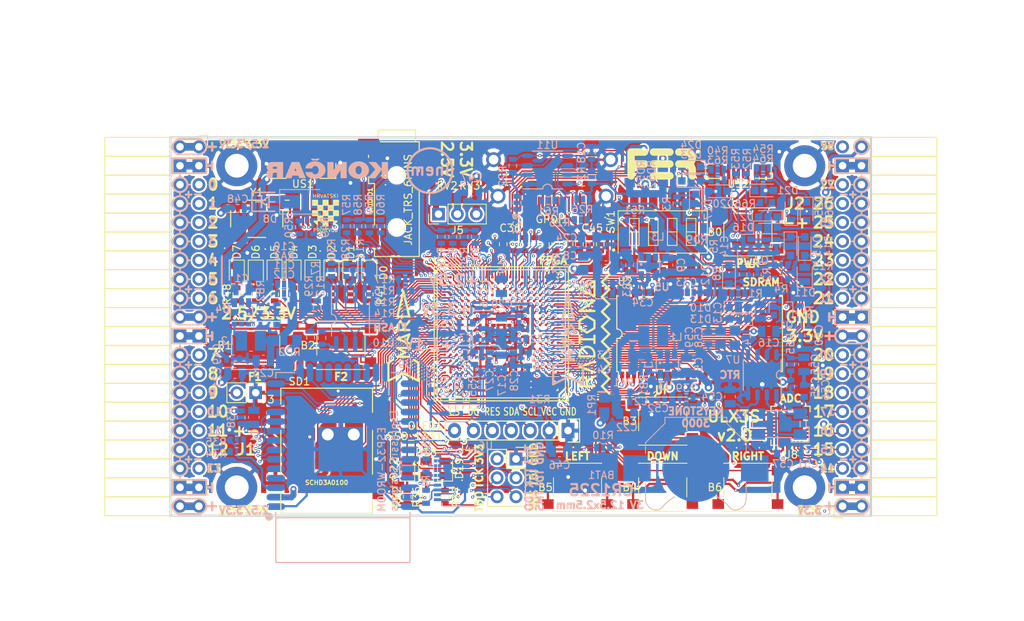
<source format=kicad_pcb>
(kicad_pcb (version 20171130) (host pcbnew 5.0.0-rc2+dfsg1-3)
  (layers (0 F.Cu signal) (1 In1.Cu signal) (2 In2.Cu signal) (31 B.Cu signal) (34 B.Paste user) (35 F.Paste user) (36 B.SilkS user) (37 F.SilkS user) (38 B.Mask user) (39 F.Mask user) (44 Edge.Cuts user))
  (net 0 "")
  (net 1 GND)
  (net 2 +5V)
  (net 3 /gpio/IN5V)
  (net 4 /gpio/OUT5V)
  (net 5 +3V3)
  (net 6 BTN_D)
  (net 7 BTN_F1)
  (net 8 BTN_F2)
  (net 9 BTN_L)
  (net 10 BTN_R)
  (net 11 BTN_U)
  (net 12 /power/FB1)
  (net 13 +2V5)
  (net 14 /power/PWREN)
  (net 15 /power/FB3)
  (net 16 /power/FB2)
  (net 17 /power/VBAT)
  (net 18 JTAG_TDI)
  (net 19 JTAG_TCK)
  (net 20 JTAG_TMS)
  (net 21 JTAG_TDO)
  (net 22 /power/WAKEUPn)
  (net 23 /power/WKUP)
  (net 24 /power/SHUT)
  (net 25 /power/WAKE)
  (net 26 /power/HOLD)
  (net 27 /power/WKn)
  (net 28 /power/OSCI_32k)
  (net 29 /power/OSCO_32k)
  (net 30 SHUTDOWN)
  (net 31 GPDI_SDA)
  (net 32 GPDI_SCL)
  (net 33 /gpdi/VREF2)
  (net 34 SD_CMD)
  (net 35 SD_CLK)
  (net 36 SD_D0)
  (net 37 SD_D1)
  (net 38 USB5V)
  (net 39 GPDI_CEC)
  (net 40 nRESET)
  (net 41 FTDI_nDTR)
  (net 42 SDRAM_CKE)
  (net 43 SDRAM_A7)
  (net 44 SDRAM_D15)
  (net 45 SDRAM_BA1)
  (net 46 SDRAM_D7)
  (net 47 SDRAM_A6)
  (net 48 SDRAM_CLK)
  (net 49 SDRAM_D13)
  (net 50 SDRAM_BA0)
  (net 51 SDRAM_D6)
  (net 52 SDRAM_A5)
  (net 53 SDRAM_D14)
  (net 54 SDRAM_A11)
  (net 55 SDRAM_D12)
  (net 56 SDRAM_D5)
  (net 57 SDRAM_A4)
  (net 58 SDRAM_A10)
  (net 59 SDRAM_D11)
  (net 60 SDRAM_A3)
  (net 61 SDRAM_D4)
  (net 62 SDRAM_D10)
  (net 63 SDRAM_D9)
  (net 64 SDRAM_A9)
  (net 65 SDRAM_D3)
  (net 66 SDRAM_D8)
  (net 67 SDRAM_A8)
  (net 68 SDRAM_A2)
  (net 69 SDRAM_A1)
  (net 70 SDRAM_A0)
  (net 71 SDRAM_D2)
  (net 72 SDRAM_D1)
  (net 73 SDRAM_D0)
  (net 74 SDRAM_DQM0)
  (net 75 SDRAM_nCS)
  (net 76 SDRAM_nRAS)
  (net 77 SDRAM_DQM1)
  (net 78 SDRAM_nCAS)
  (net 79 SDRAM_nWE)
  (net 80 /flash/FLASH_nWP)
  (net 81 /flash/FLASH_nHOLD)
  (net 82 /flash/FLASH_MOSI)
  (net 83 /flash/FLASH_MISO)
  (net 84 /flash/FLASH_SCK)
  (net 85 /flash/FLASH_nCS)
  (net 86 /flash/FPGA_PROGRAMN)
  (net 87 /flash/FPGA_DONE)
  (net 88 /flash/FPGA_INITN)
  (net 89 OLED_RES)
  (net 90 OLED_DC)
  (net 91 OLED_CS)
  (net 92 WIFI_EN)
  (net 93 FTDI_nRTS)
  (net 94 FTDI_TXD)
  (net 95 FTDI_RXD)
  (net 96 WIFI_RXD)
  (net 97 WIFI_GPIO0)
  (net 98 WIFI_TXD)
  (net 99 USB_FTDI_D+)
  (net 100 USB_FTDI_D-)
  (net 101 SD_D3)
  (net 102 AUDIO_L3)
  (net 103 AUDIO_L2)
  (net 104 AUDIO_L1)
  (net 105 AUDIO_L0)
  (net 106 AUDIO_R3)
  (net 107 AUDIO_R2)
  (net 108 AUDIO_R1)
  (net 109 AUDIO_R0)
  (net 110 OLED_CLK)
  (net 111 OLED_MOSI)
  (net 112 LED0)
  (net 113 LED1)
  (net 114 LED2)
  (net 115 LED3)
  (net 116 LED4)
  (net 117 LED5)
  (net 118 LED6)
  (net 119 LED7)
  (net 120 BTN_PWRn)
  (net 121 FTDI_nTXLED)
  (net 122 FTDI_nSLEEP)
  (net 123 /blinkey/LED_PWREN)
  (net 124 /blinkey/LED_TXLED)
  (net 125 /sdcard/SD3V3)
  (net 126 SD_D2)
  (net 127 CLK_25MHz)
  (net 128 /blinkey/BTNPUL)
  (net 129 /blinkey/BTNPUR)
  (net 130 USB_FPGA_D+)
  (net 131 /power/FTDI_nSUSPEND)
  (net 132 /blinkey/ALED0)
  (net 133 /blinkey/ALED1)
  (net 134 /blinkey/ALED2)
  (net 135 /blinkey/ALED3)
  (net 136 /blinkey/ALED4)
  (net 137 /blinkey/ALED5)
  (net 138 /blinkey/ALED6)
  (net 139 /blinkey/ALED7)
  (net 140 /usb/FTD-)
  (net 141 /usb/FTD+)
  (net 142 ADC_MISO)
  (net 143 ADC_MOSI)
  (net 144 ADC_CSn)
  (net 145 ADC_SCLK)
  (net 146 SW3)
  (net 147 SW2)
  (net 148 SW1)
  (net 149 USB_FPGA_D-)
  (net 150 /usb/FPD+)
  (net 151 /usb/FPD-)
  (net 152 WIFI_GPIO16)
  (net 153 /usb/ANT_433MHz)
  (net 154 /power/PWRBTn)
  (net 155 PROG_DONE)
  (net 156 /power/P3V3)
  (net 157 /power/P2V5)
  (net 158 /power/L1)
  (net 159 /power/L3)
  (net 160 /power/L2)
  (net 161 FTDI_TXDEN)
  (net 162 SDRAM_A12)
  (net 163 /analog/AUDIO_V)
  (net 164 AUDIO_V3)
  (net 165 AUDIO_V2)
  (net 166 AUDIO_V1)
  (net 167 AUDIO_V0)
  (net 168 /blinkey/LED_WIFI)
  (net 169 /power/P1V1)
  (net 170 +1V1)
  (net 171 SW4)
  (net 172 /blinkey/SWPU)
  (net 173 /wifi/WIFIEN)
  (net 174 FT2V5)
  (net 175 GN0)
  (net 176 GP0)
  (net 177 GN1)
  (net 178 GP1)
  (net 179 GN2)
  (net 180 GP2)
  (net 181 GN3)
  (net 182 GP3)
  (net 183 GN4)
  (net 184 GP4)
  (net 185 GN5)
  (net 186 GP5)
  (net 187 GN6)
  (net 188 GP6)
  (net 189 GN14)
  (net 190 GP14)
  (net 191 GN15)
  (net 192 GP15)
  (net 193 GN16)
  (net 194 GP16)
  (net 195 GN17)
  (net 196 GP17)
  (net 197 GN18)
  (net 198 GP18)
  (net 199 GN19)
  (net 200 GP19)
  (net 201 GN20)
  (net 202 GP20)
  (net 203 GN21)
  (net 204 GP21)
  (net 205 GN22)
  (net 206 GP22)
  (net 207 GN23)
  (net 208 GP23)
  (net 209 GN24)
  (net 210 GP24)
  (net 211 GN25)
  (net 212 GP25)
  (net 213 GN26)
  (net 214 GP26)
  (net 215 GN27)
  (net 216 GP27)
  (net 217 GN7)
  (net 218 GP7)
  (net 219 GN8)
  (net 220 GP8)
  (net 221 GN9)
  (net 222 GP9)
  (net 223 GN10)
  (net 224 GP10)
  (net 225 GN11)
  (net 226 GP11)
  (net 227 GN12)
  (net 228 GP12)
  (net 229 GN13)
  (net 230 GP13)
  (net 231 WIFI_GPIO5)
  (net 232 WIFI_GPIO17)
  (net 233 USB_FPGA_PULL_D+)
  (net 234 USB_FPGA_PULL_D-)
  (net 235 "Net-(D23-Pad2)")
  (net 236 "Net-(D24-Pad1)")
  (net 237 "Net-(D25-Pad2)")
  (net 238 "Net-(D26-Pad1)")
  (net 239 /gpdi/GPDI_ETH+)
  (net 240 FPDI_ETH+)
  (net 241 /gpdi/GPDI_ETH-)
  (net 242 FPDI_ETH-)
  (net 243 /gpdi/GPDI_D2-)
  (net 244 FPDI_D2-)
  (net 245 /gpdi/GPDI_D1-)
  (net 246 FPDI_D1-)
  (net 247 /gpdi/GPDI_D0-)
  (net 248 FPDI_D0-)
  (net 249 /gpdi/GPDI_CLK-)
  (net 250 FPDI_CLK-)
  (net 251 /gpdi/GPDI_D2+)
  (net 252 FPDI_D2+)
  (net 253 /gpdi/GPDI_D1+)
  (net 254 FPDI_D1+)
  (net 255 /gpdi/GPDI_D0+)
  (net 256 FPDI_D0+)
  (net 257 /gpdi/GPDI_CLK+)
  (net 258 FPDI_CLK+)
  (net 259 FPDI_SDA)
  (net 260 FPDI_SCL)
  (net 261 /gpdi/FPDI_CEC)
  (net 262 2V5_3V3)
  (net 263 "Net-(AUDIO1-Pad5)")
  (net 264 "Net-(AUDIO1-Pad6)")
  (net 265 "Net-(U1-PadA15)")
  (net 266 "Net-(U1-PadC9)")
  (net 267 "Net-(U1-PadD9)")
  (net 268 "Net-(U1-PadD10)")
  (net 269 "Net-(U1-PadD11)")
  (net 270 "Net-(U1-PadD12)")
  (net 271 "Net-(U1-PadE6)")
  (net 272 "Net-(U1-PadE9)")
  (net 273 "Net-(U1-PadE10)")
  (net 274 "Net-(U1-PadE11)")
  (net 275 "Net-(U1-PadJ4)")
  (net 276 "Net-(U1-PadJ5)")
  (net 277 "Net-(U1-PadK5)")
  (net 278 "Net-(U1-PadL5)")
  (net 279 "Net-(U1-PadM4)")
  (net 280 "Net-(U1-PadM5)")
  (net 281 SD_CD)
  (net 282 SD_WP)
  (net 283 "Net-(U1-PadR3)")
  (net 284 "Net-(U1-PadT16)")
  (net 285 "Net-(U1-PadW4)")
  (net 286 "Net-(U1-PadW5)")
  (net 287 "Net-(U1-PadW8)")
  (net 288 "Net-(U1-PadW9)")
  (net 289 "Net-(U1-PadW13)")
  (net 290 "Net-(U1-PadW14)")
  (net 291 "Net-(U1-PadW17)")
  (net 292 "Net-(U1-PadW18)")
  (net 293 FTDI_nRXLED)
  (net 294 "Net-(U8-Pad12)")
  (net 295 "Net-(U8-Pad25)")
  (net 296 "Net-(U9-Pad32)")
  (net 297 "Net-(U9-Pad22)")
  (net 298 "Net-(U9-Pad21)")
  (net 299 "Net-(U9-Pad20)")
  (net 300 "Net-(U9-Pad19)")
  (net 301 "Net-(U9-Pad18)")
  (net 302 "Net-(U9-Pad17)")
  (net 303 "Net-(U9-Pad12)")
  (net 304 "Net-(U9-Pad5)")
  (net 305 "Net-(U9-Pad4)")
  (net 306 "Net-(US1-Pad4)")
  (net 307 "Net-(Y2-Pad3)")
  (net 308 "Net-(Y2-Pad2)")
  (net 309 "Net-(U1-PadK16)")
  (net 310 "Net-(U1-PadK17)")
  (net 311 /usb/US2VBUS)
  (net 312 /power/SHD)
  (net 313 /power/RTCVDD)
  (net 314 "Net-(D27-Pad2)")
  (net 315 US2_ID)
  (net 316 /analog/AUDIO_L)
  (net 317 /analog/AUDIO_R)
  (net 318 /analog/ADC3V3)
  (module Keystone_3000_1x12mm-CoinCell:Keystone_3000_1x12mm-CoinCell (layer B.Cu) (at 164.585 105.87 90)
    (fp_text reference BAT1 (at -0.907 -12.685 180) (layer B.SilkS) (effects (justify mirror)))
    (fp_text value CR1225)
    (pad 1 smd rect (at 0 7.9 180) (size 3.7 3.5) (layers B.Cu B.Paste B.Mask) (net 17 /power/VBAT) (clearance 0.7))
    (pad 1 smd rect (at 0 -7.9 180) (size 3.7 3.5) (layers B.Cu B.Paste B.Mask) (net 17 /power/VBAT) (clearance 0.7))
    (pad 2 smd circle (at 0 0 180) (size 9 9) (layers B.Cu B.Mask) (net 1 GND))
  )
  (module SM8:SM8 (layer B.Cu) (at 144.68 65.8015 90)
    (fp_text reference U11 (at 3.3475 -0.019 -180) (layer B.SilkS) (effects (justify mirror)))
    (fp_text value PCA9306D)
    (pad 1 smd rect (at -1.905 -2.7) (size 1.55 0.6) (layers B.Cu B.Paste B.Mask) (net 1 GND))
    (pad 2 smd oval (at -0.635 -2.7) (size 1.55 0.6) (layers B.Cu B.Paste B.Mask) (net 13 +2V5))
    (pad 3 smd oval (at 0.635 -2.7) (size 1.55 0.6) (layers B.Cu B.Paste B.Mask) (net 260 FPDI_SCL))
    (pad 4 smd oval (at 1.905 -2.7) (size 1.55 0.6) (layers B.Cu B.Paste B.Mask) (net 259 FPDI_SDA))
    (pad 5 smd oval (at 1.905 2.7) (size 1.55 0.6) (layers B.Cu B.Paste B.Mask) (net 31 GPDI_SDA))
    (pad 6 smd oval (at 0.635 2.7) (size 1.55 0.6) (layers B.Cu B.Paste B.Mask) (net 32 GPDI_SCL))
    (pad 7 smd oval (at -0.635 2.7) (size 1.55 0.6) (layers B.Cu B.Paste B.Mask) (net 33 /gpdi/VREF2))
    (pad 8 smd oval (at -1.905 2.7) (size 1.55 0.6) (layers B.Cu B.Paste B.Mask) (net 5 +3V3))
  )
  (module TSOP54:TSOP54 (layer F.Cu) (at 165.093 87.8 90)
    (fp_text reference U2 (at 6.98 -9.993 180) (layer F.SilkS))
    (fp_text value MT48LC16M16A2TG)
    (pad 28 smd rect (at 5.53 10.4 90) (size 0.9 0.56) (layers F.Cu F.Paste F.Mask) (net 1 GND))
    (pad 1 smd rect (at -5.53 -10.4 90) (size 0.9 0.56) (layers F.Cu F.Paste F.Mask) (net 5 +3V3))
    (pad 2 smd rect (at -5.53 -9.6 90) (size 0.9 0.56) (layers F.Cu F.Paste F.Mask) (net 73 SDRAM_D0))
    (pad 3 smd rect (at -5.53 -8.8 90) (size 0.9 0.56) (layers F.Cu F.Paste F.Mask) (net 5 +3V3))
    (pad 4 smd rect (at -5.53 -8 90) (size 0.9 0.56) (layers F.Cu F.Paste F.Mask) (net 72 SDRAM_D1))
    (pad 5 smd rect (at -5.53 -7.2 90) (size 0.9 0.56) (layers F.Cu F.Paste F.Mask) (net 71 SDRAM_D2))
    (pad 6 smd rect (at -5.53 -6.4 90) (size 0.9 0.56) (layers F.Cu F.Paste F.Mask) (net 1 GND))
    (pad 7 smd rect (at -5.53 -5.6 90) (size 0.9 0.56) (layers F.Cu F.Paste F.Mask) (net 65 SDRAM_D3))
    (pad 8 smd rect (at -5.53 -4.8 90) (size 0.9 0.56) (layers F.Cu F.Paste F.Mask) (net 61 SDRAM_D4))
    (pad 9 smd rect (at -5.53 -4 90) (size 0.9 0.56) (layers F.Cu F.Paste F.Mask) (net 5 +3V3))
    (pad 10 smd rect (at -5.53 -3.2 90) (size 0.9 0.56) (layers F.Cu F.Paste F.Mask) (net 56 SDRAM_D5))
    (pad 11 smd rect (at -5.53 -2.4 90) (size 0.9 0.56) (layers F.Cu F.Paste F.Mask) (net 51 SDRAM_D6))
    (pad 12 smd rect (at -5.53 -1.6 90) (size 0.9 0.56) (layers F.Cu F.Paste F.Mask) (net 1 GND))
    (pad 13 smd rect (at -5.53 -0.8 90) (size 0.9 0.56) (layers F.Cu F.Paste F.Mask) (net 46 SDRAM_D7))
    (pad 14 smd rect (at -5.53 0 90) (size 0.9 0.56) (layers F.Cu F.Paste F.Mask) (net 5 +3V3))
    (pad 15 smd rect (at -5.53 0.8 90) (size 0.9 0.56) (layers F.Cu F.Paste F.Mask) (net 74 SDRAM_DQM0))
    (pad 16 smd rect (at -5.53 1.6 90) (size 0.9 0.56) (layers F.Cu F.Paste F.Mask) (net 79 SDRAM_nWE))
    (pad 17 smd rect (at -5.53 2.4 90) (size 0.9 0.56) (layers F.Cu F.Paste F.Mask) (net 78 SDRAM_nCAS))
    (pad 18 smd rect (at -5.53 3.2 90) (size 0.9 0.56) (layers F.Cu F.Paste F.Mask) (net 76 SDRAM_nRAS))
    (pad 19 smd rect (at -5.53 4 90) (size 0.9 0.56) (layers F.Cu F.Paste F.Mask) (net 75 SDRAM_nCS))
    (pad 20 smd rect (at -5.53 4.8 90) (size 0.9 0.56) (layers F.Cu F.Paste F.Mask) (net 50 SDRAM_BA0))
    (pad 21 smd rect (at -5.53 5.6 90) (size 0.9 0.56) (layers F.Cu F.Paste F.Mask) (net 45 SDRAM_BA1))
    (pad 22 smd rect (at -5.53 6.4 90) (size 0.9 0.56) (layers F.Cu F.Paste F.Mask) (net 58 SDRAM_A10))
    (pad 23 smd rect (at -5.53 7.2 90) (size 0.9 0.56) (layers F.Cu F.Paste F.Mask) (net 70 SDRAM_A0))
    (pad 24 smd rect (at -5.53 8 90) (size 0.9 0.56) (layers F.Cu F.Paste F.Mask) (net 69 SDRAM_A1))
    (pad 25 smd rect (at -5.53 8.8 90) (size 0.9 0.56) (layers F.Cu F.Paste F.Mask) (net 68 SDRAM_A2))
    (pad 26 smd rect (at -5.53 9.6 90) (size 0.9 0.56) (layers F.Cu F.Paste F.Mask) (net 60 SDRAM_A3))
    (pad 27 smd rect (at -5.53 10.4 90) (size 0.9 0.56) (layers F.Cu F.Paste F.Mask) (net 5 +3V3))
    (pad 29 smd rect (at 5.53 9.6 90) (size 0.9 0.56) (layers F.Cu F.Paste F.Mask) (net 57 SDRAM_A4))
    (pad 30 smd rect (at 5.53 8.8 90) (size 0.9 0.56) (layers F.Cu F.Paste F.Mask) (net 52 SDRAM_A5))
    (pad 31 smd rect (at 5.53 8 90) (size 0.9 0.56) (layers F.Cu F.Paste F.Mask) (net 47 SDRAM_A6))
    (pad 32 smd rect (at 5.53 7.2 90) (size 0.9 0.56) (layers F.Cu F.Paste F.Mask) (net 43 SDRAM_A7))
    (pad 33 smd rect (at 5.53 6.4 90) (size 0.9 0.56) (layers F.Cu F.Paste F.Mask) (net 67 SDRAM_A8))
    (pad 34 smd rect (at 5.53 5.6 90) (size 0.9 0.56) (layers F.Cu F.Paste F.Mask) (net 64 SDRAM_A9))
    (pad 35 smd rect (at 5.53 4.8 90) (size 0.9 0.56) (layers F.Cu F.Paste F.Mask) (net 54 SDRAM_A11))
    (pad 36 smd rect (at 5.53 4 90) (size 0.9 0.56) (layers F.Cu F.Paste F.Mask) (net 162 SDRAM_A12))
    (pad 37 smd rect (at 5.53 3.2 90) (size 0.9 0.56) (layers F.Cu F.Paste F.Mask) (net 42 SDRAM_CKE))
    (pad 38 smd rect (at 5.53 2.4 90) (size 0.9 0.56) (layers F.Cu F.Paste F.Mask) (net 48 SDRAM_CLK))
    (pad 39 smd rect (at 5.53 1.6 90) (size 0.9 0.56) (layers F.Cu F.Paste F.Mask) (net 77 SDRAM_DQM1))
    (pad 40 smd rect (at 5.53 0.8 90) (size 0.9 0.56) (layers F.Cu F.Paste F.Mask))
    (pad 41 smd rect (at 5.53 0 90) (size 0.9 0.56) (layers F.Cu F.Paste F.Mask) (net 1 GND))
    (pad 42 smd rect (at 5.53 -0.8 90) (size 0.9 0.56) (layers F.Cu F.Paste F.Mask) (net 66 SDRAM_D8))
    (pad 43 smd rect (at 5.53 -1.6 90) (size 0.9 0.56) (layers F.Cu F.Paste F.Mask) (net 5 +3V3))
    (pad 44 smd rect (at 5.53 -2.4 90) (size 0.9 0.56) (layers F.Cu F.Paste F.Mask) (net 63 SDRAM_D9))
    (pad 45 smd rect (at 5.53 -3.2 90) (size 0.9 0.56) (layers F.Cu F.Paste F.Mask) (net 62 SDRAM_D10))
    (pad 46 smd rect (at 5.53 -4 90) (size 0.9 0.56) (layers F.Cu F.Paste F.Mask) (net 1 GND))
    (pad 47 smd rect (at 5.53 -4.8 90) (size 0.9 0.56) (layers F.Cu F.Paste F.Mask) (net 59 SDRAM_D11))
    (pad 48 smd rect (at 5.53 -5.6 90) (size 0.9 0.56) (layers F.Cu F.Paste F.Mask) (net 55 SDRAM_D12))
    (pad 49 smd rect (at 5.53 -6.4 90) (size 0.9 0.56) (layers F.Cu F.Paste F.Mask) (net 5 +3V3))
    (pad 50 smd rect (at 5.53 -7.2 90) (size 0.9 0.56) (layers F.Cu F.Paste F.Mask) (net 49 SDRAM_D13))
    (pad 51 smd rect (at 5.53 -8 90) (size 0.9 0.56) (layers F.Cu F.Paste F.Mask) (net 53 SDRAM_D14))
    (pad 52 smd rect (at 5.53 -8.8 90) (size 0.9 0.56) (layers F.Cu F.Paste F.Mask) (net 1 GND))
    (pad 53 smd rect (at 5.53 -9.6 90) (size 0.9 0.56) (layers F.Cu F.Paste F.Mask) (net 44 SDRAM_D15))
    (pad 54 smd rect (at 5.53 -10.4 90) (size 0.9 0.56) (layers F.Cu F.Paste F.Mask) (net 1 GND))
  )
  (module SOA008-150mil:SOA008-150-208mil (layer B.Cu) (at 118.245 85.822 270)
    (fp_text reference U10 (at 3.175 -4.445) (layer B.SilkS) (effects (justify mirror)))
    (fp_text value IS25LP128F-JBLE)
    (pad 1 smd rect (at -3.302 1.905 270) (size 2.1 0.6) (layers B.Cu B.Paste B.Mask) (net 85 /flash/FLASH_nCS))
    (pad 2 smd oval (at -3.302 0.635 270) (size 2.1 0.6) (layers B.Cu B.Paste B.Mask) (net 83 /flash/FLASH_MISO))
    (pad 3 smd oval (at -3.302 -0.635 270) (size 2.1 0.6) (layers B.Cu B.Paste B.Mask) (net 80 /flash/FLASH_nWP))
    (pad 4 smd oval (at -3.302 -1.905 270) (size 2.1 0.6) (layers B.Cu B.Paste B.Mask) (net 1 GND))
    (pad 5 smd oval (at 3.302 -1.905 270) (size 2.1 0.6) (layers B.Cu B.Paste B.Mask) (net 82 /flash/FLASH_MOSI))
    (pad 6 smd oval (at 3.302 -0.635 270) (size 2.1 0.6) (layers B.Cu B.Paste B.Mask) (net 84 /flash/FLASH_SCK))
    (pad 7 smd oval (at 3.302 0.635 270) (size 2.1 0.6) (layers B.Cu B.Paste B.Mask) (net 81 /flash/FLASH_nHOLD))
    (pad 8 smd oval (at 3.302 1.905 270) (size 2.1 0.6) (layers B.Cu B.Paste B.Mask) (net 5 +3V3))
  )
  (module SOT96-1:SOT96-1 (layer B.Cu) (at 173.49 93.315 90)
    (fp_text reference U7 (at 2.032 -3.937 180) (layer B.SilkS) (effects (justify mirror)))
    (fp_text value PCF8523)
    (pad 1 smd rect (at -2.7 1.905 90) (size 1.55 0.6) (layers B.Cu B.Paste B.Mask) (net 28 /power/OSCI_32k))
    (pad 2 smd oval (at -2.7 0.635 90) (size 1.55 0.6) (layers B.Cu B.Paste B.Mask) (net 29 /power/OSCO_32k))
    (pad 3 smd oval (at -2.7 -0.635 90) (size 1.55 0.6) (layers B.Cu B.Paste B.Mask) (net 17 /power/VBAT))
    (pad 4 smd oval (at -2.7 -1.905 90) (size 1.55 0.6) (layers B.Cu B.Paste B.Mask) (net 1 GND))
    (pad 5 smd oval (at 2.7 -1.905 90) (size 1.55 0.6) (layers B.Cu B.Paste B.Mask) (net 259 FPDI_SDA))
    (pad 6 smd oval (at 2.7 -0.635 90) (size 1.55 0.6) (layers B.Cu B.Paste B.Mask) (net 260 FPDI_SCL))
    (pad 7 smd oval (at 2.7 0.635 90) (size 1.55 0.6) (layers B.Cu B.Paste B.Mask) (net 22 /power/WAKEUPn))
    (pad 8 smd oval (at 2.7 1.905 90) (size 1.55 0.6) (layers B.Cu B.Paste B.Mask) (net 313 /power/RTCVDD))
  )
  (module ft231x:FT231X-SSOP-20_4.4x6.5mm_Pitch0.65mm (layer B.Cu) (at 132.835 107.14 180)
    (fp_text reference U6 (at -3.556 4.318 180) (layer B.SilkS) (effects (justify mirror)))
    (fp_text value FT231XS)
    (pad 20 smd rect (at 2.9 2.925 180) (size 1 0.4) (layers B.Cu B.Paste B.Mask) (net 94 FTDI_TXD))
    (pad 19 smd rect (at 2.9 2.275 180) (size 1 0.4) (layers B.Cu B.Paste B.Mask) (net 122 FTDI_nSLEEP))
    (pad 18 smd rect (at 2.9 1.625 180) (size 1 0.4) (layers B.Cu B.Paste B.Mask) (net 161 FTDI_TXDEN))
    (pad 17 smd rect (at 2.9 0.975 180) (size 1 0.4) (layers B.Cu B.Paste B.Mask) (net 293 FTDI_nRXLED))
    (pad 16 smd rect (at 2.9 0.325 180) (size 1 0.4) (layers B.Cu B.Paste B.Mask) (net 1 GND))
    (pad 15 smd rect (at 2.9 -0.325 180) (size 1 0.4) (layers B.Cu B.Paste B.Mask) (net 38 USB5V))
    (pad 14 smd rect (at 2.9 -0.975 180) (size 1 0.4) (layers B.Cu B.Paste B.Mask) (net 40 nRESET))
    (pad 13 smd rect (at 2.9 -1.625 180) (size 1 0.4) (layers B.Cu B.Paste B.Mask) (net 174 FT2V5))
    (pad 12 smd rect (at 2.9 -2.275 180) (size 1 0.4) (layers B.Cu B.Paste B.Mask) (net 100 USB_FTDI_D-))
    (pad 11 smd rect (at 2.9 -2.925 180) (size 1 0.4) (layers B.Cu B.Paste B.Mask) (net 99 USB_FTDI_D+))
    (pad 10 smd rect (at -2.9 -2.925 180) (size 1 0.4) (layers B.Cu B.Paste B.Mask) (net 121 FTDI_nTXLED))
    (pad 9 smd rect (at -2.9 -2.275 180) (size 1 0.4) (layers B.Cu B.Paste B.Mask) (net 21 JTAG_TDO))
    (pad 8 smd rect (at -2.9 -1.625 180) (size 1 0.4) (layers B.Cu B.Paste B.Mask) (net 20 JTAG_TMS))
    (pad 7 smd rect (at -2.9 -0.975 180) (size 1 0.4) (layers B.Cu B.Paste B.Mask) (net 19 JTAG_TCK))
    (pad 6 smd rect (at -2.9 -0.325 180) (size 1 0.4) (layers B.Cu B.Paste B.Mask) (net 1 GND))
    (pad 5 smd rect (at -2.9 0.325 180) (size 1 0.4) (layers B.Cu B.Paste B.Mask) (net 18 JTAG_TDI))
    (pad 4 smd rect (at -2.9 0.975 180) (size 1 0.4) (layers B.Cu B.Paste B.Mask) (net 95 FTDI_RXD))
    (pad 3 smd rect (at -2.9 1.625 180) (size 1 0.4) (layers B.Cu B.Paste B.Mask) (net 174 FT2V5))
    (pad 2 smd rect (at -2.9 2.275 180) (size 1 0.4) (layers B.Cu B.Paste B.Mask) (net 93 FTDI_nRTS))
    (pad 1 smd rect (at -2.9 2.925 180) (size 1 0.4) (layers B.Cu B.Paste B.Mask) (net 41 FTDI_nDTR))
  )
  (module TSOT-25:TSOT-25 (layer B.Cu) (at 158.235 78.692)
    (fp_text reference U5 (at 1.793 2.812) (layer B.SilkS) (effects (font (thickness 0.2)) (justify mirror)))
    (fp_text value TLV62569DBV)
    (pad 1 smd rect (at -0.95 -1.3) (size 0.7 1.2) (layers B.Cu B.Paste B.Mask) (net 14 /power/PWREN))
    (pad 2 smd rect (at 0 -1.3) (size 0.7 1.2) (layers B.Cu B.Paste B.Mask) (net 1 GND))
    (pad 3 smd rect (at 0.95 -1.3) (size 0.7 1.2) (layers B.Cu B.Paste B.Mask) (net 159 /power/L3))
    (pad 4 smd rect (at 0.95 1.3) (size 0.7 1.2) (layers B.Cu B.Paste B.Mask) (net 2 +5V))
    (pad 5 smd rect (at -0.95 1.3) (size 0.7 1.2) (layers B.Cu B.Paste B.Mask) (net 15 /power/FB3))
  )
  (module TSOT-25:TSOT-25 (layer B.Cu) (at 160.775 91.9)
    (fp_text reference U3 (at -0.295 2.9) (layer B.SilkS) (effects (font (thickness 0.2)) (justify mirror)))
    (fp_text value TLV62569DBV)
    (pad 1 smd rect (at -0.95 -1.3) (size 0.7 1.2) (layers B.Cu B.Paste B.Mask) (net 14 /power/PWREN))
    (pad 2 smd rect (at 0 -1.3) (size 0.7 1.2) (layers B.Cu B.Paste B.Mask) (net 1 GND))
    (pad 3 smd rect (at 0.95 -1.3) (size 0.7 1.2) (layers B.Cu B.Paste B.Mask) (net 158 /power/L1))
    (pad 4 smd rect (at 0.95 1.3) (size 0.7 1.2) (layers B.Cu B.Paste B.Mask) (net 2 +5V))
    (pad 5 smd rect (at -0.95 1.3) (size 0.7 1.2) (layers B.Cu B.Paste B.Mask) (net 12 /power/FB1))
  )
  (module TSOT-25:TSOT-25 (layer B.Cu) (at 103.625 84.915 180)
    (fp_text reference U4 (at 2.525 0.4265 180) (layer B.SilkS) (effects (font (thickness 0.2)) (justify mirror)))
    (fp_text value TLV62569DBV)
    (pad 1 smd rect (at -0.95 -1.3 180) (size 0.7 1.2) (layers B.Cu B.Paste B.Mask) (net 14 /power/PWREN))
    (pad 2 smd rect (at 0 -1.3 180) (size 0.7 1.2) (layers B.Cu B.Paste B.Mask) (net 1 GND))
    (pad 3 smd rect (at 0.95 -1.3 180) (size 0.7 1.2) (layers B.Cu B.Paste B.Mask) (net 160 /power/L2))
    (pad 4 smd rect (at 0.95 1.3 180) (size 0.7 1.2) (layers B.Cu B.Paste B.Mask) (net 2 +5V))
    (pad 5 smd rect (at -0.95 1.3 180) (size 0.7 1.2) (layers B.Cu B.Paste B.Mask) (net 16 /power/FB2))
  )
  (module ESP32:ESP32-WROOM (layer B.Cu) (at 117.23 105.75 180)
    (fp_text reference U9 (at -8.366 13.85 180) (layer B.SilkS) (effects (justify mirror)))
    (fp_text value ESP-WROOM32)
    (fp_text user "Espressif Systems" (at -6.858 0.889 90) (layer B.SilkS) (effects (justify mirror)))
    (fp_text user ESP32-WROOM (at -5.207 -0.254 90) (layer B.SilkS) (effects (justify mirror)))
    (pad 38 smd oval (at -9 -5.25 180) (size 2.5 0.9) (layers B.Cu B.Paste B.Mask) (net 1 GND))
    (pad 37 smd oval (at -9 -3.98 180) (size 2.5 0.9) (layers B.Cu B.Paste B.Mask) (net 18 JTAG_TDI))
    (pad 36 smd oval (at -9 -2.71 180) (size 2.5 0.9) (layers B.Cu B.Paste B.Mask) (net 155 PROG_DONE))
    (pad 35 smd oval (at -9 -1.44 180) (size 2.5 0.9) (layers B.Cu B.Paste B.Mask) (net 98 WIFI_TXD))
    (pad 34 smd oval (at -9 -0.17 180) (size 2.5 0.9) (layers B.Cu B.Paste B.Mask) (net 96 WIFI_RXD))
    (pad 33 smd oval (at -9 1.1 180) (size 2.5 0.9) (layers B.Cu B.Paste B.Mask) (net 20 JTAG_TMS))
    (pad 32 smd oval (at -9 2.37 180) (size 2.5 0.9) (layers B.Cu B.Paste B.Mask) (net 296 "Net-(U9-Pad32)"))
    (pad 31 smd oval (at -9 3.64 180) (size 2.5 0.9) (layers B.Cu B.Paste B.Mask) (net 21 JTAG_TDO))
    (pad 30 smd oval (at -9 4.91 180) (size 2.5 0.9) (layers B.Cu B.Paste B.Mask) (net 19 JTAG_TCK))
    (pad 29 smd oval (at -9 6.18 180) (size 2.5 0.9) (layers B.Cu B.Paste B.Mask) (net 231 WIFI_GPIO5))
    (pad 28 smd oval (at -9 7.45 180) (size 2.5 0.9) (layers B.Cu B.Paste B.Mask) (net 232 WIFI_GPIO17))
    (pad 27 smd oval (at -9 8.72 180) (size 2.5 0.9) (layers B.Cu B.Paste B.Mask) (net 152 WIFI_GPIO16))
    (pad 26 smd oval (at -9 9.99 180) (size 2.5 0.9) (layers B.Cu B.Paste B.Mask) (net 37 SD_D1))
    (pad 25 smd oval (at -9 11.26 180) (size 2.5 0.9) (layers B.Cu B.Paste B.Mask) (net 97 WIFI_GPIO0))
    (pad 24 smd oval (at -5.715 12.75 180) (size 0.9 2.5) (layers B.Cu B.Paste B.Mask) (net 36 SD_D0))
    (pad 23 smd oval (at -4.445 12.75 180) (size 0.9 2.5) (layers B.Cu B.Paste B.Mask) (net 34 SD_CMD))
    (pad 22 smd oval (at -3.175 12.75 180) (size 0.9 2.5) (layers B.Cu B.Paste B.Mask) (net 297 "Net-(U9-Pad22)"))
    (pad 21 smd oval (at -1.905 12.75 180) (size 0.9 2.5) (layers B.Cu B.Paste B.Mask) (net 298 "Net-(U9-Pad21)"))
    (pad 20 smd oval (at -0.635 12.75 180) (size 0.9 2.5) (layers B.Cu B.Paste B.Mask) (net 299 "Net-(U9-Pad20)"))
    (pad 19 smd oval (at 0.635 12.75 180) (size 0.9 2.5) (layers B.Cu B.Paste B.Mask) (net 300 "Net-(U9-Pad19)"))
    (pad 18 smd oval (at 1.905 12.75 180) (size 0.9 2.5) (layers B.Cu B.Paste B.Mask) (net 301 "Net-(U9-Pad18)"))
    (pad 17 smd oval (at 3.175 12.75 180) (size 0.9 2.5) (layers B.Cu B.Paste B.Mask) (net 302 "Net-(U9-Pad17)"))
    (pad 16 smd oval (at 4.445 12.75 180) (size 0.9 2.5) (layers B.Cu B.Paste B.Mask) (net 101 SD_D3))
    (pad 15 smd oval (at 5.715 12.75 180) (size 0.9 2.5) (layers B.Cu B.Paste B.Mask) (net 1 GND))
    (pad 14 smd oval (at 9 11.26 180) (size 2.5 0.9) (layers B.Cu B.Paste B.Mask) (net 126 SD_D2))
    (pad 13 smd oval (at 9 9.99 180) (size 2.5 0.9) (layers B.Cu B.Paste B.Mask) (net 35 SD_CLK))
    (pad 12 smd oval (at 9 8.72 180) (size 2.5 0.9) (layers B.Cu B.Paste B.Mask) (net 303 "Net-(U9-Pad12)"))
    (pad 11 smd oval (at 9 7.45 180) (size 2.5 0.9) (layers B.Cu B.Paste B.Mask) (net 225 GN11))
    (pad 10 smd oval (at 9 6.18 180) (size 2.5 0.9) (layers B.Cu B.Paste B.Mask) (net 226 GP11))
    (pad 9 smd oval (at 9 4.91 180) (size 2.5 0.9) (layers B.Cu B.Paste B.Mask) (net 227 GN12))
    (pad 8 smd oval (at 9 3.64 180) (size 2.5 0.9) (layers B.Cu B.Paste B.Mask) (net 228 GP12))
    (pad 7 smd oval (at 9 2.37 180) (size 2.5 0.9) (layers B.Cu B.Paste B.Mask) (net 229 GN13))
    (pad 6 smd oval (at 9 1.1 180) (size 2.5 0.9) (layers B.Cu B.Paste B.Mask) (net 230 GP13))
    (pad 5 smd oval (at 9 -0.17 180) (size 2.5 0.9) (layers B.Cu B.Paste B.Mask) (net 304 "Net-(U9-Pad5)"))
    (pad 4 smd oval (at 9 -1.44 180) (size 2.5 0.9) (layers B.Cu B.Paste B.Mask) (net 305 "Net-(U9-Pad4)"))
    (pad 3 smd oval (at 9 -2.71 180) (size 2.5 0.9) (layers B.Cu B.Paste B.Mask) (net 173 /wifi/WIFIEN))
    (pad 2 smd oval (at 9 -3.98 180) (size 2.5 0.9) (layers B.Cu B.Paste B.Mask) (net 5 +3V3))
    (pad 1 smd oval (at 9 -5.25 180) (size 2.5 0.9) (layers B.Cu B.Paste B.Mask) (net 1 GND))
    (pad 39 smd rect (at 0.3 2.45 180) (size 6 6) (layers B.Cu B.Paste B.Mask) (net 1 GND))
  )
  (module inem:inem (layer B.Cu) (at 128.913 65.883)
    (fp_text reference REF** hide)
    (fp_text value inem hide)
    (fp_text user inem (at 0 -0.1) (layer B.SilkS) (effects (font (size 1.5 1.5) (thickness 0.3)) (justify mirror)))
  )
  (module fer:fer4mm6 (layer F.Cu) (at 159.901 64.994)
    (fp_text reference fer hide)
    (fp_text value fer hide)
  )
  (module Socket_Strips:Socket_Strip_Angled_2x20 (layer F.Cu) (at 97.91 62.69 270)
    (fp_text reference J1 (at 40.64 -6.35) (layer F.SilkS) (effects (font (size 1.5 1.5) (thickness 0.3))))
    (fp_text value CONN_02X20 hide)
    (pad 1 thru_hole oval (at 0 0 270) (size 1.7272 1.7272) (drill 1.016) (layers *.Cu *.Mask) (net 262 2V5_3V3))
    (pad 2 thru_hole oval (at 0 2.54 270) (size 1.7272 1.7272) (drill 1.016) (layers *.Cu *.Mask) (net 262 2V5_3V3))
    (pad 3 thru_hole rect (at 2.54 0 270) (size 1.7272 1.7272) (drill 1.016) (layers *.Cu *.Mask) (net 1 GND))
    (pad 4 thru_hole rect (at 2.54 2.54 270) (size 1.7272 1.7272) (drill 1.016) (layers *.Cu *.Mask) (net 1 GND))
    (pad 5 thru_hole oval (at 5.08 0 270) (size 1.7272 1.7272) (drill 1.016) (layers *.Cu *.Mask) (net 175 GN0))
    (pad 6 thru_hole oval (at 5.08 2.54 270) (size 1.7272 1.7272) (drill 1.016) (layers *.Cu *.Mask) (net 176 GP0))
    (pad 7 thru_hole oval (at 7.62 0 270) (size 1.7272 1.7272) (drill 1.016) (layers *.Cu *.Mask) (net 177 GN1))
    (pad 8 thru_hole oval (at 7.62 2.54 270) (size 1.7272 1.7272) (drill 1.016) (layers *.Cu *.Mask) (net 178 GP1))
    (pad 9 thru_hole oval (at 10.16 0 270) (size 1.7272 1.7272) (drill 1.016) (layers *.Cu *.Mask) (net 179 GN2))
    (pad 10 thru_hole oval (at 10.16 2.54 270) (size 1.7272 1.7272) (drill 1.016) (layers *.Cu *.Mask) (net 180 GP2))
    (pad 11 thru_hole oval (at 12.7 0 270) (size 1.7272 1.7272) (drill 1.016) (layers *.Cu *.Mask) (net 181 GN3))
    (pad 12 thru_hole oval (at 12.7 2.54 270) (size 1.7272 1.7272) (drill 1.016) (layers *.Cu *.Mask) (net 182 GP3))
    (pad 13 thru_hole oval (at 15.24 0 270) (size 1.7272 1.7272) (drill 1.016) (layers *.Cu *.Mask) (net 183 GN4))
    (pad 14 thru_hole oval (at 15.24 2.54 270) (size 1.7272 1.7272) (drill 1.016) (layers *.Cu *.Mask) (net 184 GP4))
    (pad 15 thru_hole oval (at 17.78 0 270) (size 1.7272 1.7272) (drill 1.016) (layers *.Cu *.Mask) (net 185 GN5))
    (pad 16 thru_hole oval (at 17.78 2.54 270) (size 1.7272 1.7272) (drill 1.016) (layers *.Cu *.Mask) (net 186 GP5))
    (pad 17 thru_hole oval (at 20.32 0 270) (size 1.7272 1.7272) (drill 1.016) (layers *.Cu *.Mask) (net 187 GN6))
    (pad 18 thru_hole oval (at 20.32 2.54 270) (size 1.7272 1.7272) (drill 1.016) (layers *.Cu *.Mask) (net 188 GP6))
    (pad 19 thru_hole oval (at 22.86 0 270) (size 1.7272 1.7272) (drill 1.016) (layers *.Cu *.Mask) (net 262 2V5_3V3))
    (pad 20 thru_hole oval (at 22.86 2.54 270) (size 1.7272 1.7272) (drill 1.016) (layers *.Cu *.Mask) (net 262 2V5_3V3))
    (pad 21 thru_hole rect (at 25.4 0 270) (size 1.7272 1.7272) (drill 1.016) (layers *.Cu *.Mask) (net 1 GND))
    (pad 22 thru_hole rect (at 25.4 2.54 270) (size 1.7272 1.7272) (drill 1.016) (layers *.Cu *.Mask) (net 1 GND))
    (pad 23 thru_hole oval (at 27.94 0 270) (size 1.7272 1.7272) (drill 1.016) (layers *.Cu *.Mask) (net 217 GN7))
    (pad 24 thru_hole oval (at 27.94 2.54 270) (size 1.7272 1.7272) (drill 1.016) (layers *.Cu *.Mask) (net 218 GP7))
    (pad 25 thru_hole oval (at 30.48 0 270) (size 1.7272 1.7272) (drill 1.016) (layers *.Cu *.Mask) (net 219 GN8))
    (pad 26 thru_hole oval (at 30.48 2.54 270) (size 1.7272 1.7272) (drill 1.016) (layers *.Cu *.Mask) (net 220 GP8))
    (pad 27 thru_hole oval (at 33.02 0 270) (size 1.7272 1.7272) (drill 1.016) (layers *.Cu *.Mask) (net 221 GN9))
    (pad 28 thru_hole oval (at 33.02 2.54 270) (size 1.7272 1.7272) (drill 1.016) (layers *.Cu *.Mask) (net 222 GP9))
    (pad 29 thru_hole oval (at 35.56 0 270) (size 1.7272 1.7272) (drill 1.016) (layers *.Cu *.Mask) (net 223 GN10))
    (pad 30 thru_hole oval (at 35.56 2.54 270) (size 1.7272 1.7272) (drill 1.016) (layers *.Cu *.Mask) (net 224 GP10))
    (pad 31 thru_hole oval (at 38.1 0 270) (size 1.7272 1.7272) (drill 1.016) (layers *.Cu *.Mask) (net 225 GN11))
    (pad 32 thru_hole oval (at 38.1 2.54 270) (size 1.7272 1.7272) (drill 1.016) (layers *.Cu *.Mask) (net 226 GP11))
    (pad 33 thru_hole oval (at 40.64 0 270) (size 1.7272 1.7272) (drill 1.016) (layers *.Cu *.Mask) (net 227 GN12))
    (pad 34 thru_hole oval (at 40.64 2.54 270) (size 1.7272 1.7272) (drill 1.016) (layers *.Cu *.Mask) (net 228 GP12))
    (pad 35 thru_hole oval (at 43.18 0 270) (size 1.7272 1.7272) (drill 1.016) (layers *.Cu *.Mask) (net 229 GN13))
    (pad 36 thru_hole oval (at 43.18 2.54 270) (size 1.7272 1.7272) (drill 1.016) (layers *.Cu *.Mask) (net 230 GP13))
    (pad 37 thru_hole rect (at 45.72 0 270) (size 1.7272 1.7272) (drill 1.016) (layers *.Cu *.Mask) (net 1 GND))
    (pad 38 thru_hole rect (at 45.72 2.54 270) (size 1.7272 1.7272) (drill 1.016) (layers *.Cu *.Mask) (net 1 GND))
    (pad 39 thru_hole oval (at 48.26 0 270) (size 1.7272 1.7272) (drill 1.016) (layers *.Cu *.Mask) (net 262 2V5_3V3))
    (pad 40 thru_hole oval (at 48.26 2.54 270) (size 1.7272 1.7272) (drill 1.016) (layers *.Cu *.Mask) (net 262 2V5_3V3))
  )
  (module Socket_Strips:Socket_Strip_Angled_2x20 (layer F.Cu) (at 184.27 110.95 90)
    (fp_text reference J2 (at 40.64 -6.35 180) (layer F.SilkS) (effects (font (size 1.5 1.5) (thickness 0.3))))
    (fp_text value CONN_02X20 hide)
    (pad 1 thru_hole oval (at 0 0 90) (size 1.7272 1.7272) (drill 1.016) (layers *.Cu *.Mask) (net 5 +3V3))
    (pad 2 thru_hole oval (at 0 2.54 90) (size 1.7272 1.7272) (drill 1.016) (layers *.Cu *.Mask) (net 5 +3V3))
    (pad 3 thru_hole rect (at 2.54 0 90) (size 1.7272 1.7272) (drill 1.016) (layers *.Cu *.Mask) (net 1 GND))
    (pad 4 thru_hole rect (at 2.54 2.54 90) (size 1.7272 1.7272) (drill 1.016) (layers *.Cu *.Mask) (net 1 GND))
    (pad 5 thru_hole oval (at 5.08 0 90) (size 1.7272 1.7272) (drill 1.016) (layers *.Cu *.Mask) (net 189 GN14))
    (pad 6 thru_hole oval (at 5.08 2.54 90) (size 1.7272 1.7272) (drill 1.016) (layers *.Cu *.Mask) (net 190 GP14))
    (pad 7 thru_hole oval (at 7.62 0 90) (size 1.7272 1.7272) (drill 1.016) (layers *.Cu *.Mask) (net 191 GN15))
    (pad 8 thru_hole oval (at 7.62 2.54 90) (size 1.7272 1.7272) (drill 1.016) (layers *.Cu *.Mask) (net 192 GP15))
    (pad 9 thru_hole oval (at 10.16 0 90) (size 1.7272 1.7272) (drill 1.016) (layers *.Cu *.Mask) (net 193 GN16))
    (pad 10 thru_hole oval (at 10.16 2.54 90) (size 1.7272 1.7272) (drill 1.016) (layers *.Cu *.Mask) (net 194 GP16))
    (pad 11 thru_hole oval (at 12.7 0 90) (size 1.7272 1.7272) (drill 1.016) (layers *.Cu *.Mask) (net 195 GN17))
    (pad 12 thru_hole oval (at 12.7 2.54 90) (size 1.7272 1.7272) (drill 1.016) (layers *.Cu *.Mask) (net 196 GP17))
    (pad 13 thru_hole oval (at 15.24 0 90) (size 1.7272 1.7272) (drill 1.016) (layers *.Cu *.Mask) (net 197 GN18))
    (pad 14 thru_hole oval (at 15.24 2.54 90) (size 1.7272 1.7272) (drill 1.016) (layers *.Cu *.Mask) (net 198 GP18))
    (pad 15 thru_hole oval (at 17.78 0 90) (size 1.7272 1.7272) (drill 1.016) (layers *.Cu *.Mask) (net 199 GN19))
    (pad 16 thru_hole oval (at 17.78 2.54 90) (size 1.7272 1.7272) (drill 1.016) (layers *.Cu *.Mask) (net 200 GP19))
    (pad 17 thru_hole oval (at 20.32 0 90) (size 1.7272 1.7272) (drill 1.016) (layers *.Cu *.Mask) (net 201 GN20))
    (pad 18 thru_hole oval (at 20.32 2.54 90) (size 1.7272 1.7272) (drill 1.016) (layers *.Cu *.Mask) (net 202 GP20))
    (pad 19 thru_hole oval (at 22.86 0 90) (size 1.7272 1.7272) (drill 1.016) (layers *.Cu *.Mask) (net 5 +3V3))
    (pad 20 thru_hole oval (at 22.86 2.54 90) (size 1.7272 1.7272) (drill 1.016) (layers *.Cu *.Mask) (net 5 +3V3))
    (pad 21 thru_hole rect (at 25.4 0 90) (size 1.7272 1.7272) (drill 1.016) (layers *.Cu *.Mask) (net 1 GND))
    (pad 22 thru_hole rect (at 25.4 2.54 90) (size 1.7272 1.7272) (drill 1.016) (layers *.Cu *.Mask) (net 1 GND))
    (pad 23 thru_hole oval (at 27.94 0 90) (size 1.7272 1.7272) (drill 1.016) (layers *.Cu *.Mask) (net 203 GN21))
    (pad 24 thru_hole oval (at 27.94 2.54 90) (size 1.7272 1.7272) (drill 1.016) (layers *.Cu *.Mask) (net 204 GP21))
    (pad 25 thru_hole oval (at 30.48 0 90) (size 1.7272 1.7272) (drill 1.016) (layers *.Cu *.Mask) (net 205 GN22))
    (pad 26 thru_hole oval (at 30.48 2.54 90) (size 1.7272 1.7272) (drill 1.016) (layers *.Cu *.Mask) (net 206 GP22))
    (pad 27 thru_hole oval (at 33.02 0 90) (size 1.7272 1.7272) (drill 1.016) (layers *.Cu *.Mask) (net 207 GN23))
    (pad 28 thru_hole oval (at 33.02 2.54 90) (size 1.7272 1.7272) (drill 1.016) (layers *.Cu *.Mask) (net 208 GP23))
    (pad 29 thru_hole oval (at 35.56 0 90) (size 1.7272 1.7272) (drill 1.016) (layers *.Cu *.Mask) (net 209 GN24))
    (pad 30 thru_hole oval (at 35.56 2.54 90) (size 1.7272 1.7272) (drill 1.016) (layers *.Cu *.Mask) (net 210 GP24))
    (pad 31 thru_hole oval (at 38.1 0 90) (size 1.7272 1.7272) (drill 1.016) (layers *.Cu *.Mask) (net 211 GN25))
    (pad 32 thru_hole oval (at 38.1 2.54 90) (size 1.7272 1.7272) (drill 1.016) (layers *.Cu *.Mask) (net 212 GP25))
    (pad 33 thru_hole oval (at 40.64 0 90) (size 1.7272 1.7272) (drill 1.016) (layers *.Cu *.Mask) (net 213 GN26))
    (pad 34 thru_hole oval (at 40.64 2.54 90) (size 1.7272 1.7272) (drill 1.016) (layers *.Cu *.Mask) (net 214 GP26))
    (pad 35 thru_hole oval (at 43.18 0 90) (size 1.7272 1.7272) (drill 1.016) (layers *.Cu *.Mask) (net 215 GN27))
    (pad 36 thru_hole oval (at 43.18 2.54 90) (size 1.7272 1.7272) (drill 1.016) (layers *.Cu *.Mask) (net 216 GP27))
    (pad 37 thru_hole rect (at 45.72 0 90) (size 1.7272 1.7272) (drill 1.016) (layers *.Cu *.Mask) (net 1 GND))
    (pad 38 thru_hole rect (at 45.72 2.54 90) (size 1.7272 1.7272) (drill 1.016) (layers *.Cu *.Mask) (net 1 GND))
    (pad 39 thru_hole oval (at 48.26 0 90) (size 1.7272 1.7272) (drill 1.016) (layers *.Cu *.Mask) (net 3 /gpio/IN5V))
    (pad 40 thru_hole oval (at 48.26 2.54 90) (size 1.7272 1.7272) (drill 1.016) (layers *.Cu *.Mask) (net 4 /gpio/OUT5V))
  )
  (module Mounting_Holes:MountingHole_3.2mm_M3_ISO14580_Pad (layer F.Cu) (at 102.99 108.41)
    (fp_text reference H1 hide)
    (fp_text value HOLE hide)
    (pad 1 thru_hole circle (at 0 0) (size 5.5 5.5) (drill 3.2) (layers *.Cu *.Mask) (net 1 GND))
  )
  (module Mounting_Holes:MountingHole_3.2mm_M3_ISO14580_Pad (layer F.Cu) (at 179.19 108.41)
    (fp_text reference H2 hide)
    (fp_text value HOLE hide)
    (pad 1 thru_hole circle (at 0 0) (size 5.5 5.5) (drill 3.2) (layers *.Cu *.Mask) (net 1 GND))
  )
  (module Mounting_Holes:MountingHole_3.2mm_M3_ISO14580_Pad (layer F.Cu) (at 179.19 65.23)
    (fp_text reference H3 hide)
    (fp_text value HOLE hide)
    (pad 1 thru_hole circle (at 0 0) (size 5.5 5.5) (drill 3.2) (layers *.Cu *.Mask) (net 1 GND))
  )
  (module Mounting_Holes:MountingHole_3.2mm_M3_ISO14580_Pad (layer F.Cu) (at 102.99 65.23)
    (fp_text reference H4 hide)
    (fp_text value HOLE hide)
    (pad 1 thru_hole circle (at 0 0) (size 5.5 5.5) (drill 3.2) (layers *.Cu *.Mask) (net 1 GND))
  )
  (module Socket_Strips:Socket_Strip_Straight_2x03 (layer F.Cu) (at 140.455 104.6 270)
    (fp_text reference J4 (at -1.252 6.843) (layer F.SilkS))
    (fp_text value CONN_02X03 hide)
    (pad 1 thru_hole rect (at 0 0 270) (size 1.7272 1.7272) (drill 1.016) (layers *.Cu *.Mask) (net 1 GND))
    (pad 2 thru_hole oval (at 0 2.54 270) (size 1.7272 1.7272) (drill 1.016) (layers *.Cu *.Mask) (net 5 +3V3))
    (pad 3 thru_hole oval (at 2.54 0 270) (size 1.7272 1.7272) (drill 1.016) (layers *.Cu *.Mask) (net 18 JTAG_TDI))
    (pad 4 thru_hole oval (at 2.54 2.54 270) (size 1.7272 1.7272) (drill 1.016) (layers *.Cu *.Mask) (net 19 JTAG_TCK))
    (pad 5 thru_hole oval (at 5.08 0 270) (size 1.7272 1.7272) (drill 1.016) (layers *.Cu *.Mask) (net 20 JTAG_TMS))
    (pad 6 thru_hole oval (at 5.08 2.54 270) (size 1.7272 1.7272) (drill 1.016) (layers *.Cu *.Mask) (net 21 JTAG_TDO))
  )
  (module Housings_DFN_QFN:QFN-28-1EP_5x5mm_Pitch0.5mm (layer F.Cu) (at 177.285 100.155 180)
    (fp_text reference U8 (at 0 -3.875 180) (layer F.SilkS))
    (fp_text value MAX11125)
    (pad 1 smd oval (at -2.45 -1.5 180) (size 0.85 0.3) (layers F.Cu F.Paste F.Mask) (net 192 GP15))
    (pad 2 smd oval (at -2.45 -1 180) (size 0.85 0.3) (layers F.Cu F.Paste F.Mask) (net 193 GN16))
    (pad 3 smd oval (at -2.45 -0.5 180) (size 0.85 0.3) (layers F.Cu F.Paste F.Mask) (net 194 GP16))
    (pad 4 smd oval (at -2.45 0 180) (size 0.85 0.3) (layers F.Cu F.Paste F.Mask) (net 195 GN17))
    (pad 5 smd oval (at -2.45 0.5 180) (size 0.85 0.3) (layers F.Cu F.Paste F.Mask) (net 196 GP17))
    (pad 6 smd oval (at -2.45 1 180) (size 0.85 0.3) (layers F.Cu F.Paste F.Mask) (net 1 GND))
    (pad 7 smd oval (at -2.45 1.5 180) (size 0.85 0.3) (layers F.Cu F.Paste F.Mask) (net 1 GND))
    (pad 8 smd oval (at -1.5 2.45 270) (size 0.85 0.3) (layers F.Cu F.Paste F.Mask) (net 1 GND))
    (pad 9 smd oval (at -1 2.45 270) (size 0.85 0.3) (layers F.Cu F.Paste F.Mask) (net 1 GND))
    (pad 10 smd oval (at -0.5 2.45 270) (size 0.85 0.3) (layers F.Cu F.Paste F.Mask) (net 1 GND))
    (pad 11 smd oval (at 0 2.45 270) (size 0.85 0.3) (layers F.Cu F.Paste F.Mask) (net 1 GND))
    (pad 12 smd oval (at 0.5 2.45 270) (size 0.85 0.3) (layers F.Cu F.Paste F.Mask) (net 294 "Net-(U8-Pad12)"))
    (pad 13 smd oval (at 1 2.45 270) (size 0.85 0.3) (layers F.Cu F.Paste F.Mask) (net 1 GND))
    (pad 14 smd oval (at 1.5 2.45 270) (size 0.85 0.3) (layers F.Cu F.Paste F.Mask) (net 1 GND))
    (pad 15 smd oval (at 2.45 1.5 180) (size 0.85 0.3) (layers F.Cu F.Paste F.Mask) (net 318 /analog/ADC3V3))
    (pad 16 smd oval (at 2.45 1 180) (size 0.85 0.3) (layers F.Cu F.Paste F.Mask) (net 1 GND))
    (pad 17 smd oval (at 2.45 0.5 180) (size 0.85 0.3) (layers F.Cu F.Paste F.Mask) (net 318 /analog/ADC3V3))
    (pad 18 smd oval (at 2.45 0 180) (size 0.85 0.3) (layers F.Cu F.Paste F.Mask) (net 318 /analog/ADC3V3))
    (pad 19 smd oval (at 2.45 -0.5 180) (size 0.85 0.3) (layers F.Cu F.Paste F.Mask) (net 145 ADC_SCLK))
    (pad 20 smd oval (at 2.45 -1 180) (size 0.85 0.3) (layers F.Cu F.Paste F.Mask) (net 144 ADC_CSn))
    (pad 21 smd oval (at 2.45 -1.5 180) (size 0.85 0.3) (layers F.Cu F.Paste F.Mask) (net 143 ADC_MOSI))
    (pad 22 smd oval (at 1.5 -2.45 270) (size 0.85 0.3) (layers F.Cu F.Paste F.Mask) (net 1 GND))
    (pad 23 smd oval (at 1 -2.45 270) (size 0.85 0.3) (layers F.Cu F.Paste F.Mask) (net 318 /analog/ADC3V3))
    (pad 24 smd oval (at 0.5 -2.45 270) (size 0.85 0.3) (layers F.Cu F.Paste F.Mask) (net 142 ADC_MISO))
    (pad 25 smd oval (at 0 -2.45 270) (size 0.85 0.3) (layers F.Cu F.Paste F.Mask) (net 295 "Net-(U8-Pad25)"))
    (pad 26 smd oval (at -0.5 -2.45 270) (size 0.85 0.3) (layers F.Cu F.Paste F.Mask) (net 189 GN14))
    (pad 27 smd oval (at -1 -2.45 270) (size 0.85 0.3) (layers F.Cu F.Paste F.Mask) (net 190 GP14))
    (pad 28 smd oval (at -1.5 -2.45 270) (size 0.85 0.3) (layers F.Cu F.Paste F.Mask) (net 191 GN15))
    (pad 29 smd rect (at 0.8375 0.8375 180) (size 1.675 1.675) (layers F.Cu F.Paste F.Mask) (net 1 GND))
    (pad 29 smd rect (at 0.8375 -0.8375 180) (size 1.675 1.675) (layers F.Cu F.Paste F.Mask) (net 1 GND))
    (pad 29 smd rect (at -0.8375 0.8375 180) (size 1.675 1.675) (layers F.Cu F.Paste F.Mask) (net 1 GND))
    (pad 29 smd rect (at -0.8375 -0.8375 180) (size 1.675 1.675) (layers F.Cu F.Paste F.Mask) (net 1 GND))
  )
  (module oled:oled_13xx (layer F.Cu) (at 139.82 100.79 180)
    (fp_text reference OLED1 (at 11.557 0.635 180) (layer F.SilkS))
    (fp_text value SSD_1331 (at 12.954 -0.762 180) (layer F.SilkS))
    (fp_text user CS (at 7.62 2.54 180) (layer F.SilkS) (effects (font (size 1 0.75))))
    (fp_text user DC (at 5.08 2.54 180) (layer F.SilkS) (effects (font (size 1 0.75))))
    (fp_text user RES (at 2.54 2.54 180) (layer F.SilkS) (effects (font (size 1 0.75))))
    (fp_text user SDA (at 0 2.54 180) (layer F.SilkS) (effects (font (size 1 0.75))))
    (fp_text user SCL (at -2.54 2.54 180) (layer F.SilkS) (effects (font (size 1 0.75))))
    (fp_text user VCC (at -5.08 2.54 180) (layer F.SilkS) (effects (font (size 1 0.75))))
    (fp_text user GND (at -7.62 2.54 180) (layer F.SilkS) (effects (font (size 1 0.75))))
    (pad 1 thru_hole rect (at -7.62 0 180) (size 1.7272 2.032) (drill 1.016) (layers *.Cu *.Mask) (net 1 GND))
    (pad 2 thru_hole oval (at -5.08 0 180) (size 1.7272 2.032) (drill 1.016) (layers *.Cu *.Mask) (net 5 +3V3))
    (pad 3 thru_hole oval (at -2.54 0 180) (size 1.7272 2.032) (drill 1.016) (layers *.Cu *.Mask) (net 110 OLED_CLK))
    (pad 4 thru_hole oval (at 0 0 180) (size 1.7272 2.032) (drill 1.016) (layers *.Cu *.Mask) (net 111 OLED_MOSI))
    (pad 5 thru_hole oval (at 2.54 0 180) (size 1.7272 2.032) (drill 1.016) (layers *.Cu *.Mask) (net 89 OLED_RES))
    (pad 6 thru_hole oval (at 5.08 0 180) (size 1.7272 2.032) (drill 1.016) (layers *.Cu *.Mask) (net 90 OLED_DC))
    (pad 7 thru_hole oval (at 7.62 0 180) (size 1.7272 2.032) (drill 1.016) (layers *.Cu *.Mask) (net 91 OLED_CS))
  )
  (module Buttons_Switches_SMD:SW_SPST_PTS645 (layer F.Cu) (at 171.57 74.12 180)
    (fp_text reference B0 (at 4.43 -0.018 180) (layer F.SilkS))
    (fp_text value PTS645)
    (pad 2 smd rect (at -3.98 2.25 180) (size 1.55 1.3) (layers F.Cu F.Paste F.Mask) (net 1 GND))
    (pad 1 smd rect (at -3.98 -2.25 180) (size 1.55 1.3) (layers F.Cu F.Paste F.Mask) (net 154 /power/PWRBTn))
    (pad 1 smd rect (at 3.98 -2.25 180) (size 1.55 1.3) (layers F.Cu F.Paste F.Mask) (net 154 /power/PWRBTn))
    (pad 2 smd rect (at 3.98 2.25 180) (size 1.55 1.3) (layers F.Cu F.Paste F.Mask) (net 1 GND))
  )
  (module Buttons_Switches_SMD:SW_SPST_PTS645 (layer F.Cu) (at 105.53 89.36)
    (fp_text reference B1 (at -4.176 0) (layer F.SilkS))
    (fp_text value PTS645)
    (pad 2 smd rect (at -3.98 2.25) (size 1.55 1.3) (layers F.Cu F.Paste F.Mask) (net 7 BTN_F1))
    (pad 1 smd rect (at -3.98 -2.25) (size 1.55 1.3) (layers F.Cu F.Paste F.Mask) (net 128 /blinkey/BTNPUL))
    (pad 1 smd rect (at 3.98 -2.25) (size 1.55 1.3) (layers F.Cu F.Paste F.Mask) (net 128 /blinkey/BTNPUL))
    (pad 2 smd rect (at 3.98 2.25) (size 1.55 1.3) (layers F.Cu F.Paste F.Mask) (net 7 BTN_F1))
  )
  (module Buttons_Switches_SMD:SW_SPST_PTS645 (layer F.Cu) (at 116.96 89.36)
    (fp_text reference B2 (at -4.43 0) (layer F.SilkS))
    (fp_text value PTS645)
    (pad 2 smd rect (at -3.98 2.25) (size 1.55 1.3) (layers F.Cu F.Paste F.Mask) (net 8 BTN_F2))
    (pad 1 smd rect (at -3.98 -2.25) (size 1.55 1.3) (layers F.Cu F.Paste F.Mask) (net 128 /blinkey/BTNPUL))
    (pad 1 smd rect (at 3.98 -2.25) (size 1.55 1.3) (layers F.Cu F.Paste F.Mask) (net 128 /blinkey/BTNPUL))
    (pad 2 smd rect (at 3.98 2.25) (size 1.55 1.3) (layers F.Cu F.Paste F.Mask) (net 8 BTN_F2))
  )
  (module Buttons_Switches_SMD:SW_SPST_PTS645 (layer F.Cu) (at 160.14 99.52)
    (fp_text reference B3 (at -4.43 0) (layer F.SilkS))
    (fp_text value PTS645)
    (pad 2 smd rect (at -3.98 2.25) (size 1.55 1.3) (layers F.Cu F.Paste F.Mask) (net 11 BTN_U))
    (pad 1 smd rect (at -3.98 -2.25) (size 1.55 1.3) (layers F.Cu F.Paste F.Mask) (net 129 /blinkey/BTNPUR))
    (pad 1 smd rect (at 3.98 -2.25) (size 1.55 1.3) (layers F.Cu F.Paste F.Mask) (net 129 /blinkey/BTNPUR))
    (pad 2 smd rect (at 3.98 2.25) (size 1.55 1.3) (layers F.Cu F.Paste F.Mask) (net 11 BTN_U))
  )
  (module Buttons_Switches_SMD:SW_SPST_PTS645 (layer F.Cu) (at 160.14 108.41 180)
    (fp_text reference B4 (at 4.43 0 180) (layer F.SilkS))
    (fp_text value PTS645)
    (pad 2 smd rect (at -3.98 2.25 180) (size 1.55 1.3) (layers F.Cu F.Paste F.Mask) (net 6 BTN_D))
    (pad 1 smd rect (at -3.98 -2.25 180) (size 1.55 1.3) (layers F.Cu F.Paste F.Mask) (net 129 /blinkey/BTNPUR))
    (pad 1 smd rect (at 3.98 -2.25 180) (size 1.55 1.3) (layers F.Cu F.Paste F.Mask) (net 129 /blinkey/BTNPUR))
    (pad 2 smd rect (at 3.98 2.25 180) (size 1.55 1.3) (layers F.Cu F.Paste F.Mask) (net 6 BTN_D))
  )
  (module Buttons_Switches_SMD:SW_SPST_PTS645 (layer F.Cu) (at 148.71 108.41 180)
    (fp_text reference B5 (at 4.303 0 180) (layer F.SilkS))
    (fp_text value PTS645)
    (pad 2 smd rect (at -3.98 2.25 180) (size 1.55 1.3) (layers F.Cu F.Paste F.Mask) (net 9 BTN_L))
    (pad 1 smd rect (at -3.98 -2.25 180) (size 1.55 1.3) (layers F.Cu F.Paste F.Mask) (net 129 /blinkey/BTNPUR))
    (pad 1 smd rect (at 3.98 -2.25 180) (size 1.55 1.3) (layers F.Cu F.Paste F.Mask) (net 129 /blinkey/BTNPUR))
    (pad 2 smd rect (at 3.98 2.25 180) (size 1.55 1.3) (layers F.Cu F.Paste F.Mask) (net 9 BTN_L))
  )
  (module Buttons_Switches_SMD:SW_SPST_PTS645 (layer F.Cu) (at 171.57 108.41 180)
    (fp_text reference B6 (at 4.43 0 180) (layer F.SilkS))
    (fp_text value PTS645)
    (pad 2 smd rect (at -3.98 2.25 180) (size 1.55 1.3) (layers F.Cu F.Paste F.Mask) (net 10 BTN_R))
    (pad 1 smd rect (at -3.98 -2.25 180) (size 1.55 1.3) (layers F.Cu F.Paste F.Mask) (net 129 /blinkey/BTNPUR))
    (pad 1 smd rect (at 3.98 -2.25 180) (size 1.55 1.3) (layers F.Cu F.Paste F.Mask) (net 129 /blinkey/BTNPUR))
    (pad 2 smd rect (at 3.98 2.25 180) (size 1.55 1.3) (layers F.Cu F.Paste F.Mask) (net 10 BTN_R))
  )
  (module Buttons_Switches_SMD:SW_DIP_x4_W8.61mm_Slide_LowProfile (layer F.Cu) (at 160.14 74.12 90)
    (fp_text reference SW1 (at 1.379 -6.97 90) (layer F.SilkS))
    (fp_text value SW_DIP_x04)
    (pad 1 smd rect (at -4.305 -3.81 90) (size 2.44 1.12) (layers F.Cu F.Mask) (net 172 /blinkey/SWPU))
    (pad 5 smd rect (at 4.305 3.81 90) (size 2.44 1.12) (layers F.Cu F.Mask) (net 171 SW4))
    (pad 2 smd rect (at -4.305 -1.27 90) (size 2.44 1.12) (layers F.Cu F.Mask) (net 172 /blinkey/SWPU))
    (pad 6 smd rect (at 4.305 1.27 90) (size 2.44 1.12) (layers F.Cu F.Mask) (net 146 SW3))
    (pad 3 smd rect (at -4.305 1.27 90) (size 2.44 1.12) (layers F.Cu F.Mask) (net 172 /blinkey/SWPU))
    (pad 7 smd rect (at 4.305 -1.27 90) (size 2.44 1.12) (layers F.Cu F.Mask) (net 147 SW2))
    (pad 4 smd rect (at -4.305 3.81 90) (size 2.44 1.12) (layers F.Cu F.Mask) (net 172 /blinkey/SWPU))
    (pad 8 smd rect (at 4.305 -3.81 90) (size 2.44 1.12) (layers F.Cu F.Mask) (net 148 SW1))
  )
  (module lfe5bg381:BGA-381_pitch0.8mm_dia0.4mm (layer F.Cu) (at 138.48 87.8)
    (fp_text reference U1 (at -8.2 -9.8) (layer F.SilkS))
    (fp_text value LFE5U-85F-6BG381C)
    (pad A2 smd circle (at -6.8 -7.6) (size 0.35 0.35) (layers F.Cu F.Paste F.Mask) (net 222 GP9))
    (pad A3 smd circle (at -6 -7.6) (size 0.35 0.35) (layers F.Cu F.Paste F.Mask) (net 109 AUDIO_R0))
    (pad A4 smd circle (at -5.2 -7.6) (size 0.35 0.35) (layers F.Cu F.Paste F.Mask) (net 220 GP8))
    (pad A5 smd circle (at -4.4 -7.6) (size 0.35 0.35) (layers F.Cu F.Paste F.Mask) (net 219 GN8))
    (pad A6 smd circle (at -3.6 -7.6) (size 0.35 0.35) (layers F.Cu F.Paste F.Mask) (net 218 GP7))
    (pad A7 smd circle (at -2.8 -7.6) (size 0.35 0.35) (layers F.Cu F.Paste F.Mask) (net 184 GP4))
    (pad A8 smd circle (at -2 -7.6) (size 0.35 0.35) (layers F.Cu F.Paste F.Mask) (net 183 GN4))
    (pad A9 smd circle (at -1.2 -7.6) (size 0.35 0.35) (layers F.Cu F.Paste F.Mask) (net 180 GP2))
    (pad A10 smd circle (at -0.4 -7.6) (size 0.35 0.35) (layers F.Cu F.Paste F.Mask) (net 178 GP1))
    (pad A11 smd circle (at 0.4 -7.6) (size 0.35 0.35) (layers F.Cu F.Paste F.Mask) (net 177 GN1))
    (pad A12 smd circle (at 1.2 -7.6) (size 0.35 0.35) (layers F.Cu F.Paste F.Mask) (net 252 FPDI_D2+))
    (pad A13 smd circle (at 2 -7.6) (size 0.35 0.35) (layers F.Cu F.Paste F.Mask) (net 244 FPDI_D2-))
    (pad A14 smd circle (at 2.8 -7.6) (size 0.35 0.35) (layers F.Cu F.Paste F.Mask) (net 254 FPDI_D1+))
    (pad A15 smd circle (at 3.6 -7.6) (size 0.35 0.35) (layers F.Cu F.Paste F.Mask) (net 265 "Net-(U1-PadA15)"))
    (pad A16 smd circle (at 4.4 -7.6) (size 0.35 0.35) (layers F.Cu F.Paste F.Mask) (net 256 FPDI_D0+))
    (pad A17 smd circle (at 5.2 -7.6) (size 0.35 0.35) (layers F.Cu F.Paste F.Mask) (net 258 FPDI_CLK+))
    (pad A18 smd circle (at 6 -7.6) (size 0.35 0.35) (layers F.Cu F.Paste F.Mask) (net 261 /gpdi/FPDI_CEC))
    (pad A19 smd circle (at 6.8 -7.6) (size 0.35 0.35) (layers F.Cu F.Paste F.Mask) (net 240 FPDI_ETH+))
    (pad B1 smd circle (at -7.6 -6.8) (size 0.35 0.35) (layers F.Cu F.Paste F.Mask) (net 221 GN9))
    (pad B2 smd circle (at -6.8 -6.8) (size 0.35 0.35) (layers F.Cu F.Paste F.Mask) (net 112 LED0))
    (pad B3 smd circle (at -6 -6.8) (size 0.35 0.35) (layers F.Cu F.Paste F.Mask) (net 102 AUDIO_L3))
    (pad B4 smd circle (at -5.2 -6.8) (size 0.35 0.35) (layers F.Cu F.Paste F.Mask) (net 223 GN10))
    (pad B5 smd circle (at -4.4 -6.8) (size 0.35 0.35) (layers F.Cu F.Paste F.Mask) (net 108 AUDIO_R1))
    (pad B6 smd circle (at -3.6 -6.8) (size 0.35 0.35) (layers F.Cu F.Paste F.Mask) (net 217 GN7))
    (pad B7 smd circle (at -2.8 -6.8) (size 0.35 0.35) (layers F.Cu F.Paste F.Mask) (net 1 GND))
    (pad B8 smd circle (at -2 -6.8) (size 0.35 0.35) (layers F.Cu F.Paste F.Mask) (net 185 GN5))
    (pad B9 smd circle (at -1.2 -6.8) (size 0.35 0.35) (layers F.Cu F.Paste F.Mask) (net 182 GP3))
    (pad B10 smd circle (at -0.4 -6.8) (size 0.35 0.35) (layers F.Cu F.Paste F.Mask) (net 179 GN2))
    (pad B11 smd circle (at 0.4 -6.8) (size 0.35 0.35) (layers F.Cu F.Paste F.Mask) (net 176 GP0))
    (pad B12 smd circle (at 1.2 -6.8) (size 0.35 0.35) (layers F.Cu F.Paste F.Mask) (net 233 USB_FPGA_PULL_D+))
    (pad B13 smd circle (at 2 -6.8) (size 0.35 0.35) (layers F.Cu F.Paste F.Mask) (net 214 GP26))
    (pad B14 smd circle (at 2.8 -6.8) (size 0.35 0.35) (layers F.Cu F.Paste F.Mask) (net 1 GND))
    (pad B15 smd circle (at 3.6 -6.8) (size 0.35 0.35) (layers F.Cu F.Paste F.Mask) (net 206 GP22))
    (pad B16 smd circle (at 4.4 -6.8) (size 0.35 0.35) (layers F.Cu F.Paste F.Mask) (net 248 FPDI_D0-))
    (pad B17 smd circle (at 5.2 -6.8) (size 0.35 0.35) (layers F.Cu F.Paste F.Mask) (net 208 GP23))
    (pad B18 smd circle (at 6 -6.8) (size 0.35 0.35) (layers F.Cu F.Paste F.Mask) (net 250 FPDI_CLK-))
    (pad B19 smd circle (at 6.8 -6.8) (size 0.35 0.35) (layers F.Cu F.Paste F.Mask) (net 259 FPDI_SDA))
    (pad B20 smd circle (at 7.6 -6.8) (size 0.35 0.35) (layers F.Cu F.Paste F.Mask) (net 242 FPDI_ETH-))
    (pad C1 smd circle (at -7.6 -6) (size 0.35 0.35) (layers F.Cu F.Paste F.Mask) (net 114 LED2))
    (pad C2 smd circle (at -6.8 -6) (size 0.35 0.35) (layers F.Cu F.Paste F.Mask) (net 113 LED1))
    (pad C3 smd circle (at -6 -6) (size 0.35 0.35) (layers F.Cu F.Paste F.Mask) (net 103 AUDIO_L2))
    (pad C4 smd circle (at -5.2 -6) (size 0.35 0.35) (layers F.Cu F.Paste F.Mask) (net 224 GP10))
    (pad C5 smd circle (at -4.4 -6) (size 0.35 0.35) (layers F.Cu F.Paste F.Mask) (net 106 AUDIO_R3))
    (pad C6 smd circle (at -3.6 -6) (size 0.35 0.35) (layers F.Cu F.Paste F.Mask) (net 188 GP6))
    (pad C7 smd circle (at -2.8 -6) (size 0.35 0.35) (layers F.Cu F.Paste F.Mask) (net 187 GN6))
    (pad C8 smd circle (at -2 -6) (size 0.35 0.35) (layers F.Cu F.Paste F.Mask) (net 186 GP5))
    (pad C9 smd circle (at -1.2 -6) (size 0.35 0.35) (layers F.Cu F.Paste F.Mask) (net 266 "Net-(U1-PadC9)"))
    (pad C10 smd circle (at -0.4 -6) (size 0.35 0.35) (layers F.Cu F.Paste F.Mask) (net 181 GN3))
    (pad C11 smd circle (at 0.4 -6) (size 0.35 0.35) (layers F.Cu F.Paste F.Mask) (net 175 GN0))
    (pad C12 smd circle (at 1.2 -6) (size 0.35 0.35) (layers F.Cu F.Paste F.Mask) (net 234 USB_FPGA_PULL_D-))
    (pad C13 smd circle (at 2 -6) (size 0.35 0.35) (layers F.Cu F.Paste F.Mask) (net 213 GN26))
    (pad C14 smd circle (at 2.8 -6) (size 0.35 0.35) (layers F.Cu F.Paste F.Mask) (net 246 FPDI_D1-))
    (pad C15 smd circle (at 3.6 -6) (size 0.35 0.35) (layers F.Cu F.Paste F.Mask) (net 205 GN22))
    (pad C16 smd circle (at 4.4 -6) (size 0.35 0.35) (layers F.Cu F.Paste F.Mask) (net 210 GP24))
    (pad C17 smd circle (at 5.2 -6) (size 0.35 0.35) (layers F.Cu F.Paste F.Mask) (net 207 GN23))
    (pad C18 smd circle (at 6 -6) (size 0.35 0.35) (layers F.Cu F.Paste F.Mask) (net 204 GP21))
    (pad C19 smd circle (at 6.8 -6) (size 0.35 0.35) (layers F.Cu F.Paste F.Mask) (net 1 GND))
    (pad C20 smd circle (at 7.6 -6) (size 0.35 0.35) (layers F.Cu F.Paste F.Mask) (net 59 SDRAM_D11))
    (pad D1 smd circle (at -7.6 -5.2) (size 0.35 0.35) (layers F.Cu F.Paste F.Mask) (net 116 LED4))
    (pad D2 smd circle (at -6.8 -5.2) (size 0.35 0.35) (layers F.Cu F.Paste F.Mask) (net 115 LED3))
    (pad D3 smd circle (at -6 -5.2) (size 0.35 0.35) (layers F.Cu F.Paste F.Mask) (net 104 AUDIO_L1))
    (pad D4 smd circle (at -5.2 -5.2) (size 0.35 0.35) (layers F.Cu F.Paste F.Mask) (net 1 GND))
    (pad D5 smd circle (at -4.4 -5.2) (size 0.35 0.35) (layers F.Cu F.Paste F.Mask) (net 107 AUDIO_R2))
    (pad D6 smd circle (at -3.6 -5.2) (size 0.35 0.35) (layers F.Cu F.Paste F.Mask) (net 120 BTN_PWRn))
    (pad D7 smd circle (at -2.8 -5.2) (size 0.35 0.35) (layers F.Cu F.Paste F.Mask) (net 146 SW3))
    (pad D8 smd circle (at -2 -5.2) (size 0.35 0.35) (layers F.Cu F.Paste F.Mask) (net 147 SW2))
    (pad D9 smd circle (at -1.2 -5.2) (size 0.35 0.35) (layers F.Cu F.Paste F.Mask) (net 267 "Net-(U1-PadD9)"))
    (pad D10 smd circle (at -0.4 -5.2) (size 0.35 0.35) (layers F.Cu F.Paste F.Mask) (net 268 "Net-(U1-PadD10)"))
    (pad D11 smd circle (at 0.4 -5.2) (size 0.35 0.35) (layers F.Cu F.Paste F.Mask) (net 269 "Net-(U1-PadD11)"))
    (pad D12 smd circle (at 1.2 -5.2) (size 0.35 0.35) (layers F.Cu F.Paste F.Mask) (net 270 "Net-(U1-PadD12)"))
    (pad D13 smd circle (at 2 -5.2) (size 0.35 0.35) (layers F.Cu F.Paste F.Mask) (net 216 GP27))
    (pad D14 smd circle (at 2.8 -5.2) (size 0.35 0.35) (layers F.Cu F.Paste F.Mask) (net 212 GP25))
    (pad D15 smd circle (at 3.6 -5.2) (size 0.35 0.35) (layers F.Cu F.Paste F.Mask) (net 130 USB_FPGA_D+))
    (pad D16 smd circle (at 4.4 -5.2) (size 0.35 0.35) (layers F.Cu F.Paste F.Mask) (net 209 GN24))
    (pad D17 smd circle (at 5.2 -5.2) (size 0.35 0.35) (layers F.Cu F.Paste F.Mask) (net 203 GN21))
    (pad D18 smd circle (at 6 -5.2) (size 0.35 0.35) (layers F.Cu F.Paste F.Mask) (net 202 GP20))
    (pad D19 smd circle (at 6.8 -5.2) (size 0.35 0.35) (layers F.Cu F.Paste F.Mask) (net 62 SDRAM_D10))
    (pad D20 smd circle (at 7.6 -5.2) (size 0.35 0.35) (layers F.Cu F.Paste F.Mask) (net 63 SDRAM_D9))
    (pad E1 smd circle (at -7.6 -4.4) (size 0.35 0.35) (layers F.Cu F.Paste F.Mask) (net 118 LED6))
    (pad E2 smd circle (at -6.8 -4.4) (size 0.35 0.35) (layers F.Cu F.Paste F.Mask) (net 117 LED5))
    (pad E3 smd circle (at -6 -4.4) (size 0.35 0.35) (layers F.Cu F.Paste F.Mask) (net 225 GN11))
    (pad E4 smd circle (at -5.2 -4.4) (size 0.35 0.35) (layers F.Cu F.Paste F.Mask) (net 105 AUDIO_L0))
    (pad E5 smd circle (at -4.4 -4.4) (size 0.35 0.35) (layers F.Cu F.Paste F.Mask) (net 164 AUDIO_V3))
    (pad E6 smd circle (at -3.6 -4.4) (size 0.35 0.35) (layers F.Cu F.Paste F.Mask) (net 271 "Net-(U1-PadE6)"))
    (pad E7 smd circle (at -2.8 -4.4) (size 0.35 0.35) (layers F.Cu F.Paste F.Mask) (net 171 SW4))
    (pad E8 smd circle (at -2 -4.4) (size 0.35 0.35) (layers F.Cu F.Paste F.Mask) (net 148 SW1))
    (pad E9 smd circle (at -1.2 -4.4) (size 0.35 0.35) (layers F.Cu F.Paste F.Mask) (net 272 "Net-(U1-PadE9)"))
    (pad E10 smd circle (at -0.4 -4.4) (size 0.35 0.35) (layers F.Cu F.Paste F.Mask) (net 273 "Net-(U1-PadE10)"))
    (pad E11 smd circle (at 0.4 -4.4) (size 0.35 0.35) (layers F.Cu F.Paste F.Mask) (net 274 "Net-(U1-PadE11)"))
    (pad E12 smd circle (at 1.2 -4.4) (size 0.35 0.35) (layers F.Cu F.Paste F.Mask) (net 260 FPDI_SCL))
    (pad E13 smd circle (at 2 -4.4) (size 0.35 0.35) (layers F.Cu F.Paste F.Mask) (net 215 GN27))
    (pad E14 smd circle (at 2.8 -4.4) (size 0.35 0.35) (layers F.Cu F.Paste F.Mask) (net 211 GN25))
    (pad E15 smd circle (at 3.6 -4.4) (size 0.35 0.35) (layers F.Cu F.Paste F.Mask) (net 149 USB_FPGA_D-))
    (pad E16 smd circle (at 4.4 -4.4) (size 0.35 0.35) (layers F.Cu F.Paste F.Mask) (net 130 USB_FPGA_D+))
    (pad E17 smd circle (at 5.2 -4.4) (size 0.35 0.35) (layers F.Cu F.Paste F.Mask) (net 201 GN20))
    (pad E18 smd circle (at 6 -4.4) (size 0.35 0.35) (layers F.Cu F.Paste F.Mask) (net 55 SDRAM_D12))
    (pad E19 smd circle (at 6.8 -4.4) (size 0.35 0.35) (layers F.Cu F.Paste F.Mask) (net 66 SDRAM_D8))
    (pad E20 smd circle (at 7.6 -4.4) (size 0.35 0.35) (layers F.Cu F.Paste F.Mask) (net 77 SDRAM_DQM1))
    (pad F1 smd circle (at -7.6 -3.6) (size 0.35 0.35) (layers F.Cu F.Paste F.Mask) (net 92 WIFI_EN))
    (pad F2 smd circle (at -6.8 -3.6) (size 0.35 0.35) (layers F.Cu F.Paste F.Mask) (net 166 AUDIO_V1))
    (pad F3 smd circle (at -6 -3.6) (size 0.35 0.35) (layers F.Cu F.Paste F.Mask) (net 227 GN12))
    (pad F4 smd circle (at -5.2 -3.6) (size 0.35 0.35) (layers F.Cu F.Paste F.Mask) (net 226 GP11))
    (pad F5 smd circle (at -4.4 -3.6) (size 0.35 0.35) (layers F.Cu F.Paste F.Mask) (net 165 AUDIO_V2))
    (pad F6 smd circle (at -3.6 -3.6) (size 0.35 0.35) (layers F.Cu F.Paste F.Mask) (net 13 +2V5))
    (pad F7 smd circle (at -2.8 -3.6) (size 0.35 0.35) (layers F.Cu F.Paste F.Mask) (net 1 GND))
    (pad F8 smd circle (at -2 -3.6) (size 0.35 0.35) (layers F.Cu F.Paste F.Mask) (net 1 GND))
    (pad F9 smd circle (at -1.2 -3.6) (size 0.35 0.35) (layers F.Cu F.Paste F.Mask) (net 262 2V5_3V3))
    (pad F10 smd circle (at -0.4 -3.6) (size 0.35 0.35) (layers F.Cu F.Paste F.Mask) (net 262 2V5_3V3))
    (pad F11 smd circle (at 0.4 -3.6) (size 0.35 0.35) (layers F.Cu F.Paste F.Mask) (net 5 +3V3))
    (pad F12 smd circle (at 1.2 -3.6) (size 0.35 0.35) (layers F.Cu F.Paste F.Mask) (net 5 +3V3))
    (pad F13 smd circle (at 2 -3.6) (size 0.35 0.35) (layers F.Cu F.Paste F.Mask) (net 1 GND))
    (pad F14 smd circle (at 2.8 -3.6) (size 0.35 0.35) (layers F.Cu F.Paste F.Mask) (net 1 GND))
    (pad F15 smd circle (at 3.6 -3.6) (size 0.35 0.35) (layers F.Cu F.Paste F.Mask) (net 13 +2V5))
    (pad F16 smd circle (at 4.4 -3.6) (size 0.35 0.35) (layers F.Cu F.Paste F.Mask) (net 149 USB_FPGA_D-))
    (pad F17 smd circle (at 5.2 -3.6) (size 0.35 0.35) (layers F.Cu F.Paste F.Mask) (net 200 GP19))
    (pad F18 smd circle (at 6 -3.6) (size 0.35 0.35) (layers F.Cu F.Paste F.Mask) (net 49 SDRAM_D13))
    (pad F19 smd circle (at 6.8 -3.6) (size 0.35 0.35) (layers F.Cu F.Paste F.Mask) (net 48 SDRAM_CLK))
    (pad F20 smd circle (at 7.6 -3.6) (size 0.35 0.35) (layers F.Cu F.Paste F.Mask) (net 42 SDRAM_CKE))
    (pad G1 smd circle (at -7.6 -2.8) (size 0.35 0.35) (layers F.Cu F.Paste F.Mask) (net 153 /usb/ANT_433MHz))
    (pad G2 smd circle (at -6.8 -2.8) (size 0.35 0.35) (layers F.Cu F.Paste F.Mask) (net 127 CLK_25MHz))
    (pad G3 smd circle (at -6 -2.8) (size 0.35 0.35) (layers F.Cu F.Paste F.Mask) (net 228 GP12))
    (pad G4 smd circle (at -5.2 -2.8) (size 0.35 0.35) (layers F.Cu F.Paste F.Mask) (net 1 GND))
    (pad G5 smd circle (at -4.4 -2.8) (size 0.35 0.35) (layers F.Cu F.Paste F.Mask) (net 229 GN13))
    (pad G6 smd circle (at -3.6 -2.8) (size 0.35 0.35) (layers F.Cu F.Paste F.Mask) (net 1 GND))
    (pad G7 smd circle (at -2.8 -2.8) (size 0.35 0.35) (layers F.Cu F.Paste F.Mask) (net 1 GND))
    (pad G8 smd circle (at -2 -2.8) (size 0.35 0.35) (layers F.Cu F.Paste F.Mask) (net 1 GND))
    (pad G9 smd circle (at -1.2 -2.8) (size 0.35 0.35) (layers F.Cu F.Paste F.Mask) (net 1 GND))
    (pad G10 smd circle (at -0.4 -2.8) (size 0.35 0.35) (layers F.Cu F.Paste F.Mask) (net 1 GND))
    (pad G11 smd circle (at 0.4 -2.8) (size 0.35 0.35) (layers F.Cu F.Paste F.Mask) (net 1 GND))
    (pad G12 smd circle (at 1.2 -2.8) (size 0.35 0.35) (layers F.Cu F.Paste F.Mask) (net 1 GND))
    (pad G13 smd circle (at 2 -2.8) (size 0.35 0.35) (layers F.Cu F.Paste F.Mask) (net 1 GND))
    (pad G14 smd circle (at 2.8 -2.8) (size 0.35 0.35) (layers F.Cu F.Paste F.Mask) (net 1 GND))
    (pad G15 smd circle (at 3.6 -2.8) (size 0.35 0.35) (layers F.Cu F.Paste F.Mask) (net 1 GND))
    (pad G16 smd circle (at 4.4 -2.8) (size 0.35 0.35) (layers F.Cu F.Paste F.Mask) (net 30 SHUTDOWN))
    (pad G17 smd circle (at 5.2 -2.8) (size 0.35 0.35) (layers F.Cu F.Paste F.Mask) (net 1 GND))
    (pad G18 smd circle (at 6 -2.8) (size 0.35 0.35) (layers F.Cu F.Paste F.Mask) (net 199 GN19))
    (pad G19 smd circle (at 6.8 -2.8) (size 0.35 0.35) (layers F.Cu F.Paste F.Mask) (net 162 SDRAM_A12))
    (pad G20 smd circle (at 7.6 -2.8) (size 0.35 0.35) (layers F.Cu F.Paste F.Mask) (net 54 SDRAM_A11))
    (pad H1 smd circle (at -7.6 -2) (size 0.35 0.35) (layers F.Cu F.Paste F.Mask) (net 37 SD_D1))
    (pad H2 smd circle (at -6.8 -2) (size 0.35 0.35) (layers F.Cu F.Paste F.Mask) (net 35 SD_CLK))
    (pad H3 smd circle (at -6 -2) (size 0.35 0.35) (layers F.Cu F.Paste F.Mask) (net 119 LED7))
    (pad H4 smd circle (at -5.2 -2) (size 0.35 0.35) (layers F.Cu F.Paste F.Mask) (net 230 GP13))
    (pad H5 smd circle (at -4.4 -2) (size 0.35 0.35) (layers F.Cu F.Paste F.Mask) (net 167 AUDIO_V0))
    (pad H6 smd circle (at -3.6 -2) (size 0.35 0.35) (layers F.Cu F.Paste F.Mask) (net 262 2V5_3V3))
    (pad H7 smd circle (at -2.8 -2) (size 0.35 0.35) (layers F.Cu F.Paste F.Mask) (net 262 2V5_3V3))
    (pad H8 smd circle (at -2 -2) (size 0.35 0.35) (layers F.Cu F.Paste F.Mask) (net 170 +1V1))
    (pad H9 smd circle (at -1.2 -2) (size 0.35 0.35) (layers F.Cu F.Paste F.Mask) (net 170 +1V1))
    (pad H10 smd circle (at -0.4 -2) (size 0.35 0.35) (layers F.Cu F.Paste F.Mask) (net 170 +1V1))
    (pad H11 smd circle (at 0.4 -2) (size 0.35 0.35) (layers F.Cu F.Paste F.Mask) (net 170 +1V1))
    (pad H12 smd circle (at 1.2 -2) (size 0.35 0.35) (layers F.Cu F.Paste F.Mask) (net 170 +1V1))
    (pad H13 smd circle (at 2 -2) (size 0.35 0.35) (layers F.Cu F.Paste F.Mask) (net 170 +1V1))
    (pad H14 smd circle (at 2.8 -2) (size 0.35 0.35) (layers F.Cu F.Paste F.Mask) (net 5 +3V3))
    (pad H15 smd circle (at 3.6 -2) (size 0.35 0.35) (layers F.Cu F.Paste F.Mask) (net 5 +3V3))
    (pad H16 smd circle (at 4.4 -2) (size 0.35 0.35) (layers F.Cu F.Paste F.Mask) (net 10 BTN_R))
    (pad H17 smd circle (at 5.2 -2) (size 0.35 0.35) (layers F.Cu F.Paste F.Mask) (net 197 GN18))
    (pad H18 smd circle (at 6 -2) (size 0.35 0.35) (layers F.Cu F.Paste F.Mask) (net 198 GP18))
    (pad H19 smd circle (at 6.8 -2) (size 0.35 0.35) (layers F.Cu F.Paste F.Mask) (net 1 GND))
    (pad H20 smd circle (at 7.6 -2) (size 0.35 0.35) (layers F.Cu F.Paste F.Mask) (net 64 SDRAM_A9))
    (pad J1 smd circle (at -7.6 -1.2) (size 0.35 0.35) (layers F.Cu F.Paste F.Mask) (net 34 SD_CMD))
    (pad J2 smd circle (at -6.8 -1.2) (size 0.35 0.35) (layers F.Cu F.Paste F.Mask) (net 1 GND))
    (pad J3 smd circle (at -6 -1.2) (size 0.35 0.35) (layers F.Cu F.Paste F.Mask) (net 36 SD_D0))
    (pad J4 smd circle (at -5.2 -1.2) (size 0.35 0.35) (layers F.Cu F.Paste F.Mask) (net 275 "Net-(U1-PadJ4)"))
    (pad J5 smd circle (at -4.4 -1.2) (size 0.35 0.35) (layers F.Cu F.Paste F.Mask) (net 276 "Net-(U1-PadJ5)"))
    (pad J6 smd circle (at -3.6 -1.2) (size 0.35 0.35) (layers F.Cu F.Paste F.Mask) (net 262 2V5_3V3))
    (pad J7 smd circle (at -2.8 -1.2) (size 0.35 0.35) (layers F.Cu F.Paste F.Mask) (net 1 GND))
    (pad J8 smd circle (at -2 -1.2) (size 0.35 0.35) (layers F.Cu F.Paste F.Mask) (net 170 +1V1))
    (pad J9 smd circle (at -1.2 -1.2) (size 0.35 0.35) (layers F.Cu F.Paste F.Mask) (net 1 GND))
    (pad J10 smd circle (at -0.4 -1.2) (size 0.35 0.35) (layers F.Cu F.Paste F.Mask) (net 1 GND))
    (pad J11 smd circle (at 0.4 -1.2) (size 0.35 0.35) (layers F.Cu F.Paste F.Mask) (net 1 GND))
    (pad J12 smd circle (at 1.2 -1.2) (size 0.35 0.35) (layers F.Cu F.Paste F.Mask) (net 1 GND))
    (pad J13 smd circle (at 2 -1.2) (size 0.35 0.35) (layers F.Cu F.Paste F.Mask) (net 170 +1V1))
    (pad J14 smd circle (at 2.8 -1.2) (size 0.35 0.35) (layers F.Cu F.Paste F.Mask) (net 1 GND))
    (pad J15 smd circle (at 3.6 -1.2) (size 0.35 0.35) (layers F.Cu F.Paste F.Mask) (net 5 +3V3))
    (pad J16 smd circle (at 4.4 -1.2) (size 0.35 0.35) (layers F.Cu F.Paste F.Mask) (net 73 SDRAM_D0))
    (pad J17 smd circle (at 5.2 -1.2) (size 0.35 0.35) (layers F.Cu F.Paste F.Mask) (net 44 SDRAM_D15))
    (pad J18 smd circle (at 6 -1.2) (size 0.35 0.35) (layers F.Cu F.Paste F.Mask) (net 53 SDRAM_D14))
    (pad J19 smd circle (at 6.8 -1.2) (size 0.35 0.35) (layers F.Cu F.Paste F.Mask) (net 67 SDRAM_A8))
    (pad J20 smd circle (at 7.6 -1.2) (size 0.35 0.35) (layers F.Cu F.Paste F.Mask) (net 43 SDRAM_A7))
    (pad K1 smd circle (at -7.6 -0.4) (size 0.35 0.35) (layers F.Cu F.Paste F.Mask) (net 126 SD_D2))
    (pad K2 smd circle (at -6.8 -0.4) (size 0.35 0.35) (layers F.Cu F.Paste F.Mask) (net 101 SD_D3))
    (pad K3 smd circle (at -6 -0.4) (size 0.35 0.35) (layers F.Cu F.Paste F.Mask) (net 96 WIFI_RXD))
    (pad K4 smd circle (at -5.2 -0.4) (size 0.35 0.35) (layers F.Cu F.Paste F.Mask) (net 98 WIFI_TXD))
    (pad K5 smd circle (at -4.4 -0.4) (size 0.35 0.35) (layers F.Cu F.Paste F.Mask) (net 277 "Net-(U1-PadK5)"))
    (pad K6 smd circle (at -3.6 -0.4) (size 0.35 0.35) (layers F.Cu F.Paste F.Mask) (net 1 GND))
    (pad K7 smd circle (at -2.8 -0.4) (size 0.35 0.35) (layers F.Cu F.Paste F.Mask) (net 1 GND))
    (pad K8 smd circle (at -2 -0.4) (size 0.35 0.35) (layers F.Cu F.Paste F.Mask) (net 170 +1V1))
    (pad K9 smd circle (at -1.2 -0.4) (size 0.35 0.35) (layers F.Cu F.Paste F.Mask) (net 1 GND))
    (pad K10 smd circle (at -0.4 -0.4) (size 0.35 0.35) (layers F.Cu F.Paste F.Mask) (net 1 GND))
    (pad K11 smd circle (at 0.4 -0.4) (size 0.35 0.35) (layers F.Cu F.Paste F.Mask) (net 1 GND))
    (pad K12 smd circle (at 1.2 -0.4) (size 0.35 0.35) (layers F.Cu F.Paste F.Mask) (net 1 GND))
    (pad K13 smd circle (at 2 -0.4) (size 0.35 0.35) (layers F.Cu F.Paste F.Mask) (net 170 +1V1))
    (pad K14 smd circle (at 2.8 -0.4) (size 0.35 0.35) (layers F.Cu F.Paste F.Mask) (net 1 GND))
    (pad K15 smd circle (at 3.6 -0.4) (size 0.35 0.35) (layers F.Cu F.Paste F.Mask) (net 1 GND))
    (pad K16 smd circle (at 4.4 -0.4) (size 0.35 0.35) (layers F.Cu F.Paste F.Mask) (net 309 "Net-(U1-PadK16)"))
    (pad K17 smd circle (at 5.2 -0.4) (size 0.35 0.35) (layers F.Cu F.Paste F.Mask) (net 310 "Net-(U1-PadK17)"))
    (pad K18 smd circle (at 6 -0.4) (size 0.35 0.35) (layers F.Cu F.Paste F.Mask) (net 47 SDRAM_A6))
    (pad K19 smd circle (at 6.8 -0.4) (size 0.35 0.35) (layers F.Cu F.Paste F.Mask) (net 52 SDRAM_A5))
    (pad K20 smd circle (at 7.6 -0.4) (size 0.35 0.35) (layers F.Cu F.Paste F.Mask) (net 57 SDRAM_A4))
    (pad L1 smd circle (at -7.6 0.4) (size 0.35 0.35) (layers F.Cu F.Paste F.Mask) (net 152 WIFI_GPIO16))
    (pad L2 smd circle (at -6.8 0.4) (size 0.35 0.35) (layers F.Cu F.Paste F.Mask) (net 97 WIFI_GPIO0))
    (pad L3 smd circle (at -6 0.4) (size 0.35 0.35) (layers F.Cu F.Paste F.Mask) (net 161 FTDI_TXDEN))
    (pad L4 smd circle (at -5.2 0.4) (size 0.35 0.35) (layers F.Cu F.Paste F.Mask) (net 95 FTDI_RXD))
    (pad L5 smd circle (at -4.4 0.4) (size 0.35 0.35) (layers F.Cu F.Paste F.Mask) (net 278 "Net-(U1-PadL5)"))
    (pad L6 smd circle (at -3.6 0.4) (size 0.35 0.35) (layers F.Cu F.Paste F.Mask) (net 5 +3V3))
    (pad L7 smd circle (at -2.8 0.4) (size 0.35 0.35) (layers F.Cu F.Paste F.Mask) (net 5 +3V3))
    (pad L8 smd circle (at -2 0.4) (size 0.35 0.35) (layers F.Cu F.Paste F.Mask) (net 170 +1V1))
    (pad L9 smd circle (at -1.2 0.4) (size 0.35 0.35) (layers F.Cu F.Paste F.Mask) (net 1 GND))
    (pad L10 smd circle (at -0.4 0.4) (size 0.35 0.35) (layers F.Cu F.Paste F.Mask) (net 1 GND))
    (pad L11 smd circle (at 0.4 0.4) (size 0.35 0.35) (layers F.Cu F.Paste F.Mask) (net 1 GND))
    (pad L12 smd circle (at 1.2 0.4) (size 0.35 0.35) (layers F.Cu F.Paste F.Mask) (net 1 GND))
    (pad L13 smd circle (at 2 0.4) (size 0.35 0.35) (layers F.Cu F.Paste F.Mask) (net 170 +1V1))
    (pad L14 smd circle (at 2.8 0.4) (size 0.35 0.35) (layers F.Cu F.Paste F.Mask) (net 5 +3V3))
    (pad L15 smd circle (at 3.6 0.4) (size 0.35 0.35) (layers F.Cu F.Paste F.Mask) (net 5 +3V3))
    (pad L16 smd circle (at 4.4 0.4) (size 0.35 0.35) (layers F.Cu F.Paste F.Mask) (net 196 GP17))
    (pad L17 smd circle (at 5.2 0.4) (size 0.35 0.35) (layers F.Cu F.Paste F.Mask) (net 195 GN17))
    (pad L18 smd circle (at 6 0.4) (size 0.35 0.35) (layers F.Cu F.Paste F.Mask) (net 72 SDRAM_D1))
    (pad L19 smd circle (at 6.8 0.4) (size 0.35 0.35) (layers F.Cu F.Paste F.Mask) (net 60 SDRAM_A3))
    (pad L20 smd circle (at 7.6 0.4) (size 0.35 0.35) (layers F.Cu F.Paste F.Mask) (net 68 SDRAM_A2))
    (pad M1 smd circle (at -7.6 1.2) (size 0.35 0.35) (layers F.Cu F.Paste F.Mask) (net 94 FTDI_TXD))
    (pad M2 smd circle (at -6.8 1.2) (size 0.35 0.35) (layers F.Cu F.Paste F.Mask) (net 1 GND))
    (pad M3 smd circle (at -6 1.2) (size 0.35 0.35) (layers F.Cu F.Paste F.Mask) (net 93 FTDI_nRTS))
    (pad M4 smd circle (at -5.2 1.2) (size 0.35 0.35) (layers F.Cu F.Paste F.Mask) (net 279 "Net-(U1-PadM4)"))
    (pad M5 smd circle (at -4.4 1.2) (size 0.35 0.35) (layers F.Cu F.Paste F.Mask) (net 280 "Net-(U1-PadM5)"))
    (pad M6 smd circle (at -3.6 1.2) (size 0.35 0.35) (layers F.Cu F.Paste F.Mask) (net 5 +3V3))
    (pad M7 smd circle (at -2.8 1.2) (size 0.35 0.35) (layers F.Cu F.Paste F.Mask) (net 1 GND))
    (pad M8 smd circle (at -2 1.2) (size 0.35 0.35) (layers F.Cu F.Paste F.Mask) (net 170 +1V1))
    (pad M9 smd circle (at -1.2 1.2) (size 0.35 0.35) (layers F.Cu F.Paste F.Mask) (net 1 GND))
    (pad M10 smd circle (at -0.4 1.2) (size 0.35 0.35) (layers F.Cu F.Paste F.Mask) (net 1 GND))
    (pad M11 smd circle (at 0.4 1.2) (size 0.35 0.35) (layers F.Cu F.Paste F.Mask) (net 1 GND))
    (pad M12 smd circle (at 1.2 1.2) (size 0.35 0.35) (layers F.Cu F.Paste F.Mask) (net 1 GND))
    (pad M13 smd circle (at 2 1.2) (size 0.35 0.35) (layers F.Cu F.Paste F.Mask) (net 170 +1V1))
    (pad M14 smd circle (at 2.8 1.2) (size 0.35 0.35) (layers F.Cu F.Paste F.Mask) (net 1 GND))
    (pad M15 smd circle (at 3.6 1.2) (size 0.35 0.35) (layers F.Cu F.Paste F.Mask) (net 5 +3V3))
    (pad M16 smd circle (at 4.4 1.2) (size 0.35 0.35) (layers F.Cu F.Paste F.Mask) (net 1 GND))
    (pad M17 smd circle (at 5.2 1.2) (size 0.35 0.35) (layers F.Cu F.Paste F.Mask) (net 193 GN16))
    (pad M18 smd circle (at 6 1.2) (size 0.35 0.35) (layers F.Cu F.Paste F.Mask) (net 71 SDRAM_D2))
    (pad M19 smd circle (at 6.8 1.2) (size 0.35 0.35) (layers F.Cu F.Paste F.Mask) (net 69 SDRAM_A1))
    (pad M20 smd circle (at 7.6 1.2) (size 0.35 0.35) (layers F.Cu F.Paste F.Mask) (net 70 SDRAM_A0))
    (pad N1 smd circle (at -7.6 2) (size 0.35 0.35) (layers F.Cu F.Paste F.Mask) (net 41 FTDI_nDTR))
    (pad N2 smd circle (at -6.8 2) (size 0.35 0.35) (layers F.Cu F.Paste F.Mask) (net 91 OLED_CS))
    (pad N3 smd circle (at -6 2) (size 0.35 0.35) (layers F.Cu F.Paste F.Mask) (net 232 WIFI_GPIO17))
    (pad N4 smd circle (at -5.2 2) (size 0.35 0.35) (layers F.Cu F.Paste F.Mask) (net 231 WIFI_GPIO5))
    (pad N5 smd circle (at -4.4 2) (size 0.35 0.35) (layers F.Cu F.Paste F.Mask) (net 281 SD_CD))
    (pad N6 smd circle (at -3.6 2) (size 0.35 0.35) (layers F.Cu F.Paste F.Mask) (net 1 GND))
    (pad N7 smd circle (at -2.8 2) (size 0.35 0.35) (layers F.Cu F.Paste F.Mask) (net 1 GND))
    (pad N8 smd circle (at -2 2) (size 0.35 0.35) (layers F.Cu F.Paste F.Mask) (net 170 +1V1))
    (pad N9 smd circle (at -1.2 2) (size 0.35 0.35) (layers F.Cu F.Paste F.Mask) (net 170 +1V1))
    (pad N10 smd circle (at -0.4 2) (size 0.35 0.35) (layers F.Cu F.Paste F.Mask) (net 170 +1V1))
    (pad N11 smd circle (at 0.4 2) (size 0.35 0.35) (layers F.Cu F.Paste F.Mask) (net 170 +1V1))
    (pad N12 smd circle (at 1.2 2) (size 0.35 0.35) (layers F.Cu F.Paste F.Mask) (net 170 +1V1))
    (pad N13 smd circle (at 2 2) (size 0.35 0.35) (layers F.Cu F.Paste F.Mask) (net 170 +1V1))
    (pad N14 smd circle (at 2.8 2) (size 0.35 0.35) (layers F.Cu F.Paste F.Mask) (net 1 GND))
    (pad N15 smd circle (at 3.6 2) (size 0.35 0.35) (layers F.Cu F.Paste F.Mask) (net 1 GND))
    (pad N16 smd circle (at 4.4 2) (size 0.35 0.35) (layers F.Cu F.Paste F.Mask) (net 194 GP16))
    (pad N17 smd circle (at 5.2 2) (size 0.35 0.35) (layers F.Cu F.Paste F.Mask) (net 192 GP15))
    (pad N18 smd circle (at 6 2) (size 0.35 0.35) (layers F.Cu F.Paste F.Mask) (net 65 SDRAM_D3))
    (pad N19 smd circle (at 6.8 2) (size 0.35 0.35) (layers F.Cu F.Paste F.Mask) (net 58 SDRAM_A10))
    (pad N20 smd circle (at 7.6 2) (size 0.35 0.35) (layers F.Cu F.Paste F.Mask) (net 45 SDRAM_BA1))
    (pad P1 smd circle (at -7.6 2.8) (size 0.35 0.35) (layers F.Cu F.Paste F.Mask) (net 90 OLED_DC))
    (pad P2 smd circle (at -6.8 2.8) (size 0.35 0.35) (layers F.Cu F.Paste F.Mask) (net 89 OLED_RES))
    (pad P3 smd circle (at -6 2.8) (size 0.35 0.35) (layers F.Cu F.Paste F.Mask) (net 111 OLED_MOSI))
    (pad P4 smd circle (at -5.2 2.8) (size 0.35 0.35) (layers F.Cu F.Paste F.Mask) (net 110 OLED_CLK))
    (pad P5 smd circle (at -4.4 2.8) (size 0.35 0.35) (layers F.Cu F.Paste F.Mask) (net 282 SD_WP))
    (pad P6 smd circle (at -3.6 2.8) (size 0.35 0.35) (layers F.Cu F.Paste F.Mask) (net 13 +2V5))
    (pad P7 smd circle (at -2.8 2.8) (size 0.35 0.35) (layers F.Cu F.Paste F.Mask) (net 1 GND))
    (pad P8 smd circle (at -2 2.8) (size 0.35 0.35) (layers F.Cu F.Paste F.Mask) (net 1 GND))
    (pad P9 smd circle (at -1.2 2.8) (size 0.35 0.35) (layers F.Cu F.Paste F.Mask) (net 5 +3V3))
    (pad P10 smd circle (at -0.4 2.8) (size 0.35 0.35) (layers F.Cu F.Paste F.Mask) (net 5 +3V3))
    (pad P11 smd circle (at 0.4 2.8) (size 0.35 0.35) (layers F.Cu F.Paste F.Mask) (net 1 GND))
    (pad P12 smd circle (at 1.2 2.8) (size 0.35 0.35) (layers F.Cu F.Paste F.Mask) (net 1 GND))
    (pad P13 smd circle (at 2 2.8) (size 0.35 0.35) (layers F.Cu F.Paste F.Mask) (net 1 GND))
    (pad P14 smd circle (at 2.8 2.8) (size 0.35 0.35) (layers F.Cu F.Paste F.Mask) (net 1 GND))
    (pad P15 smd circle (at 3.6 2.8) (size 0.35 0.35) (layers F.Cu F.Paste F.Mask) (net 13 +2V5))
    (pad P16 smd circle (at 4.4 2.8) (size 0.35 0.35) (layers F.Cu F.Paste F.Mask) (net 191 GN15))
    (pad P17 smd circle (at 5.2 2.8) (size 0.35 0.35) (layers F.Cu F.Paste F.Mask) (net 145 ADC_SCLK))
    (pad P18 smd circle (at 6 2.8) (size 0.35 0.35) (layers F.Cu F.Paste F.Mask) (net 61 SDRAM_D4))
    (pad P19 smd circle (at 6.8 2.8) (size 0.35 0.35) (layers F.Cu F.Paste F.Mask) (net 50 SDRAM_BA0))
    (pad P20 smd circle (at 7.6 2.8) (size 0.35 0.35) (layers F.Cu F.Paste F.Mask) (net 75 SDRAM_nCS))
    (pad R1 smd circle (at -7.6 3.6) (size 0.35 0.35) (layers F.Cu F.Paste F.Mask) (net 7 BTN_F1))
    (pad R2 smd circle (at -6.8 3.6) (size 0.35 0.35) (layers F.Cu F.Paste F.Mask) (net 85 /flash/FLASH_nCS))
    (pad R3 smd circle (at -6 3.6) (size 0.35 0.35) (layers F.Cu F.Paste F.Mask) (net 283 "Net-(U1-PadR3)"))
    (pad R4 smd circle (at -5.2 3.6) (size 0.35 0.35) (layers F.Cu F.Paste F.Mask) (net 1 GND))
    (pad R5 smd circle (at -4.4 3.6) (size 0.35 0.35) (layers F.Cu F.Paste F.Mask) (net 18 JTAG_TDI))
    (pad R16 smd circle (at 4.4 3.6) (size 0.35 0.35) (layers F.Cu F.Paste F.Mask) (net 143 ADC_MOSI))
    (pad R17 smd circle (at 5.2 3.6) (size 0.35 0.35) (layers F.Cu F.Paste F.Mask) (net 144 ADC_CSn))
    (pad R18 smd circle (at 6 3.6) (size 0.35 0.35) (layers F.Cu F.Paste F.Mask) (net 11 BTN_U))
    (pad R19 smd circle (at 6.8 3.6) (size 0.35 0.35) (layers F.Cu F.Paste F.Mask) (net 1 GND))
    (pad R20 smd circle (at 7.6 3.6) (size 0.35 0.35) (layers F.Cu F.Paste F.Mask) (net 76 SDRAM_nRAS))
    (pad T1 smd circle (at -7.6 4.4) (size 0.35 0.35) (layers F.Cu F.Paste F.Mask) (net 8 BTN_F2))
    (pad T2 smd circle (at -6.8 4.4) (size 0.35 0.35) (layers F.Cu F.Paste F.Mask) (net 5 +3V3))
    (pad T3 smd circle (at -6 4.4) (size 0.35 0.35) (layers F.Cu F.Paste F.Mask) (net 5 +3V3))
    (pad T4 smd circle (at -5.2 4.4) (size 0.35 0.35) (layers F.Cu F.Paste F.Mask) (net 5 +3V3))
    (pad T5 smd circle (at -4.4 4.4) (size 0.35 0.35) (layers F.Cu F.Paste F.Mask) (net 19 JTAG_TCK))
    (pad T6 smd circle (at -3.6 4.4) (size 0.35 0.35) (layers F.Cu F.Paste F.Mask) (net 1 GND))
    (pad T7 smd circle (at -2.8 4.4) (size 0.35 0.35) (layers F.Cu F.Paste F.Mask) (net 1 GND))
    (pad T8 smd circle (at -2 4.4) (size 0.35 0.35) (layers F.Cu F.Paste F.Mask) (net 1 GND))
    (pad T9 smd circle (at -1.2 4.4) (size 0.35 0.35) (layers F.Cu F.Paste F.Mask) (net 1 GND))
    (pad T10 smd circle (at -0.4 4.4) (size 0.35 0.35) (layers F.Cu F.Paste F.Mask) (net 1 GND))
    (pad T11 smd circle (at 0.4 4.4) (size 0.35 0.35) (layers F.Cu F.Paste F.Mask) (net 1 GND))
    (pad T12 smd circle (at 1.2 4.4) (size 0.35 0.35) (layers F.Cu F.Paste F.Mask) (net 1 GND))
    (pad T13 smd circle (at 2 4.4) (size 0.35 0.35) (layers F.Cu F.Paste F.Mask) (net 1 GND))
    (pad T14 smd circle (at 2.8 4.4) (size 0.35 0.35) (layers F.Cu F.Paste F.Mask) (net 1 GND))
    (pad T15 smd circle (at 3.6 4.4) (size 0.35 0.35) (layers F.Cu F.Paste F.Mask) (net 1 GND))
    (pad T16 smd circle (at 4.4 4.4) (size 0.35 0.35) (layers F.Cu F.Paste F.Mask) (net 284 "Net-(U1-PadT16)"))
    (pad T17 smd circle (at 5.2 4.4) (size 0.35 0.35) (layers F.Cu F.Paste F.Mask) (net 51 SDRAM_D6))
    (pad T18 smd circle (at 6 4.4) (size 0.35 0.35) (layers F.Cu F.Paste F.Mask) (net 56 SDRAM_D5))
    (pad T19 smd circle (at 6.8 4.4) (size 0.35 0.35) (layers F.Cu F.Paste F.Mask) (net 78 SDRAM_nCAS))
    (pad T20 smd circle (at 7.6 4.4) (size 0.35 0.35) (layers F.Cu F.Paste F.Mask) (net 79 SDRAM_nWE))
    (pad U1 smd circle (at -7.6 5.2) (size 0.35 0.35) (layers F.Cu F.Paste F.Mask) (net 9 BTN_L))
    (pad U2 smd circle (at -6.8 5.2) (size 0.35 0.35) (layers F.Cu F.Paste F.Mask) (net 5 +3V3))
    (pad U3 smd circle (at -6 5.2) (size 0.35 0.35) (layers F.Cu F.Paste F.Mask) (net 84 /flash/FLASH_SCK))
    (pad U4 smd circle (at -5.2 5.2) (size 0.35 0.35) (layers F.Cu F.Paste F.Mask) (net 1 GND))
    (pad U5 smd circle (at -4.4 5.2) (size 0.35 0.35) (layers F.Cu F.Paste F.Mask) (net 20 JTAG_TMS))
    (pad U6 smd circle (at -3.6 5.2) (size 0.35 0.35) (layers F.Cu F.Paste F.Mask) (net 1 GND))
    (pad U7 smd circle (at -2.8 5.2) (size 0.35 0.35) (layers F.Cu F.Paste F.Mask) (net 1 GND))
    (pad U8 smd circle (at -2 5.2) (size 0.35 0.35) (layers F.Cu F.Paste F.Mask) (net 1 GND))
    (pad U9 smd circle (at -1.2 5.2) (size 0.35 0.35) (layers F.Cu F.Paste F.Mask) (net 1 GND))
    (pad U10 smd circle (at -0.4 5.2) (size 0.35 0.35) (layers F.Cu F.Paste F.Mask) (net 1 GND))
    (pad U11 smd circle (at 0.4 5.2) (size 0.35 0.35) (layers F.Cu F.Paste F.Mask) (net 1 GND))
    (pad U12 smd circle (at 1.2 5.2) (size 0.35 0.35) (layers F.Cu F.Paste F.Mask) (net 1 GND))
    (pad U13 smd circle (at 2 5.2) (size 0.35 0.35) (layers F.Cu F.Paste F.Mask) (net 1 GND))
    (pad U14 smd circle (at 2.8 5.2) (size 0.35 0.35) (layers F.Cu F.Paste F.Mask) (net 1 GND))
    (pad U15 smd circle (at 3.6 5.2) (size 0.35 0.35) (layers F.Cu F.Paste F.Mask) (net 1 GND))
    (pad U16 smd circle (at 4.4 5.2) (size 0.35 0.35) (layers F.Cu F.Paste F.Mask) (net 142 ADC_MISO))
    (pad U17 smd circle (at 5.2 5.2) (size 0.35 0.35) (layers F.Cu F.Paste F.Mask) (net 189 GN14))
    (pad U18 smd circle (at 6 5.2) (size 0.35 0.35) (layers F.Cu F.Paste F.Mask) (net 190 GP14))
    (pad U19 smd circle (at 6.8 5.2) (size 0.35 0.35) (layers F.Cu F.Paste F.Mask) (net 74 SDRAM_DQM0))
    (pad U20 smd circle (at 7.6 5.2) (size 0.35 0.35) (layers F.Cu F.Paste F.Mask) (net 46 SDRAM_D7))
    (pad V1 smd circle (at -7.6 6) (size 0.35 0.35) (layers F.Cu F.Paste F.Mask) (net 6 BTN_D))
    (pad V2 smd circle (at -6.8 6) (size 0.35 0.35) (layers F.Cu F.Paste F.Mask) (net 83 /flash/FLASH_MISO))
    (pad V3 smd circle (at -6 6) (size 0.35 0.35) (layers F.Cu F.Paste F.Mask) (net 88 /flash/FPGA_INITN))
    (pad V4 smd circle (at -5.2 6) (size 0.35 0.35) (layers F.Cu F.Paste F.Mask) (net 21 JTAG_TDO))
    (pad V5 smd circle (at -4.4 6) (size 0.35 0.35) (layers F.Cu F.Paste F.Mask) (net 1 GND))
    (pad V6 smd circle (at -3.6 6) (size 0.35 0.35) (layers F.Cu F.Paste F.Mask) (net 1 GND))
    (pad V7 smd circle (at -2.8 6) (size 0.35 0.35) (layers F.Cu F.Paste F.Mask) (net 1 GND))
    (pad V8 smd circle (at -2 6) (size 0.35 0.35) (layers F.Cu F.Paste F.Mask) (net 1 GND))
    (pad V9 smd circle (at -1.2 6) (size 0.35 0.35) (layers F.Cu F.Paste F.Mask) (net 1 GND))
    (pad V10 smd circle (at -0.4 6) (size 0.35 0.35) (layers F.Cu F.Paste F.Mask) (net 1 GND))
    (pad V11 smd circle (at 0.4 6) (size 0.35 0.35) (layers F.Cu F.Paste F.Mask) (net 1 GND))
    (pad V12 smd circle (at 1.2 6) (size 0.35 0.35) (layers F.Cu F.Paste F.Mask) (net 1 GND))
    (pad V13 smd circle (at 2 6) (size 0.35 0.35) (layers F.Cu F.Paste F.Mask) (net 1 GND))
    (pad V14 smd circle (at 2.8 6) (size 0.35 0.35) (layers F.Cu F.Paste F.Mask) (net 1 GND))
    (pad V15 smd circle (at 3.6 6) (size 0.35 0.35) (layers F.Cu F.Paste F.Mask) (net 1 GND))
    (pad V16 smd circle (at 4.4 6) (size 0.35 0.35) (layers F.Cu F.Paste F.Mask) (net 1 GND))
    (pad V17 smd circle (at 5.2 6) (size 0.35 0.35) (layers F.Cu F.Paste F.Mask) (net 1 GND))
    (pad V18 smd circle (at 6 6) (size 0.35 0.35) (layers F.Cu F.Paste F.Mask) (net 1 GND))
    (pad V19 smd circle (at 6.8 6) (size 0.35 0.35) (layers F.Cu F.Paste F.Mask) (net 1 GND))
    (pad V20 smd circle (at 7.6 6) (size 0.35 0.35) (layers F.Cu F.Paste F.Mask) (net 1 GND))
    (pad W1 smd circle (at -7.6 6.8) (size 0.35 0.35) (layers F.Cu F.Paste F.Mask) (net 81 /flash/FLASH_nHOLD))
    (pad W2 smd circle (at -6.8 6.8) (size 0.35 0.35) (layers F.Cu F.Paste F.Mask) (net 82 /flash/FLASH_MOSI))
    (pad W3 smd circle (at -6 6.8) (size 0.35 0.35) (layers F.Cu F.Paste F.Mask) (net 86 /flash/FPGA_PROGRAMN))
    (pad W4 smd circle (at -5.2 6.8) (size 0.35 0.35) (layers F.Cu F.Paste F.Mask) (net 285 "Net-(U1-PadW4)"))
    (pad W5 smd circle (at -4.4 6.8) (size 0.35 0.35) (layers F.Cu F.Paste F.Mask) (net 286 "Net-(U1-PadW5)"))
    (pad W6 smd circle (at -3.6 6.8) (size 0.35 0.35) (layers F.Cu F.Paste F.Mask) (net 1 GND))
    (pad W7 smd circle (at -2.8 6.8) (size 0.35 0.35) (layers F.Cu F.Paste F.Mask) (net 1 GND))
    (pad W8 smd circle (at -2 6.8) (size 0.35 0.35) (layers F.Cu F.Paste F.Mask) (net 287 "Net-(U1-PadW8)"))
    (pad W9 smd circle (at -1.2 6.8) (size 0.35 0.35) (layers F.Cu F.Paste F.Mask) (net 288 "Net-(U1-PadW9)"))
    (pad W10 smd circle (at -0.4 6.8) (size 0.35 0.35) (layers F.Cu F.Paste F.Mask))
    (pad W11 smd circle (at 0.4 6.8) (size 0.35 0.35) (layers F.Cu F.Paste F.Mask))
    (pad W12 smd circle (at 1.2 6.8) (size 0.35 0.35) (layers F.Cu F.Paste F.Mask) (net 1 GND))
    (pad W13 smd circle (at 2 6.8) (size 0.35 0.35) (layers F.Cu F.Paste F.Mask) (net 289 "Net-(U1-PadW13)"))
    (pad W14 smd circle (at 2.8 6.8) (size 0.35 0.35) (layers F.Cu F.Paste F.Mask) (net 290 "Net-(U1-PadW14)"))
    (pad W15 smd circle (at 3.6 6.8) (size 0.35 0.35) (layers F.Cu F.Paste F.Mask) (net 1 GND))
    (pad W16 smd circle (at 4.4 6.8) (size 0.35 0.35) (layers F.Cu F.Paste F.Mask) (net 1 GND))
    (pad W17 smd circle (at 5.2 6.8) (size 0.35 0.35) (layers F.Cu F.Paste F.Mask) (net 291 "Net-(U1-PadW17)"))
    (pad W18 smd circle (at 6 6.8) (size 0.35 0.35) (layers F.Cu F.Paste F.Mask) (net 292 "Net-(U1-PadW18)"))
    (pad W19 smd circle (at 6.8 6.8) (size 0.35 0.35) (layers F.Cu F.Paste F.Mask) (net 1 GND))
    (pad W20 smd circle (at 7.6 6.8) (size 0.35 0.35) (layers F.Cu F.Paste F.Mask) (net 1 GND))
    (pad Y2 smd circle (at -6.8 7.6) (size 0.35 0.35) (layers F.Cu F.Paste F.Mask) (net 80 /flash/FLASH_nWP))
    (pad Y3 smd circle (at -6 7.6) (size 0.35 0.35) (layers F.Cu F.Paste F.Mask) (net 87 /flash/FPGA_DONE))
    (pad Y5 smd circle (at -4.4 7.6) (size 0.35 0.35) (layers F.Cu F.Paste F.Mask) (net 1 GND))
    (pad Y6 smd circle (at -3.6 7.6) (size 0.35 0.35) (layers F.Cu F.Paste F.Mask) (net 1 GND))
    (pad Y7 smd circle (at -2.8 7.6) (size 0.35 0.35) (layers F.Cu F.Paste F.Mask) (net 1 GND))
    (pad Y8 smd circle (at -2 7.6) (size 0.35 0.35) (layers F.Cu F.Paste F.Mask) (net 1 GND))
    (pad Y11 smd circle (at 0.4 7.6) (size 0.35 0.35) (layers F.Cu F.Paste F.Mask) (net 1 GND))
    (pad Y12 smd circle (at 1.2 7.6) (size 0.35 0.35) (layers F.Cu F.Paste F.Mask) (net 1 GND))
    (pad Y14 smd circle (at 2.8 7.6) (size 0.35 0.35) (layers F.Cu F.Paste F.Mask) (net 1 GND))
    (pad Y15 smd circle (at 3.6 7.6) (size 0.35 0.35) (layers F.Cu F.Paste F.Mask) (net 1 GND))
    (pad Y16 smd circle (at 4.4 7.6) (size 0.35 0.35) (layers F.Cu F.Paste F.Mask) (net 1 GND))
    (pad Y17 smd circle (at 5.2 7.6) (size 0.35 0.35) (layers F.Cu F.Paste F.Mask) (net 1 GND))
    (pad Y19 smd circle (at 6.8 7.6) (size 0.35 0.35) (layers F.Cu F.Paste F.Mask) (net 1 GND))
  )
  (module radiona:radiona (layer F.Cu) (at 149.98 87.836 90)
    (fp_text reference radiona hide)
    (fp_text value radiona hide)
  )
  (module audio-jack:CUI_SJ-43516-SMT (layer F.Cu) (at 124.468 69.518)
    (fp_text reference AUDIO1 (at -3.560502 0.28335 270) (layer F.SilkS) (effects (font (size 0.6096 0.6096) (thickness 0.1524))))
    (fp_text value JACK_TRS_6PINS (at 1.519498 0.28335 270) (layer F.SilkS))
    (pad 1 smd rect (at -3.8 -6.9 270) (size 2 2.8) (layers F.Cu F.Paste F.Mask) (net 1 GND))
    (pad 4 smd rect (at -3.8 -4.1 270) (size 2.2 2.8) (layers F.Cu F.Paste F.Mask) (net 163 /analog/AUDIO_V))
    (pad 2 smd rect (at -3.8 5.3 270) (size 2.8 2.8) (layers F.Cu F.Paste F.Mask) (net 316 /analog/AUDIO_L))
    (pad 5 smd rect (at 0.75 9.4 270) (size 2.8 2.8) (layers F.Cu F.Paste F.Mask) (net 263 "Net-(AUDIO1-Pad5)"))
    (pad 3 smd rect (at 3.8 -2.2 270) (size 2.2 2.8) (layers F.Cu F.Paste F.Mask) (net 317 /analog/AUDIO_R))
    (pad 6 smd rect (at 3.8 -5 270) (size 2 2.8) (layers F.Cu F.Paste F.Mask) (net 264 "Net-(AUDIO1-Pad6)"))
    (pad "" np_thru_hole circle (at 0 -3 270) (size 1.7 1.7) (drill 1.7) (layers *.Cu *.Mask F.SilkS) (clearance 0.4))
    (pad "" np_thru_hole circle (at 0 4 270) (size 1.7 1.7) (drill 1.7) (layers *.Cu *.Mask F.SilkS) (clearance 0.4))
  )
  (module abs25:Crystal_SMD_ABS25 (layer B.Cu) (at 175.776 99.922 180)
    (fp_text reference Y2 (at 5.08 1.273 180) (layer B.SilkS) (effects (justify mirror)))
    (fp_text value 32768Hz)
    (pad 4 smd rect (at -2.8 1.4 180) (size 1.8 1.4) (layers B.Cu B.Paste B.Mask) (net 28 /power/OSCI_32k))
    (pad 3 smd rect (at 2.8 1.4 180) (size 1.8 1.4) (layers B.Cu B.Paste B.Mask) (net 307 "Net-(Y2-Pad3)"))
    (pad 2 smd rect (at 2.8 -1.4 180) (size 1.8 1.4) (layers B.Cu B.Paste B.Mask) (net 308 "Net-(Y2-Pad2)"))
    (pad 1 smd rect (at -2.8 -1.4 180) (size 1.8 1.4) (layers B.Cu B.Paste B.Mask) (net 29 /power/OSCO_32k))
  )
  (module micro-sd-schd3a0100:SCHD3A100 (layer F.Cu) (at 115.05 103.5 270)
    (fp_text reference SD1 (at -9.296 3.663 180) (layer F.SilkS))
    (fp_text value SCHD3A0100 (at 4.28 0) (layer F.SilkS) (effects (font (size 0.59944 0.59944) (thickness 0.12446))))
    (pad 1 smd rect (at 1.75 -3.2) (size 0.7 1.5) (layers F.Cu F.Paste F.Mask) (net 126 SD_D2))
    (pad 2 smd rect (at 1.75 -2.1) (size 0.7 1.5) (layers F.Cu F.Paste F.Mask) (net 101 SD_D3))
    (pad 3 smd rect (at 1.75 -1) (size 0.7 1.5) (layers F.Cu F.Paste F.Mask) (net 34 SD_CMD))
    (pad 4 smd rect (at 1.75 0.1) (size 0.7 1.5) (layers F.Cu F.Paste F.Mask) (net 125 /sdcard/SD3V3))
    (pad 5 smd rect (at 1.75 1.2) (size 0.7 1.5) (layers F.Cu F.Paste F.Mask) (net 35 SD_CLK))
    (pad 6 smd rect (at 1.75 2.3) (size 0.7 1.5) (layers F.Cu F.Paste F.Mask) (net 1 GND))
    (pad 7 smd rect (at 1.75 3.4) (size 0.7 1.5) (layers F.Cu F.Paste F.Mask) (net 36 SD_D0))
    (pad 8 smd rect (at 1.75 4.5) (size 0.7 1.5) (layers F.Cu F.Paste F.Mask) (net 37 SD_D1))
    (pad 10 smd rect (at 6.05 -6.875) (size 1.45 0.9) (layers F.Cu F.Paste F.Mask) (net 1 GND))
    (pad 11 smd rect (at -5.65 6.875 90) (size 0.9 1.45) (layers F.Cu F.Paste F.Mask) (net 1 GND))
    (pad 9 smd rect (at 4.35 6.875) (size 1.45 2) (layers F.Cu F.Paste F.Mask) (net 1 GND))
    (pad 9 smd rect (at 4.35 -6.875) (size 1.45 2) (layers F.Cu F.Paste F.Mask) (net 1 GND))
    (pad 9 smd rect (at -3.95 -6.875) (size 1.45 2) (layers F.Cu F.Paste F.Mask) (net 1 GND))
    (pad 9 smd rect (at -3.95 6.875) (size 1.45 2) (layers F.Cu F.Paste F.Mask) (net 1 GND))
  )
  (module oscxo:Crystal_SMD_7050_4Pads (layer F.Cu) (at 105.672 72.36 180)
    (fp_text reference Y1 (at 0 3.556 180) (layer F.SilkS))
    (fp_text value FNETHE025 hide)
    (pad 1 smd rect (at -2.54 2.2 180) (size 2.2 1.8) (layers F.Cu F.Paste F.Mask) (net 5 +3V3))
    (pad 2 smd rect (at 2.54 2.2 180) (size 2.2 1.8) (layers F.Cu F.Paste F.Mask) (net 1 GND))
    (pad 3 smd rect (at 2.54 -2.2 180) (size 2.2 1.8) (layers F.Cu F.Paste F.Mask) (net 127 CLK_25MHz))
    (pad 4 smd rect (at -2.54 -2.2 180) (size 2.2 1.8) (layers F.Cu F.Paste F.Mask) (net 5 +3V3))
  )
  (module emard:emard12mm (layer B.Cu) (at 147.44 88.979 90)
    (fp_text reference REF** hide)
    (fp_text value emard12mm hide)
  )
  (module emard:emard12mm (layer F.Cu) (at 125.342 88.489 90)
    (fp_text reference REF** hide)
    (fp_text value emard12mm hide)
  )
  (module hrvatski_proizvod_veci:hrvatski (layer F.Cu) (at 114.9 71.598)
    (fp_text reference HR hide)
    (fp_text value HR hide)
    (fp_text user PROIZVOD (at 0 2.3) (layer F.SilkS) (effects (font (size 0.45 0.45) (thickness 0.075))))
    (fp_text user HRVATSKI (at 0 -2.3) (layer F.SilkS) (effects (font (size 0.5 0.5) (thickness 0.075))))
  )
  (module Capacitor_SMD:C_0805_2012Metric (layer B.Cu) (at 134.501 68.55)
    (fp_text reference C47 (at 0 -1.778) (layer B.SilkS) (effects (justify mirror)))
    (fp_text value 2.2uF)
    (pad 1 smd rect (at -0.955 0) (size 0.97 1.5) (layers B.Cu B.Paste B.Mask) (net 262 2V5_3V3))
    (pad 2 smd rect (at 0.955 0) (size 0.97 1.5) (layers B.Cu B.Paste B.Mask) (net 1 GND))
  )
  (module Capacitor_SMD:C_0805_2012Metric (layer B.Cu) (at 103.7035 81.885)
    (fp_text reference C1 (at -0.0635 -1.524) (layer B.SilkS) (effects (justify mirror)))
    (fp_text value 22uF)
    (pad 1 smd rect (at -0.955 0) (size 0.97 1.5) (layers B.Cu B.Paste B.Mask) (net 2 +5V))
    (pad 2 smd rect (at 0.955 0) (size 0.97 1.5) (layers B.Cu B.Paste B.Mask) (net 1 GND))
  )
  (module Capacitor_SMD:C_0603_1608Metric (layer B.Cu) (at 154.86 96.91)
    (fp_text reference C2 (at 2.374 -0.039) (layer B.SilkS) (effects (justify mirror)))
    (fp_text value 470pF)
    (pad 1 smd rect (at -0.875 0) (size 0.67 1) (layers B.Cu B.Paste B.Mask) (net 169 /power/P1V1))
    (pad 2 smd rect (at 0.875 0) (size 0.67 1) (layers B.Cu B.Paste B.Mask) (net 12 /power/FB1))
  )
  (module Capacitor_SMD:C_0805_2012Metric (layer B.Cu) (at 155.06 90.63)
    (fp_text reference C3 (at -2.78 0.018) (layer B.SilkS) (effects (justify mirror)))
    (fp_text value 22uF)
    (pad 2 smd rect (at 0.955 0) (size 0.97 1.5) (layers B.Cu B.Paste B.Mask) (net 1 GND))
    (pad 1 smd rect (at -0.955 0) (size 0.97 1.5) (layers B.Cu B.Paste B.Mask) (net 169 /power/P1V1))
  )
  (module Capacitor_SMD:C_0805_2012Metric (layer B.Cu) (at 155.06 92.535)
    (fp_text reference C4 (at -2.78 0.065) (layer B.SilkS) (effects (justify mirror)))
    (fp_text value 22uF)
    (pad 1 smd rect (at -0.955 0) (size 0.97 1.5) (layers B.Cu B.Paste B.Mask) (net 169 /power/P1V1))
    (pad 2 smd rect (at 0.955 0) (size 0.97 1.5) (layers B.Cu B.Paste B.Mask) (net 1 GND))
  )
  (module Capacitor_SMD:C_0805_2012Metric (layer B.Cu) (at 163.315 91.9 90)
    (fp_text reference C5 (at 0 1.666 90) (layer B.SilkS) (effects (justify mirror)))
    (fp_text value 22uF)
    (pad 2 smd rect (at 0.955 0 90) (size 0.97 1.5) (layers B.Cu B.Paste B.Mask) (net 1 GND))
    (pad 1 smd rect (at -0.955 0 90) (size 0.97 1.5) (layers B.Cu B.Paste B.Mask) (net 2 +5V))
  )
  (module Capacitor_SMD:C_0603_1608Metric (layer B.Cu) (at 152.52 82.375)
    (fp_text reference C6 (at -2.779 0.018) (layer B.SilkS) (effects (justify mirror)))
    (fp_text value 470pF)
    (pad 1 smd rect (at -0.875 0) (size 0.67 1) (layers B.Cu B.Paste B.Mask) (net 156 /power/P3V3))
    (pad 2 smd rect (at 0.875 0) (size 0.67 1) (layers B.Cu B.Paste B.Mask) (net 15 /power/FB3))
  )
  (module Capacitor_SMD:C_0805_2012Metric (layer B.Cu) (at 152.52 79.2)
    (fp_text reference C7 (at -4.811 -0.109) (layer B.SilkS) (effects (justify mirror)))
    (fp_text value 22uF)
    (pad 2 smd rect (at 0.955 0) (size 0.97 1.5) (layers B.Cu B.Paste B.Mask) (net 1 GND))
    (pad 1 smd rect (at -0.955 0) (size 0.97 1.5) (layers B.Cu B.Paste B.Mask) (net 156 /power/P3V3))
  )
  (module Capacitor_SMD:C_0805_2012Metric (layer B.Cu) (at 152.52 77.295)
    (fp_text reference C8 (at -4.811 0.018) (layer B.SilkS) (effects (justify mirror)))
    (fp_text value 22uF)
    (pad 2 smd rect (at 0.955 0) (size 0.97 1.5) (layers B.Cu B.Paste B.Mask) (net 1 GND))
    (pad 1 smd rect (at -0.955 0) (size 0.97 1.5) (layers B.Cu B.Paste B.Mask) (net 156 /power/P3V3))
  )
  (module Capacitor_SMD:C_0805_2012Metric (layer B.Cu) (at 160.775 78.565 90)
    (fp_text reference C9 (at 0 1.85 90) (layer B.SilkS) (effects (justify mirror)))
    (fp_text value 22uF)
    (pad 1 smd rect (at -0.955 0 90) (size 0.97 1.5) (layers B.Cu B.Paste B.Mask) (net 2 +5V))
    (pad 2 smd rect (at 0.955 0 90) (size 0.97 1.5) (layers B.Cu B.Paste B.Mask) (net 1 GND))
  )
  (module Capacitor_SMD:C_0603_1608Metric (layer B.Cu) (at 109.34 81.105 180)
    (fp_text reference C10 (at -0.015 5.062 180) (layer B.SilkS) (effects (justify mirror)))
    (fp_text value 470pF)
    (pad 2 smd rect (at 0.875 0 180) (size 0.67 1) (layers B.Cu B.Paste B.Mask) (net 16 /power/FB2))
    (pad 1 smd rect (at -0.875 0 180) (size 0.67 1) (layers B.Cu B.Paste B.Mask) (net 157 /power/P2V5))
  )
  (module Capacitor_SMD:C_0805_2012Metric (layer B.Cu) (at 109.34 84.28 180)
    (fp_text reference C11 (at -0.015 5.697 180) (layer B.SilkS) (effects (justify mirror)))
    (fp_text value 22uF)
    (pad 2 smd rect (at 0.955 0 180) (size 0.97 1.5) (layers B.Cu B.Paste B.Mask) (net 1 GND))
    (pad 1 smd rect (at -0.955 0 180) (size 0.97 1.5) (layers B.Cu B.Paste B.Mask) (net 157 /power/P2V5))
  )
  (module Capacitor_SMD:C_0805_2012Metric (layer B.Cu) (at 109.34 86.185 180)
    (fp_text reference C12 (at -0.015 6.332 180) (layer B.SilkS) (effects (justify mirror)))
    (fp_text value 22uF)
    (pad 1 smd rect (at -0.955 0 180) (size 0.97 1.5) (layers B.Cu B.Paste B.Mask) (net 157 /power/P2V5))
    (pad 2 smd rect (at 0.955 0 180) (size 0.97 1.5) (layers B.Cu B.Paste B.Mask) (net 1 GND))
  )
  (module Capacitor_SMD:C_0805_2012Metric (layer B.Cu) (at 173.221 84.788 90)
    (fp_text reference C13 (at -0.145 -5.7 270) (layer B.SilkS) (effects (justify mirror)))
    (fp_text value 2.2uF)
    (pad 2 smd rect (at 0.955 0 90) (size 0.97 1.5) (layers B.Cu B.Paste B.Mask) (net 23 /power/WKUP))
    (pad 1 smd rect (at -0.955 0 90) (size 0.97 1.5) (layers B.Cu B.Paste B.Mask) (net 2 +5V))
  )
  (module Capacitor_SMD:C_0603_1608Metric (layer B.Cu) (at 175.38 76.025 270)
    (fp_text reference C14 (at 0.018 6.97 270) (layer B.SilkS) (effects (justify mirror)))
    (fp_text value 220nF)
    (pad 2 smd rect (at 0.875 0 270) (size 0.67 1) (layers B.Cu B.Paste B.Mask) (net 1 GND))
    (pad 1 smd rect (at -0.875 0 270) (size 0.67 1) (layers B.Cu B.Paste B.Mask) (net 24 /power/SHUT))
  )
  (module Capacitor_SMD:C_0805_2012Metric (layer B.Cu) (at 105.276 99.012 90)
    (fp_text reference C15 (at -2.939 0.142 90) (layer B.SilkS) (effects (justify mirror)))
    (fp_text value 22uF)
    (pad 1 smd rect (at -0.955 0 90) (size 0.97 1.5) (layers B.Cu B.Paste B.Mask) (net 125 /sdcard/SD3V3))
    (pad 2 smd rect (at 0.955 0 90) (size 0.97 1.5) (layers B.Cu B.Paste B.Mask) (net 1 GND))
  )
  (module Capacitor_SMD:C_0805_2012Metric (layer B.Cu) (at 174.379 87.473)
    (fp_text reference C16 (at 0 1.524 180) (layer B.SilkS) (effects (justify mirror)))
    (fp_text value 2.2uF)
    (pad 1 smd rect (at -0.955 0) (size 0.97 1.5) (layers B.Cu B.Paste B.Mask) (net 5 +3V3))
    (pad 2 smd rect (at 0.955 0) (size 0.97 1.5) (layers B.Cu B.Paste B.Mask) (net 1 GND))
  )
  (module Capacitor_SMD:C_0805_2012Metric (layer B.Cu) (at 138.5 91.62 270)
    (fp_text reference C17 (at 3.092 -0.065 270) (layer B.SilkS) (effects (justify mirror)))
    (fp_text value 2.2uF)
    (pad 1 smd rect (at -0.955 0 270) (size 0.97 1.5) (layers B.Cu B.Paste B.Mask) (net 170 +1V1))
    (pad 2 smd rect (at 0.955 0 270) (size 0.97 1.5) (layers B.Cu B.Paste B.Mask) (net 1 GND))
  )
  (module Capacitor_SMD:C_0603_1608Metric (layer B.Cu) (at 150.5896 63.484 90)
    (fp_text reference C18 (at 0.014 -1.3566 90) (layer B.SilkS) (effects (justify mirror)))
    (fp_text value 470pF)
    (pad 1 smd rect (at -0.875 0 90) (size 0.67 1) (layers B.Cu B.Paste B.Mask) (net 33 /gpdi/VREF2))
    (pad 2 smd rect (at 0.875 0 90) (size 0.67 1) (layers B.Cu B.Paste B.Mask) (net 1 GND))
  )
  (module Capacitor_SMD:C_0805_2012Metric (layer B.Cu) (at 138.5 81.42 90)
    (fp_text reference C19 (at 3.091 0.065 90) (layer B.SilkS) (effects (justify mirror)))
    (fp_text value 2.2uF)
    (pad 1 smd rect (at -0.955 0 90) (size 0.97 1.5) (layers B.Cu B.Paste B.Mask) (net 13 +2V5))
    (pad 2 smd rect (at 0.955 0 90) (size 0.97 1.5) (layers B.Cu B.Paste B.Mask) (net 1 GND))
  )
  (module Capacitor_SMD:C_0805_2012Metric (layer B.Cu) (at 138.5 86.62 270)
    (fp_text reference C20 (at -2.83 -0.065) (layer B.SilkS) (effects (justify mirror)))
    (fp_text value 2.2uF)
    (pad 2 smd rect (at 0.955 0 270) (size 0.97 1.5) (layers B.Cu B.Paste B.Mask) (net 1 GND))
    (pad 1 smd rect (at -0.955 0 270) (size 0.97 1.5) (layers B.Cu B.Paste B.Mask) (net 5 +3V3))
  )
  (module Capacitor_SMD:C_0805_2012Metric (layer B.Cu) (at 102.751 93.061)
    (fp_text reference C21 (at -2.413 0.635 90) (layer B.SilkS) (effects (justify mirror)))
    (fp_text value 22uF)
    (pad 2 smd rect (at 0.955 0) (size 0.97 1.5) (layers B.Cu B.Paste B.Mask) (net 1 GND))
    (pad 1 smd rect (at -0.955 0) (size 0.97 1.5) (layers B.Cu B.Paste B.Mask) (net 5 +3V3))
  )
  (module Capacitor_SMD:C_0805_2012Metric (layer B.Cu) (at 155.314 98.504)
    (fp_text reference C22 (at 0 1.85) (layer B.SilkS) (effects (justify mirror)))
    (fp_text value 2.2uF)
    (pad 1 smd rect (at -0.955 0) (size 0.97 1.5) (layers B.Cu B.Paste B.Mask) (net 169 /power/P1V1))
    (pad 2 smd rect (at 0.955 0) (size 0.97 1.5) (layers B.Cu B.Paste B.Mask) (net 1 GND))
  )
  (module Capacitor_SMD:C_0805_2012Metric (layer B.Cu) (at 106.546 91.392 180)
    (fp_text reference C23 (at 0 -1.669 180) (layer B.SilkS) (effects (justify mirror)))
    (fp_text value 2.2uF)
    (pad 2 smd rect (at 0.955 0 180) (size 0.97 1.5) (layers B.Cu B.Paste B.Mask) (net 1 GND))
    (pad 1 smd rect (at -0.955 0 180) (size 0.97 1.5) (layers B.Cu B.Paste B.Mask) (net 157 /power/P2V5))
  )
  (module Capacitor_SMD:C_0805_2012Metric (layer B.Cu) (at 150.234 74.882 180)
    (fp_text reference C24 (at 2.9822 -0.018 180) (layer B.SilkS) (effects (justify mirror)))
    (fp_text value 2.2uF)
    (pad 1 smd rect (at -0.955 0 180) (size 0.97 1.5) (layers B.Cu B.Paste B.Mask) (net 156 /power/P3V3))
    (pad 2 smd rect (at 0.955 0 180) (size 0.97 1.5) (layers B.Cu B.Paste B.Mask) (net 1 GND))
  )
  (module Capacitor_SMD:C_0603_1608Metric (layer B.Cu) (at 140.9 86.22 270)
    (fp_text reference C25 (at -2.938 -0.078 270) (layer B.SilkS) (effects (justify mirror)))
    (fp_text value 22nF)
    (pad 2 smd rect (at 0.875 0 270) (size 0.67 1) (layers B.Cu B.Paste B.Mask) (net 1 GND))
    (pad 1 smd rect (at -0.875 0 270) (size 0.67 1) (layers B.Cu B.Paste B.Mask) (net 5 +3V3))
  )
  (module Capacitor_SMD:C_0603_1608Metric (layer B.Cu) (at 136.1 86.22 270)
    (fp_text reference C26 (at -3.319 -0.052 270) (layer B.SilkS) (effects (justify mirror)))
    (fp_text value 22nF)
    (pad 2 smd rect (at 0.875 0 270) (size 0.67 1) (layers B.Cu B.Paste B.Mask) (net 1 GND))
    (pad 1 smd rect (at -0.875 0 270) (size 0.67 1) (layers B.Cu B.Paste B.Mask) (net 262 2V5_3V3))
  )
  (module Capacitor_SMD:C_0603_1608Metric (layer B.Cu) (at 136.9 91.22 270)
    (fp_text reference C27 (at 2.857 -0.014 270) (layer B.SilkS) (effects (justify mirror)))
    (fp_text value 22nF)
    (pad 2 smd rect (at 0.875 0 270) (size 0.67 1) (layers B.Cu B.Paste B.Mask) (net 1 GND))
    (pad 1 smd rect (at -0.875 0 270) (size 0.67 1) (layers B.Cu B.Paste B.Mask) (net 170 +1V1))
  )
  (module Capacitor_SMD:C_0603_1608Metric (layer B.Cu) (at 140.1 91.22 270)
    (fp_text reference C28 (at 2.857 -0.116 270) (layer B.SilkS) (effects (justify mirror)))
    (fp_text value 22nF)
    (pad 1 smd rect (at -0.875 0 270) (size 0.67 1) (layers B.Cu B.Paste B.Mask) (net 170 +1V1))
    (pad 2 smd rect (at 0.875 0 270) (size 0.67 1) (layers B.Cu B.Paste B.Mask) (net 1 GND))
  )
  (module Capacitor_SMD:C_0603_1608Metric (layer B.Cu) (at 142.1 91.22 270)
    (fp_text reference C29 (at 0.063 -1.291 270) (layer B.SilkS) (effects (justify mirror)))
    (fp_text value 22nF)
    (pad 2 smd rect (at 0.875 0 270) (size 0.67 1) (layers B.Cu B.Paste B.Mask) (net 1 GND))
    (pad 1 smd rect (at -0.875 0 270) (size 0.67 1) (layers B.Cu B.Paste B.Mask) (net 13 +2V5))
  )
  (module Capacitor_SMD:C_0603_1608Metric (layer B.Cu) (at 134.9 91.02 270)
    (fp_text reference C30 (at 0.136 1.288 270) (layer B.SilkS) (effects (justify mirror)))
    (fp_text value 22nF)
    (pad 1 smd rect (at -0.875 0 270) (size 0.67 1) (layers B.Cu B.Paste B.Mask) (net 13 +2V5))
    (pad 2 smd rect (at 0.875 0 270) (size 0.67 1) (layers B.Cu B.Paste B.Mask) (net 1 GND))
  )
  (module Capacitor_SMD:C_0603_1608Metric (layer B.Cu) (at 136.1 88.42)
    (fp_text reference C31 (at -2.869 -0.058) (layer B.SilkS) (effects (justify mirror)))
    (fp_text value 22nF)
    (pad 1 smd rect (at -0.875 0) (size 0.67 1) (layers B.Cu B.Paste B.Mask) (net 5 +3V3))
    (pad 2 smd rect (at 0.875 0) (size 0.67 1) (layers B.Cu B.Paste B.Mask) (net 1 GND))
  )
  (module Capacitor_SMD:C_0603_1608Metric (layer B.Cu) (at 140.9 88.42 180)
    (fp_text reference C32 (at -2.872 -0.069 180) (layer B.SilkS) (effects (justify mirror)))
    (fp_text value 22nF)
    (pad 2 smd rect (at 0.875 0 180) (size 0.67 1) (layers B.Cu B.Paste B.Mask) (net 1 GND))
    (pad 1 smd rect (at -0.875 0 180) (size 0.67 1) (layers B.Cu B.Paste B.Mask) (net 5 +3V3))
  )
  (module Capacitor_SMD:C_0603_1608Metric (layer B.Cu) (at 164.3 82.22)
    (fp_text reference C33 (at -0.97 -1.351) (layer B.SilkS) (effects (justify mirror)))
    (fp_text value 22nF)
    (pad 1 smd rect (at -0.875 0) (size 0.67 1) (layers B.Cu B.Paste B.Mask) (net 5 +3V3))
    (pad 2 smd rect (at 0.875 0) (size 0.67 1) (layers B.Cu B.Paste B.Mask) (net 1 GND))
  )
  (module Capacitor_SMD:C_0603_1608Metric (layer B.Cu) (at 157.5 82.22 180)
    (fp_text reference C34 (at 0.02 -1.38 180) (layer B.SilkS) (effects (justify mirror)))
    (fp_text value 22nF)
    (pad 1 smd rect (at -0.875 0 180) (size 0.67 1) (layers B.Cu B.Paste B.Mask) (net 5 +3V3))
    (pad 2 smd rect (at 0.875 0 180) (size 0.67 1) (layers B.Cu B.Paste B.Mask) (net 1 GND))
  )
  (module Capacitor_SMD:C_0603_1608Metric (layer B.Cu) (at 177.3 94.9 270)
    (fp_text reference C35 (at 0.066 -3.302 270) (layer B.SilkS) (effects (justify mirror)))
    (fp_text value 22nF)
    (pad 1 smd rect (at -0.875 0 270) (size 0.67 1) (layers B.Cu B.Paste B.Mask) (net 5 +3V3))
    (pad 2 smd rect (at 0.875 0 270) (size 0.67 1) (layers B.Cu B.Paste B.Mask) (net 1 GND))
  )
  (module Capacitor_SMD:C_0603_1608Metric (layer F.Cu) (at 150.361 75.771 90)
    (fp_text reference C36 (at 2.171 -10.681 180) (layer F.SilkS))
    (fp_text value 220nF)
    (pad 1 smd rect (at -0.875 0 90) (size 0.67 1) (layers F.Cu F.Paste F.Mask) (net 240 FPDI_ETH+))
    (pad 2 smd rect (at 0.875 0 90) (size 0.67 1) (layers F.Cu F.Paste F.Mask) (net 239 /gpdi/GPDI_ETH+))
  )
  (module Capacitor_SMD:C_0603_1608Metric (layer F.Cu) (at 151.758 75.771 90)
    (fp_text reference C37 hide)
    (fp_text value 220nF)
    (pad 2 smd rect (at 0.875 0 90) (size 0.67 1) (layers F.Cu F.Paste F.Mask) (net 241 /gpdi/GPDI_ETH-))
    (pad 1 smd rect (at -0.875 0 90) (size 0.67 1) (layers F.Cu F.Paste F.Mask) (net 242 FPDI_ETH-))
  )
  (module Capacitor_SMD:C_0603_1608Metric (layer F.Cu) (at 140.201 75.771 90)
    (fp_text reference C38 hide)
    (fp_text value 220nF)
    (pad 2 smd rect (at 0.875 0 90) (size 0.67 1) (layers F.Cu F.Paste F.Mask) (net 243 /gpdi/GPDI_D2-))
    (pad 1 smd rect (at -0.875 0 90) (size 0.67 1) (layers F.Cu F.Paste F.Mask) (net 244 FPDI_D2-))
  )
  (module Capacitor_SMD:C_0603_1608Metric (layer F.Cu) (at 142.995 75.771 90)
    (fp_text reference C39 hide)
    (fp_text value 220nF)
    (pad 1 smd rect (at -0.875 0 90) (size 0.67 1) (layers F.Cu F.Paste F.Mask) (net 246 FPDI_D1-))
    (pad 2 smd rect (at 0.875 0 90) (size 0.67 1) (layers F.Cu F.Paste F.Mask) (net 245 /gpdi/GPDI_D1-))
  )
  (module Capacitor_SMD:C_0603_1608Metric (layer F.Cu) (at 145.789 75.771 90)
    (fp_text reference C40 hide)
    (fp_text value 220nF)
    (pad 1 smd rect (at -0.875 0 90) (size 0.67 1) (layers F.Cu F.Paste F.Mask) (net 248 FPDI_D0-))
    (pad 2 smd rect (at 0.875 0 90) (size 0.67 1) (layers F.Cu F.Paste F.Mask) (net 247 /gpdi/GPDI_D0-))
  )
  (module Capacitor_SMD:C_0603_1608Metric (layer F.Cu) (at 148.964 75.771 90)
    (fp_text reference C41 hide)
    (fp_text value 220nF)
    (pad 2 smd rect (at 0.875 0 90) (size 0.67 1) (layers F.Cu F.Paste F.Mask) (net 249 /gpdi/GPDI_CLK-))
    (pad 1 smd rect (at -0.875 0 90) (size 0.67 1) (layers F.Cu F.Paste F.Mask) (net 250 FPDI_CLK-))
  )
  (module Capacitor_SMD:C_0603_1608Metric (layer F.Cu) (at 138.7428 75.7636 90)
    (fp_text reference C42 hide)
    (fp_text value 220nF)
    (pad 1 smd rect (at -0.875 0 90) (size 0.67 1) (layers F.Cu F.Paste F.Mask) (net 252 FPDI_D2+))
    (pad 2 smd rect (at 0.875 0 90) (size 0.67 1) (layers F.Cu F.Paste F.Mask) (net 251 /gpdi/GPDI_D2+))
  )
  (module Capacitor_SMD:C_0603_1608Metric (layer F.Cu) (at 141.598 75.771 90)
    (fp_text reference C43 hide)
    (fp_text value 220nF)
    (pad 2 smd rect (at 0.875 0 90) (size 0.67 1) (layers F.Cu F.Paste F.Mask) (net 253 /gpdi/GPDI_D1+))
    (pad 1 smd rect (at -0.875 0 90) (size 0.67 1) (layers F.Cu F.Paste F.Mask) (net 254 FPDI_D1+))
  )
  (module Capacitor_SMD:C_0603_1608Metric (layer F.Cu) (at 144.392 75.771 90)
    (fp_text reference C44 hide)
    (fp_text value 220nF)
    (pad 2 smd rect (at 0.875 0 90) (size 0.67 1) (layers F.Cu F.Paste F.Mask) (net 255 /gpdi/GPDI_D0+))
    (pad 1 smd rect (at -0.875 0 90) (size 0.67 1) (layers F.Cu F.Paste F.Mask) (net 256 FPDI_D0+))
  )
  (module Capacitor_SMD:C_0603_1608Metric (layer F.Cu) (at 147.567 75.759 90)
    (fp_text reference C45 (at 2.159 3.113 180) (layer F.SilkS))
    (fp_text value 220nF)
    (pad 1 smd rect (at -0.875 0 90) (size 0.67 1) (layers F.Cu F.Paste F.Mask) (net 258 FPDI_CLK+))
    (pad 2 smd rect (at 0.875 0 90) (size 0.67 1) (layers F.Cu F.Paste F.Mask) (net 257 /gpdi/GPDI_CLK+))
  )
  (module Capacitor_SMD:C_0805_2012Metric (layer B.Cu) (at 146.297 103.584)
    (fp_text reference C46 (at 0 1.85) (layer B.SilkS) (effects (justify mirror)))
    (fp_text value 2.2uF)
    (pad 1 smd rect (at -0.955 0) (size 0.97 1.5) (layers B.Cu B.Paste B.Mask) (net 5 +3V3))
    (pad 2 smd rect (at 0.955 0) (size 0.97 1.5) (layers B.Cu B.Paste B.Mask) (net 1 GND))
  )
  (module Capacitor_SMD:C_0603_1608Metric (layer B.Cu) (at 103.12 70.963)
    (fp_text reference C48 (at 0.012 -1.27) (layer B.SilkS) (effects (justify mirror)))
    (fp_text value 22nF)
    (pad 2 smd rect (at 0.875 0) (size 0.67 1) (layers B.Cu B.Paste B.Mask) (net 1 GND))
    (pad 1 smd rect (at -0.875 0) (size 0.67 1) (layers B.Cu B.Paste B.Mask) (net 262 2V5_3V3))
  )
  (module Capacitor_SMD:C_0603_1608Metric (layer B.Cu) (at 102.497 91.156)
    (fp_text reference C49 (at -2.159 -0.635 90) (layer B.SilkS) (effects (justify mirror)))
    (fp_text value 22nF)
    (pad 2 smd rect (at 0.875 0) (size 0.67 1) (layers B.Cu B.Paste B.Mask) (net 1 GND))
    (pad 1 smd rect (at -0.875 0) (size 0.67 1) (layers B.Cu B.Paste B.Mask) (net 262 2V5_3V3))
  )
  (module Capacitor_SMD:C_0603_1608Metric (layer B.Cu) (at 179.713 87.981 90)
    (fp_text reference C50 (at 0 1.397 90) (layer B.SilkS) (effects (justify mirror)))
    (fp_text value 22nF)
    (pad 1 smd rect (at -0.875 0 90) (size 0.67 1) (layers B.Cu B.Paste B.Mask) (net 5 +3V3))
    (pad 2 smd rect (at 0.875 0 90) (size 0.67 1) (layers B.Cu B.Paste B.Mask) (net 1 GND))
  )
  (module Capacitor_SMD:C_0603_1608Metric (layer B.Cu) (at 179.598 103.856 180)
    (fp_text reference C51 (at 0.012 -1.397 180) (layer B.SilkS) (effects (justify mirror)))
    (fp_text value 22nF)
    (pad 1 smd rect (at -0.875 0 180) (size 0.67 1) (layers B.Cu B.Paste B.Mask) (net 5 +3V3))
    (pad 2 smd rect (at 0.875 0 180) (size 0.67 1) (layers B.Cu B.Paste B.Mask) (net 1 GND))
  )
  (module Capacitor_SMD:C_0603_1608Metric (layer B.Cu) (at 159.52 96.49 180)
    (fp_text reference C52 (at 0 -1.31 180) (layer B.SilkS) (effects (justify mirror)))
    (fp_text value 22nF)
    (pad 2 smd rect (at 0.875 0 180) (size 0.67 1) (layers B.Cu B.Paste B.Mask) (net 1 GND))
    (pad 1 smd rect (at -0.875 0 180) (size 0.67 1) (layers B.Cu B.Paste B.Mask) (net 5 +3V3))
  )
  (module Capacitor_SMD:C_0603_1608Metric (layer B.Cu) (at 133.7022 86.33 180)
    (fp_text reference C53 (at 2.8842 -0.127 180) (layer B.SilkS) (effects (justify mirror)))
    (fp_text value 22nF)
    (pad 2 smd rect (at 0.875 0 180) (size 0.67 1) (layers B.Cu B.Paste B.Mask) (net 1 GND))
    (pad 1 smd rect (at -0.875 0 180) (size 0.67 1) (layers B.Cu B.Paste B.Mask) (net 262 2V5_3V3))
  )
  (module Capacitor_SMD:C_0805_2012Metric (layer B.Cu) (at 169.172 96.236 90)
    (fp_text reference C54 (at 0 -2.413) (layer B.SilkS) (effects (justify mirror)))
    (fp_text value 22uF)
    (pad 2 smd rect (at 0.955 0 90) (size 0.97 1.5) (layers B.Cu B.Paste B.Mask) (net 1 GND))
    (pad 1 smd rect (at -0.955 0 90) (size 0.97 1.5) (layers B.Cu B.Paste B.Mask) (net 17 /power/VBAT))
  )
  (module LED_SMD:LED_0805_2012Metric (layer F.Cu) (at 130.93 105.87 90)
    (fp_text reference D19 (at 0 1.92 90) (layer F.SilkS))
    (fp_text value RED)
    (pad 1 smd rect (at -0.955 0 90) (size 0.97 1.5) (layers F.Cu F.Paste F.Mask) (net 124 /blinkey/LED_TXLED))
    (pad 2 smd rect (at 0.955 0 90) (size 0.97 1.5) (layers F.Cu F.Paste F.Mask) (net 174 FT2V5))
  )
  (module LED_SMD:LED_0805_2012Metric (layer F.Cu) (at 120.77 79.599 270)
    (fp_text reference D0 (at 0 -1.92 270) (layer F.SilkS))
    (fp_text value RED)
    (pad 1 smd rect (at -0.955 0 270) (size 0.97 1.5) (layers F.Cu F.Paste F.Mask) (net 1 GND))
    (pad 2 smd rect (at 0.955 0 270) (size 0.97 1.5) (layers F.Cu F.Paste F.Mask) (net 132 /blinkey/ALED0))
  )
  (module LED_SMD:LED_0805_2012Metric (layer F.Cu) (at 118.23 79.599 270)
    (fp_text reference D1 (at -2.794 -0.015 270) (layer F.SilkS))
    (fp_text value ORANGE)
    (pad 2 smd rect (at 0.955 0 270) (size 0.97 1.5) (layers F.Cu F.Paste F.Mask) (net 133 /blinkey/ALED1))
    (pad 1 smd rect (at -0.955 0 270) (size 0.97 1.5) (layers F.Cu F.Paste F.Mask) (net 1 GND))
  )
  (module LED_SMD:LED_0805_2012Metric (layer F.Cu) (at 115.69 79.599 270)
    (fp_text reference D2 (at -2.794 -0.015 270) (layer F.SilkS))
    (fp_text value GREEN)
    (pad 1 smd rect (at -0.955 0 270) (size 0.97 1.5) (layers F.Cu F.Paste F.Mask) (net 1 GND))
    (pad 2 smd rect (at 0.955 0 270) (size 0.97 1.5) (layers F.Cu F.Paste F.Mask) (net 134 /blinkey/ALED2))
  )
  (module LED_SMD:LED_0805_2012Metric (layer F.Cu) (at 113.15 79.599 270)
    (fp_text reference D3 (at -2.794 -0.015 270) (layer F.SilkS))
    (fp_text value BLUE)
    (pad 1 smd rect (at -0.955 0 270) (size 0.97 1.5) (layers F.Cu F.Paste F.Mask) (net 1 GND))
    (pad 2 smd rect (at 0.955 0 270) (size 0.97 1.5) (layers F.Cu F.Paste F.Mask) (net 135 /blinkey/ALED3))
  )
  (module LED_SMD:LED_0805_2012Metric (layer F.Cu) (at 110.61 79.599 270)
    (fp_text reference D4 (at -2.794 -0.015 270) (layer F.SilkS))
    (fp_text value RED)
    (pad 2 smd rect (at 0.955 0 270) (size 0.97 1.5) (layers F.Cu F.Paste F.Mask) (net 136 /blinkey/ALED4))
    (pad 1 smd rect (at -0.955 0 270) (size 0.97 1.5) (layers F.Cu F.Paste F.Mask) (net 1 GND))
  )
  (module LED_SMD:LED_0805_2012Metric (layer F.Cu) (at 108.07 79.599 270)
    (fp_text reference D5 (at -2.794 -0.015 270) (layer F.SilkS))
    (fp_text value ORANGE)
    (pad 2 smd rect (at 0.955 0 270) (size 0.97 1.5) (layers F.Cu F.Paste F.Mask) (net 137 /blinkey/ALED5))
    (pad 1 smd rect (at -0.955 0 270) (size 0.97 1.5) (layers F.Cu F.Paste F.Mask) (net 1 GND))
  )
  (module LED_SMD:LED_0805_2012Metric (layer F.Cu) (at 105.545 79.599 270)
    (fp_text reference D6 (at -2.794 0 270) (layer F.SilkS))
    (fp_text value GREEN)
    (pad 1 smd rect (at -0.955 0 270) (size 0.97 1.5) (layers F.Cu F.Paste F.Mask) (net 1 GND))
    (pad 2 smd rect (at 0.955 0 270) (size 0.97 1.5) (layers F.Cu F.Paste F.Mask) (net 138 /blinkey/ALED6))
  )
  (module LED_SMD:LED_0805_2012Metric (layer F.Cu) (at 102.99 79.599 270)
    (fp_text reference D7 (at -2.794 -0.015 270) (layer F.SilkS))
    (fp_text value BLUE)
    (pad 2 smd rect (at 0.955 0 270) (size 0.97 1.5) (layers F.Cu F.Paste F.Mask) (net 139 /blinkey/ALED7))
    (pad 1 smd rect (at -0.955 0 270) (size 0.97 1.5) (layers F.Cu F.Paste F.Mask) (net 1 GND))
  )
  (module LED_SMD:LED_0805_2012Metric (layer B.Cu) (at 179.19 79.835 90)
    (fp_text reference D11 (at -2.431 0.015 180) (layer B.SilkS) (effects (justify mirror)))
    (fp_text value RED)
    (pad 1 smd rect (at -0.955 0 90) (size 0.97 1.5) (layers B.Cu B.Paste B.Mask) (net 26 /power/HOLD))
    (pad 2 smd rect (at 0.955 0 90) (size 0.97 1.5) (layers B.Cu B.Paste B.Mask) (net 5 +3V3))
  )
  (module LED_SMD:LED_0805_2012Metric (layer F.Cu) (at 128.39 105.87 90)
    (fp_text reference D18 (at 2.141 0.015 180) (layer F.SilkS))
    (fp_text value GREEN)
    (pad 1 smd rect (at -0.955 0 90) (size 0.97 1.5) (layers F.Cu F.Paste F.Mask) (net 123 /blinkey/LED_PWREN))
    (pad 2 smd rect (at 0.955 0 90) (size 0.97 1.5) (layers F.Cu F.Paste F.Mask) (net 122 FTDI_nSLEEP))
  )
  (module LED_SMD:LED_0805_2012Metric (layer F.Cu) (at 125.85 105.87 90)
    (fp_text reference D22 (at -0.018 -1.763 90) (layer F.SilkS))
    (fp_text value BLUE)
    (pad 2 smd rect (at 0.955 0 90) (size 0.97 1.5) (layers F.Cu F.Paste F.Mask) (net 231 WIFI_GPIO5))
    (pad 1 smd rect (at -0.955 0 90) (size 0.97 1.5) (layers F.Cu F.Paste F.Mask) (net 168 /blinkey/LED_WIFI))
  )
  (module conn-fci:CONN-10029449-111RLF (layer F.Cu) (at 145.296 69.312 180)
    (fp_text reference GPDI1 (at 0 -3.1115 180) (layer F.SilkS))
    (fp_text value GPDI-D)
    (pad 19 smd rect (at -4.25 -1 180) (size 0.3 1.9) (layers F.Cu F.Paste F.Mask) (net 241 /gpdi/GPDI_ETH-))
    (pad 18 smd rect (at -3.75 -1 180) (size 0.3 1.9) (layers F.Cu F.Paste F.Mask) (net 2 +5V))
    (pad 17 smd rect (at -3.25 -1 180) (size 0.3 1.9) (layers F.Cu F.Paste F.Mask) (net 1 GND))
    (pad 16 smd rect (at -2.75 -1 180) (size 0.3 1.9) (layers F.Cu F.Paste F.Mask) (net 31 GPDI_SDA))
    (pad 15 smd rect (at -2.25 -1 180) (size 0.3 1.9) (layers F.Cu F.Paste F.Mask) (net 32 GPDI_SCL))
    (pad 14 smd rect (at -1.75 -1 180) (size 0.3 1.9) (layers F.Cu F.Paste F.Mask) (net 239 /gpdi/GPDI_ETH+))
    (pad 13 smd rect (at -1.25 -1 180) (size 0.3 1.9) (layers F.Cu F.Paste F.Mask) (net 39 GPDI_CEC))
    (pad 12 smd rect (at -0.75 -1 180) (size 0.3 1.9) (layers F.Cu F.Paste F.Mask) (net 249 /gpdi/GPDI_CLK-))
    (pad 11 smd rect (at -0.25 -1 180) (size 0.3 1.9) (layers F.Cu F.Paste F.Mask) (net 1 GND))
    (pad 10 smd rect (at 0.25 -1 180) (size 0.3 1.9) (layers F.Cu F.Paste F.Mask) (net 257 /gpdi/GPDI_CLK+))
    (pad 9 smd rect (at 0.75 -1 180) (size 0.3 1.9) (layers F.Cu F.Paste F.Mask) (net 247 /gpdi/GPDI_D0-))
    (pad 8 smd rect (at 1.25 -1 180) (size 0.3 1.9) (layers F.Cu F.Paste F.Mask) (net 1 GND))
    (pad 7 smd rect (at 1.75 -1 180) (size 0.3 1.9) (layers F.Cu F.Paste F.Mask) (net 255 /gpdi/GPDI_D0+))
    (pad 6 smd rect (at 2.25 -1 180) (size 0.3 1.9) (layers F.Cu F.Paste F.Mask) (net 245 /gpdi/GPDI_D1-))
    (pad 5 smd rect (at 2.75 -1 180) (size 0.3 1.9) (layers F.Cu F.Paste F.Mask) (net 1 GND))
    (pad 4 smd rect (at 3.25 -1 180) (size 0.3 1.9) (layers F.Cu F.Paste F.Mask) (net 253 /gpdi/GPDI_D1+))
    (pad 3 smd rect (at 3.75 -1 180) (size 0.3 1.9) (layers F.Cu F.Paste F.Mask) (net 243 /gpdi/GPDI_D2-))
    (pad 2 smd rect (at 4.25 -1 180) (size 0.3 1.9) (layers F.Cu F.Paste F.Mask) (net 1 GND))
    (pad 1 smd rect (at 4.75 -1 180) (size 0.3 1.9) (layers F.Cu F.Paste F.Mask) (net 251 /gpdi/GPDI_D2+))
    (pad 0 thru_hole circle (at -7.25 0 180) (size 2 2) (drill 1.3) (layers *.Cu *.Mask) (net 1 GND))
    (pad 0 thru_hole circle (at 7.25 0 180) (size 2 2) (drill 1.3) (layers *.Cu *.Mask) (net 1 GND))
    (pad 0 thru_hole circle (at -7.85 4.9 180) (size 2 2) (drill 1.3) (layers *.Cu *.Mask) (net 1 GND))
    (pad 0 thru_hole circle (at 7.85 4.9 180) (size 2 2) (drill 1.3) (layers *.Cu *.Mask) (net 1 GND))
  )
  (module Resistor_SMD:R_0603_1608Metric (layer F.Cu) (at 120.77 82.502 90)
    (fp_text reference R41 (at 0 1.539 90) (layer F.SilkS))
    (fp_text value 680)
    (pad 1 smd rect (at -0.875 0 90) (size 0.67 1) (layers F.Cu F.Paste F.Mask) (net 112 LED0))
    (pad 2 smd rect (at 0.875 0 90) (size 0.67 1) (layers F.Cu F.Paste F.Mask) (net 132 /blinkey/ALED0))
  )
  (module Resistor_SMD:R_0603_1608Metric (layer F.Cu) (at 118.23 82.502 90)
    (fp_text reference R42 hide)
    (fp_text value 680)
    (pad 2 smd rect (at 0.875 0 90) (size 0.67 1) (layers F.Cu F.Paste F.Mask) (net 133 /blinkey/ALED1))
    (pad 1 smd rect (at -0.875 0 90) (size 0.67 1) (layers F.Cu F.Paste F.Mask) (net 113 LED1))
  )
  (module Resistor_SMD:R_0603_1608Metric (layer F.Cu) (at 115.69 82.502 90)
    (fp_text reference R43 hide)
    (fp_text value 680)
    (pad 1 smd rect (at -0.875 0 90) (size 0.67 1) (layers F.Cu F.Paste F.Mask) (net 114 LED2))
    (pad 2 smd rect (at 0.875 0 90) (size 0.67 1) (layers F.Cu F.Paste F.Mask) (net 134 /blinkey/ALED2))
  )
  (module Resistor_SMD:R_0603_1608Metric (layer F.Cu) (at 113.15 82.502 90)
    (fp_text reference R44 hide)
    (fp_text value 680)
    (pad 2 smd rect (at 0.875 0 90) (size 0.67 1) (layers F.Cu F.Paste F.Mask) (net 135 /blinkey/ALED3))
    (pad 1 smd rect (at -0.875 0 90) (size 0.67 1) (layers F.Cu F.Paste F.Mask) (net 115 LED3))
  )
  (module Resistor_SMD:R_0603_1608Metric (layer F.Cu) (at 110.61 82.502 90)
    (fp_text reference R45 hide)
    (fp_text value 680)
    (pad 2 smd rect (at 0.875 0 90) (size 0.67 1) (layers F.Cu F.Paste F.Mask) (net 136 /blinkey/ALED4))
    (pad 1 smd rect (at -0.875 0 90) (size 0.67 1) (layers F.Cu F.Paste F.Mask) (net 116 LED4))
  )
  (module Resistor_SMD:R_0603_1608Metric (layer F.Cu) (at 108.07 82.502 90)
    (fp_text reference R46 hide)
    (fp_text value 680)
    (pad 1 smd rect (at -0.875 0 90) (size 0.67 1) (layers F.Cu F.Paste F.Mask) (net 117 LED5))
    (pad 2 smd rect (at 0.875 0 90) (size 0.67 1) (layers F.Cu F.Paste F.Mask) (net 137 /blinkey/ALED5))
  )
  (module Resistor_SMD:R_0603_1608Metric (layer F.Cu) (at 105.53 82.502 90)
    (fp_text reference R47 hide)
    (fp_text value 680)
    (pad 2 smd rect (at 0.875 0 90) (size 0.67 1) (layers F.Cu F.Paste F.Mask) (net 138 /blinkey/ALED6))
    (pad 1 smd rect (at -0.875 0 90) (size 0.67 1) (layers F.Cu F.Paste F.Mask) (net 118 LED6))
  )
  (module Resistor_SMD:R_0603_1608Metric (layer F.Cu) (at 102.99 82.502 90)
    (fp_text reference R48 (at 0 -1.31 90) (layer F.SilkS))
    (fp_text value 680)
    (pad 1 smd rect (at -0.875 0 90) (size 0.67 1) (layers F.Cu F.Paste F.Mask) (net 119 LED7))
    (pad 2 smd rect (at 0.875 0 90) (size 0.67 1) (layers F.Cu F.Paste F.Mask) (net 139 /blinkey/ALED7))
  )
  (module Resistor_SMD:R_0603_1608Metric (layer F.Cu) (at 128.39 109.68 270)
    (fp_text reference R36 (at 0.018 1.255 90) (layer F.SilkS))
    (fp_text value 680)
    (pad 2 smd rect (at 0.875 0 270) (size 0.67 1) (layers F.Cu F.Paste F.Mask) (net 1 GND))
    (pad 1 smd rect (at -0.875 0 270) (size 0.67 1) (layers F.Cu F.Paste F.Mask) (net 123 /blinkey/LED_PWREN))
  )
  (module Resistor_SMD:R_0603_1608Metric (layer F.Cu) (at 130.93 109.68 90)
    (fp_text reference R37 (at 0 1.539 90) (layer F.SilkS))
    (fp_text value 680)
    (pad 1 smd rect (at -0.875 0 90) (size 0.67 1) (layers F.Cu F.Paste F.Mask) (net 121 FTDI_nTXLED))
    (pad 2 smd rect (at 0.875 0 90) (size 0.67 1) (layers F.Cu F.Paste F.Mask) (net 124 /blinkey/LED_TXLED))
  )
  (module Resistor_SMD:R_0603_1608Metric (layer F.Cu) (at 125.85 109.68 270)
    (fp_text reference R62 (at 0.018 1.382 270) (layer F.SilkS))
    (fp_text value 680)
    (pad 1 smd rect (at -0.875 0 270) (size 0.67 1) (layers F.Cu F.Paste F.Mask) (net 168 /blinkey/LED_WIFI))
    (pad 2 smd rect (at 0.875 0 270) (size 0.67 1) (layers F.Cu F.Paste F.Mask) (net 1 GND))
  )
  (module Diode_SMD:D_SOD-323_HandSoldering (layer B.Cu) (at 170.3 84.28)
    (fp_text reference D10 (at -5.065 0.018) (layer B.SilkS) (effects (justify mirror)))
    (fp_text value 1N4148)
    (pad 1 smd rect (at -1.25 0) (size 1 1) (layers B.Cu B.Paste B.Mask) (net 25 /power/WAKE))
    (pad 2 smd rect (at 1.25 0) (size 1 1) (layers B.Cu B.Paste B.Mask) (net 23 /power/WKUP))
  )
  (module Diode_SMD:D_SOD-323_HandSoldering (layer B.Cu) (at 169.03 79.835 90)
    (fp_text reference D12 (at -0.018 -3.16 90) (layer B.SilkS) (effects (justify mirror)))
    (fp_text value BAT54W)
    (pad 2 smd rect (at 1.25 0 90) (size 1 1) (layers B.Cu B.Paste B.Mask) (net 131 /power/FTDI_nSUSPEND))
    (pad 1 smd rect (at -1.25 0 90) (size 1 1) (layers B.Cu B.Paste B.Mask) (net 14 /power/PWREN))
  )
  (module Diode_SMD:D_SOD-323_HandSoldering (layer B.Cu) (at 170.3 85.804 180)
    (fp_text reference D13 (at 5.065 -0.018 180) (layer B.SilkS) (effects (justify mirror)))
    (fp_text value 1N4148)
    (pad 1 smd rect (at -1.25 0 180) (size 1 1) (layers B.Cu B.Paste B.Mask) (net 23 /power/WKUP))
    (pad 2 smd rect (at 1.25 0 180) (size 1 1) (layers B.Cu B.Paste B.Mask) (net 1 GND))
  )
  (module Diode_SMD:D_SOD-323_HandSoldering (layer B.Cu) (at 179.19 76.025 90)
    (fp_text reference D14 (at -0.018 3.19 270) (layer B.SilkS) (effects (justify mirror)))
    (fp_text value 1N4148)
    (pad 2 smd rect (at 1.25 0 90) (size 1 1) (layers B.Cu B.Paste B.Mask) (net 24 /power/SHUT))
    (pad 1 smd rect (at -1.25 0 90) (size 1 1) (layers B.Cu B.Paste B.Mask) (net 5 +3V3))
  )
  (module Diode_SMD:D_SOD-323_HandSoldering (layer B.Cu) (at 177.285 76.025 270)
    (fp_text reference D15 (at 0.018 -3.571 90) (layer B.SilkS) (effects (justify mirror)))
    (fp_text value BAT54W)
    (pad 2 smd rect (at 1.25 0 270) (size 1 1) (layers B.Cu B.Paste B.Mask) (net 30 SHUTDOWN))
    (pad 1 smd rect (at -1.25 0 270) (size 1 1) (layers B.Cu B.Paste B.Mask) (net 24 /power/SHUT))
  )
  (module Diode_SMD:D_SOD-323_HandSoldering (layer B.Cu) (at 174.237 73.503)
    (fp_text reference D16 (at -3.287 0) (layer B.SilkS) (effects (justify mirror)))
    (fp_text value 1N4148)
    (pad 1 smd rect (at -1.25 0) (size 1 1) (layers B.Cu B.Paste B.Mask) (net 154 /power/PWRBTn))
    (pad 2 smd rect (at 1.25 0) (size 1 1) (layers B.Cu B.Paste B.Mask) (net 22 /power/WAKEUPn))
  )
  (module Diode_SMD:D_SOD-323_HandSoldering (layer B.Cu) (at 164.585 70.31 270)
    (fp_text reference D17 (at 0.78 -1.666 270) (layer B.SilkS) (effects (justify mirror)))
    (fp_text value 1N4148)
    (pad 1 smd rect (at -1.25 0 270) (size 1 1) (layers B.Cu B.Paste B.Mask) (net 154 /power/PWRBTn))
    (pad 2 smd rect (at 1.25 0 270) (size 1 1) (layers B.Cu B.Paste B.Mask) (net 120 BTN_PWRn))
  )
  (module Diode_SMD:D_SOD-323_HandSoldering (layer B.Cu) (at 167.506 68.659 180)
    (fp_text reference D20 (at -0.777 -1.669) (layer B.SilkS) (effects (justify mirror)))
    (fp_text value 3.6V)
    (pad 1 smd rect (at -1.25 0 180) (size 1 1) (layers B.Cu B.Paste B.Mask) (net 130 USB_FPGA_D+))
    (pad 2 smd rect (at 1.25 0 180) (size 1 1) (layers B.Cu B.Paste B.Mask) (net 1 GND))
  )
  (module Diode_SMD:D_SOD-323_HandSoldering (layer B.Cu) (at 173.729 68.55)
    (fp_text reference D21 (at 3.19 0 180) (layer B.SilkS) (effects (justify mirror)))
    (fp_text value 3.6V)
    (pad 2 smd rect (at 1.25 0) (size 1 1) (layers B.Cu B.Paste B.Mask) (net 1 GND))
    (pad 1 smd rect (at -1.25 0) (size 1 1) (layers B.Cu B.Paste B.Mask) (net 149 USB_FPGA_D-))
  )
  (module Diode_SMD:D_SOD-323_HandSoldering (layer B.Cu) (at 163.95 67.262)
    (fp_text reference D23 (at 0 -3.538) (layer B.SilkS) (effects (justify mirror)))
    (fp_text value 1N4148)
    (pad 2 smd rect (at 1.25 0) (size 1 1) (layers B.Cu B.Paste B.Mask) (net 235 "Net-(D23-Pad2)"))
    (pad 1 smd rect (at -1.25 0) (size 1 1) (layers B.Cu B.Paste B.Mask) (net 233 USB_FPGA_PULL_D+))
  )
  (module Diode_SMD:D_SOD-323_HandSoldering (layer B.Cu) (at 163.95 65.357 180)
    (fp_text reference D24 (at 0 2.903 180) (layer B.SilkS) (effects (justify mirror)))
    (fp_text value 1N4148)
    (pad 2 smd rect (at 1.25 0 180) (size 1 1) (layers B.Cu B.Paste B.Mask) (net 233 USB_FPGA_PULL_D+))
    (pad 1 smd rect (at -1.25 0 180) (size 1 1) (layers B.Cu B.Paste B.Mask) (net 236 "Net-(D24-Pad1)"))
  )
  (module Diode_SMD:D_SOD-323_HandSoldering (layer B.Cu) (at 177.412 71.344 90)
    (fp_text reference D25 (at 0.744 3.698 270) (layer B.SilkS) (effects (justify mirror)))
    (fp_text value 1N4148)
    (pad 1 smd rect (at -1.25 0 90) (size 1 1) (layers B.Cu B.Paste B.Mask) (net 234 USB_FPGA_PULL_D-))
    (pad 2 smd rect (at 1.25 0 90) (size 1 1) (layers B.Cu B.Paste B.Mask) (net 237 "Net-(D25-Pad2)"))
  )
  (module Diode_SMD:D_SOD-323_HandSoldering (layer B.Cu) (at 179.444 71.344 270)
    (fp_text reference D26 (at -0.744 -3.063 90) (layer B.SilkS) (effects (justify mirror)))
    (fp_text value 1N4148)
    (pad 1 smd rect (at -1.25 0 270) (size 1 1) (layers B.Cu B.Paste B.Mask) (net 238 "Net-(D26-Pad1)"))
    (pad 2 smd rect (at 1.25 0 270) (size 1 1) (layers B.Cu B.Paste B.Mask) (net 234 USB_FPGA_PULL_D-))
  )
  (module TestPoint:TestPoint_Pad_D1.0mm (layer B.Cu) (at 181.872 111.603)
    (fp_text reference AE1 hide)
    (fp_text value 433MHz)
    (pad 1 smd circle (at 0 0) (size 0.3 0.3) (layers B.Cu B.Mask) (net 153 /usb/ANT_433MHz))
  )
  (module Resistor_SMD:R_0603_1608Metric (layer B.Cu) (at 113.277 73.485 90)
    (fp_text reference R49 (at -0.018 1.539 90) (layer B.SilkS) (effects (justify mirror)))
    (fp_text value 27)
    (pad 1 smd rect (at -0.875 0 90) (size 0.67 1) (layers B.Cu B.Paste B.Mask) (net 100 USB_FTDI_D-))
    (pad 2 smd rect (at 0.875 0 90) (size 0.67 1) (layers B.Cu B.Paste B.Mask) (net 140 /usb/FTD-))
  )
  (module Resistor_SMD:R_0603_1608Metric (layer B.Cu) (at 111.372 73.485 90)
    (fp_text reference R50 (at -0.018 -1.382 90) (layer B.SilkS) (effects (justify mirror)))
    (fp_text value 27)
    (pad 2 smd rect (at 0.875 0 90) (size 0.67 1) (layers B.Cu B.Paste B.Mask) (net 141 /usb/FTD+))
    (pad 1 smd rect (at -0.875 0 90) (size 0.67 1) (layers B.Cu B.Paste B.Mask) (net 99 USB_FTDI_D+))
  )
  (module Resistor_SMD:R_0603_1608Metric (layer B.Cu) (at 156.33 72.487 180)
    (fp_text reference R51 (at -0.015 1.27 180) (layer B.SilkS) (effects (justify mirror)))
    (fp_text value 150)
    (pad 2 smd rect (at 0.875 0 180) (size 0.67 1) (layers B.Cu B.Paste B.Mask) (net 172 /blinkey/SWPU))
    (pad 1 smd rect (at -0.875 0 180) (size 0.67 1) (layers B.Cu B.Paste B.Mask) (net 262 2V5_3V3))
  )
  (module Resistor_SMD:R_0603_1608Metric (layer B.Cu) (at 171.331 67.153 90)
    (fp_text reference R52 (at 2.86 0.142 90) (layer B.SilkS) (effects (justify mirror)))
    (fp_text value 27)
    (pad 2 smd rect (at 0.875 0 90) (size 0.67 1) (layers B.Cu B.Paste B.Mask) (net 151 /usb/FPD-))
    (pad 1 smd rect (at -0.875 0 90) (size 0.67 1) (layers B.Cu B.Paste B.Mask) (net 149 USB_FPGA_D-))
  )
  (module Resistor_SMD:R_0603_1608Metric (layer B.Cu) (at 169.919 67.153 90)
    (fp_text reference R53 (at 2.86 0.015 90) (layer B.SilkS) (effects (justify mirror)))
    (fp_text value 27)
    (pad 1 smd rect (at -0.875 0 90) (size 0.67 1) (layers B.Cu B.Paste B.Mask) (net 130 USB_FPGA_D+))
    (pad 2 smd rect (at 0.875 0 90) (size 0.67 1) (layers B.Cu B.Paste B.Mask) (net 150 /usb/FPD+))
  )
  (module Resistor_SMD:R_0603_1608Metric (layer B.Cu) (at 173.602 65.502)
    (fp_text reference R54 (at 0 -2.522) (layer B.SilkS) (effects (justify mirror)))
    (fp_text value 1.2k)
    (pad 2 smd rect (at 0.875 0) (size 0.67 1) (layers B.Cu B.Paste B.Mask) (net 238 "Net-(D26-Pad1)"))
    (pad 1 smd rect (at -0.875 0) (size 0.67 1) (layers B.Cu B.Paste B.Mask) (net 149 USB_FPGA_D-))
  )
  (module Resistor_SMD:R_0603_1608Metric (layer B.Cu) (at 128.39 105.446 90)
    (fp_text reference R56 (at 2.733 0.015 90) (layer B.SilkS) (effects (justify mirror)))
    (fp_text value 0)
    (pad 1 smd rect (at -0.875 0 90) (size 0.67 1) (layers B.Cu B.Paste B.Mask) (net 1 GND))
    (pad 2 smd rect (at 0.875 0 90) (size 0.67 1) (layers B.Cu B.Paste B.Mask) (net 161 FTDI_TXDEN))
  )
  (module Resistor_SMD:R_0603_1608Metric (layer B.Cu) (at 117.722 73.358 90)
    (fp_text reference R57 (at 2.903 0.015 90) (layer B.SilkS) (effects (justify mirror)))
    (fp_text value 1.2k)
    (pad 2 smd rect (at 0.875 0 90) (size 0.67 1) (layers B.Cu B.Paste B.Mask) (net 163 /analog/AUDIO_V))
    (pad 1 smd rect (at -0.875 0 90) (size 0.67 1) (layers B.Cu B.Paste B.Mask) (net 167 AUDIO_V0))
  )
  (module Resistor_SMD:R_0603_1608Metric (layer B.Cu) (at 119.246 73.358 90)
    (fp_text reference R58 (at 2.903 0.015 90) (layer B.SilkS) (effects (justify mirror)))
    (fp_text value 680)
    (pad 1 smd rect (at -0.875 0 90) (size 0.67 1) (layers B.Cu B.Paste B.Mask) (net 166 AUDIO_V1))
    (pad 2 smd rect (at 0.875 0 90) (size 0.67 1) (layers B.Cu B.Paste B.Mask) (net 163 /analog/AUDIO_V))
  )
  (module Resistor_SMD:R_0603_1608Metric (layer B.Cu) (at 120.77 73.358 90)
    (fp_text reference R59 (at 2.903 0.015 90) (layer B.SilkS) (effects (justify mirror)))
    (fp_text value 330)
    (pad 2 smd rect (at 0.875 0 90) (size 0.67 1) (layers B.Cu B.Paste B.Mask) (net 163 /analog/AUDIO_V))
    (pad 1 smd rect (at -0.875 0 90) (size 0.67 1) (layers B.Cu B.Paste B.Mask) (net 165 AUDIO_V2))
  )
  (module Resistor_SMD:R_0603_1608Metric (layer B.Cu) (at 122.294 73.358 90)
    (fp_text reference R60 (at 2.903 0.015 90) (layer B.SilkS) (effects (justify mirror)))
    (fp_text value 150)
    (pad 1 smd rect (at -0.875 0 90) (size 0.67 1) (layers B.Cu B.Paste B.Mask) (net 164 AUDIO_V3))
    (pad 2 smd rect (at 0.875 0 90) (size 0.67 1) (layers B.Cu B.Paste B.Mask) (net 163 /analog/AUDIO_V))
  )
  (module Resistor_SMD:R_0603_1608Metric (layer B.Cu) (at 144.78 69.9 180)
    (fp_text reference R61 (at -0.008 -1.444 180) (layer B.SilkS) (effects (justify mirror)))
    (fp_text value 680)
    (pad 1 smd rect (at -0.875 0 180) (size 0.67 1) (layers B.Cu B.Paste B.Mask) (net 39 GPDI_CEC))
    (pad 2 smd rect (at 0.875 0 180) (size 0.67 1) (layers B.Cu B.Paste B.Mask) (net 261 /gpdi/FPDI_CEC))
  )
  (module Connector_PinHeader_2.54mm:PinHeader_1x02_P2.54mm_Vertical (layer F.Cu) (at 105.53 95.71 270)
    (fp_text reference J3 (at 0.907 -1.666) (layer F.SilkS))
    (fp_text value WIFI_OFF)
    (pad 1 thru_hole rect (at 0 0 270) (size 1.7 1.7) (drill 1) (layers *.Cu *.Mask) (net 1 GND))
    (pad 2 thru_hole oval (at 0 2.54 270) (size 1.7 1.7) (drill 1) (layers *.Cu *.Mask) (net 173 /wifi/WIFIEN))
  )
  (module Connector_PinHeader_2.54mm:PinHeader_1x03_P2.54mm_Vertical (layer F.Cu) (at 130.056 71.725 90)
    (fp_text reference J5 (at -2.159 2.54 180) (layer F.SilkS))
    (fp_text value VJ1)
    (pad 1 thru_hole rect (at 0 0 90) (size 1.7 1.7) (drill 1) (layers *.Cu *.Mask) (net 13 +2V5))
    (pad 2 thru_hole oval (at 0 2.54 90) (size 1.7 1.7) (drill 1) (layers *.Cu *.Mask) (net 262 2V5_3V3))
    (pad 3 thru_hole oval (at 0 5.08 90) (size 1.7 1.7) (drill 1) (layers *.Cu *.Mask) (net 5 +3V3))
  )
  (module Resistor_SMD:R_0603_1608Metric (layer B.Cu) (at 167.506 65.738)
    (fp_text reference R40 (at 0.015 -2.522) (layer B.SilkS) (effects (justify mirror)))
    (fp_text value 1.2k)
    (pad 1 smd rect (at -0.875 0) (size 0.67 1) (layers B.Cu B.Paste B.Mask) (net 236 "Net-(D24-Pad1)"))
    (pad 2 smd rect (at 0.875 0) (size 0.67 1) (layers B.Cu B.Paste B.Mask) (net 130 USB_FPGA_D+))
  )
  (module Resistor_SMD:R_0603_1608Metric (layer B.Cu) (at 134.74 97.615 270)
    (fp_text reference R55 (at -2.776 0.112 270) (layer B.SilkS) (effects (justify mirror)))
    (fp_text value 15k)
    (pad 1 smd rect (at -0.875 0 270) (size 0.67 1) (layers B.Cu B.Paste B.Mask) (net 87 /flash/FPGA_DONE))
    (pad 2 smd rect (at 0.875 0 270) (size 0.67 1) (layers B.Cu B.Paste B.Mask) (net 155 PROG_DONE))
  )
  (module Capacitor_SMD:C_0805_2012Metric (layer B.Cu) (at 179.078 91.918 270)
    (fp_text reference C55 (at 0 -1.524 270) (layer B.SilkS) (effects (justify mirror)))
    (fp_text value 22uF)
    (pad 1 smd rect (at -0.955 0 270) (size 0.97 1.5) (layers B.Cu B.Paste B.Mask) (net 313 /power/RTCVDD))
    (pad 2 smd rect (at 0.955 0 270) (size 0.97 1.5) (layers B.Cu B.Paste B.Mask) (net 1 GND))
  )
  (module Resistor_SMD:R_0603_1608Metric (layer B.Cu) (at 177.3 91.918 90)
    (fp_text reference R65 (at 2.794 0 90) (layer B.SilkS) (effects (justify mirror)))
    (fp_text value 680)
    (pad 1 smd rect (at -0.875 0 90) (size 0.67 1) (layers B.Cu B.Paste B.Mask) (net 5 +3V3))
    (pad 2 smd rect (at 0.875 0 90) (size 0.67 1) (layers B.Cu B.Paste B.Mask) (net 313 /power/RTCVDD))
  )
  (module L_1008_1210:L_1008_1210 (layer B.Cu) (at 158.87 88.09 180)
    (fp_text reference L1 (at -3.063 -0.145 180) (layer B.SilkS) (effects (justify mirror)))
    (fp_text value 2.2uH)
    (pad 1 smd rect (at -1.27 0 180) (size 1.5 2.7) (layers B.Cu B.Paste B.Mask) (net 158 /power/L1))
    (pad 2 smd rect (at 1.27 0 180) (size 1.5 2.7) (layers B.Cu B.Paste B.Mask) (net 169 /power/P1V1))
  )
  (module L_1008_1210:L_1008_1210 (layer B.Cu) (at 104.895 88.725)
    (fp_text reference L2 (at -3.16 0.018) (layer B.SilkS) (effects (justify mirror)))
    (fp_text value 2.2uH)
    (pad 1 smd rect (at -1.27 0) (size 1.5 2.7) (layers B.Cu B.Paste B.Mask) (net 160 /power/L2))
    (pad 2 smd rect (at 1.27 0) (size 1.5 2.7) (layers B.Cu B.Paste B.Mask) (net 157 /power/P2V5))
  )
  (module L_1008_1210:L_1008_1210 (layer B.Cu) (at 156.33 74.755 180)
    (fp_text reference L3 (at -3.19 -0.018 180) (layer B.SilkS) (effects (justify mirror)))
    (fp_text value 2.2uH)
    (pad 2 smd rect (at 1.27 0 180) (size 1.5 2.7) (layers B.Cu B.Paste B.Mask) (net 156 /power/P3V3))
    (pad 1 smd rect (at -1.27 0 180) (size 1.5 2.7) (layers B.Cu B.Paste B.Mask) (net 159 /power/L3))
  )
  (module Resistor_SMD:R_0603_1608Metric (layer B.Cu) (at 170.3 82.375)
    (fp_text reference R1 (at 2.301 0.018) (layer B.SilkS) (effects (justify mirror)))
    (fp_text value 4.7k)
    (pad 2 smd rect (at 0.875 0) (size 0.67 1) (layers B.Cu B.Paste B.Mask) (net 14 /power/PWREN))
    (pad 1 smd rect (at -0.875 0) (size 0.67 1) (layers B.Cu B.Paste B.Mask) (net 25 /power/WAKE))
  )
  (module Resistor_SMD:R_0603_1608Metric (layer B.Cu) (at 172.84 79.835 90)
    (fp_text reference R2 (at 0 1.285 90) (layer B.SilkS) (effects (justify mirror)))
    (fp_text value 18k)
    (pad 2 smd rect (at 0.875 0 90) (size 0.67 1) (layers B.Cu B.Paste B.Mask) (net 1 GND))
    (pad 1 smd rect (at -0.875 0 90) (size 0.67 1) (layers B.Cu B.Paste B.Mask) (net 14 /power/PWREN))
  )
  (module Resistor_SMD:R_0603_1608Metric (layer B.Cu) (at 162.045 70.31 90)
    (fp_text reference R3 (at -0.018 -1.382 90) (layer B.SilkS) (effects (justify mirror)))
    (fp_text value 4.7k)
    (pad 1 smd rect (at -0.875 0 90) (size 0.67 1) (layers B.Cu B.Paste B.Mask) (net 2 +5V))
    (pad 2 smd rect (at 0.875 0 90) (size 0.67 1) (layers B.Cu B.Paste B.Mask) (net 154 /power/PWRBTn))
  )
  (module Resistor_SMD:R_0603_1608Metric (layer B.Cu) (at 176.015 80.47 180)
    (fp_text reference R4 (at -0.015 -1.288 180) (layer B.SilkS) (effects (justify mirror)))
    (fp_text value 4.7k)
    (pad 1 smd rect (at -0.875 0 180) (size 0.67 1) (layers B.Cu B.Paste B.Mask) (net 26 /power/HOLD))
    (pad 2 smd rect (at 0.875 0 180) (size 0.67 1) (layers B.Cu B.Paste B.Mask) (net 14 /power/PWREN))
  )
  (module Resistor_SMD:R_0603_1608Metric (layer B.Cu) (at 174.11 76.025 270)
    (fp_text reference R5 (at 0.018 7.097 270) (layer B.SilkS) (effects (justify mirror)))
    (fp_text value 2.2M)
    (pad 1 smd rect (at -0.875 0 270) (size 0.67 1) (layers B.Cu B.Paste B.Mask) (net 24 /power/SHUT))
    (pad 2 smd rect (at 0.875 0 270) (size 0.67 1) (layers B.Cu B.Paste B.Mask) (net 1 GND))
  )
  (module Resistor_SMD:R_0603_1608Metric (layer B.Cu) (at 178.555 84.915 270)
    (fp_text reference R6 (at 0.018 -1.285 270) (layer B.SilkS) (effects (justify mirror)))
    (fp_text value 1.2k)
    (pad 2 smd rect (at 0.875 0 270) (size 0.67 1) (layers B.Cu B.Paste B.Mask) (net 22 /power/WAKEUPn))
    (pad 1 smd rect (at -0.875 0 270) (size 0.67 1) (layers B.Cu B.Paste B.Mask) (net 27 /power/WKn))
  )
  (module Resistor_SMD:R_0603_1608Metric (layer B.Cu) (at 113.785 84.28 270)
    (fp_text reference R7 (at -5.316 0.239 270) (layer B.SilkS) (effects (justify mirror)))
    (fp_text value 150)
    (pad 2 smd rect (at 0.875 0 270) (size 0.67 1) (layers B.Cu B.Paste B.Mask) (net 128 /blinkey/BTNPUL))
    (pad 1 smd rect (at -0.875 0 270) (size 0.67 1) (layers B.Cu B.Paste B.Mask) (net 5 +3V3))
  )
  (module Resistor_SMD:R_0603_1608Metric (layer B.Cu) (at 170.935 79.835 90)
    (fp_text reference R8 (at 0.109 -3.541 90) (layer B.SilkS) (effects (justify mirror)))
    (fp_text value 1.2k)
    (pad 1 smd rect (at -0.875 0 90) (size 0.67 1) (layers B.Cu B.Paste B.Mask) (net 14 /power/PWREN))
    (pad 2 smd rect (at 0.875 0 90) (size 0.67 1) (layers B.Cu B.Paste B.Mask) (net 312 /power/SHD))
  )
  (module Resistor_SMD:R_0603_1608Metric (layer B.Cu) (at 128.39 109.68 270)
    (fp_text reference R9 (at -2.141 -0.015 90) (layer B.SilkS) (effects (font (size 1 0.75)) (justify mirror)))
    (fp_text value 15k)
    (pad 2 smd rect (at 0.875 0 270) (size 0.67 1) (layers B.Cu B.Paste B.Mask) (net 174 FT2V5))
    (pad 1 smd rect (at -0.875 0 270) (size 0.67 1) (layers B.Cu B.Paste B.Mask) (net 40 nRESET))
  )
  (module Resistor_SMD:R_0603_1608Metric (layer B.Cu) (at 152.139 103.076 180)
    (fp_text reference R10 (at 0 1.65 180) (layer B.SilkS) (effects (justify mirror)))
    (fp_text value 150)
    (pad 2 smd rect (at 0.875 0 180) (size 0.67 1) (layers B.Cu B.Paste B.Mask) (net 122 FTDI_nSLEEP))
    (pad 1 smd rect (at -0.875 0 180) (size 0.67 1) (layers B.Cu B.Paste B.Mask) (net 131 /power/FTDI_nSUSPEND))
  )
  (module Resistor_SMD:R_0603_1608Metric (layer B.Cu) (at 119.515 79.218 270)
    (fp_text reference R11 (at -2.776 -0.015 270) (layer B.SilkS) (effects (justify mirror)))
    (fp_text value 15k)
    (pad 2 smd rect (at 0.875 0 270) (size 0.67 1) (layers B.Cu B.Paste B.Mask) (net 80 /flash/FLASH_nWP))
    (pad 1 smd rect (at -0.875 0 270) (size 0.67 1) (layers B.Cu B.Paste B.Mask) (net 5 +3V3))
  )
  (module Resistor_SMD:R_0603_1608Metric (layer B.Cu) (at 114.42 88.344 90)
    (fp_text reference R12 (at 6.967 -0.1755 90) (layer B.SilkS) (effects (justify mirror)))
    (fp_text value 15k)
    (pad 1 smd rect (at -0.875 0 90) (size 0.67 1) (layers B.Cu B.Paste B.Mask) (net 5 +3V3))
    (pad 2 smd rect (at 0.875 0 90) (size 0.67 1) (layers B.Cu B.Paste B.Mask) (net 81 /flash/FLASH_nHOLD))
  )
  (module Resistor_SMD:R_0603_1608Metric (layer B.Cu) (at 176.015 78.565 180)
    (fp_text reference R13 (at -5.603 -0.145 180) (layer B.SilkS) (effects (justify mirror)))
    (fp_text value 15k)
    (pad 2 smd rect (at 0.875 0 180) (size 0.67 1) (layers B.Cu B.Paste B.Mask) (net 1 GND))
    (pad 1 smd rect (at -0.875 0 180) (size 0.67 1) (layers B.Cu B.Paste B.Mask) (net 30 SHUTDOWN))
  )
  (module Resistor_SMD:R_0603_1608Metric (layer B.Cu) (at 125.596 85.06 180)
    (fp_text reference R14 (at 2.779 0 180) (layer B.SilkS) (effects (justify mirror)))
    (fp_text value 1.2k)
    (pad 2 smd rect (at 0.875 0 180) (size 0.67 1) (layers B.Cu B.Paste B.Mask) (net 316 /analog/AUDIO_L))
    (pad 1 smd rect (at -0.875 0 180) (size 0.67 1) (layers B.Cu B.Paste B.Mask) (net 105 AUDIO_L0))
  )
  (module Resistor_SMD:R_0603_1608Metric (layer B.Cu) (at 125.596 83.536 180)
    (fp_text reference R15 (at 2.779 0 180) (layer B.SilkS) (effects (justify mirror)))
    (fp_text value 680)
    (pad 1 smd rect (at -0.875 0 180) (size 0.67 1) (layers B.Cu B.Paste B.Mask) (net 104 AUDIO_L1))
    (pad 2 smd rect (at 0.875 0 180) (size 0.67 1) (layers B.Cu B.Paste B.Mask) (net 316 /analog/AUDIO_L))
  )
  (module Resistor_SMD:R_0603_1608Metric (layer B.Cu) (at 125.596 82.012 180)
    (fp_text reference R16 (at 2.779 0 180) (layer B.SilkS) (effects (justify mirror)))
    (fp_text value 330)
    (pad 2 smd rect (at 0.875 0 180) (size 0.67 1) (layers B.Cu B.Paste B.Mask) (net 316 /analog/AUDIO_L))
    (pad 1 smd rect (at -0.875 0 180) (size 0.67 1) (layers B.Cu B.Paste B.Mask) (net 103 AUDIO_L2))
  )
  (module Resistor_SMD:R_0603_1608Metric (layer B.Cu) (at 125.596 80.47 180)
    (fp_text reference R17 (at 2.779 -0.018 180) (layer B.SilkS) (effects (justify mirror)))
    (fp_text value 150)
    (pad 1 smd rect (at -0.875 0 180) (size 0.67 1) (layers B.Cu B.Paste B.Mask) (net 102 AUDIO_L3))
    (pad 2 smd rect (at 0.875 0 180) (size 0.67 1) (layers B.Cu B.Paste B.Mask) (net 316 /analog/AUDIO_L))
  )
  (module Resistor_SMD:R_0603_1608Metric (layer B.Cu) (at 130.422 74.773 90)
    (fp_text reference R18 (at -2.794 0.015 90) (layer B.SilkS) (effects (justify mirror)))
    (fp_text value 1.2k)
    (pad 2 smd rect (at 0.875 0 90) (size 0.67 1) (layers B.Cu B.Paste B.Mask) (net 317 /analog/AUDIO_R))
    (pad 1 smd rect (at -0.875 0 90) (size 0.67 1) (layers B.Cu B.Paste B.Mask) (net 109 AUDIO_R0))
  )
  (module Resistor_SMD:R_0603_1608Metric (layer B.Cu) (at 131.961 74.773 90)
    (fp_text reference R19 (at -2.794 0 90) (layer B.SilkS) (effects (justify mirror)))
    (fp_text value 680)
    (pad 2 smd rect (at 0.875 0 90) (size 0.67 1) (layers B.Cu B.Paste B.Mask) (net 317 /analog/AUDIO_R))
    (pad 1 smd rect (at -0.875 0 90) (size 0.67 1) (layers B.Cu B.Paste B.Mask) (net 108 AUDIO_R1))
  )
  (module Resistor_SMD:R_0603_1608Metric (layer B.Cu) (at 133.485 74.773 90)
    (fp_text reference R20 (at -2.794 0 90) (layer B.SilkS) (effects (justify mirror)))
    (fp_text value 330)
    (pad 2 smd rect (at 0.875 0 90) (size 0.67 1) (layers B.Cu B.Paste B.Mask) (net 317 /analog/AUDIO_R))
    (pad 1 smd rect (at -0.875 0 90) (size 0.67 1) (layers B.Cu B.Paste B.Mask) (net 107 AUDIO_R2))
  )
  (module Resistor_SMD:R_0603_1608Metric (layer B.Cu) (at 135.009 74.773 90)
    (fp_text reference R21 (at -2.794 0.127 90) (layer B.SilkS) (effects (justify mirror)))
    (fp_text value 150)
    (pad 1 smd rect (at -0.875 0 90) (size 0.67 1) (layers B.Cu B.Paste B.Mask) (net 106 AUDIO_R3))
    (pad 2 smd rect (at 0.875 0 90) (size 0.67 1) (layers B.Cu B.Paste B.Mask) (net 317 /analog/AUDIO_R))
  )
  (module Resistor_SMD:R_0603_1608Metric (layer B.Cu) (at 140.0255 65.23 90)
    (fp_text reference R22 (at -1.415 -1.3335 90) (layer B.SilkS) (effects (justify mirror)))
    (fp_text value 3.3k)
    (pad 1 smd rect (at -0.875 0 90) (size 0.67 1) (layers B.Cu B.Paste B.Mask) (net 13 +2V5))
    (pad 2 smd rect (at 0.875 0 90) (size 0.67 1) (layers B.Cu B.Paste B.Mask) (net 259 FPDI_SDA))
  )
  (module Resistor_SMD:R_0603_1608Metric (layer B.Cu) (at 140.597 70.201 270)
    (fp_text reference R23 (at 2.794 0 270) (layer B.SilkS) (effects (justify mirror)))
    (fp_text value 3.3k)
    (pad 2 smd rect (at 0.875 0 270) (size 0.67 1) (layers B.Cu B.Paste B.Mask) (net 260 FPDI_SCL))
    (pad 1 smd rect (at -0.875 0 270) (size 0.67 1) (layers B.Cu B.Paste B.Mask) (net 13 +2V5))
  )
  (module Resistor_SMD:R_0603_1608Metric (layer B.Cu) (at 150.615 66.772 90)
    (fp_text reference R24 (at 0 -1.382 90) (layer B.SilkS) (effects (justify mirror)))
    (fp_text value 100k)
    (pad 1 smd rect (at -0.875 0 90) (size 0.67 1) (layers B.Cu B.Paste B.Mask) (net 2 +5V))
    (pad 2 smd rect (at 0.875 0 90) (size 0.67 1) (layers B.Cu B.Paste B.Mask) (net 33 /gpdi/VREF2))
  )
  (module Resistor_SMD:R_0603_1608Metric (layer B.Cu) (at 149.175 72.487 180)
    (fp_text reference R25 (at 2.863 -0.381 180) (layer B.SilkS) (effects (justify mirror)))
    (fp_text value 4.7k)
    (pad 2 smd rect (at 0.875 0 180) (size 0.67 1) (layers B.Cu B.Paste B.Mask) (net 32 GPDI_SCL))
    (pad 1 smd rect (at -0.875 0 180) (size 0.67 1) (layers B.Cu B.Paste B.Mask) (net 2 +5V))
  )
  (module Resistor_SMD:R_0603_1608Metric (layer B.Cu) (at 149.487 69.693 180)
    (fp_text reference R26 (at 0.127 -1.397 180) (layer B.SilkS) (effects (justify mirror)))
    (fp_text value 4.7k)
    (pad 1 smd rect (at -0.875 0 180) (size 0.67 1) (layers B.Cu B.Paste B.Mask) (net 2 +5V))
    (pad 2 smd rect (at 0.875 0 180) (size 0.67 1) (layers B.Cu B.Paste B.Mask) (net 31 GPDI_SDA))
  )
  (module Resistor_SMD:R_0603_1608Metric (layer B.Cu) (at 129.025 96.175 90)
    (fp_text reference R27 (at 2.86 0.015 90) (layer B.SilkS) (effects (justify mirror)))
    (fp_text value 15k)
    (pad 2 smd rect (at 0.875 0 90) (size 0.67 1) (layers B.Cu B.Paste B.Mask) (net 82 /flash/FLASH_MOSI))
    (pad 1 smd rect (at -0.875 0 90) (size 0.67 1) (layers B.Cu B.Paste B.Mask) (net 5 +3V3))
  )
  (module Resistor_SMD:R_0603_1608Metric (layer B.Cu) (at 117.595 79.218 270)
    (fp_text reference R28 (at -2.776 -0.015 270) (layer B.SilkS) (effects (justify mirror)))
    (fp_text value 15k)
    (pad 1 smd rect (at -0.875 0 270) (size 0.67 1) (layers B.Cu B.Paste B.Mask) (net 5 +3V3))
    (pad 2 smd rect (at 0.875 0 270) (size 0.67 1) (layers B.Cu B.Paste B.Mask) (net 83 /flash/FLASH_MISO))
  )
  (module Resistor_SMD:R_0603_1608Metric (layer B.Cu) (at 112.896 88.344 90)
    (fp_text reference R29 (at 6.967 -0.239 90) (layer B.SilkS) (effects (justify mirror)))
    (fp_text value 1.2k)
    (pad 1 smd rect (at -0.875 0 90) (size 0.67 1) (layers B.Cu B.Paste B.Mask) (net 5 +3V3))
    (pad 2 smd rect (at 0.875 0 90) (size 0.67 1) (layers B.Cu B.Paste B.Mask) (net 84 /flash/FLASH_SCK))
  )
  (module Resistor_SMD:R_0603_1608Metric (layer B.Cu) (at 115.69 79.218 270)
    (fp_text reference R30 (at -2.776 -0.015 270) (layer B.SilkS) (effects (justify mirror)))
    (fp_text value 4.7k)
    (pad 1 smd rect (at -0.875 0 270) (size 0.67 1) (layers B.Cu B.Paste B.Mask) (net 5 +3V3))
    (pad 2 smd rect (at 0.875 0 270) (size 0.67 1) (layers B.Cu B.Paste B.Mask) (net 85 /flash/FLASH_nCS))
  )
  (module Resistor_SMD:R_0603_1608Metric (layer B.Cu) (at 143.63 98.25 180)
    (fp_text reference R31 (at 0 1.65 180) (layer B.SilkS) (effects (justify mirror)))
    (fp_text value 15k)
    (pad 2 smd rect (at 0.875 0 180) (size 0.67 1) (layers B.Cu B.Paste B.Mask) (net 86 /flash/FPGA_PROGRAMN))
    (pad 1 smd rect (at -0.875 0 180) (size 0.67 1) (layers B.Cu B.Paste B.Mask) (net 5 +3V3))
  )
  (module Resistor_SMD:R_0603_1608Metric (layer B.Cu) (at 132.835 97.615 90)
    (fp_text reference R32 (at 2.776 0.015 90) (layer B.SilkS) (effects (justify mirror)))
    (fp_text value 15k)
    (pad 1 smd rect (at -0.875 0 90) (size 0.67 1) (layers B.Cu B.Paste B.Mask) (net 5 +3V3))
    (pad 2 smd rect (at 0.875 0 90) (size 0.67 1) (layers B.Cu B.Paste B.Mask) (net 87 /flash/FPGA_DONE))
  )
  (module Resistor_SMD:R_0603_1608Metric (layer B.Cu) (at 130.93 97.615 90)
    (fp_text reference R33 (at 2.776 0.015 90) (layer B.SilkS) (effects (justify mirror)))
    (fp_text value 15k)
    (pad 2 smd rect (at 0.875 0 90) (size 0.67 1) (layers B.Cu B.Paste B.Mask) (net 88 /flash/FPGA_INITN))
    (pad 1 smd rect (at -0.875 0 90) (size 0.67 1) (layers B.Cu B.Paste B.Mask) (net 5 +3V3))
  )
  (module Resistor_SMD:R_0603_1608Metric (layer B.Cu) (at 102.99 103.6)
    (fp_text reference R34 (at -2.779 0.256) (layer B.SilkS) (effects (justify mirror)))
    (fp_text value 15k)
    (pad 1 smd rect (at -0.875 0) (size 0.67 1) (layers B.Cu B.Paste B.Mask) (net 5 +3V3))
    (pad 2 smd rect (at 0.875 0) (size 0.67 1) (layers B.Cu B.Paste B.Mask) (net 92 WIFI_EN))
  )
  (module Resistor_SMD:R_0603_1608Metric (layer B.Cu) (at 102.99 102.06 180)
    (fp_text reference R35 (at 2.779 -0.272 180) (layer B.SilkS) (effects (justify mirror)))
    (fp_text value 680)
    (pad 2 smd rect (at 0.875 0 180) (size 0.67 1) (layers B.Cu B.Paste B.Mask) (net 173 /wifi/WIFIEN))
    (pad 1 smd rect (at -0.875 0 180) (size 0.67 1) (layers B.Cu B.Paste B.Mask) (net 92 WIFI_EN))
  )
  (module Resistor_SMD:R_0603_1608Metric (layer B.Cu) (at 103.5765 99.03 90)
    (fp_text reference R38 (at 0 -1.3335 90) (layer B.SilkS) (effects (justify mirror)))
    (fp_text value 0.47)
    (pad 1 smd rect (at -0.875 0 90) (size 0.67 1) (layers B.Cu B.Paste B.Mask) (net 125 /sdcard/SD3V3))
    (pad 2 smd rect (at 0.875 0 90) (size 0.67 1) (layers B.Cu B.Paste B.Mask) (net 5 +3V3))
  )
  (module Resistor_SMD:R_0603_1608Metric (layer B.Cu) (at 163.315 96.345 180)
    (fp_text reference R39 (at -0.015 1.252 180) (layer B.SilkS) (effects (justify mirror)))
    (fp_text value 150)
    (pad 1 smd rect (at -0.875 0 180) (size 0.67 1) (layers B.Cu B.Paste B.Mask) (net 5 +3V3))
    (pad 2 smd rect (at 0.875 0 180) (size 0.67 1) (layers B.Cu B.Paste B.Mask) (net 129 /blinkey/BTNPUR))
  )
  (module Resistor_SMD:R_0603_1608Metric (layer B.Cu) (at 167.506 67.135)
    (fp_text reference R63 (at 0.015 -2.649) (layer B.SilkS) (effects (justify mirror)))
    (fp_text value 15k)
    (pad 2 smd rect (at 0.875 0) (size 0.67 1) (layers B.Cu B.Paste B.Mask) (net 130 USB_FPGA_D+))
    (pad 1 smd rect (at -0.875 0) (size 0.67 1) (layers B.Cu B.Paste B.Mask) (net 235 "Net-(D23-Pad2)"))
  )
  (module Resistor_SMD:R_0603_1608Metric (layer B.Cu) (at 173.6 66.899 180)
    (fp_text reference R64 (at 0 2.634 180) (layer B.SilkS) (effects (justify mirror)))
    (fp_text value 15k)
    (pad 1 smd rect (at -0.875 0 180) (size 0.67 1) (layers B.Cu B.Paste B.Mask) (net 237 "Net-(D25-Pad2)"))
    (pad 2 smd rect (at 0.875 0 180) (size 0.67 1) (layers B.Cu B.Paste B.Mask) (net 149 USB_FPGA_D-))
  )
  (module Resistor_SMD:R_0603_1608Metric (layer B.Cu) (at 154.86 95.64)
    (fp_text reference RA1 (at 0 -1.309) (layer B.SilkS) (effects (justify mirror)))
    (fp_text value 15k)
    (pad 1 smd rect (at -0.875 0) (size 0.67 1) (layers B.Cu B.Paste B.Mask) (net 169 /power/P1V1))
    (pad 2 smd rect (at 0.875 0) (size 0.67 1) (layers B.Cu B.Paste B.Mask) (net 12 /power/FB1))
  )
  (module Resistor_SMD:R_0603_1608Metric (layer B.Cu) (at 109.34 82.375 180)
    (fp_text reference RA2 (at -0.015 5.062 180) (layer B.SilkS) (effects (justify mirror)))
    (fp_text value 15k)
    (pad 1 smd rect (at -0.875 0 180) (size 0.67 1) (layers B.Cu B.Paste B.Mask) (net 157 /power/P2V5))
    (pad 2 smd rect (at 0.875 0 180) (size 0.67 1) (layers B.Cu B.Paste B.Mask) (net 16 /power/FB2))
  )
  (module Resistor_SMD:R_0603_1608Metric (layer B.Cu) (at 152.52 81.105)
    (fp_text reference RA3 (at -3.16 0.018) (layer B.SilkS) (effects (justify mirror)))
    (fp_text value 15k)
    (pad 1 smd rect (at -0.875 0) (size 0.67 1) (layers B.Cu B.Paste B.Mask) (net 156 /power/P3V3))
    (pad 2 smd rect (at 0.875 0) (size 0.67 1) (layers B.Cu B.Paste B.Mask) (net 15 /power/FB3))
  )
  (module Resistor_SMD:R_0603_1608Metric (layer B.Cu) (at 158.235 91.9 270)
    (fp_text reference RB1 (at 2.812 0.62 270) (layer B.SilkS) (effects (justify mirror)))
    (fp_text value 18k)
    (pad 2 smd rect (at 0.875 0 270) (size 0.67 1) (layers B.Cu B.Paste B.Mask) (net 12 /power/FB1))
    (pad 1 smd rect (at -0.875 0 270) (size 0.67 1) (layers B.Cu B.Paste B.Mask) (net 1 GND))
  )
  (module Resistor_SMD:R_0603_1608Metric (layer B.Cu) (at 106.165 84.915 90)
    (fp_text reference RB2 (at 2.903 0.015 90) (layer B.SilkS) (effects (justify mirror)))
    (fp_text value 4.7k)
    (pad 1 smd rect (at -0.875 0 90) (size 0.67 1) (layers B.Cu B.Paste B.Mask) (net 1 GND))
    (pad 2 smd rect (at 0.875 0 90) (size 0.67 1) (layers B.Cu B.Paste B.Mask) (net 16 /power/FB2))
  )
  (module Resistor_SMD:R_0603_1608Metric (layer B.Cu) (at 155.695 78.565 270)
    (fp_text reference RB3 (at 2.812 0.366 270) (layer B.SilkS) (effects (justify mirror)))
    (fp_text value 3.3k)
    (pad 2 smd rect (at 0.875 0 270) (size 0.67 1) (layers B.Cu B.Paste B.Mask) (net 15 /power/FB3))
    (pad 1 smd rect (at -0.875 0 270) (size 0.67 1) (layers B.Cu B.Paste B.Mask) (net 1 GND))
  )
  (module Resistor_SMD:R_0805_2012Metric_Pad1.29x1.40mm_HandSolder (layer B.Cu) (at 164.854 73.63 180)
    (fp_text reference RD9 (at 0.127 -1.524 180) (layer B.SilkS) (effects (justify mirror)))
    (fp_text value 0)
    (pad 1 smd rect (at -0.9675 0 180) (size 1.295 1.4) (layers B.Cu B.Paste B.Mask) (net 311 /usb/US2VBUS))
    (pad 2 smd rect (at 0.9675 0 180) (size 1.295 1.4) (layers B.Cu B.Paste B.Mask) (net 2 +5V))
  )
  (module Resistor_SMD:R_0805_2012Metric_Pad1.29x1.40mm_HandSolder (layer B.Cu) (at 155.71 66.518 90)
    (fp_text reference RD51 (at 0.127 1.524 90) (layer B.SilkS) (effects (justify mirror)))
    (fp_text value 0)
    (pad 2 smd rect (at 0.9675 0 90) (size 1.295 1.4) (layers B.Cu B.Paste B.Mask) (net 3 /gpio/IN5V))
    (pad 1 smd rect (at -0.9675 0 90) (size 1.295 1.4) (layers B.Cu B.Paste B.Mask) (net 2 +5V))
  )
  (module Resistor_SMD:R_0805_2012Metric_Pad1.29x1.40mm_HandSolder (layer B.Cu) (at 160.155 66.391 270)
    (fp_text reference RD52 (at 0 1.524 270) (layer B.SilkS) (effects (justify mirror)))
    (fp_text value 0)
    (pad 2 smd rect (at 0.9675 0 270) (size 1.295 1.4) (layers B.Cu B.Paste B.Mask) (net 2 +5V))
    (pad 1 smd rect (at -0.9675 0 270) (size 1.295 1.4) (layers B.Cu B.Paste B.Mask) (net 4 /gpio/OUT5V))
  )
  (module Resistor_SMD:R_0805_2012Metric_Pad1.29x1.40mm_HandSolder (layer B.Cu) (at 152.281 97.361 270)
    (fp_text reference RP1 (at 0 1.65 270) (layer B.SilkS) (effects (justify mirror)))
    (fp_text value 0)
    (pad 1 smd rect (at -0.9675 0 270) (size 1.295 1.4) (layers B.Cu B.Paste B.Mask) (net 169 /power/P1V1))
    (pad 2 smd rect (at 0.9675 0 270) (size 1.295 1.4) (layers B.Cu B.Paste B.Mask) (net 170 +1V1))
  )
  (module Resistor_SMD:R_0805_2012Metric_Pad1.29x1.40mm_HandSolder (layer B.Cu) (at 110.102 88.598)
    (fp_text reference RP2 (at 0 1.65) (layer B.SilkS) (effects (justify mirror)))
    (fp_text value 0)
    (pad 2 smd rect (at 0.9675 0) (size 1.295 1.4) (layers B.Cu B.Paste B.Mask) (net 13 +2V5))
    (pad 1 smd rect (at -0.9675 0) (size 1.295 1.4) (layers B.Cu B.Paste B.Mask) (net 157 /power/P2V5))
  )
  (module Resistor_SMD:R_0805_2012Metric_Pad1.29x1.40mm_HandSolder (layer B.Cu) (at 149.472 78.311 270)
    (fp_text reference RP3 (at 0 3.541 270) (layer B.SilkS) (effects (justify mirror)))
    (fp_text value 0)
    (pad 1 smd rect (at -0.9675 0 270) (size 1.295 1.4) (layers B.Cu B.Paste B.Mask) (net 156 /power/P3V3))
    (pad 2 smd rect (at 0.9675 0 270) (size 1.295 1.4) (layers B.Cu B.Paste B.Mask) (net 5 +3V3))
  )
  (module Resistor_SMD:R_0805_2012Metric_Pad1.29x1.40mm_HandSolder (layer F.Cu) (at 130.564 69.566)
    (fp_text reference RV2 (at 0.635 -1.651) (layer F.SilkS))
    (fp_text value 0)
    (pad 2 smd rect (at 0.9675 0) (size 1.295 1.4) (layers F.Cu F.Paste F.Mask) (net 262 2V5_3V3))
    (pad 1 smd rect (at -0.9675 0) (size 1.295 1.4) (layers F.Cu F.Paste F.Mask) (net 13 +2V5))
  )
  (module Resistor_SMD:R_0805_2012Metric_Pad1.29x1.40mm_HandSolder (layer F.Cu) (at 134.247 69.566)
    (fp_text reference RV3 (at 0 -1.65) (layer F.SilkS))
    (fp_text value 0)
    (pad 1 smd rect (at -0.9675 0) (size 1.295 1.4) (layers F.Cu F.Paste F.Mask) (net 262 2V5_3V3))
    (pad 2 smd rect (at 0.9675 0) (size 1.295 1.4) (layers F.Cu F.Paste F.Mask) (net 5 +3V3))
  )
  (module Diode_SMD:D_SMA (layer B.Cu) (at 112.149 70.074)
    (fp_text reference D8 (at -4.699 2.286) (layer B.SilkS) (effects (justify mirror)))
    (fp_text value STPS2L30AF)
    (pad 1 smd rect (at -2 0) (size 2.5 1.8) (layers B.Cu B.Paste B.Mask) (net 2 +5V))
    (pad 2 smd rect (at 2 0) (size 2.5 1.8) (layers B.Cu B.Paste B.Mask) (net 38 USB5V))
  )
  (module Package_TO_SOT_SMD:SOT-23 (layer B.Cu) (at 176.015 84.28 90)
    (fp_text reference Q1 (at -2.304 0.65 180) (layer B.SilkS) (effects (justify mirror)))
    (fp_text value BC857)
    (pad 3 smd rect (at 1 0 90) (size 0.9 0.8) (layers B.Cu B.Paste B.Mask) (net 23 /power/WKUP))
    (pad 2 smd rect (at -1 -0.95 90) (size 0.9 0.8) (layers B.Cu B.Paste B.Mask) (net 2 +5V))
    (pad 1 smd rect (at -1 0.95 90) (size 0.9 0.8) (layers B.Cu B.Paste B.Mask) (net 27 /power/WKn))
  )
  (module Package_TO_SOT_SMD:SOT-23 (layer B.Cu) (at 170.935 76.025 180)
    (fp_text reference Q2 (at -2.428 -1.923 180) (layer B.SilkS) (effects (justify mirror)))
    (fp_text value 2N7002)
    (pad 1 smd rect (at -1 0.95 180) (size 0.9 0.8) (layers B.Cu B.Paste B.Mask) (net 24 /power/SHUT))
    (pad 2 smd rect (at -1 -0.95 180) (size 0.9 0.8) (layers B.Cu B.Paste B.Mask) (net 1 GND))
    (pad 3 smd rect (at 1 0 180) (size 0.9 0.8) (layers B.Cu B.Paste B.Mask) (net 312 /power/SHD))
  )
  (module usb_otg:USB-MICRO-B-FCI-10118192-0001LF (layer F.Cu) (at 111.88 63.325 180)
    (fp_text reference US1 (at 0 -4.336 180) (layer F.SilkS))
    (fp_text value MICRO_USB hide)
    (pad 6 smd rect (at 3.8 0 180) (size 1.8 1.9) (layers F.Cu F.Paste F.Mask) (net 1 GND))
    (pad 6 smd rect (at -3.8 0 180) (size 1.8 1.9) (layers F.Cu F.Paste F.Mask) (net 1 GND))
    (pad 5 smd rect (at 1.3 -2.675 180) (size 0.4 1.35) (layers F.Cu F.Paste F.Mask) (net 1 GND))
    (pad 4 smd rect (at 0.65 -2.675 180) (size 0.4 1.35) (layers F.Cu F.Paste F.Mask) (net 306 "Net-(US1-Pad4)"))
    (pad 3 smd rect (at 0 -2.675 180) (size 0.4 1.35) (layers F.Cu F.Paste F.Mask) (net 141 /usb/FTD+))
    (pad 2 smd rect (at -0.65 -2.675 180) (size 0.4 1.35) (layers F.Cu F.Paste F.Mask) (net 140 /usb/FTD-))
    (pad 1 smd rect (at -1.3 -2.675 180) (size 0.4 1.35) (layers F.Cu F.Paste F.Mask) (net 38 USB5V))
    (pad 6 smd rect (at 1.2 0 180) (size 1.9 1.9) (layers F.Cu F.Paste F.Mask) (net 1 GND))
    (pad 6 smd rect (at -1.2 0 180) (size 1.9 1.9) (layers F.Cu F.Paste F.Mask) (net 1 GND))
    (pad 6 smd rect (at 3.1 -2.55 180) (size 2.1 1.6) (layers F.Cu F.Paste F.Mask) (net 1 GND))
    (pad 6 smd rect (at -3.1 -2.55 180) (size 2.1 1.6) (layers F.Cu F.Paste F.Mask) (net 1 GND))
  )
  (module usb_otg:USB-MICRO-B-FCI-10118192-0001LF (layer F.Cu) (at 170.3 63.325 180)
    (fp_text reference US2 (at 0 -4.336 180) (layer F.SilkS))
    (fp_text value MICRO_USB hide)
    (pad 6 smd rect (at -3.1 -2.55 180) (size 2.1 1.6) (layers F.Cu F.Paste F.Mask) (net 1 GND))
    (pad 6 smd rect (at 3.1 -2.55 180) (size 2.1 1.6) (layers F.Cu F.Paste F.Mask) (net 1 GND))
    (pad 6 smd rect (at -1.2 0 180) (size 1.9 1.9) (layers F.Cu F.Paste F.Mask) (net 1 GND))
    (pad 6 smd rect (at 1.2 0 180) (size 1.9 1.9) (layers F.Cu F.Paste F.Mask) (net 1 GND))
    (pad 1 smd rect (at -1.3 -2.675 180) (size 0.4 1.35) (layers F.Cu F.Paste F.Mask) (net 311 /usb/US2VBUS))
    (pad 2 smd rect (at -0.65 -2.675 180) (size 0.4 1.35) (layers F.Cu F.Paste F.Mask) (net 151 /usb/FPD-))
    (pad 3 smd rect (at 0 -2.675 180) (size 0.4 1.35) (layers F.Cu F.Paste F.Mask) (net 150 /usb/FPD+))
    (pad 4 smd rect (at 0.65 -2.675 180) (size 0.4 1.35) (layers F.Cu F.Paste F.Mask) (net 315 US2_ID))
    (pad 5 smd rect (at 1.3 -2.675 180) (size 0.4 1.35) (layers F.Cu F.Paste F.Mask) (net 1 GND))
    (pad 6 smd rect (at -3.8 0 180) (size 1.8 1.9) (layers F.Cu F.Paste F.Mask) (net 1 GND))
    (pad 6 smd rect (at 3.8 0 180) (size 1.8 1.9) (layers F.Cu F.Paste F.Mask) (net 1 GND))
  )
  (module koncar:koncar (layer B.Cu) (at 115.07 65.629 180)
    (fp_text reference svg2mod hide)
    (fp_text value G*** hide)
  )
  (module Diode_SMD:D_SOD-323_HandSoldering (layer B.Cu) (at 174.252 72.106 180)
    (fp_text reference D27 (at 3.302 0 180) (layer B.SilkS) (effects (justify mirror)))
    (fp_text value 1N4148)
    (pad 1 smd rect (at -1.25 0 180) (size 1 1) (layers B.Cu B.Paste B.Mask) (net 22 /power/WAKEUPn))
    (pad 2 smd rect (at 1.25 0 180) (size 1 1) (layers B.Cu B.Paste B.Mask) (net 314 "Net-(D27-Pad2)"))
  )
  (module Resistor_SMD:R_0603_1608Metric (layer B.Cu) (at 173.998 70.201)
    (fp_text reference R66 (at -2.794 0.127) (layer B.SilkS) (effects (justify mirror)))
    (fp_text value 1.2k)
    (pad 1 smd rect (at -0.8 0) (size 0.82 1) (layers B.Cu B.Paste B.Mask) (net 315 US2_ID))
    (pad 2 smd rect (at 0.8 0) (size 0.82 1) (layers B.Cu B.Paste B.Mask) (net 314 "Net-(D27-Pad2)"))
  )
  (module Capacitor_SMD:C_0603_1608Metric (layer B.Cu) (at 179.078 95.474 270)
    (fp_text reference C56 (at -0.127 -2.921 270) (layer B.SilkS) (effects (justify mirror)))
    (fp_text value 10pF)
    (pad 2 smd rect (at 0.8 0 270) (size 0.82 1) (layers B.Cu B.Paste B.Mask) (net 28 /power/OSCI_32k))
    (pad 1 smd rect (at -0.8 0 270) (size 0.82 1) (layers B.Cu B.Paste B.Mask) (net 1 GND))
  )
  (module Capacitor_SMD:C_0603_1608Metric (layer B.Cu) (at 176.284 103.856 180)
    (fp_text reference C57 (at 0 -1.397 180) (layer B.SilkS) (effects (justify mirror)))
    (fp_text value 10pF)
    (pad 1 smd rect (at -0.8 0 180) (size 0.82 1) (layers B.Cu B.Paste B.Mask) (net 1 GND))
    (pad 2 smd rect (at 0.8 0 180) (size 0.82 1) (layers B.Cu B.Paste B.Mask) (net 29 /power/OSCO_32k))
  )
  (module Capacitor_SMD:C_0805_2012Metric (layer B.Cu) (at 167.902 88.362 90)
    (fp_text reference C58 (at 0.127 -2.921 90) (layer B.SilkS) (effects (justify mirror)))
    (fp_text value 22uF)
    (pad 1 smd rect (at -0.88 0 90) (size 1.12 1.4) (layers B.Cu B.Paste B.Mask) (net 318 /analog/ADC3V3))
    (pad 2 smd rect (at 0.88 0 90) (size 1.12 1.4) (layers B.Cu B.Paste B.Mask) (net 1 GND))
  )
  (module Capacitor_SMD:C_0603_1608Metric (layer B.Cu) (at 166.251 88.362 90)
    (fp_text reference C59 (at 0.127 -2.54 90) (layer B.SilkS) (effects (justify mirror)))
    (fp_text value 220nF)
    (pad 1 smd rect (at -0.8 0 90) (size 0.82 1) (layers B.Cu B.Paste B.Mask) (net 318 /analog/ADC3V3))
    (pad 2 smd rect (at 0.8 0 90) (size 0.82 1) (layers B.Cu B.Paste B.Mask) (net 1 GND))
  )
  (module Inductor_SMD:L_0805_2012Metric_Pad1.29x1.40mm_HandSolder (layer B.Cu) (at 169.807 88.362 270)
    (fp_text reference L4 (at 0.127 -1.651 270) (layer B.SilkS) (effects (justify mirror)))
    (fp_text value 33uH)
    (pad 1 smd rect (at -0.9675 0 270) (size 1.295 1.4) (layers B.Cu B.Paste B.Mask) (net 5 +3V3))
    (pad 2 smd rect (at 0.9675 0 270) (size 1.295 1.4) (layers B.Cu B.Paste B.Mask) (net 318 /analog/ADC3V3))
  )
  (gr_text F2 (at 116.975 93.569) (layer F.SilkS) (effects (font (size 1 1) (thickness 0.25))))
  (gr_text F1 (at 105.418 93.569) (layer F.SilkS) (effects (font (size 1 1) (thickness 0.25))))
  (gr_text RIGHT (at 171.57 104.237) (layer F.SilkS) (effects (font (size 1 1) (thickness 0.25))))
  (gr_text UP (at 160.14 95.347) (layer F.SilkS) (effects (font (size 1 1) (thickness 0.25))))
  (gr_text DOWN (at 160.14 104.237) (layer F.SilkS) (effects (font (size 1 1) (thickness 0.25))))
  (gr_text LEFT (at 148.71 104.237) (layer F.SilkS) (effects (font (size 1 1) (thickness 0.25))))
  (gr_text PWR (at 171.585 78.329) (layer F.SilkS) (effects (font (size 1 1) (thickness 0.25))))
  (gr_line (start 136.66 80.742) (end 135.644 80.742) (layer B.SilkS) (width 0.2))
  (gr_line (start 137.422 82.393) (end 136.66 80.742) (layer B.SilkS) (width 0.2))
  (gr_line (start 138.057 84.679) (end 134.628 84.679) (layer B.SilkS) (width 0.2))
  (gr_line (start 138.311 84.933) (end 138.057 84.679) (layer B.SilkS) (width 0.2))
  (gr_line (start 138.057 89.378) (end 138.438 89.886) (layer B.SilkS) (width 0.2))
  (gr_line (start 132.342 89.378) (end 138.057 89.378) (layer B.SilkS) (width 0.2))
  (gr_circle (center 153.551 76.551) (end 153.678 76.551) (layer F.SilkS) (width 0.2))
  (gr_circle (center 179.459 103.475) (end 179.586 103.475) (layer F.SilkS) (width 0.2))
  (gr_text 9 (at 99.703 95.728) (layer B.SilkS) (effects (font (size 1 1) (thickness 0.25)) (justify mirror)))
  (gr_text 11 (at 99.957 100.808) (layer B.SilkS) (effects (font (size 1 1) (thickness 0.25)) (justify mirror)))
  (gr_line (start 105.037 68.804) (end 108.085 68.804) (layer B.SilkS) (width 0.2))
  (gr_line (start 105.037 71.344) (end 105.037 68.804) (layer B.SilkS) (width 0.2))
  (gr_line (start 108.085 71.344) (end 105.037 71.344) (layer B.SilkS) (width 0.2))
  (gr_line (start 107.323 70.074) (end 108.085 70.074) (layer B.SilkS) (width 0.2))
  (gr_line (start 106.307 70.074) (end 105.545 70.074) (layer B.SilkS) (width 0.2))
  (gr_line (start 106.307 70.836) (end 106.307 70.074) (layer B.SilkS) (width 0.2))
  (gr_line (start 106.307 69.312) (end 106.307 70.836) (layer B.SilkS) (width 0.2))
  (gr_line (start 107.323 69.312) (end 107.323 70.836) (layer B.SilkS) (width 0.2))
  (gr_line (start 106.307 70.074) (end 107.323 69.312) (layer B.SilkS) (width 0.2))
  (gr_line (start 107.323 70.836) (end 106.307 70.074) (layer B.SilkS) (width 0.2))
  (gr_text 25 (at 182.126 72.868) (layer B.SilkS) (effects (font (size 1 1) (thickness 0.25)) (justify mirror)))
  (gr_text 22 (at 182.126 80.488) (layer B.SilkS) (effects (font (size 1 1) (thickness 0.25)) (justify mirror)))
  (gr_text 21 (at 182.126 83.028) (layer B.SilkS) (effects (font (size 1 1) (thickness 0.25)) (justify mirror)))
  (gr_text 20 (at 182.126 90.648) (layer B.SilkS) (effects (font (size 1 1) (thickness 0.25)) (justify mirror)))
  (gr_text 19 (at 182.126 93.188) (layer B.SilkS) (effects (font (size 1 1) (thickness 0.25)) (justify mirror)))
  (gr_text FLASH (at 123.579 86.965) (layer B.SilkS) (effects (font (size 1 1) (thickness 0.25)) (justify mirror)))
  (gr_text "3V 12.5x2.5mm" (at 151.68 110.8) (layer B.SilkS) (effects (font (size 1 1) (thickness 0.25)) (justify mirror)))
  (gr_text 3.3V (at 133.739 64.359 270) (layer F.SilkS) (effects (font (size 1.5 1.5) (thickness 0.3))))
  (gr_text 2.5V (at 131.199 64.359 270) (layer F.SilkS) (effects (font (size 1.5 1.5) (thickness 0.3))))
  (gr_text +- (at 104.26 100.79) (layer F.SilkS) (effects (font (size 1.5 1.5) (thickness 0.3))))
  (gr_text v2.0 (at 169.807 101.443) (layer F.SilkS) (effects (font (size 1.5 1.5) (thickness 0.3))))
  (gr_text "KEYSTONE\n3000" (at 164.585 99) (layer B.SilkS) (effects (font (size 1 1) (thickness 0.25)) (justify mirror)))
  (gr_line (start 182.492 87.582) (end 182.492 88.598) (layer F.SilkS) (width 0.3))
  (gr_line (start 181.984 88.09) (end 183.254 88.09) (layer F.SilkS) (width 0.3))
  (gr_line (start 182.492 87.582) (end 182.492 88.598) (layer B.SilkS) (width 0.3))
  (gr_line (start 183.254 88.09) (end 181.984 88.09) (layer B.SilkS) (width 0.3))
  (gr_line (start 182.492 110.442) (end 182.492 111.458) (layer B.SilkS) (width 0.3))
  (gr_line (start 183.254 110.95) (end 181.984 110.95) (layer B.SilkS) (width 0.3))
  (gr_line (start 182.492 110.442) (end 182.492 111.458) (layer F.SilkS) (width 0.3))
  (gr_line (start 183.254 110.95) (end 181.984 110.95) (layer F.SilkS) (width 0.3))
  (gr_line (start 99.688 110.442) (end 99.688 111.458) (layer F.SilkS) (width 0.3))
  (gr_line (start 98.926 110.95) (end 100.196 110.95) (layer F.SilkS) (width 0.3))
  (gr_line (start 99.688 62.182) (end 99.688 63.198) (layer B.SilkS) (width 0.3))
  (gr_line (start 98.926 62.69) (end 100.196 62.69) (layer B.SilkS) (width 0.3))
  (gr_line (start 99.688 110.442) (end 99.688 111.458) (layer B.SilkS) (width 0.3))
  (gr_line (start 98.926 110.95) (end 100.196 110.95) (layer B.SilkS) (width 0.3))
  (gr_line (start 99.688 85.042) (end 99.688 86.058) (layer B.SilkS) (width 0.3))
  (gr_line (start 98.926 85.55) (end 100.196 85.55) (layer B.SilkS) (width 0.3))
  (gr_line (start 99.688 62.182) (end 99.688 63.198) (layer F.SilkS) (width 0.3))
  (gr_line (start 98.926 62.69) (end 100.196 62.69) (layer F.SilkS) (width 0.3))
  (gr_line (start 99.688 85.042) (end 99.688 86.058) (layer F.SilkS) (width 0.3))
  (gr_line (start 98.926 85.55) (end 100.196 85.55) (layer F.SilkS) (width 0.3))
  (gr_arc (start 97.91 62.69) (end 97.91 61.674) (angle 180) (layer F.SilkS) (width 0.2))
  (gr_circle (center 186.81 62.69) (end 186.81 63.706) (layer B.SilkS) (width 0.2))
  (gr_line (start 184.27 87.074) (end 186.81 87.074) (layer B.SilkS) (width 0.2))
  (gr_line (start 184.27 89.106) (end 186.81 89.106) (layer B.SilkS) (width 0.2))
  (gr_arc (start 184.27 88.09) (end 184.27 89.106) (angle 180) (layer B.SilkS) (width 0.2))
  (gr_arc (start 186.81 88.09) (end 186.81 87.074) (angle 180) (layer B.SilkS) (width 0.2))
  (gr_arc (start 184.27 110.95) (end 184.27 111.966) (angle 180) (layer F.SilkS) (width 0.2))
  (gr_line (start 184.27 111.966) (end 186.81 111.966) (layer B.SilkS) (width 0.2))
  (gr_line (start 184.27 109.934) (end 186.81 109.934) (layer B.SilkS) (width 0.2))
  (gr_arc (start 184.27 110.95) (end 184.27 111.966) (angle 180) (layer B.SilkS) (width 0.2))
  (gr_arc (start 186.81 110.95) (end 186.81 109.934) (angle 180) (layer B.SilkS) (width 0.2))
  (gr_arc (start 97.91 62.69) (end 97.91 61.674) (angle 180) (layer B.SilkS) (width 0.2))
  (gr_line (start 95.37 61.674) (end 97.91 61.674) (layer B.SilkS) (width 0.2))
  (gr_line (start 95.37 63.706) (end 97.91 63.706) (layer B.SilkS) (width 0.2))
  (gr_arc (start 95.37 62.69) (end 95.37 63.706) (angle 180) (layer B.SilkS) (width 0.2))
  (gr_line (start 95.37 86.566) (end 97.91 86.566) (layer B.SilkS) (width 0.2))
  (gr_line (start 95.37 84.534) (end 97.91 84.534) (layer B.SilkS) (width 0.2))
  (gr_arc (start 95.37 85.55) (end 95.37 86.566) (angle 180) (layer B.SilkS) (width 0.2))
  (gr_arc (start 97.91 85.55) (end 97.91 84.534) (angle 180) (layer B.SilkS) (width 0.2))
  (gr_line (start 95.37 111.966) (end 97.91 111.966) (layer B.SilkS) (width 0.2))
  (gr_line (start 95.37 109.934) (end 97.91 109.934) (layer B.SilkS) (width 0.2))
  (gr_arc (start 95.37 110.95) (end 95.37 111.966) (angle 180) (layer B.SilkS) (width 0.2))
  (gr_arc (start 97.91 110.95) (end 97.91 109.934) (angle 180) (layer B.SilkS) (width 0.2))
  (gr_line (start 95.37 111.966) (end 97.91 111.966) (layer F.SilkS) (width 0.2))
  (gr_line (start 95.37 109.934) (end 97.91 109.934) (layer F.SilkS) (width 0.2))
  (gr_arc (start 97.91 110.95) (end 97.91 109.934) (angle 180) (layer F.SilkS) (width 0.2))
  (gr_arc (start 95.37 110.95) (end 95.37 111.966) (angle 180) (layer F.SilkS) (width 0.2))
  (gr_line (start 95.37 61.674) (end 97.91 61.674) (layer F.SilkS) (width 0.2))
  (gr_line (start 95.37 63.706) (end 97.91 63.706) (layer F.SilkS) (width 0.2))
  (gr_arc (start 95.37 62.69) (end 95.37 63.706) (angle 180) (layer F.SilkS) (width 0.2))
  (gr_line (start 95.37 84.534) (end 97.91 84.534) (layer F.SilkS) (width 0.2))
  (gr_line (start 95.37 86.566) (end 97.91 86.566) (layer F.SilkS) (width 0.2))
  (gr_arc (start 95.37 85.55) (end 95.37 86.566) (angle 180) (layer F.SilkS) (width 0.2))
  (gr_arc (start 97.91 85.55) (end 97.91 84.534) (angle 180) (layer F.SilkS) (width 0.2))
  (gr_circle (center 186.81 62.69) (end 187.826 62.69) (layer F.SilkS) (width 0.2))
  (gr_line (start 184.27 89.106) (end 186.81 89.106) (layer F.SilkS) (width 0.2))
  (gr_line (start 184.27 87.074) (end 186.81 87.074) (layer F.SilkS) (width 0.2))
  (gr_arc (start 184.27 88.09) (end 184.27 89.106) (angle 180) (layer F.SilkS) (width 0.2))
  (gr_arc (start 186.81 88.09) (end 186.81 87.074) (angle 180) (layer F.SilkS) (width 0.2))
  (gr_line (start 186.81 111.966) (end 184.27 111.966) (layer F.SilkS) (width 0.2))
  (gr_line (start 186.81 109.934) (end 184.27 109.934) (layer F.SilkS) (width 0.2))
  (gr_arc (start 186.81 110.95) (end 186.81 109.934) (angle 180) (layer F.SilkS) (width 0.2))
  (gr_line (start 98.926 107.394) (end 94.354 107.394) (layer B.SilkS) (width 0.2))
  (gr_line (start 98.926 109.426) (end 98.926 107.394) (layer B.SilkS) (width 0.2))
  (gr_line (start 94.354 109.426) (end 98.926 109.426) (layer B.SilkS) (width 0.2))
  (gr_line (start 94.354 107.394) (end 94.354 109.426) (layer B.SilkS) (width 0.2))
  (gr_line (start 187.826 107.394) (end 183.254 107.394) (layer B.SilkS) (width 0.2))
  (gr_line (start 187.826 109.426) (end 187.826 107.394) (layer B.SilkS) (width 0.2))
  (gr_line (start 183.254 109.426) (end 187.826 109.426) (layer B.SilkS) (width 0.2))
  (gr_line (start 183.254 107.394) (end 183.254 109.426) (layer B.SilkS) (width 0.2))
  (gr_line (start 187.826 84.534) (end 183.254 84.534) (layer B.SilkS) (width 0.2))
  (gr_line (start 187.826 86.566) (end 187.826 84.534) (layer B.SilkS) (width 0.2))
  (gr_line (start 183.254 86.566) (end 187.826 86.566) (layer B.SilkS) (width 0.2))
  (gr_line (start 183.254 84.534) (end 183.254 86.566) (layer B.SilkS) (width 0.2))
  (gr_line (start 187.826 64.214) (end 183.254 64.214) (layer B.SilkS) (width 0.2))
  (gr_line (start 187.826 66.246) (end 187.826 64.214) (layer B.SilkS) (width 0.2))
  (gr_line (start 183.254 66.246) (end 187.826 66.246) (layer B.SilkS) (width 0.2))
  (gr_line (start 183.254 64.214) (end 183.254 66.246) (layer B.SilkS) (width 0.2))
  (gr_line (start 98.926 64.214) (end 94.354 64.214) (layer B.SilkS) (width 0.2))
  (gr_line (start 98.926 66.246) (end 98.926 64.214) (layer B.SilkS) (width 0.2))
  (gr_line (start 94.354 66.246) (end 98.926 66.246) (layer B.SilkS) (width 0.2))
  (gr_line (start 94.354 64.214) (end 94.354 66.246) (layer B.SilkS) (width 0.2))
  (gr_line (start 98.926 87.074) (end 94.354 87.074) (layer B.SilkS) (width 0.2))
  (gr_line (start 98.926 89.106) (end 98.926 87.074) (layer B.SilkS) (width 0.2))
  (gr_line (start 94.354 89.106) (end 98.926 89.106) (layer B.SilkS) (width 0.2))
  (gr_line (start 94.354 87.074) (end 94.354 89.106) (layer B.SilkS) (width 0.2))
  (gr_line (start 94.354 66.246) (end 94.354 64.214) (layer F.SilkS) (width 0.2))
  (gr_line (start 98.926 66.246) (end 94.354 66.246) (layer F.SilkS) (width 0.2))
  (gr_line (start 98.926 64.214) (end 98.926 66.246) (layer F.SilkS) (width 0.2))
  (gr_line (start 94.354 64.214) (end 98.926 64.214) (layer F.SilkS) (width 0.2))
  (gr_line (start 94.354 87.074) (end 98.926 87.074) (layer F.SilkS) (width 0.2))
  (gr_line (start 94.354 89.106) (end 94.354 87.074) (layer F.SilkS) (width 0.2))
  (gr_line (start 98.926 89.106) (end 94.354 89.106) (layer F.SilkS) (width 0.2))
  (gr_line (start 98.926 87.074) (end 98.926 89.106) (layer F.SilkS) (width 0.2))
  (gr_line (start 94.354 109.426) (end 98.926 109.426) (layer F.SilkS) (width 0.2))
  (gr_line (start 94.354 107.394) (end 94.354 109.426) (layer F.SilkS) (width 0.2))
  (gr_line (start 98.926 107.394) (end 94.354 107.394) (layer F.SilkS) (width 0.2))
  (gr_line (start 98.926 109.426) (end 98.926 107.394) (layer F.SilkS) (width 0.2))
  (gr_line (start 183.254 109.426) (end 187.826 109.426) (layer F.SilkS) (width 0.2))
  (gr_line (start 183.254 107.394) (end 183.254 109.426) (layer F.SilkS) (width 0.2))
  (gr_line (start 187.826 107.394) (end 187.826 109.426) (layer F.SilkS) (width 0.2))
  (gr_line (start 183.254 107.394) (end 187.826 107.394) (layer F.SilkS) (width 0.2))
  (gr_line (start 183.254 66.246) (end 187.826 66.246) (layer F.SilkS) (width 0.2))
  (gr_line (start 183.254 64.214) (end 183.254 66.246) (layer F.SilkS) (width 0.2))
  (gr_line (start 187.826 64.214) (end 183.254 64.214) (layer F.SilkS) (width 0.2))
  (gr_line (start 187.826 66.246) (end 187.826 64.214) (layer F.SilkS) (width 0.2))
  (gr_line (start 183.254 84.534) (end 187.826 84.534) (layer F.SilkS) (width 0.2))
  (gr_line (start 183.254 86.566) (end 183.254 84.534) (layer F.SilkS) (width 0.2))
  (gr_line (start 187.826 86.566) (end 183.254 86.566) (layer F.SilkS) (width 0.2))
  (gr_line (start 187.826 84.534) (end 187.826 86.566) (layer F.SilkS) (width 0.2))
  (gr_text +- (at 185.032 91.9) (layer B.SilkS) (effects (font (size 1 1) (thickness 0.25)) (justify mirror)))
  (gr_text +- (at 185.032 69.04) (layer B.SilkS) (effects (font (size 1 1) (thickness 0.25)) (justify mirror)))
  (gr_text +- (at 185.032 81.74) (layer B.SilkS) (effects (font (size 1 1) (thickness 0.25)) (justify mirror)))
  (gr_text +- (at 185.032 104.6) (layer B.SilkS) (effects (font (size 1 1) (thickness 0.25)) (justify mirror)))
  (gr_text -+ (at 97.148 104.6) (layer B.SilkS) (effects (font (size 1 1) (thickness 0.25)) (justify mirror)))
  (gr_text -+ (at 97.148 91.9) (layer B.SilkS) (effects (font (size 1 1) (thickness 0.25)) (justify mirror)))
  (gr_text -+ (at 97.148 81.74) (layer B.SilkS) (effects (font (size 1 1) (thickness 0.25)) (justify mirror)))
  (gr_text -+ (at 97.148 69.04) (layer B.SilkS) (effects (font (size 1 1) (thickness 0.25)) (justify mirror)))
  (gr_text +- (at 97.148 69.04) (layer F.SilkS) (effects (font (size 1 1) (thickness 0.25))))
  (gr_text +- (at 97.148 81.74) (layer F.SilkS) (effects (font (size 1 1) (thickness 0.25))))
  (gr_text +- (at 97.148 91.9) (layer F.SilkS) (effects (font (size 1 1) (thickness 0.25))))
  (gr_text +- (at 97.148 104.6) (layer F.SilkS) (effects (font (size 1 1) (thickness 0.25))))
  (gr_text -+ (at 185.032 104.6) (layer F.SilkS) (effects (font (size 1 1) (thickness 0.25))))
  (gr_text -+ (at 185.032 91.9) (layer F.SilkS) (effects (font (size 1 1) (thickness 0.25))))
  (gr_text -+ (at 185.032 81.74) (layer F.SilkS) (effects (font (size 1 1) (thickness 0.25))))
  (gr_text -+ (at 185.032 69.04) (layer F.SilkS) (effects (font (size 1 1) (thickness 0.25))))
  (gr_line (start 182.492 107.902) (end 182.492 108.918) (layer B.SilkS) (width 0.3))
  (gr_line (start 183.254 108.41) (end 182.492 108.41) (layer B.SilkS) (width 0.3))
  (gr_line (start 95.37 96.726) (end 95.37 97.234) (layer B.SilkS) (width 0.2))
  (gr_line (start 96.386 95.71) (end 96.64 95.71) (layer B.SilkS) (width 0.2))
  (gr_line (start 94.354 95.71) (end 94.1 95.71) (layer B.SilkS) (width 0.2))
  (gr_line (start 187.826 98.25) (end 188.08 98.25) (layer B.SilkS) (width 0.2))
  (gr_line (start 187.826 83.01) (end 188.08 83.01) (layer B.SilkS) (width 0.2))
  (gr_text -+ (at 177.92 72.85) (layer F.SilkS) (effects (font (size 1.5 1.5) (thickness 0.3))))
  (gr_line (start 95.37 107.14) (end 95.37 106.886) (layer B.SilkS) (width 0.2))
  (gr_line (start 96.386 105.87) (end 96.64 105.87) (layer B.SilkS) (width 0.2))
  (gr_line (start 94.354 105.87) (end 94.1 105.87) (layer B.SilkS) (width 0.2))
  (gr_line (start 94.354 103.33) (end 94.1 103.33) (layer B.SilkS) (width 0.2))
  (gr_line (start 95.37 104.346) (end 95.37 104.854) (layer B.SilkS) (width 0.2))
  (gr_line (start 96.386 103.33) (end 96.64 103.33) (layer B.SilkS) (width 0.2))
  (gr_line (start 94.354 100.79) (end 94.1 100.79) (layer B.SilkS) (width 0.2))
  (gr_line (start 95.37 102.314) (end 95.37 101.806) (layer B.SilkS) (width 0.2))
  (gr_line (start 96.386 100.79) (end 96.64 100.79) (layer B.SilkS) (width 0.2))
  (gr_line (start 95.37 99.266) (end 95.37 99.774) (layer B.SilkS) (width 0.2))
  (gr_line (start 94.354 98.25) (end 94.1 98.25) (layer B.SilkS) (width 0.2))
  (gr_line (start 96.386 98.25) (end 96.64 98.25) (layer B.SilkS) (width 0.2))
  (gr_line (start 95.37 94.186) (end 95.37 94.694) (layer B.SilkS) (width 0.2))
  (gr_line (start 96.386 93.17) (end 96.64 93.17) (layer B.SilkS) (width 0.2))
  (gr_line (start 94.354 93.17) (end 94.1 93.17) (layer B.SilkS) (width 0.2))
  (gr_line (start 94.354 90.63) (end 94.1 90.63) (layer B.SilkS) (width 0.2))
  (gr_line (start 95.37 91.646) (end 95.37 92.154) (layer B.SilkS) (width 0.2))
  (gr_line (start 96.64 90.63) (end 96.386 90.63) (layer B.SilkS) (width 0.2))
  (gr_line (start 95.37 89.36) (end 95.37 89.614) (layer B.SilkS) (width 0.2))
  (gr_line (start 94.354 83.01) (end 94.1 83.01) (layer B.SilkS) (width 0.2))
  (gr_line (start 95.37 84.28) (end 95.37 84.026) (layer B.SilkS) (width 0.2))
  (gr_line (start 96.386 83.01) (end 96.64 83.01) (layer B.SilkS) (width 0.2))
  (gr_line (start 95.37 81.486) (end 95.37 81.994) (layer B.SilkS) (width 0.2))
  (gr_line (start 94.354 80.47) (end 94.1 80.47) (layer B.SilkS) (width 0.2))
  (gr_line (start 96.64 80.47) (end 96.386 80.47) (layer B.SilkS) (width 0.2))
  (gr_line (start 95.37 78.946) (end 95.37 79.454) (layer B.SilkS) (width 0.2))
  (gr_line (start 96.386 77.93) (end 96.64 77.93) (layer B.SilkS) (width 0.2))
  (gr_line (start 94.354 77.93) (end 94.1 77.93) (layer B.SilkS) (width 0.2))
  (gr_line (start 95.37 76.406) (end 95.37 76.914) (layer B.SilkS) (width 0.2))
  (gr_line (start 94.354 75.39) (end 94.1 75.39) (layer B.SilkS) (width 0.2))
  (gr_line (start 96.386 75.39) (end 96.64 75.39) (layer B.SilkS) (width 0.2))
  (gr_line (start 95.37 73.866) (end 95.37 74.374) (layer B.SilkS) (width 0.2))
  (gr_line (start 96.386 72.85) (end 96.64 72.85) (layer B.SilkS) (width 0.2))
  (gr_line (start 94.1 72.85) (end 94.354 72.85) (layer B.SilkS) (width 0.2))
  (gr_line (start 94.354 70.31) (end 94.1 70.31) (layer B.SilkS) (width 0.2))
  (gr_line (start 96.64 70.31) (end 96.386 70.31) (layer B.SilkS) (width 0.2))
  (gr_line (start 95.37 71.326) (end 95.37 71.834) (layer B.SilkS) (width 0.2))
  (gr_line (start 95.37 68.786) (end 95.37 69.294) (layer B.SilkS) (width 0.2))
  (gr_line (start 96.386 67.77) (end 96.64 67.77) (layer B.SilkS) (width 0.2))
  (gr_line (start 94.354 67.77) (end 94.1 67.77) (layer B.SilkS) (width 0.2))
  (gr_line (start 95.37 66.5) (end 95.37 66.754) (layer B.SilkS) (width 0.2))
  (gr_line (start 187.826 105.87) (end 188.08 105.87) (layer B.SilkS) (width 0.2))
  (gr_line (start 186.81 107.14) (end 186.81 106.886) (layer B.SilkS) (width 0.2))
  (gr_line (start 185.54 105.87) (end 185.794 105.87) (layer B.SilkS) (width 0.2))
  (gr_line (start 186.81 104.346) (end 186.81 104.854) (layer B.SilkS) (width 0.2))
  (gr_line (start 187.826 103.33) (end 188.08 103.33) (layer B.SilkS) (width 0.2))
  (gr_line (start 185.54 103.33) (end 185.794 103.33) (layer B.SilkS) (width 0.2))
  (gr_line (start 186.81 101.806) (end 186.81 102.314) (layer B.SilkS) (width 0.2))
  (gr_line (start 187.826 100.79) (end 188.08 100.79) (layer B.SilkS) (width 0.2))
  (gr_line (start 185.54 100.79) (end 185.794 100.79) (layer B.SilkS) (width 0.2))
  (gr_line (start 186.81 99.266) (end 186.81 99.774) (layer B.SilkS) (width 0.2))
  (gr_line (start 185.54 98.25) (end 185.794 98.25) (layer B.SilkS) (width 0.2))
  (gr_line (start 186.81 97.234) (end 186.81 96.726) (layer B.SilkS) (width 0.2))
  (gr_line (start 187.826 95.71) (end 188.08 95.71) (layer B.SilkS) (width 0.2))
  (gr_line (start 185.54 95.71) (end 185.794 95.71) (layer B.SilkS) (width 0.2))
  (gr_line (start 186.81 94.694) (end 186.81 94.186) (layer B.SilkS) (width 0.2))
  (gr_line (start 187.826 93.17) (end 188.08 93.17) (layer B.SilkS) (width 0.2))
  (gr_line (start 185.54 93.17) (end 185.794 93.17) (layer B.SilkS) (width 0.2))
  (gr_line (start 186.81 92.154) (end 186.81 91.646) (layer B.SilkS) (width 0.2))
  (gr_line (start 187.826 90.63) (end 188.08 90.63) (layer B.SilkS) (width 0.2))
  (gr_line (start 185.54 90.63) (end 185.794 90.63) (layer B.SilkS) (width 0.2))
  (gr_line (start 186.81 89.36) (end 186.81 89.614) (layer B.SilkS) (width 0.2))
  (gr_line (start 186.81 84.28) (end 186.81 84.026) (layer B.SilkS) (width 0.2))
  (gr_line (start 185.54 83.01) (end 185.794 83.01) (layer B.SilkS) (width 0.2))
  (gr_line (start 186.81 81.994) (end 186.81 81.486) (layer B.SilkS) (width 0.2))
  (gr_line (start 185.794 80.47) (end 185.54 80.47) (layer B.SilkS) (width 0.2))
  (gr_line (start 187.826 80.47) (end 188.08 80.47) (layer B.SilkS) (width 0.2))
  (gr_line (start 186.81 78.946) (end 186.81 79.454) (layer B.SilkS) (width 0.2))
  (gr_line (start 185.794 77.93) (end 185.54 77.93) (layer B.SilkS) (width 0.2))
  (gr_line (start 187.826 77.93) (end 188.08 77.93) (layer B.SilkS) (width 0.2))
  (gr_line (start 186.81 76.406) (end 186.81 76.914) (layer B.SilkS) (width 0.2))
  (gr_line (start 186.81 73.866) (end 186.81 74.374) (layer B.SilkS) (width 0.2))
  (gr_line (start 185.794 75.39) (end 185.54 75.39) (layer B.SilkS) (width 0.2))
  (gr_line (start 187.826 75.39) (end 188.08 75.39) (layer B.SilkS) (width 0.2))
  (gr_line (start 187.826 72.85) (end 188.08 72.85) (layer B.SilkS) (width 0.2))
  (gr_line (start 185.54 72.85) (end 185.794 72.85) (layer B.SilkS) (width 0.2))
  (gr_line (start 186.81 71.834) (end 186.81 71.326) (layer B.SilkS) (width 0.2))
  (gr_line (start 187.826 70.31) (end 188.08 70.31) (layer B.SilkS) (width 0.2))
  (gr_line (start 185.54 70.31) (end 185.794 70.31) (layer B.SilkS) (width 0.2))
  (gr_line (start 187.826 67.77) (end 188.08 67.77) (layer B.SilkS) (width 0.2))
  (gr_line (start 186.81 68.786) (end 186.81 69.294) (layer B.SilkS) (width 0.2))
  (gr_line (start 185.54 67.77) (end 185.794 67.77) (layer B.SilkS) (width 0.2))
  (gr_line (start 186.81 66.5) (end 186.81 66.754) (layer B.SilkS) (width 0.2))
  (gr_circle (center 186.81 67.77) (end 187.826 67.77) (layer B.SilkS) (width 0.2))
  (gr_circle (center 186.81 70.31) (end 187.826 70.31) (layer B.SilkS) (width 0.2))
  (gr_circle (center 186.81 72.85) (end 187.826 72.85) (layer B.SilkS) (width 0.2))
  (gr_circle (center 186.81 75.39) (end 187.826 75.39) (layer B.SilkS) (width 0.2))
  (gr_circle (center 186.81 77.93) (end 187.826 77.93) (layer B.SilkS) (width 0.2))
  (gr_circle (center 186.81 80.47) (end 187.826 80.47) (layer B.SilkS) (width 0.2))
  (gr_circle (center 186.81 83.01) (end 187.826 83.01) (layer B.SilkS) (width 0.2))
  (gr_circle (center 186.81 90.63) (end 187.826 90.63) (layer B.SilkS) (width 0.2))
  (gr_circle (center 186.81 93.17) (end 187.826 93.17) (layer B.SilkS) (width 0.2))
  (gr_circle (center 186.81 95.71) (end 187.826 95.71) (layer B.SilkS) (width 0.2))
  (gr_circle (center 186.81 98.25) (end 187.826 98.25) (layer B.SilkS) (width 0.2))
  (gr_circle (center 186.81 100.79) (end 187.826 100.79) (layer B.SilkS) (width 0.2))
  (gr_circle (center 186.81 103.33) (end 187.826 103.33) (layer B.SilkS) (width 0.2))
  (gr_circle (center 186.81 105.87) (end 187.826 105.87) (layer B.SilkS) (width 0.2))
  (gr_circle (center 186.81 67.77) (end 187.826 67.77) (layer F.SilkS) (width 0.2))
  (gr_circle (center 186.81 70.31) (end 187.826 70.31) (layer F.SilkS) (width 0.2))
  (gr_circle (center 186.81 72.85) (end 187.826 72.85) (layer F.SilkS) (width 0.2))
  (gr_circle (center 186.81 75.39) (end 187.826 75.39) (layer F.SilkS) (width 0.2))
  (gr_circle (center 186.81 77.93) (end 187.826 77.93) (layer F.SilkS) (width 0.2))
  (gr_circle (center 186.81 80.47) (end 187.826 80.47) (layer F.SilkS) (width 0.2))
  (gr_circle (center 186.81 83.01) (end 187.826 83.01) (layer F.SilkS) (width 0.2))
  (gr_circle (center 186.81 90.63) (end 187.826 90.63) (layer F.SilkS) (width 0.2))
  (gr_circle (center 186.81 93.17) (end 187.826 93.17) (layer F.SilkS) (width 0.2))
  (gr_circle (center 186.81 95.71) (end 187.826 95.71) (layer F.SilkS) (width 0.2))
  (gr_circle (center 186.81 98.25) (end 187.826 98.25) (layer F.SilkS) (width 0.2))
  (gr_circle (center 186.81 100.79) (end 187.826 100.79) (layer F.SilkS) (width 0.2))
  (gr_circle (center 186.81 103.33) (end 187.826 103.33) (layer F.SilkS) (width 0.2))
  (gr_circle (center 186.81 105.87) (end 187.826 105.87) (layer F.SilkS) (width 0.2))
  (gr_circle (center 95.37 105.87) (end 96.386 105.87) (layer F.SilkS) (width 0.2))
  (gr_circle (center 95.37 103.33) (end 96.386 103.33) (layer F.SilkS) (width 0.2))
  (gr_circle (center 95.37 100.79) (end 96.386 100.79) (layer F.SilkS) (width 0.2))
  (gr_circle (center 95.37 98.25) (end 96.386 98.25) (layer F.SilkS) (width 0.2))
  (gr_circle (center 95.37 95.71) (end 96.386 95.71) (layer F.SilkS) (width 0.2))
  (gr_circle (center 95.37 93.17) (end 96.386 93.17) (layer F.SilkS) (width 0.2))
  (gr_circle (center 95.37 90.63) (end 96.386 90.63) (layer F.SilkS) (width 0.2))
  (gr_circle (center 95.37 83.01) (end 96.386 83.01) (layer F.SilkS) (width 0.2))
  (gr_circle (center 95.37 80.47) (end 96.386 80.47) (layer F.SilkS) (width 0.2))
  (gr_circle (center 95.37 77.93) (end 96.386 77.93) (layer F.SilkS) (width 0.2))
  (gr_circle (center 95.37 75.39) (end 96.386 75.39) (layer F.SilkS) (width 0.2))
  (gr_circle (center 95.37 72.85) (end 96.386 72.85) (layer F.SilkS) (width 0.2))
  (gr_circle (center 95.37 70.31) (end 96.386 70.31) (layer F.SilkS) (width 0.2))
  (gr_circle (center 95.37 67.77) (end 96.386 67.77) (layer F.SilkS) (width 0.2))
  (gr_circle (center 95.37 105.87) (end 96.386 105.87) (layer B.SilkS) (width 0.2))
  (gr_circle (center 95.37 103.33) (end 96.386 103.33) (layer B.SilkS) (width 0.2))
  (gr_circle (center 95.37 100.79) (end 96.386 100.79) (layer B.SilkS) (width 0.2))
  (gr_circle (center 95.37 98.25) (end 96.386 98.25) (layer B.SilkS) (width 0.2))
  (gr_circle (center 95.37 95.71) (end 96.386 95.71) (layer B.SilkS) (width 0.2))
  (gr_circle (center 95.37 93.17) (end 96.386 93.17) (layer B.SilkS) (width 0.2))
  (gr_circle (center 95.37 90.63) (end 96.386 90.63) (layer B.SilkS) (width 0.2))
  (gr_circle (center 95.37 83.01) (end 96.386 83.01) (layer B.SilkS) (width 0.2))
  (gr_circle (center 95.37 80.47) (end 96.386 80.47) (layer B.SilkS) (width 0.2))
  (gr_circle (center 95.37 77.93) (end 96.386 77.93) (layer B.SilkS) (width 0.2))
  (gr_circle (center 95.37 75.39) (end 96.386 75.39) (layer B.SilkS) (width 0.2))
  (gr_circle (center 95.37 72.85) (end 96.386 72.85) (layer B.SilkS) (width 0.2))
  (gr_circle (center 95.37 70.31) (end 96.386 70.31) (layer B.SilkS) (width 0.2))
  (gr_circle (center 95.37 67.77) (end 96.386 67.77) (layer B.SilkS) (width 0.2))
  (gr_text 5V (at 182.238 62.563) (layer B.SilkS) (effects (font (size 1 1) (thickness 0.25)) (justify mirror)))
  (gr_line (start 182.492 64.722) (end 182.492 65.738) (layer B.SilkS) (width 0.3))
  (gr_line (start 183.254 65.23) (end 182.492 65.23) (layer B.SilkS) (width 0.3))
  (gr_text 27 (at 182.238 67.77) (layer B.SilkS) (effects (font (size 1 1) (thickness 0.25)) (justify mirror)))
  (gr_line (start 182.492 85.042) (end 182.492 86.058) (layer B.SilkS) (width 0.3))
  (gr_line (start 183.254 85.55) (end 182.492 85.55) (layer B.SilkS) (width 0.3))
  (gr_text 17 (at 182.238 98.25) (layer B.SilkS) (effects (font (size 1 1) (thickness 0.25)) (justify mirror)))
  (gr_text 16 (at 182.238 100.79) (layer B.SilkS) (effects (font (size 1 1) (thickness 0.25)) (justify mirror)))
  (gr_text 15 (at 182.238 103.33) (layer B.SilkS) (effects (font (size 1 1) (thickness 0.25)) (justify mirror)))
  (gr_text 14 (at 182.238 105.87) (layer B.SilkS) (effects (font (size 1 1) (thickness 0.25)) (justify mirror)))
  (gr_text 3.3V (at 181.618 111.476) (layer B.SilkS) (effects (font (size 1 1) (thickness 0.25)) (justify left mirror)))
  (gr_line (start 99.688 108.918) (end 99.688 107.902) (layer B.SilkS) (width 0.3))
  (gr_line (start 98.926 108.41) (end 99.688 108.41) (layer B.SilkS) (width 0.3))
  (gr_line (start 99.688 88.598) (end 99.688 87.582) (layer B.SilkS) (width 0.3))
  (gr_line (start 98.926 88.09) (end 99.688 88.09) (layer B.SilkS) (width 0.3))
  (gr_line (start 99.688 64.722) (end 99.688 65.738) (layer B.SilkS) (width 0.3))
  (gr_line (start 98.926 65.23) (end 99.688 65.23) (layer B.SilkS) (width 0.3))
  (gr_text 2.5/3.3V (at 100.465 111.476) (layer B.SilkS) (effects (font (size 1 1) (thickness 0.25)) (justify right mirror)))
  (gr_text 13 (at 99.942 105.87) (layer B.SilkS) (effects (font (size 1 1) (thickness 0.25)) (justify mirror)))
  (gr_text 10 (at 99.957 98.268) (layer B.SilkS) (effects (font (size 1 1) (thickness 0.25)) (justify mirror)))
  (gr_text 6 (at 99.703 83.01) (layer B.SilkS) (effects (font (size 1 1) (thickness 0.25)) (justify mirror)))
  (gr_text 5 (at 99.703 80.47) (layer B.SilkS) (effects (font (size 1 1) (thickness 0.25)) (justify mirror)))
  (gr_text 4 (at 99.703 77.93) (layer B.SilkS) (effects (font (size 1 1) (thickness 0.25)) (justify mirror)))
  (gr_text 3 (at 99.688 75.39) (layer B.SilkS) (effects (font (size 1 1) (thickness 0.25)) (justify mirror)))
  (gr_text 2 (at 99.688 72.85) (layer B.SilkS) (effects (font (size 1 1) (thickness 0.25)) (justify mirror)))
  (gr_text 1 (at 99.688 70.31) (layer B.SilkS) (effects (font (size 1 1) (thickness 0.25)) (justify mirror)))
  (gr_text 0 (at 99.703 67.77) (layer B.SilkS) (effects (font (size 1 1) (thickness 0.25)) (justify mirror)))
  (gr_text 2.5/3.3V (at 100.465 62.327) (layer B.SilkS) (effects (font (size 1 1) (thickness 0.25)) (justify right mirror)))
  (gr_text GND (at 178.936 85.55) (layer F.SilkS) (effects (font (size 1.5 1.5) (thickness 0.3))))
  (gr_line (start 182.492 86.058) (end 182.492 85.042) (layer F.SilkS) (width 0.3))
  (gr_line (start 183.254 85.55) (end 182.492 85.55) (layer F.SilkS) (width 0.3))
  (gr_line (start 182.492 107.902) (end 182.492 108.918) (layer F.SilkS) (width 0.3))
  (gr_line (start 182.492 108.41) (end 183.254 108.41) (layer F.SilkS) (width 0.3))
  (gr_text 14 (at 182.238 105.87) (layer F.SilkS) (effects (font (size 1 1) (thickness 0.25))))
  (gr_text 27 (at 182.238 67.77) (layer F.SilkS) (effects (font (size 1 1) (thickness 0.25))))
  (gr_line (start 182.492 64.722) (end 182.492 65.738) (layer F.SilkS) (width 0.3))
  (gr_line (start 182.492 65.23) (end 183.254 65.23) (layer F.SilkS) (width 0.3))
  (gr_line (start 99.688 107.902) (end 99.688 108.918) (layer F.SilkS) (width 0.3))
  (gr_line (start 98.926 108.41) (end 99.688 108.41) (layer F.SilkS) (width 0.3))
  (gr_text 3 (at 99.815 75.39) (layer F.SilkS) (effects (font (size 1.5 1.5) (thickness 0.3))))
  (gr_text 4 (at 99.815 77.93) (layer F.SilkS) (effects (font (size 1.5 1.5) (thickness 0.3))))
  (gr_text 5 (at 99.815 80.47) (layer F.SilkS) (effects (font (size 1.5 1.5) (thickness 0.3))))
  (gr_text 13 (at 99.942 105.87) (layer F.SilkS) (effects (font (size 1 1) (thickness 0.25))))
  (gr_text 7 (at 99.815 90.63) (layer F.SilkS) (effects (font (size 1.5 1.5) (thickness 0.3))))
  (gr_line (start 99.688 87.582) (end 99.688 88.598) (layer F.SilkS) (width 0.3))
  (gr_line (start 98.926 88.09) (end 99.688 88.09) (layer F.SilkS) (width 0.3))
  (gr_line (start 99.688 64.722) (end 99.688 65.738) (layer F.SilkS) (width 0.3))
  (gr_line (start 98.926 65.23) (end 99.688 65.23) (layer F.SilkS) (width 0.3))
  (gr_text 2.5/3.3V (at 100.465 62.327) (layer F.SilkS) (effects (font (size 1 1) (thickness 0.25)) (justify left)))
  (gr_text 3.3V (at 181.618 111.458) (layer F.SilkS) (effects (font (size 1 1) (thickness 0.25)) (justify right)))
  (gr_text 2.5/3.3V (at 100.719 85.06) (layer F.SilkS) (effects (font (size 1.5 1.5) (thickness 0.3)) (justify left)))
  (gr_text 2.5/3.3V (at 100.465 111.476) (layer F.SilkS) (effects (font (size 1 1) (thickness 0.25)) (justify left)))
  (gr_text 5V (at 182.238 62.563) (layer F.SilkS) (effects (font (size 1 1) (thickness 0.25))))
  (gr_text 26 (at 181.73 70.31) (layer F.SilkS) (effects (font (size 1.5 1.5) (thickness 0.3))))
  (gr_text 25 (at 181.73 72.85) (layer F.SilkS) (effects (font (size 1.5 1.5) (thickness 0.3))))
  (gr_text 24 (at 181.73 75.39) (layer F.SilkS) (effects (font (size 1.5 1.5) (thickness 0.3))))
  (gr_text 23 (at 181.73 77.93) (layer F.SilkS) (effects (font (size 1.5 1.5) (thickness 0.3))))
  (gr_text 22 (at 181.73 80.47) (layer F.SilkS) (effects (font (size 1.5 1.5) (thickness 0.3))))
  (gr_text 21 (at 181.73 83.01) (layer F.SilkS) (effects (font (size 1.5 1.5) (thickness 0.3))))
  (gr_text 3.3V (at 179.19 88.09) (layer F.SilkS) (effects (font (size 1.5 1.5) (thickness 0.3))))
  (gr_text 20 (at 181.73 90.63) (layer F.SilkS) (effects (font (size 1.5 1.5) (thickness 0.3))))
  (gr_text 19 (at 181.73 93.17) (layer F.SilkS) (effects (font (size 1.5 1.5) (thickness 0.3))))
  (gr_text 18 (at 181.73 95.71) (layer F.SilkS) (effects (font (size 1.5 1.5) (thickness 0.3))))
  (gr_text 17 (at 181.73 98.25) (layer F.SilkS) (effects (font (size 1.5 1.5) (thickness 0.3))))
  (gr_text 16 (at 181.73 100.79) (layer F.SilkS) (effects (font (size 1.5 1.5) (thickness 0.3))))
  (gr_text 15 (at 181.73 103.33) (layer F.SilkS) (effects (font (size 1.5 1.5) (thickness 0.3))))
  (gr_line (start 186.81 66.5) (end 186.81 66.754) (layer F.SilkS) (width 0.2))
  (gr_line (start 187.826 67.77) (end 188.08 67.77) (layer F.SilkS) (width 0.2))
  (gr_line (start 185.54 67.77) (end 185.794 67.77) (layer F.SilkS) (width 0.2))
  (gr_line (start 186.81 69.294) (end 186.81 68.786) (layer F.SilkS) (width 0.2))
  (gr_line (start 187.826 70.31) (end 188.08 70.31) (layer F.SilkS) (width 0.2))
  (gr_line (start 185.54 70.31) (end 185.794 70.31) (layer F.SilkS) (width 0.2))
  (gr_line (start 186.81 71.326) (end 186.81 71.834) (layer F.SilkS) (width 0.2))
  (gr_line (start 187.826 72.85) (end 188.08 72.85) (layer F.SilkS) (width 0.2))
  (gr_line (start 185.54 72.85) (end 185.794 72.85) (layer F.SilkS) (width 0.2))
  (gr_line (start 186.81 73.866) (end 186.81 74.374) (layer F.SilkS) (width 0.2))
  (gr_line (start 187.826 75.39) (end 188.08 75.39) (layer F.SilkS) (width 0.2))
  (gr_line (start 185.54 75.39) (end 185.794 75.39) (layer F.SilkS) (width 0.2))
  (gr_line (start 186.81 76.406) (end 186.81 76.914) (layer F.SilkS) (width 0.2))
  (gr_line (start 187.826 77.93) (end 188.08 77.93) (layer F.SilkS) (width 0.2))
  (gr_line (start 185.54 77.93) (end 185.794 77.93) (layer F.SilkS) (width 0.2))
  (gr_line (start 186.81 79.454) (end 186.81 78.946) (layer F.SilkS) (width 0.2))
  (gr_line (start 187.826 80.47) (end 188.08 80.47) (layer F.SilkS) (width 0.2))
  (gr_line (start 185.54 80.47) (end 185.794 80.47) (layer F.SilkS) (width 0.2))
  (gr_line (start 186.81 81.994) (end 186.81 81.486) (layer F.SilkS) (width 0.2))
  (gr_line (start 187.826 83.01) (end 188.08 83.01) (layer F.SilkS) (width 0.2))
  (gr_line (start 185.54 83.01) (end 185.794 83.01) (layer F.SilkS) (width 0.2))
  (gr_line (start 186.81 84.026) (end 186.81 84.28) (layer F.SilkS) (width 0.2))
  (gr_line (start 186.81 89.36) (end 186.81 89.614) (layer F.SilkS) (width 0.2))
  (gr_line (start 187.826 90.63) (end 188.08 90.63) (layer F.SilkS) (width 0.2))
  (gr_line (start 185.54 90.63) (end 185.794 90.63) (layer F.SilkS) (width 0.2))
  (gr_line (start 186.81 91.646) (end 186.81 92.154) (layer F.SilkS) (width 0.2))
  (gr_line (start 187.826 93.17) (end 188.08 93.17) (layer F.SilkS) (width 0.2))
  (gr_line (start 185.54 93.17) (end 185.794 93.17) (layer F.SilkS) (width 0.2))
  (gr_line (start 186.81 94.186) (end 186.81 94.694) (layer F.SilkS) (width 0.2))
  (gr_line (start 187.826 95.71) (end 188.08 95.71) (layer F.SilkS) (width 0.2))
  (gr_line (start 185.54 95.71) (end 185.794 95.71) (layer F.SilkS) (width 0.2))
  (gr_line (start 186.81 97.234) (end 186.81 96.726) (layer F.SilkS) (width 0.2))
  (gr_line (start 187.826 98.25) (end 188.08 98.25) (layer F.SilkS) (width 0.2))
  (gr_line (start 185.54 98.25) (end 185.794 98.25) (layer F.SilkS) (width 0.2))
  (gr_line (start 187.826 100.79) (end 188.08 100.79) (layer F.SilkS) (width 0.2))
  (gr_line (start 185.54 100.79) (end 185.794 100.79) (layer F.SilkS) (width 0.2))
  (gr_line (start 186.81 99.266) (end 186.81 99.774) (layer F.SilkS) (width 0.2))
  (gr_line (start 186.81 102.314) (end 186.81 101.806) (layer F.SilkS) (width 0.2))
  (gr_line (start 187.826 103.33) (end 188.08 103.33) (layer F.SilkS) (width 0.2))
  (gr_line (start 185.54 103.33) (end 185.794 103.33) (layer F.SilkS) (width 0.2))
  (gr_line (start 186.81 104.346) (end 186.81 104.854) (layer F.SilkS) (width 0.2))
  (gr_line (start 185.54 105.87) (end 185.794 105.87) (layer F.SilkS) (width 0.2))
  (gr_line (start 187.826 105.87) (end 188.08 105.87) (layer F.SilkS) (width 0.2))
  (gr_line (start 186.81 106.886) (end 186.81 107.14) (layer F.SilkS) (width 0.2))
  (gr_line (start 95.37 66.754) (end 95.37 66.5) (layer F.SilkS) (width 0.2))
  (gr_line (start 96.386 67.77) (end 96.64 67.77) (layer F.SilkS) (width 0.2))
  (gr_line (start 94.1 67.77) (end 94.354 67.77) (layer F.SilkS) (width 0.2))
  (gr_line (start 95.37 68.786) (end 95.37 69.294) (layer F.SilkS) (width 0.2))
  (gr_line (start 96.386 70.31) (end 96.64 70.31) (layer F.SilkS) (width 0.2))
  (gr_line (start 94.1 70.31) (end 94.354 70.31) (layer F.SilkS) (width 0.2))
  (gr_line (start 95.37 71.326) (end 95.37 71.834) (layer F.SilkS) (width 0.2))
  (gr_line (start 96.386 72.85) (end 96.64 72.85) (layer F.SilkS) (width 0.2))
  (gr_line (start 94.1 72.85) (end 94.354 72.85) (layer F.SilkS) (width 0.2))
  (gr_line (start 95.37 73.866) (end 95.37 74.374) (layer F.SilkS) (width 0.2))
  (gr_line (start 96.386 75.39) (end 96.64 75.39) (layer F.SilkS) (width 0.2))
  (gr_line (start 95.37 76.406) (end 95.37 76.914) (layer F.SilkS) (width 0.2))
  (gr_line (start 96.386 77.93) (end 96.64 77.93) (layer F.SilkS) (width 0.2))
  (gr_line (start 94.1 77.93) (end 94.354 77.93) (layer F.SilkS) (width 0.2))
  (gr_line (start 95.37 79.454) (end 95.37 78.946) (layer F.SilkS) (width 0.2))
  (gr_line (start 96.386 80.47) (end 96.64 80.47) (layer F.SilkS) (width 0.2))
  (gr_line (start 94.1 80.47) (end 94.354 80.47) (layer F.SilkS) (width 0.2))
  (gr_line (start 95.37 81.486) (end 95.37 81.994) (layer F.SilkS) (width 0.2))
  (gr_line (start 96.386 83.01) (end 96.64 83.01) (layer F.SilkS) (width 0.2))
  (gr_line (start 95.37 84.026) (end 95.37 84.28) (layer F.SilkS) (width 0.2))
  (gr_line (start 94.1 83.01) (end 94.354 83.01) (layer F.SilkS) (width 0.2))
  (gr_line (start 95.37 106.886) (end 95.37 107.14) (layer F.SilkS) (width 0.2))
  (gr_line (start 95.37 89.36) (end 95.37 89.614) (layer F.SilkS) (width 0.2))
  (gr_line (start 96.386 93.17) (end 96.64 93.17) (layer F.SilkS) (width 0.2))
  (gr_line (start 94.1 93.17) (end 94.354 93.17) (layer F.SilkS) (width 0.2))
  (gr_line (start 95.37 94.186) (end 95.37 94.694) (layer F.SilkS) (width 0.2))
  (gr_line (start 94.1 90.63) (end 94.354 90.63) (layer F.SilkS) (width 0.2))
  (gr_line (start 96.386 90.63) (end 96.64 90.63) (layer F.SilkS) (width 0.2))
  (gr_line (start 95.37 92.154) (end 95.37 91.646) (layer F.SilkS) (width 0.2))
  (gr_line (start 96.386 95.71) (end 96.64 95.71) (layer F.SilkS) (width 0.2))
  (gr_line (start 94.1 95.71) (end 94.354 95.71) (layer F.SilkS) (width 0.2))
  (gr_line (start 96.386 98.25) (end 96.64 98.25) (layer F.SilkS) (width 0.2))
  (gr_line (start 94.354 98.25) (end 94.1 98.25) (layer F.SilkS) (width 0.2))
  (gr_line (start 95.37 96.726) (end 95.37 97.234) (layer F.SilkS) (width 0.2))
  (gr_line (start 95.37 99.266) (end 95.37 99.774) (layer F.SilkS) (width 0.2))
  (gr_line (start 94.1 100.79) (end 94.354 100.79) (layer F.SilkS) (width 0.2))
  (gr_line (start 96.386 100.79) (end 96.64 100.79) (layer F.SilkS) (width 0.2))
  (gr_line (start 94.1 103.33) (end 94.354 103.33) (layer F.SilkS) (width 0.2))
  (gr_line (start 96.386 103.33) (end 96.64 103.33) (layer F.SilkS) (width 0.2))
  (gr_line (start 95.37 101.806) (end 95.37 102.314) (layer F.SilkS) (width 0.2))
  (gr_line (start 95.37 104.346) (end 95.37 104.854) (layer F.SilkS) (width 0.2))
  (gr_line (start 96.386 105.87) (end 96.64 105.87) (layer F.SilkS) (width 0.2))
  (gr_line (start 94.1 105.87) (end 94.354 105.87) (layer F.SilkS) (width 0.2))
  (gr_text 12 (at 100.45 103.33) (layer F.SilkS) (effects (font (size 1.5 1.5) (thickness 0.3))))
  (gr_text 11 (at 100.45 100.79) (layer F.SilkS) (effects (font (size 1.5 1.5) (thickness 0.3))))
  (gr_text 10 (at 100.45 98.25) (layer F.SilkS) (effects (font (size 1.5 1.5) (thickness 0.3))))
  (gr_text 9 (at 99.815 95.71) (layer F.SilkS) (effects (font (size 1.5 1.5) (thickness 0.3))))
  (gr_text 8 (at 99.815 93.17) (layer F.SilkS) (effects (font (size 1.5 1.5) (thickness 0.3))))
  (gr_text 6 (at 99.815 83.01) (layer F.SilkS) (effects (font (size 1.5 1.5) (thickness 0.3))))
  (gr_text 2 (at 99.815 72.85) (layer F.SilkS) (effects (font (size 1.5 1.5) (thickness 0.3))))
  (gr_text 1 (at 99.815 70.31) (layer F.SilkS) (effects (font (size 1.5 1.5) (thickness 0.3))))
  (gr_text 0 (at 99.815 67.77) (layer F.SilkS) (effects (font (size 1.5 1.5) (thickness 0.3))))
  (gr_text CR1225 (at 151.885 108.8) (layer B.SilkS) (effects (font (size 1.5 1.5) (thickness 0.3)) (justify mirror)))
  (gr_text +2.5V (at 132.088 80.615) (layer B.SilkS) (effects (font (size 1.5 1.5) (thickness 0.3)) (justify mirror)))
  (gr_text +3.3V (at 131.072 84.552) (layer B.SilkS) (effects (font (size 1.5 1.5) (thickness 0.3)) (justify mirror)))
  (gr_text +1.1V (at 128.786 89.251) (layer B.SilkS) (effects (font (size 1.5 1.5) (thickness 0.3)) (justify mirror)))
  (gr_text TCK (at 142.233 107.14 90) (layer B.SilkS) (effects (font (size 1 1) (thickness 0.25)) (justify mirror)))
  (gr_text 3V3 (at 142.233 103.965 90) (layer B.SilkS) (effects (font (size 1 1) (thickness 0.25)) (justify mirror)))
  (gr_text TDO (at 142.233 110.188 90) (layer B.SilkS) (effects (font (size 1 1) (thickness 0.25)) (justify mirror)))
  (gr_text GND (at 143.63 103.838 90) (layer B.SilkS) (effects (font (size 1 1) (thickness 0.25)) (justify mirror)))
  (gr_text TDI (at 143.63 107.14 90) (layer B.SilkS) (effects (font (size 1 1) (thickness 0.25)) (justify mirror)))
  (gr_text TMS (at 143.63 110.188 90) (layer B.SilkS) (effects (font (size 1 1) (thickness 0.25)) (justify mirror)))
  (gr_text RTC (at 169.172 93.315) (layer B.SilkS) (effects (font (size 1 1) (thickness 0.25)) (justify mirror)))
  (gr_text ULX3S (at 169.68 98.903) (layer F.SilkS) (effects (font (size 1.5 1.5) (thickness 0.3))))
  (gr_text FPGA (at 145.423 77.948) (layer F.SilkS) (effects (font (size 1 1) (thickness 0.25))))
  (gr_text SDRAM (at 173.363 80.869) (layer F.SilkS) (effects (font (size 1 1) (thickness 0.25))))
  (gr_text ADC (at 177.3 96.49) (layer F.SilkS) (effects (font (size 1 1) (thickness 0.25))))
  (gr_text TMS (at 142.883 110.188 90) (layer F.SilkS) (effects (font (size 1 1) (thickness 0.25))))
  (gr_text TDI (at 142.883 107.14 90) (layer F.SilkS) (effects (font (size 1 1) (thickness 0.25))))
  (gr_text GND (at 142.883 103.965 90) (layer F.SilkS) (effects (font (size 1 1) (thickness 0.25))))
  (gr_text TDO (at 135.517 110.315 90) (layer F.SilkS) (effects (font (size 1 1) (thickness 0.25))))
  (gr_text TCK (at 135.517 107.14 90) (layer F.SilkS) (effects (font (size 1 1) (thickness 0.25))))
  (gr_text 3V3 (at 135.517 103.965 90) (layer F.SilkS) (effects (font (size 1 1) (thickness 0.25))))
  (gr_line (start 94.1 61.42) (end 94.1 112.22) (layer Edge.Cuts) (width 0.3))
  (gr_line (start 188.08 61.42) (end 94.1 61.42) (layer Edge.Cuts) (width 0.3))
  (gr_line (start 188.08 112.22) (end 188.08 61.42) (layer Edge.Cuts) (width 0.3))
  (gr_line (start 94.1 112.22) (end 188.08 112.22) (layer Edge.Cuts) (width 0.3))
  (via (at 124.632693 93.120351) (size 0.4) (drill 0.2) (layers F.Cu B.Cu) (net 0))
  (via (at 118.6895 101.316) (size 2) (drill 1.6) (layers F.Cu B.Cu) (net 1))
  (segment (start 153.146 64.412) (end 152.146001 65.411999) (width 0.3) (layer F.Cu) (net 1))
  (segment (start 152.146001 65.411999) (end 151.809999 65.411999) (width 0.3) (layer F.Cu) (net 1))
  (segment (start 153.146 64.412) (end 151.466 64.412) (width 0.3) (layer F.Cu) (net 1))
  (segment (start 151.466 64.412) (end 151.392 64.486) (width 0.3) (layer F.Cu) (net 1))
  (segment (start 125.85 110.555) (end 125.02 110.555) (width 0.3) (layer F.Cu) (net 1))
  (segment (start 125.02 110.555) (end 123.437 108.972) (width 0.3) (layer F.Cu) (net 1))
  (segment (start 128.39 110.555) (end 125.85 110.555) (width 0.3) (layer F.Cu) (net 1))
  (segment (start 118.23 78.644) (end 120.77 78.644) (width 0.3) (layer F.Cu) (net 1))
  (segment (start 115.69 78.644) (end 118.23 78.644) (width 0.3) (layer F.Cu) (net 1))
  (segment (start 113.15 78.644) (end 115.69 78.644) (width 0.3) (layer F.Cu) (net 1))
  (segment (start 110.61 78.644) (end 113.15 78.644) (width 0.3) (layer F.Cu) (net 1))
  (segment (start 108.07 78.644) (end 110.61 78.644) (width 0.3) (layer F.Cu) (net 1))
  (segment (start 105.545 78.644) (end 108.07 78.644) (width 0.3) (layer F.Cu) (net 1))
  (segment (start 102.99 78.644) (end 105.545 78.644) (width 0.3) (layer F.Cu) (net 1))
  (segment (start 141.046 69.062) (end 141.069639 69.038361) (width 0.3) (layer F.Cu) (net 1))
  (segment (start 141.069639 69.038361) (end 141.460005 69.038361) (width 0.3) (layer F.Cu) (net 1))
  (segment (start 141.460005 69.038361) (end 141.742847 69.038361) (width 0.3) (layer F.Cu) (net 1))
  (segment (start 141.046 70.312) (end 141.046 69.062) (width 0.3) (layer F.Cu) (net 1))
  (via (at 141.742847 69.038361) (size 0.4) (drill 0.2) (layers F.Cu B.Cu) (net 1))
  (segment (start 141.105001 89.174999) (end 141.28 89) (width 0.3) (layer F.Cu) (net 1))
  (segment (start 141.105001 89.425001) (end 141.105001 89.174999) (width 0.3) (layer F.Cu) (net 1))
  (segment (start 142.08 89.8) (end 142.211038 89.8) (width 0.3) (layer F.Cu) (net 1))
  (segment (start 142.705001 89.306037) (end 142.705001 89.174999) (width 0.3) (layer F.Cu) (net 1))
  (segment (start 142.705001 89.174999) (end 142.88 89) (width 0.3) (layer F.Cu) (net 1))
  (segment (start 141.48 89.8) (end 141.105001 89.425001) (width 0.3) (layer F.Cu) (net 1))
  (segment (start 142.211038 89.8) (end 142.705001 89.306037) (width 0.3) (layer F.Cu) (net 1))
  (segment (start 152.154 69.704) (end 152.154 70.610213) (width 0.3) (layer B.Cu) (net 1))
  (segment (start 152.154 70.610213) (end 152.408 70.864213) (width 0.3) (layer B.Cu) (net 1))
  (segment (start 152.408 70.864213) (end 152.408 72.1695) (width 0.3) (layer B.Cu) (net 1))
  (via (at 152.408 72.1695) (size 0.4) (drill 0.2) (layers F.Cu B.Cu) (net 1))
  (segment (start 152.546 69.312) (end 151.546001 68.312001) (width 0.3) (layer F.Cu) (net 1))
  (segment (start 151.546001 68.312001) (end 148.835999 68.312001) (width 0.3) (layer F.Cu) (net 1))
  (segment (start 148.835999 68.312001) (end 148.598 68.55) (width 0.3) (layer F.Cu) (net 1))
  (segment (start 148.454999 68.312001) (end 148.4075 68.3595) (width 0.3) (layer F.Cu) (net 1))
  (segment (start 146.058 68.3595) (end 148.4075 68.3595) (width 0.3) (layer F.Cu) (net 1))
  (segment (start 148.4075 68.3595) (end 148.598 68.55) (width 0.3) (layer F.Cu) (net 1))
  (segment (start 148.598 68.55) (end 148.598 69.01) (width 0.3) (layer F.Cu) (net 1))
  (segment (start 145.546 68.8715) (end 146.058 68.3595) (width 0.3) (layer F.Cu) (net 1))
  (segment (start 145.546 69.062) (end 145.546 68.8715) (width 0.3) (layer F.Cu) (net 1))
  (segment (start 148.546 70.312) (end 148.546 69.062) (width 0.3) (layer F.Cu) (net 1))
  (segment (start 148.546 69.062) (end 148.598 69.01) (width 0.3) (layer F.Cu) (net 1))
  (segment (start 144.046 70.312) (end 144.046 68.951) (width 0.3) (layer F.Cu) (net 1))
  (segment (start 145.546 70.312) (end 145.546 69.062) (width 0.3) (layer F.Cu) (net 1))
  (segment (start 145.546 69.062) (end 145.55 69.058) (width 0.3) (layer F.Cu) (net 1))
  (segment (start 142.5655 69.3755) (end 142.5655 69.058) (width 0.3) (layer F.Cu) (net 1))
  (segment (start 142.546 70.312) (end 142.546 69.395) (width 0.3) (layer F.Cu) (net 1))
  (segment (start 142.546 69.395) (end 142.5655 69.3755) (width 0.3) (layer F.Cu) (net 1))
  (segment (start 152.903398 83.282) (end 152.510125 82.888727) (width 0.3) (layer B.Cu) (net 1))
  (segment (start 154.588 83.282) (end 152.903398 83.282) (width 0.3) (layer B.Cu) (net 1))
  (segment (start 152.510125 82.888727) (end 152.510125 82.119493) (width 0.3) (layer B.Cu) (net 1))
  (segment (start 155.65 82.22) (end 154.588 83.282) (width 0.3) (layer B.Cu) (net 1))
  (segment (start 156.262773 81.349374) (end 156.262773 81.932773) (width 0.3) (layer B.Cu) (net 1))
  (segment (start 156.55 82.22) (end 155.65 82.22) (width 0.3) (layer B.Cu) (net 1))
  (segment (start 156.262773 81.932773) (end 156.55 82.22) (width 0.3) (layer B.Cu) (net 1))
  (segment (start 152.510125 82.119493) (end 152.510125 81.695229) (width 0.3) (layer B.Cu) (net 1))
  (segment (start 169.172 95.1935) (end 170.7635 95.1935) (width 0.3) (layer B.Cu) (net 1))
  (segment (start 170.7635 95.1935) (end 171.585 96.015) (width 0.3) (layer B.Cu) (net 1))
  (via (at 138.48 92.6) (size 0.4) (drill 0.2) (layers F.Cu B.Cu) (net 1))
  (segment (start 138.48 92.2) (end 138.88 92.2) (width 0.3) (layer F.Cu) (net 1))
  (segment (start 138.08 92.2) (end 138.48 92.2) (width 0.3) (layer F.Cu) (net 1))
  (segment (start 138.48 92.2) (end 138.48 92.6) (width 0.3) (layer F.Cu) (net 1))
  (via (at 140.08 92.6) (size 0.4) (drill 0.2) (layers F.Cu B.Cu) (net 1))
  (segment (start 140.08 92.2) (end 140.48 92.2) (width 0.3) (layer F.Cu) (net 1))
  (segment (start 139.68 92.2) (end 140.08 92.2) (width 0.3) (layer F.Cu) (net 1))
  (segment (start 140.08 92.2) (end 140.08 92.6) (width 0.3) (layer F.Cu) (net 1))
  (segment (start 139.68 95.4) (end 141.28 95.4) (width 0.3) (layer F.Cu) (net 1))
  (segment (start 136.48 95.4) (end 138.88 95.4) (width 0.3) (layer F.Cu) (net 1))
  (segment (start 136.188509 87.050148) (end 136.609374 87.050148) (width 0.5) (layer B.Cu) (net 1))
  (segment (start 136.609374 87.050148) (end 136.85 87.290774) (width 0.5) (layer B.Cu) (net 1))
  (segment (start 136.85 87.290774) (end 136.85 88.027041) (width 0.5) (layer B.Cu) (net 1))
  (segment (start 140.48 92.2) (end 140.48 91.827547) (width 0.3) (layer F.Cu) (net 1))
  (segment (start 140.48 91.827547) (end 140.874194 91.433353) (width 0.3) (layer F.Cu) (net 1))
  (segment (start 141.28 92.2) (end 141.28 91.839159) (width 0.3) (layer F.Cu) (net 1))
  (segment (start 141.28 91.839159) (end 140.874194 91.433353) (width 0.3) (layer F.Cu) (net 1))
  (segment (start 139.68 92.2) (end 139.68 92.030569) (width 0.3) (layer F.Cu) (net 1))
  (segment (start 139.68 92.030569) (end 139.264636 91.615205) (width 0.3) (layer F.Cu) (net 1))
  (segment (start 138.88 92.2) (end 138.88 91.999841) (width 0.3) (layer F.Cu) (net 1))
  (segment (start 138.88 91.999841) (end 139.264636 91.615205) (width 0.3) (layer F.Cu) (net 1))
  (segment (start 139.68 90.6) (end 139.68 92.2) (width 0.3) (layer F.Cu) (net 1))
  (segment (start 135.68 90.6) (end 135.68 92.2) (width 0.3) (layer F.Cu) (net 1))
  (segment (start 135.342764 89.38163) (end 135.342764 89.462764) (width 0.3) (layer F.Cu) (net 1))
  (segment (start 135.342764 89.462764) (end 135.68 89.8) (width 0.3) (layer F.Cu) (net 1))
  (segment (start 135.342764 89.38163) (end 135.342764 89.337236) (width 0.3) (layer F.Cu) (net 1))
  (segment (start 135.342764 89.337236) (end 135.68 89) (width 0.3) (layer F.Cu) (net 1))
  (segment (start 135.342764 89.38163) (end 135.29837 89.38163) (width 0.3) (layer F.Cu) (net 1))
  (segment (start 135.29837 89.38163) (end 134.88 89.8) (width 0.3) (layer F.Cu) (net 1))
  (segment (start 135.68 89.8) (end 135.28 89.8) (width 0.3) (layer F.Cu) (net 1))
  (segment (start 135.28 89.8) (end 134.88 89.8) (width 0.3) (layer F.Cu) (net 1))
  (segment (start 135.28 89.727236) (end 135.28 89.8) (width 0.3) (layer F.Cu) (net 1))
  (segment (start 135.342764 89.38163) (end 135.342764 89.664472) (width 0.3) (layer F.Cu) (net 1))
  (segment (start 135.342764 89.664472) (end 135.28 89.727236) (width 0.3) (layer F.Cu) (net 1))
  (segment (start 135.28 87) (end 136.07 87) (width 0.3) (layer B.Cu) (net 1))
  (segment (start 136.07 87) (end 136.1 86.97) (width 0.3) (layer B.Cu) (net 1))
  (segment (start 135.28 87) (end 135.68 86.6) (width 0.3) (layer F.Cu) (net 1))
  (segment (start 135.28 87) (end 134.88 87.4) (width 0.3) (layer F.Cu) (net 1))
  (via (at 135.28 87) (size 0.4) (drill 0.2) (layers F.Cu B.Cu) (net 1))
  (segment (start 135.68 87) (end 135.68 87.4) (width 0.3) (layer F.Cu) (net 1))
  (segment (start 135.68 86.6) (end 135.68 87) (width 0.3) (layer F.Cu) (net 1))
  (segment (start 135.68 87) (end 135.28 87) (width 0.3) (layer F.Cu) (net 1))
  (segment (start 139.68 90.6) (end 139.830784 90.750784) (width 0.3) (layer F.Cu) (net 1))
  (segment (start 139.830784 90.750784) (end 140.329216 90.750784) (width 0.3) (layer F.Cu) (net 1))
  (segment (start 140.329216 90.750784) (end 140.48 90.6) (width 0.3) (layer F.Cu) (net 1))
  (segment (start 145.683354 90.996646) (end 145.687392 90.996646) (width 0.3) (layer F.Cu) (net 1))
  (segment (start 145.28 91.4) (end 145.683354 90.996646) (width 0.3) (layer F.Cu) (net 1))
  (via (at 145.687392 90.996646) (size 0.4) (drill 0.2) (layers F.Cu B.Cu) (net 1))
  (segment (start 141.675979 86.986521) (end 141.675979 87.004021) (width 0.3) (layer F.Cu) (net 1))
  (segment (start 141.675979 87.004021) (end 141.28 87.4) (width 0.3) (layer F.Cu) (net 1))
  (segment (start 141.675979 86.986521) (end 141.675979 86.995979) (width 0.3) (layer F.Cu) (net 1))
  (segment (start 141.675979 86.995979) (end 142.08 87.4) (width 0.3) (layer F.Cu) (net 1))
  (segment (start 141.666521 86.986521) (end 141.675979 86.986521) (width 0.3) (layer F.Cu) (net 1))
  (segment (start 141.28 86.6) (end 141.666521 86.986521) (width 0.3) (layer F.Cu) (net 1))
  (segment (start 141.6625 87) (end 141.675979 86.986521) (width 0.3) (layer B.Cu) (net 1))
  (segment (start 139.28 87) (end 141.6625 87) (width 0.3) (layer B.Cu) (net 1))
  (segment (start 141.354953 86.986521) (end 141.675979 86.986521) (width 0.3) (layer B.Cu) (net 1))
  (segment (start 140.773938 86.994997) (end 140.782414 86.986521) (width 0.3) (layer B.Cu) (net 1))
  (segment (start 140.782414 86.986521) (end 141.354953 86.986521) (width 0.3) (layer B.Cu) (net 1))
  (via (at 141.675979 86.986521) (size 0.454) (drill 0.254) (layers F.Cu B.Cu) (net 1))
  (segment (start 140.927464 84.552536) (end 140.876932 84.552536) (width 0.3) (layer F.Cu) (net 1))
  (segment (start 141.28 84.2) (end 140.927464 84.552536) (width 0.3) (layer F.Cu) (net 1))
  (via (at 140.876932 84.552536) (size 0.4) (drill 0.2) (layers F.Cu B.Cu) (net 1))
  (segment (start 133.28 85) (end 132.915369 84.635369) (width 0.3) (layer F.Cu) (net 1))
  (segment (start 132.915369 84.635369) (end 132.882184 84.635369) (width 0.3) (layer F.Cu) (net 1))
  (via (at 132.882184 84.635369) (size 0.4) (drill 0.2) (layers F.Cu B.Cu) (net 1))
  (segment (start 133.28 82.6) (end 132.879996 82.199996) (width 0.3) (layer F.Cu) (net 1))
  (segment (start 132.879996 82.199996) (end 132.879996 82.103336) (width 0.3) (layer F.Cu) (net 1))
  (via (at 132.879996 82.103336) (size 0.4) (drill 0.2) (layers F.Cu B.Cu) (net 1))
  (segment (start 133.68 91) (end 132.88 91.8) (width 0.3) (layer B.Cu) (net 1))
  (segment (start 134.45 91.77) (end 133.68 91) (width 0.3) (layer B.Cu) (net 1))
  (segment (start 134.9 91.77) (end 134.45 91.77) (width 0.3) (layer B.Cu) (net 1))
  (via (at 140.922639 81.447441) (size 0.4) (drill 0.2) (layers F.Cu B.Cu) (net 1))
  (segment (start 141.28 81) (end 140.922639 81.357361) (width 0.3) (layer F.Cu) (net 1))
  (segment (start 140.922639 81.357361) (end 140.922639 81.447441) (width 0.3) (layer F.Cu) (net 1))
  (segment (start 177.3 95.85) (end 177.3 96.766645) (width 0.3) (layer B.Cu) (net 1))
  (segment (start 177.3 96.766645) (end 177.287984 96.778661) (width 0.3) (layer B.Cu) (net 1))
  (segment (start 177.285 96.781645) (end 177.287984 96.778661) (width 0.3) (layer F.Cu) (net 1))
  (segment (start 177.285 97.705) (end 177.285 96.781645) (width 0.3) (layer F.Cu) (net 1))
  (via (at 177.287984 96.778661) (size 0.4) (drill 0.2) (layers F.Cu B.Cu) (net 1))
  (segment (start 184.23 85.55) (end 182.920003 84.240003) (width 0.5) (layer F.Cu) (net 1))
  (segment (start 182.920003 84.240003) (end 182.920003 84.225534) (width 0.5) (layer F.Cu) (net 1))
  (segment (start 184.27 85.55) (end 184.23 85.55) (width 0.3) (layer F.Cu) (net 1))
  (segment (start 184.27 85.61) (end 182.952738 86.927262) (width 0.5) (layer F.Cu) (net 1))
  (segment (start 182.952738 86.927262) (end 182.916738 86.927262) (width 0.5) (layer F.Cu) (net 1))
  (segment (start 184.27 85.55) (end 184.27 85.61) (width 0.3) (layer F.Cu) (net 1))
  (segment (start 97.91 88.09) (end 99.203955 86.796045) (width 0.5) (layer F.Cu) (net 1))
  (segment (start 99.203955 86.796045) (end 99.203955 86.791266) (width 0.5) (layer F.Cu) (net 1))
  (segment (start 155.96203 83.029572) (end 155.02397 83.029572) (width 0.3) (layer F.Cu) (net 1))
  (segment (start 155.02397 83.029572) (end 153.689627 81.695229) (width 0.3) (layer F.Cu) (net 1))
  (segment (start 156.205 82.786602) (end 155.96203 83.029572) (width 0.3) (layer F.Cu) (net 1))
  (via (at 152.510125 81.695229) (size 0.6) (drill 0.3) (layers F.Cu B.Cu) (net 1))
  (segment (start 153.689627 81.695229) (end 152.934389 81.695229) (width 0.3) (layer F.Cu) (net 1))
  (segment (start 152.934389 81.695229) (end 152.510125 81.695229) (width 0.3) (layer F.Cu) (net 1))
  (segment (start 156.205 81.92) (end 156.205 82.786602) (width 0.3) (layer F.Cu) (net 1))
  (segment (start 139.16386 75.537864) (end 137.472985 77.228739) (width 0.3) (layer B.Cu) (net 1))
  (segment (start 139.16386 73.73386) (end 139.16386 75.537864) (width 0.3) (layer B.Cu) (net 1))
  (segment (start 137.472985 77.228739) (end 137.472985 78.092985) (width 0.3) (layer B.Cu) (net 1))
  (segment (start 137.68 71.55) (end 137.68 72.25) (width 0.3) (layer B.Cu) (net 1))
  (segment (start 137.68 72.25) (end 139.16386 73.73386) (width 0.3) (layer B.Cu) (net 1))
  (segment (start 138.5 79.12) (end 138.5 80.17) (width 0.3) (layer B.Cu) (net 1))
  (segment (start 137.472985 78.092985) (end 138.5 79.12) (width 0.3) (layer B.Cu) (net 1))
  (segment (start 135.505001 87.225001) (end 135.68 87.4) (width 0.3) (layer F.Cu) (net 1))
  (segment (start 135.054999 87.225001) (end 135.505001 87.225001) (width 0.3) (layer F.Cu) (net 1))
  (segment (start 134.88 87.4) (end 135.054999 87.225001) (width 0.3) (layer F.Cu) (net 1))
  (segment (start 131.30711 86.22711) (end 131.264297 86.22711) (width 0.3) (layer F.Cu) (net 1))
  (via (at 131.264297 86.22711) (size 0.4) (drill 0.2) (layers F.Cu B.Cu) (net 1))
  (segment (start 131.68 86.6) (end 131.30711 86.22711) (width 0.3) (layer F.Cu) (net 1))
  (segment (start 105.276 97.762) (end 105.276 95.964) (width 0.3) (layer B.Cu) (net 1))
  (segment (start 105.276 95.964) (end 105.53 95.71) (width 0.3) (layer B.Cu) (net 1))
  (segment (start 138.5 87.87) (end 137.137029 87.87) (width 0.3) (layer B.Cu) (net 1))
  (segment (start 137.137029 87.87) (end 136.979988 88.027041) (width 0.3) (layer B.Cu) (net 1))
  (segment (start 136.979988 88.027041) (end 136.85 88.027041) (width 0.3) (layer B.Cu) (net 1))
  (segment (start 140.15 88.42) (end 140.15 87.836) (width 0.3) (layer B.Cu) (net 1))
  (segment (start 140.15 87.836) (end 140.15 87.618935) (width 0.3) (layer B.Cu) (net 1))
  (segment (start 138.5 87.87) (end 140.116 87.87) (width 0.3) (layer B.Cu) (net 1))
  (segment (start 140.116 87.87) (end 140.15 87.836) (width 0.3) (layer B.Cu) (net 1))
  (segment (start 139.28 88.6) (end 139.23 88.6) (width 0.3) (layer B.Cu) (net 1))
  (segment (start 139.23 88.6) (end 138.5 87.87) (width 0.3) (layer B.Cu) (net 1))
  (segment (start 137.68 88.6) (end 137.77 88.6) (width 0.3) (layer B.Cu) (net 1))
  (segment (start 137.77 88.6) (end 138.5 87.87) (width 0.3) (layer B.Cu) (net 1))
  (segment (start 147.547 103.584) (end 147.547 100.897) (width 1) (layer B.Cu) (net 1))
  (segment (start 147.547 100.897) (end 147.44 100.79) (width 0.3) (layer B.Cu) (net 1))
  (segment (start 139.264636 91.615205) (end 139.745205 91.615205) (width 0.3) (layer B.Cu) (net 1))
  (segment (start 139.745205 91.615205) (end 140.1 91.97) (width 0.3) (layer B.Cu) (net 1))
  (segment (start 140.15 88.42) (end 140.15 87.606614) (width 0.5) (layer B.Cu) (net 1))
  (segment (start 140.15 87.606614) (end 139.543386 87) (width 0.5) (layer B.Cu) (net 1))
  (segment (start 139.543386 87) (end 139.28 87) (width 0.3) (layer B.Cu) (net 1))
  (segment (start 140.15 87.618935) (end 140.773938 86.994997) (width 0.5) (layer B.Cu) (net 1))
  (segment (start 137.68 87) (end 137.68 87.05) (width 0.3) (layer B.Cu) (net 1))
  (segment (start 137.68 87.05) (end 138.5 87.87) (width 0.3) (layer B.Cu) (net 1))
  (segment (start 139.28 87) (end 139.28 87.09) (width 0.3) (layer B.Cu) (net 1))
  (segment (start 139.28 87.09) (end 138.5 87.87) (width 0.3) (layer B.Cu) (net 1))
  (segment (start 140.15 88.42) (end 141.15 89.42) (width 0.3) (layer B.Cu) (net 1))
  (segment (start 140.15 88.42) (end 139.46 88.42) (width 0.3) (layer B.Cu) (net 1))
  (segment (start 139.46 88.42) (end 139.28 88.6) (width 0.3) (layer B.Cu) (net 1))
  (segment (start 137.68 87) (end 137.68 87.298789) (width 0.3) (layer B.Cu) (net 1))
  (segment (start 137.68 87.298789) (end 136.85 88.128789) (width 0.5) (layer B.Cu) (net 1))
  (segment (start 136.85 88.128789) (end 136.85 88.42) (width 0.3) (layer B.Cu) (net 1))
  (segment (start 136.11099 86.995403) (end 136.11099 87.288031) (width 0.3) (layer B.Cu) (net 1))
  (segment (start 136.85 88.027041) (end 136.85 88.42) (width 0.3) (layer B.Cu) (net 1))
  (segment (start 136.11099 86.995403) (end 137.675403 86.995403) (width 0.3) (layer B.Cu) (net 1))
  (segment (start 137.675403 86.995403) (end 137.68 87) (width 0.3) (layer B.Cu) (net 1))
  (segment (start 135.85 90.22) (end 135.85 89.545) (width 0.3) (layer B.Cu) (net 1))
  (segment (start 135.85 89.545) (end 136.795 88.6) (width 0.3) (layer B.Cu) (net 1))
  (segment (start 136.795 88.6) (end 137.397158 88.6) (width 0.3) (layer B.Cu) (net 1))
  (segment (start 137.397158 88.6) (end 137.68 88.6) (width 0.3) (layer B.Cu) (net 1))
  (segment (start 135.66163 89.38163) (end 135.625606 89.38163) (width 0.3) (layer F.Cu) (net 1))
  (segment (start 135.625606 89.38163) (end 135.342764 89.38163) (width 0.3) (layer F.Cu) (net 1))
  (segment (start 135.68 89.4) (end 135.66163 89.38163) (width 0.3) (layer F.Cu) (net 1))
  (via (at 135.342764 89.38163) (size 0.4) (drill 0.2) (layers F.Cu B.Cu) (net 1))
  (segment (start 139.505001 90.774999) (end 139.68 90.6) (width 0.3) (layer F.Cu) (net 1))
  (segment (start 139.054999 90.774999) (end 139.505001 90.774999) (width 0.3) (layer F.Cu) (net 1))
  (segment (start 138.88 90.6) (end 139.054999 90.774999) (width 0.3) (layer F.Cu) (net 1))
  (segment (start 144.0196 84.6604) (end 144.103496 84.6604) (width 0.3) (layer F.Cu) (net 1))
  (segment (start 143.68 85) (end 144.0196 84.6604) (width 0.3) (layer F.Cu) (net 1))
  (via (at 144.103496 84.6604) (size 0.4) (drill 0.2) (layers F.Cu B.Cu) (net 1))
  (segment (start 177.252609 82.281349) (end 177.658444 82.281349) (width 0.3) (layer F.Cu) (net 1))
  (segment (start 177.24126 82.27) (end 177.252609 82.281349) (width 0.3) (layer F.Cu) (net 1))
  (via (at 177.658444 82.281349) (size 1) (drill 0.5) (layers F.Cu B.Cu) (net 1))
  (via (at 145.68 81.405125) (size 0.4) (drill 0.2) (layers F.Cu B.Cu) (net 1))
  (segment (start 145.28 81.8) (end 145.674875 81.405125) (width 0.3) (layer F.Cu) (net 1))
  (segment (start 145.674875 81.405125) (end 145.68 81.405125) (width 0.3) (layer F.Cu) (net 1))
  (segment (start 145.691238 93.811238) (end 145.691238 93.88391) (width 0.3) (layer F.Cu) (net 1))
  (segment (start 145.68 93.8) (end 145.691238 93.811238) (width 0.3) (layer F.Cu) (net 1))
  (segment (start 145.691238 93.88391) (end 145.691238 94.166752) (width 0.3) (layer F.Cu) (net 1))
  (via (at 145.691238 94.166752) (size 0.4) (drill 0.2) (layers F.Cu B.Cu) (net 1))
  (segment (start 121.925 107.45) (end 121.925 109.15) (width 0.3) (layer F.Cu) (net 1))
  (via (at 163.203 94.966) (size 1) (drill 0.5) (layers F.Cu B.Cu) (net 1))
  (via (at 158.539988 94.868772) (size 1) (drill 0.5) (layers F.Cu B.Cu) (net 1))
  (via (at 164.727 81.123) (size 0.8) (drill 0.4) (layers F.Cu B.Cu) (net 1))
  (via (at 156.262773 81.349374) (size 0.6) (drill 0.3) (layers F.Cu B.Cu) (net 1))
  (segment (start 156.28 82.27) (end 156.28 81.366601) (width 0.3) (layer F.Cu) (net 1))
  (segment (start 156.28 81.366601) (end 156.262773 81.349374) (width 0.3) (layer F.Cu) (net 1))
  (segment (start 175.48 82.27) (end 177.24126 82.27) (width 0.5) (layer F.Cu) (net 1))
  (segment (start 134.455822 94.267172) (end 134.455822 94.224178) (width 0.3) (layer F.Cu) (net 1))
  (segment (start 134.455822 94.224178) (end 134.88 93.8) (width 0.3) (layer F.Cu) (net 1))
  (segment (start 133.415999 107.664999) (end 133.216 107.465) (width 0.3) (layer B.Cu) (net 1))
  (segment (start 133.612013 107.861013) (end 133.415999 107.664999) (width 0.3) (layer B.Cu) (net 1))
  (segment (start 131.991648 111.780338) (end 133.612013 110.159973) (width 0.3) (layer B.Cu) (net 1))
  (segment (start 127.810434 111.780338) (end 131.991648 111.780338) (width 0.3) (layer B.Cu) (net 1))
  (segment (start 133.612013 110.159973) (end 133.612013 107.861013) (width 0.3) (layer B.Cu) (net 1))
  (segment (start 127.060434 111.030338) (end 127.810434 111.780338) (width 0.3) (layer B.Cu) (net 1))
  (segment (start 126.260434 111.030338) (end 127.060434 111.030338) (width 0.3) (layer B.Cu) (net 1))
  (segment (start 121.93 107.465) (end 123.437 108.972) (width 0.3) (layer F.Cu) (net 1))
  (via (at 123.437 108.972) (size 0.6) (drill 0.3) (layers F.Cu B.Cu) (net 1))
  (segment (start 184.27 108.41) (end 186.81 108.41) (width 1) (layer B.Cu) (net 1))
  (segment (start 184.27 85.55) (end 186.81 85.55) (width 1) (layer B.Cu) (net 1))
  (segment (start 184.27 65.23) (end 186.81 65.23) (width 1) (layer B.Cu) (net 1))
  (segment (start 95.37 65.23) (end 97.91 65.23) (width 1) (layer B.Cu) (net 1))
  (segment (start 95.37 88.09) (end 97.91 88.09) (width 1) (layer B.Cu) (net 1))
  (segment (start 95.37 108.41) (end 97.91 108.41) (width 1) (layer B.Cu) (net 1))
  (segment (start 184.27 65.23) (end 186.81 65.23) (width 1) (layer F.Cu) (net 1))
  (segment (start 184.27 85.55) (end 186.81 85.55) (width 1) (layer F.Cu) (net 1))
  (segment (start 184.27 108.41) (end 186.81 108.41) (width 1) (layer F.Cu) (net 1))
  (segment (start 95.37 108.41) (end 97.91 108.41) (width 1) (layer F.Cu) (net 1))
  (segment (start 97.91 88.09) (end 99.01359 89.19359) (width 0.5) (layer F.Cu) (net 1))
  (segment (start 99.01359 89.19359) (end 99.060056 89.19359) (width 0.3) (layer F.Cu) (net 1))
  (segment (start 95.37 88.09) (end 97.91 88.09) (width 1) (layer F.Cu) (net 1))
  (segment (start 95.37 65.23) (end 97.91 65.23) (width 1) (layer F.Cu) (net 1))
  (segment (start 139.264636 90.984636) (end 139.295364 90.984636) (width 0.3) (layer F.Cu) (net 1))
  (segment (start 139.295364 90.984636) (end 139.68 90.6) (width 0.3) (layer F.Cu) (net 1))
  (segment (start 140.48 90.6) (end 140.48 92.2) (width 0.3) (layer F.Cu) (net 1))
  (segment (start 135.281276 80.601276) (end 135.281276 80.583119) (width 0.3) (layer F.Cu) (net 1))
  (segment (start 135.68 81) (end 135.281276 80.601276) (width 0.3) (layer F.Cu) (net 1))
  (via (at 135.281276 80.583119) (size 0.4) (drill 0.2) (layers F.Cu B.Cu) (net 1))
  (segment (start 131.279502 89.400498) (end 131.279502 89.407325) (width 0.3) (layer F.Cu) (net 1))
  (via (at 131.279502 89.407325) (size 0.4) (drill 0.2) (layers F.Cu B.Cu) (net 1))
  (segment (start 131.68 89) (end 131.279502 89.400498) (width 0.3) (layer F.Cu) (net 1))
  (segment (start 108.260434 111.030338) (end 109.060434 111.030338) (width 0.3) (layer B.Cu) (net 1))
  (segment (start 109.060434 111.030338) (end 109.140772 110.95) (width 0.3) (layer B.Cu) (net 1))
  (segment (start 110.957617 110.95) (end 112.38 109.527617) (width 0.3) (layer B.Cu) (net 1))
  (segment (start 109.140772 110.95) (end 110.957617 110.95) (width 0.3) (layer B.Cu) (net 1))
  (segment (start 112.38 109.527617) (end 112.38 107.854384) (width 0.3) (layer B.Cu) (net 1))
  (segment (start 112.38 107.854384) (end 116.904046 103.330338) (width 0.3) (layer B.Cu) (net 1))
  (segment (start 116.904046 103.330338) (end 116.960434 103.330338) (width 0.3) (layer B.Cu) (net 1))
  (via (at 170.309539 85.441529) (size 0.4) (drill 0.2) (layers F.Cu B.Cu) (net 1))
  (segment (start 145.672808 85.407192) (end 145.672808 85.396062) (width 0.3) (layer F.Cu) (net 1))
  (segment (start 145.28 85.8) (end 145.672808 85.407192) (width 0.3) (layer F.Cu) (net 1))
  (via (at 145.672808 85.396062) (size 0.4) (drill 0.2) (layers F.Cu B.Cu) (net 1))
  (segment (start 133.216 107.465) (end 132.214478 107.465) (width 0.3) (layer B.Cu) (net 1))
  (segment (start 135.735 107.465) (end 133.216 107.465) (width 0.3) (layer B.Cu) (net 1))
  (via (at 133.216 107.465) (size 0.4) (drill 0.2) (layers F.Cu B.Cu) (net 1))
  (segment (start 132.214478 107.465) (end 131.572496 106.823018) (width 0.3) (layer B.Cu) (net 1))
  (segment (start 131.572496 106.823018) (end 129.919874 106.823018) (width 0.3) (layer B.Cu) (net 1))
  (segment (start 126.260434 111.030338) (end 124.660659 111.030338) (width 0.3) (layer B.Cu) (net 1))
  (segment (start 124.660659 111.030338) (end 116.960659 103.330338) (width 0.3) (layer B.Cu) (net 1))
  (segment (start 116.960659 103.330338) (end 116.960434 103.330338) (width 0.3) (layer B.Cu) (net 1))
  (via (at 137.68 88.6) (size 0.4) (drill 0.2) (layers F.Cu B.Cu) (net 1))
  (segment (start 137.28 89) (end 137.68 88.6) (width 0.3) (layer F.Cu) (net 1))
  (via (at 142.48 95) (size 0.4) (drill 0.2) (layers F.Cu B.Cu) (net 1))
  (segment (start 142.48 94.6) (end 142.88 94.6) (width 0.3) (layer F.Cu) (net 1))
  (segment (start 142.08 94.6) (end 142.48 94.6) (width 0.3) (layer F.Cu) (net 1))
  (segment (start 142.48 94.6) (end 142.48 95) (width 0.3) (layer F.Cu) (net 1))
  (via (at 141.68 92.6) (size 0.4) (drill 0.2) (layers F.Cu B.Cu) (net 1))
  (segment (start 141.68 92.2) (end 142.08 92.2) (width 0.3) (layer F.Cu) (net 1))
  (segment (start 141.28 92.2) (end 141.68 92.2) (width 0.3) (layer F.Cu) (net 1))
  (segment (start 141.68 92.2) (end 141.68 92.6) (width 0.3) (layer F.Cu) (net 1))
  (segment (start 135.284627 95.395373) (end 135.284627 95.268139) (width 0.3) (layer F.Cu) (net 1))
  (segment (start 135.28 95.4) (end 135.284627 95.395373) (width 0.3) (layer F.Cu) (net 1))
  (segment (start 135.284627 95.268139) (end 135.284627 94.985297) (width 0.3) (layer F.Cu) (net 1))
  (via (at 135.284627 94.985297) (size 0.4) (drill 0.2) (layers F.Cu B.Cu) (net 1))
  (segment (start 135.288625 93.942777) (end 135.288625 94.225619) (width 0.3) (layer F.Cu) (net 1))
  (segment (start 135.288625 93.808625) (end 135.288625 93.942777) (width 0.3) (layer F.Cu) (net 1))
  (segment (start 135.28 93.8) (end 135.288625 93.808625) (width 0.3) (layer F.Cu) (net 1))
  (via (at 135.288625 94.225619) (size 0.4) (drill 0.2) (layers F.Cu B.Cu) (net 1))
  (segment (start 134.455822 94.175822) (end 134.455822 94.267172) (width 0.3) (layer F.Cu) (net 1))
  (segment (start 134.08 93.8) (end 134.455822 94.175822) (width 0.3) (layer F.Cu) (net 1))
  (via (at 134.455822 94.267172) (size 0.4) (drill 0.2) (layers F.Cu B.Cu) (net 1))
  (segment (start 145.28 94.6) (end 145.28 95.4) (width 0.3) (layer F.Cu) (net 1))
  (segment (start 143.498655 93.891906) (end 143.590561 93.8) (width 0.3) (layer F.Cu) (net 1))
  (segment (start 143.040733 93.891906) (end 143.498655 93.891906) (width 0.3) (layer F.Cu) (net 1))
  (segment (start 142.88 93.8) (end 142.948827 93.8) (width 0.3) (layer F.Cu) (net 1))
  (segment (start 142.948827 93.8) (end 143.040733 93.891906) (width 0.3) (layer F.Cu) (net 1))
  (segment (start 143.590561 93.8) (end 143.68 93.8) (width 0.3) (layer F.Cu) (net 1))
  (segment (start 145.28 93.8) (end 144.48 93.8) (width 0.3) (layer F.Cu) (net 1))
  (segment (start 146.08 94.6) (end 146.08 93.8) (width 0.3) (layer F.Cu) (net 1))
  (segment (start 145.28 94.6) (end 146.08 94.6) (width 0.3) (layer F.Cu) (net 1))
  (segment (start 142.08 95.4) (end 142.08 94.6) (width 0.3) (layer F.Cu) (net 1))
  (segment (start 142.88 95.4) (end 142.88 94.6) (width 0.3) (layer F.Cu) (net 1))
  (segment (start 142.88 95.4) (end 143.68 95.4) (width 0.3) (layer F.Cu) (net 1))
  (segment (start 142.08 95.4) (end 142.88 95.4) (width 0.3) (layer F.Cu) (net 1))
  (segment (start 141.28 95.4) (end 142.08 95.4) (width 0.3) (layer F.Cu) (net 1))
  (segment (start 142.08 93) (end 142.08 93.8) (width 0.3) (layer F.Cu) (net 1))
  (segment (start 138.88 92.2) (end 138.88 93) (width 0.3) (layer F.Cu) (net 1))
  (segment (start 139.68 92.2) (end 139.68 93) (width 0.3) (layer F.Cu) (net 1))
  (segment (start 140.48 93) (end 140.48 92.2) (width 0.3) (layer F.Cu) (net 1))
  (segment (start 141.28 93) (end 141.28 92.2) (width 0.3) (layer F.Cu) (net 1))
  (segment (start 142.08 93) (end 141.28 93) (width 0.3) (layer F.Cu) (net 1))
  (segment (start 142.08 92.2) (end 142.08 93) (width 0.3) (layer F.Cu) (net 1))
  (segment (start 140.48 92.2) (end 141.28 92.2) (width 0.3) (layer F.Cu) (net 1))
  (segment (start 138.88 92.2) (end 139.68 92.2) (width 0.3) (layer F.Cu) (net 1))
  (segment (start 129.935 106.815) (end 128.659 106.815) (width 0.3) (layer B.Cu) (net 1))
  (segment (start 128.659 106.815) (end 128.39 106.546) (width 0.3) (layer B.Cu) (net 1))
  (segment (start 128.39 106.546) (end 128.558 106.546) (width 0.3) (layer B.Cu) (net 1))
  (segment (start 136.126306 93.4) (end 136.095958 93.369652) (width 0.3) (layer B.Cu) (net 1))
  (segment (start 136.095958 93.08681) (end 136.095958 93.369652) (width 0.3) (layer F.Cu) (net 1))
  (segment (start 136.08 93) (end 136.095958 93.015958) (width 0.3) (layer F.Cu) (net 1))
  (segment (start 136.88 92.6) (end 136.110348 93.369652) (width 0.3) (layer B.Cu) (net 1))
  (segment (start 136.095958 93.015958) (end 136.095958 93.08681) (width 0.3) (layer F.Cu) (net 1))
  (segment (start 136.049652 93.369652) (end 136.095958 93.369652) (width 0.3) (layer B.Cu) (net 1))
  (segment (start 137.68 93.4) (end 136.126306 93.4) (width 0.3) (layer B.Cu) (net 1))
  (segment (start 135.28 92.6) (end 136.049652 93.369652) (width 0.3) (layer B.Cu) (net 1))
  (segment (start 136.110348 93.369652) (end 136.095958 93.369652) (width 0.3) (layer B.Cu) (net 1))
  (via (at 136.095958 93.369652) (size 0.4) (drill 0.2) (layers F.Cu B.Cu) (net 1))
  (segment (start 139.264636 91.294179) (end 139.264636 91.615205) (width 0.3) (layer F.Cu) (net 1))
  (segment (start 139.264636 90.984636) (end 139.264636 91.294179) (width 0.3) (layer F.Cu) (net 1))
  (segment (start 138.88 90.6) (end 139.264636 90.984636) (width 0.3) (layer F.Cu) (net 1))
  (segment (start 139.264636 92.054364) (end 139.264636 91.936231) (width 0.3) (layer B.Cu) (net 1))
  (segment (start 139.264636 91.936231) (end 139.264636 91.615205) (width 0.3) (layer B.Cu) (net 1))
  (segment (start 138.55 92.769) (end 139.264636 92.054364) (width 0.3) (layer B.Cu) (net 1))
  (via (at 139.264636 91.615205) (size 0.454) (drill 0.254) (layers F.Cu B.Cu) (net 1))
  (segment (start 136.88 92.6) (end 137.68 93.4) (width 0.3) (layer B.Cu) (net 1))
  (segment (start 136.88 92.6) (end 138.381 92.6) (width 0.3) (layer B.Cu) (net 1))
  (segment (start 138.381 92.6) (end 138.55 92.769) (width 0.3) (layer B.Cu) (net 1))
  (segment (start 135.28 92.6) (end 136.88 92.6) (width 0.3) (layer B.Cu) (net 1))
  (segment (start 138.55 92.769) (end 138.649 92.769) (width 0.3) (layer B.Cu) (net 1))
  (segment (start 138.649 92.769) (end 139.28 93.4) (width 0.3) (layer B.Cu) (net 1))
  (segment (start 138.55 92.769) (end 138.311 92.769) (width 0.3) (layer B.Cu) (net 1))
  (segment (start 138.311 92.769) (end 137.68 93.4) (width 0.3) (layer B.Cu) (net 1))
  (via (at 116.880503 64.80294) (size 1) (drill 0.5) (layers F.Cu B.Cu) (net 1))
  (via (at 106.974809 64.953974) (size 1) (drill 0.5) (layers F.Cu B.Cu) (net 1))
  (segment (start 175.495631 72.230631) (end 175.495631 71.740274) (width 0.3) (layer F.Cu) (net 1))
  (segment (start 175.535 72.27) (end 175.495631 72.230631) (width 0.3) (layer F.Cu) (net 1))
  (segment (start 178.785 97.705) (end 178.785 98.655) (width 0.3) (layer F.Cu) (net 1))
  (segment (start 178.785 98.655) (end 178.1225 99.3175) (width 0.3) (layer F.Cu) (net 1))
  (segment (start 176.285 97.705) (end 175.785 97.705) (width 0.3) (layer F.Cu) (net 1))
  (segment (start 175.785 102.605) (end 175.785 101.655) (width 0.3) (layer F.Cu) (net 1))
  (segment (start 175.785 101.655) (end 176.4475 100.9925) (width 0.3) (layer F.Cu) (net 1))
  (segment (start 178.1225 99.3175) (end 178.1225 100.9925) (width 0.3) (layer F.Cu) (net 1))
  (segment (start 176.4475 99.3175) (end 178.1225 99.3175) (width 0.3) (layer F.Cu) (net 1))
  (segment (start 176.4475 100.9925) (end 178.1225 100.9925) (width 0.3) (layer F.Cu) (net 1))
  (segment (start 178.1225 99.3175) (end 178.285 99.155) (width 0.3) (layer F.Cu) (net 1))
  (segment (start 178.285 99.155) (end 179.735 99.155) (width 0.3) (layer F.Cu) (net 1))
  (segment (start 179.735 98.655) (end 179.735 99.155) (width 0.3) (layer F.Cu) (net 1))
  (segment (start 177.785 97.705) (end 177.92 97.705) (width 0.3) (layer F.Cu) (net 1))
  (segment (start 177.92 97.705) (end 178.285 97.705) (width 0.3) (layer F.Cu) (net 1))
  (segment (start 178.285 97.705) (end 178.785 97.705) (width 0.3) (layer F.Cu) (net 1))
  (segment (start 177.285 97.705) (end 177.785 97.705) (width 0.3) (layer F.Cu) (net 1))
  (segment (start 175.785 97.705) (end 175.785 98.655) (width 0.3) (layer F.Cu) (net 1))
  (segment (start 175.785 98.655) (end 176.4475 99.3175) (width 0.3) (layer F.Cu) (net 1))
  (segment (start 174.835 99.155) (end 176.285 99.155) (width 0.3) (layer F.Cu) (net 1))
  (segment (start 176.285 99.155) (end 176.4475 99.3175) (width 0.3) (layer F.Cu) (net 1))
  (segment (start 135.054999 84.825001) (end 137.08 84.825001) (width 0.3) (layer F.Cu) (net 1))
  (segment (start 137.28 85) (end 137.105001 84.825001) (width 0.3) (layer F.Cu) (net 1))
  (segment (start 137.105001 84.825001) (end 137.08 84.825001) (width 0.3) (layer F.Cu) (net 1))
  (segment (start 138.28 85.088351) (end 137.368351 85.088351) (width 0.3) (layer F.Cu) (net 1))
  (segment (start 137.368351 85.088351) (end 137.28 85) (width 0.3) (layer F.Cu) (net 1))
  (segment (start 139.68 86.6) (end 139.28 87) (width 0.3) (layer F.Cu) (net 1))
  (segment (start 139.68 88.2) (end 139.68 89) (width 0.3) (layer F.Cu) (net 1))
  (segment (start 139.68 87.4) (end 139.68 88.2) (width 0.3) (layer F.Cu) (net 1))
  (segment (start 139.68 86.6) (end 139.68 87.4) (width 0.3) (layer F.Cu) (net 1))
  (segment (start 137.28 88.2) (end 137.28 89) (width 0.3) (layer F.Cu) (net 1))
  (segment (start 137.28 87.4) (end 137.28 88.2) (width 0.3) (layer F.Cu) (net 1))
  (segment (start 137.28 86.6) (end 137.28 87.4) (width 0.3) (layer F.Cu) (net 1))
  (segment (start 138.88 87.4) (end 138.88 88.2) (width 0.3) (layer F.Cu) (net 1))
  (segment (start 138.88 86.6) (end 138.88 87.4) (width 0.3) (layer F.Cu) (net 1))
  (segment (start 138.08 87.4) (end 138.08 86.6) (width 0.3) (layer F.Cu) (net 1))
  (segment (start 138.08 88.2) (end 138.08 87.4) (width 0.3) (layer F.Cu) (net 1))
  (segment (start 138.08 89) (end 138.08 88.2) (width 0.3) (layer F.Cu) (net 1))
  (segment (start 138.08 88.2) (end 138.88 88.2) (width 0.3) (layer F.Cu) (net 1))
  (segment (start 138.08 87.4) (end 138.88 87.4) (width 0.3) (layer F.Cu) (net 1))
  (segment (start 137.28 87.4) (end 138.08 87.4) (width 0.3) (layer F.Cu) (net 1))
  (segment (start 141.28 89.8) (end 141.48 89.8) (width 0.3) (layer F.Cu) (net 1))
  (segment (start 141.48 89.8) (end 142.08 89.8) (width 0.3) (layer F.Cu) (net 1))
  (segment (start 141.454999 90.425001) (end 141.454999 89.825001) (width 0.3) (layer F.Cu) (net 1))
  (segment (start 141.454999 89.825001) (end 141.48 89.8) (width 0.3) (layer F.Cu) (net 1))
  (segment (start 103.625 84.915) (end 105.215 84.915) (width 0.3) (layer B.Cu) (net 1))
  (segment (start 103.625 86.215) (end 103.625 84.915) (width 0.3) (layer B.Cu) (net 1))
  (segment (start 105.215 84.915) (end 106.165 85.865) (width 0.3) (layer B.Cu) (net 1))
  (segment (start 106.165 85.865) (end 106.165 86.015) (width 0.3) (layer B.Cu) (net 1))
  (segment (start 106.165 86.015) (end 107.92 86.015) (width 0.3) (layer B.Cu) (net 1))
  (segment (start 107.92 86.015) (end 108.09 86.185) (width 0.3) (layer B.Cu) (net 1))
  (segment (start 140.874194 90.605806) (end 140.874194 91.150511) (width 0.3) (layer F.Cu) (net 1))
  (segment (start 140.88 90.6) (end 140.874194 90.605806) (width 0.3) (layer F.Cu) (net 1))
  (segment (start 140.874194 91.150511) (end 140.874194 91.433353) (width 0.3) (layer F.Cu) (net 1))
  (via (at 140.874194 91.433353) (size 0.4) (drill 0.2) (layers F.Cu B.Cu) (net 1))
  (segment (start 140.48 90.6) (end 140.88 90.6) (width 0.3) (layer F.Cu) (net 1))
  (segment (start 140.88 90.6) (end 141.28 90.6) (width 0.3) (layer F.Cu) (net 1))
  (segment (start 153.77 77.295) (end 154.567 77.295) (width 1) (layer B.Cu) (net 1))
  (segment (start 155.525 77.295) (end 155.695 77.465) (width 0.3) (layer B.Cu) (net 1))
  (segment (start 153.77 79.2) (end 153.77 77.295) (width 1) (layer B.Cu) (net 1))
  (segment (start 174.11 77.125) (end 174.745 77.125) (width 0.3) (layer B.Cu) (net 1))
  (segment (start 174.745 77.125) (end 175.23 77.125) (width 0.3) (layer B.Cu) (net 1))
  (segment (start 174.915 78.565) (end 174.915 77.295) (width 0.3) (layer B.Cu) (net 1))
  (segment (start 174.915 77.295) (end 174.745 77.125) (width 0.3) (layer B.Cu) (net 1))
  (segment (start 175.23 77.125) (end 175.38 76.975) (width 0.3) (layer B.Cu) (net 1))
  (segment (start 173.96 76.975) (end 174.11 77.125) (width 0.3) (layer B.Cu) (net 1))
  (segment (start 141.28 85) (end 141.28 84.8) (width 0.3) (layer F.Cu) (net 1))
  (segment (start 141.28 84.2) (end 141.28 85) (width 0.3) (layer F.Cu) (net 1))
  (segment (start 140.48 84.2) (end 141.28 84.2) (width 0.3) (layer F.Cu) (net 1))
  (segment (start 141.28 84.8) (end 141.28 84.2) (width 0.3) (layer F.Cu) (net 1))
  (segment (start 141.905001 84.825001) (end 141.305001 84.825001) (width 0.3) (layer F.Cu) (net 1))
  (segment (start 141.305001 84.825001) (end 141.28 84.8) (width 0.3) (layer F.Cu) (net 1))
  (segment (start 140.48 85) (end 140.48 84.2) (width 0.3) (layer F.Cu) (net 1))
  (segment (start 139.68 85) (end 139.68 84.898347) (width 0.3) (layer F.Cu) (net 1))
  (segment (start 139.68 84.898347) (end 139.753346 84.825001) (width 0.3) (layer F.Cu) (net 1))
  (segment (start 138.28 85.088351) (end 138.68 85.088351) (width 0.3) (layer F.Cu) (net 1))
  (segment (start 138.28 85.088351) (end 139.489996 85.088351) (width 0.3) (layer F.Cu) (net 1))
  (segment (start 138.08 85) (end 138.191649 85) (width 0.3) (layer F.Cu) (net 1))
  (segment (start 138.191649 85) (end 138.28 85.088351) (width 0.3) (layer F.Cu) (net 1))
  (segment (start 138.88 85) (end 138.768351 85) (width 0.3) (layer F.Cu) (net 1))
  (segment (start 138.768351 85) (end 138.68 85.088351) (width 0.3) (layer F.Cu) (net 1))
  (segment (start 135.68 84.2) (end 135.68 84.8) (width 0.3) (layer F.Cu) (net 1))
  (segment (start 135.68 84.8) (end 135.68 85) (width 0.3) (layer F.Cu) (net 1))
  (segment (start 135.054999 84.825001) (end 135.654999 84.825001) (width 0.3) (layer F.Cu) (net 1))
  (segment (start 135.654999 84.825001) (end 135.68 84.8) (width 0.3) (layer F.Cu) (net 1))
  (segment (start 136.48 85) (end 136.48 84.2) (width 0.3) (layer F.Cu) (net 1))
  (segment (start 134.88 85) (end 135.054999 84.825001) (width 0.3) (layer F.Cu) (net 1))
  (segment (start 138.88 87.4) (end 139.68 87.4) (width 0.3) (layer F.Cu) (net 1))
  (segment (start 138.88 88.2) (end 138.88 89) (width 0.3) (layer F.Cu) (net 1))
  (segment (start 138.88 88.2) (end 139.68 88.2) (width 0.3) (layer F.Cu) (net 1))
  (segment (start 137.28 88.2) (end 138.08 88.2) (width 0.3) (layer F.Cu) (net 1))
  (segment (start 141.28 90.6) (end 141.454999 90.425001) (width 0.3) (layer F.Cu) (net 1))
  (segment (start 145.68 93.8) (end 145.28 93.8) (width 0.3) (layer F.Cu) (net 1))
  (segment (start 146.08 93.8) (end 145.68 93.8) (width 0.3) (layer F.Cu) (net 1))
  (segment (start 135.68 89.4) (end 135.68 89.8) (width 0.3) (layer F.Cu) (net 1))
  (segment (start 135.68 89) (end 135.68 89.4) (width 0.3) (layer F.Cu) (net 1))
  (segment (start 135.28 95.4) (end 135.68 95.4) (width 0.3) (layer F.Cu) (net 1))
  (segment (start 134.88 95.4) (end 135.28 95.4) (width 0.3) (layer F.Cu) (net 1))
  (segment (start 135.28 93.8) (end 135.68 93.8) (width 0.3) (layer F.Cu) (net 1))
  (segment (start 134.88 93.8) (end 135.28 93.8) (width 0.3) (layer F.Cu) (net 1))
  (via (at 142.48 94.2) (size 0.4) (drill 0.2) (layers F.Cu B.Cu) (net 1))
  (segment (start 142.48 93.8) (end 142.08 93.8) (width 0.3) (layer F.Cu) (net 1))
  (segment (start 142.88 93.8) (end 142.48 93.8) (width 0.3) (layer F.Cu) (net 1))
  (segment (start 142.48 93.8) (end 142.48 94.2) (width 0.3) (layer F.Cu) (net 1))
  (via (at 140.88 93.4) (size 0.4) (drill 0.2) (layers F.Cu B.Cu) (net 1))
  (segment (start 140.88 93) (end 141.28 93) (width 0.3) (layer F.Cu) (net 1))
  (segment (start 140.48 93) (end 140.88 93) (width 0.3) (layer F.Cu) (net 1))
  (segment (start 140.88 93) (end 140.88 93.4) (width 0.3) (layer F.Cu) (net 1))
  (via (at 139.28 93.4) (size 0.4) (drill 0.2) (layers F.Cu B.Cu) (net 1))
  (segment (start 139.28 93) (end 138.88 93) (width 0.3) (layer F.Cu) (net 1))
  (segment (start 139.68 93) (end 139.28 93) (width 0.3) (layer F.Cu) (net 1))
  (segment (start 139.28 93) (end 139.28 93.4) (width 0.3) (layer F.Cu) (net 1))
  (via (at 137.68 93.4) (size 0.4) (drill 0.2) (layers F.Cu B.Cu) (net 1))
  (segment (start 137.68 93) (end 137.28 93) (width 0.3) (layer F.Cu) (net 1))
  (segment (start 137.68 93) (end 137.68 93.4) (width 0.3) (layer F.Cu) (net 1))
  (segment (start 138.08 93) (end 137.68 93) (width 0.3) (layer F.Cu) (net 1))
  (segment (start 136.08 93) (end 135.68 93) (width 0.3) (layer F.Cu) (net 1))
  (segment (start 136.48 93) (end 136.08 93) (width 0.3) (layer F.Cu) (net 1))
  (via (at 136.88 92.6) (size 0.4) (drill 0.2) (layers F.Cu B.Cu) (net 1))
  (segment (start 136.88 93) (end 136.48 93) (width 0.3) (layer F.Cu) (net 1))
  (segment (start 137.28 93) (end 136.88 93) (width 0.3) (layer F.Cu) (net 1))
  (segment (start 136.88 93) (end 136.88 92.6) (width 0.3) (layer F.Cu) (net 1))
  (via (at 135.28 92.6) (size 0.4) (drill 0.2) (layers F.Cu B.Cu) (net 1))
  (segment (start 135.28 93) (end 135.68 93) (width 0.3) (layer F.Cu) (net 1))
  (segment (start 134.88 93) (end 135.28 93) (width 0.3) (layer F.Cu) (net 1))
  (segment (start 135.28 93) (end 135.28 92.6) (width 0.3) (layer F.Cu) (net 1))
  (segment (start 133.28 91.4) (end 132.88 91.8) (width 0.3) (layer F.Cu) (net 1))
  (via (at 132.88 91.8) (size 0.4) (drill 0.2) (layers F.Cu B.Cu) (net 1))
  (via (at 132.88 93.4) (size 0.4) (drill 0.2) (layers F.Cu B.Cu) (net 1))
  (segment (start 133.28 93) (end 132.88 93.4) (width 0.3) (layer F.Cu) (net 1))
  (segment (start 139.753346 84.825001) (end 141.905001 84.825001) (width 0.3) (layer F.Cu) (net 1))
  (segment (start 139.489996 85.088351) (end 139.753346 84.825001) (width 0.3) (layer F.Cu) (net 1))
  (segment (start 141.905001 84.825001) (end 142.08 85) (width 0.3) (layer F.Cu) (net 1))
  (segment (start 159.85 78.365) (end 158.235 78.365) (width 0.3) (layer B.Cu) (net 1))
  (segment (start 158.235 78.365) (end 156.445 78.365) (width 0.3) (layer B.Cu) (net 1))
  (segment (start 158.235 77.235) (end 158.235 78.365) (width 0.3) (layer B.Cu) (net 1))
  (segment (start 160.775 77.315) (end 160.775 77.44) (width 0.3) (layer B.Cu) (net 1))
  (segment (start 160.775 77.44) (end 159.85 78.365) (width 0.3) (layer B.Cu) (net 1))
  (segment (start 156.445 78.365) (end 155.695 77.615) (width 0.3) (layer B.Cu) (net 1))
  (segment (start 155.695 77.615) (end 155.695 77.465) (width 0.3) (layer B.Cu) (net 1))
  (segment (start 156.31 90.63) (end 156.31 92.535) (width 1) (layer B.Cu) (net 1))
  (segment (start 158.235 90.8) (end 156.48 90.8) (width 1) (layer B.Cu) (net 1))
  (segment (start 156.48 90.8) (end 156.31 90.63) (width 0.3) (layer B.Cu) (net 1))
  (segment (start 163.315 90.65) (end 163.315 90.834602) (width 0.3) (layer B.Cu) (net 1))
  (segment (start 163.315 90.834602) (end 162.249602 91.9) (width 0.3) (layer B.Cu) (net 1))
  (segment (start 162.249602 91.9) (end 160.775 91.9) (width 0.3) (layer B.Cu) (net 1))
  (segment (start 106.165 85.944374) (end 106.165 86.015) (width 0.3) (layer B.Cu) (net 1))
  (segment (start 159.185 91.9) (end 160.775 91.9) (width 0.3) (layer B.Cu) (net 1))
  (segment (start 160.775 90.6) (end 160.775 91.9) (width 0.3) (layer B.Cu) (net 1))
  (segment (start 158.235 90.8) (end 158.235 90.95) (width 0.3) (layer B.Cu) (net 1))
  (segment (start 158.235 90.95) (end 159.185 91.9) (width 0.3) (layer B.Cu) (net 1))
  (segment (start 108.09 84.28) (end 108.09 86.185) (width 0.3) (layer B.Cu) (net 1))
  (segment (start 108.07 84.26) (end 108.09 84.28) (width 0.3) (layer B.Cu) (net 1))
  (via (at 139.28 87) (size 0.454) (drill 0.254) (layers F.Cu B.Cu) (net 1))
  (segment (start 136.48 90.6) (end 136.48 92.2) (width 0.3) (layer F.Cu) (net 1))
  (segment (start 139.68 89) (end 139.28 88.6) (width 0.3) (layer F.Cu) (net 1))
  (via (at 137.68 87) (size 0.454) (drill 0.254) (layers F.Cu B.Cu) (net 1))
  (segment (start 137.28 86.6) (end 137.68 87) (width 0.3) (layer F.Cu) (net 1))
  (segment (start 136.48 84.2) (end 136.08 84.6) (width 0.3) (layer F.Cu) (net 1))
  (via (at 136.08 84.6) (size 0.454) (drill 0.254) (layers F.Cu B.Cu) (net 1))
  (segment (start 141.28 86.6) (end 141.28 87.4) (width 0.3) (layer F.Cu) (net 1))
  (segment (start 142.08 87.4) (end 141.28 87.4) (width 0.3) (layer F.Cu) (net 1))
  (segment (start 135.68 84.2) (end 136.48 84.2) (width 0.3) (layer F.Cu) (net 1))
  (segment (start 138.88 86.6) (end 139.68 86.6) (width 0.3) (layer F.Cu) (net 1))
  (segment (start 138.08 86.6) (end 138.88 86.6) (width 0.3) (layer F.Cu) (net 1))
  (segment (start 137.28 86.6) (end 138.08 86.6) (width 0.3) (layer F.Cu) (net 1))
  (segment (start 138.88 89) (end 139.68 89) (width 0.3) (layer F.Cu) (net 1))
  (segment (start 138.08 89) (end 138.88 89) (width 0.3) (layer F.Cu) (net 1))
  (segment (start 137.28 89) (end 138.08 89) (width 0.3) (layer F.Cu) (net 1))
  (segment (start 135.68 90.6) (end 135.68 89.8) (width 0.3) (layer F.Cu) (net 1))
  (segment (start 135.68 90.6) (end 136.48 90.6) (width 0.3) (layer F.Cu) (net 1))
  (segment (start 140.48 93) (end 139.68 93) (width 0.3) (layer F.Cu) (net 1))
  (segment (start 139.68 93.8) (end 140.48 93.8) (width 0.3) (layer F.Cu) (net 1))
  (segment (start 139.68 93.8) (end 139.68 94.6) (width 0.3) (layer F.Cu) (net 1))
  (segment (start 139.68 95.4) (end 139.68 94.6) (width 0.3) (layer F.Cu) (net 1))
  (segment (start 138.88 95.4) (end 139.68 95.4) (width 0.3) (layer F.Cu) (net 1))
  (segment (start 135.68 95.4) (end 136.48 95.4) (width 0.3) (layer F.Cu) (net 1))
  (segment (start 135.68 95.4) (end 135.68 94.6) (width 0.3) (layer F.Cu) (net 1))
  (segment (start 134.88 95.4) (end 134.08 95.4) (width 0.3) (layer F.Cu) (net 1))
  (segment (start 134.88 94.6) (end 134.88 95.4) (width 0.3) (layer F.Cu) (net 1))
  (segment (start 134.08 93.8) (end 134.88 93.8) (width 0.3) (layer F.Cu) (net 1))
  (segment (start 134.88 94.6) (end 134.88 93.8) (width 0.3) (layer F.Cu) (net 1))
  (segment (start 135.68 94.6) (end 134.88 94.6) (width 0.3) (layer F.Cu) (net 1))
  (segment (start 135.68 93.8) (end 135.68 94.6) (width 0.3) (layer F.Cu) (net 1))
  (segment (start 134.88 93) (end 134.88 93.8) (width 0.3) (layer F.Cu) (net 1))
  (segment (start 134.88 92.2) (end 134.88 93) (width 0.3) (layer F.Cu) (net 1))
  (segment (start 135.68 92.2) (end 134.88 92.2) (width 0.3) (layer F.Cu) (net 1))
  (segment (start 135.68 93.8) (end 136.48 93.8) (width 0.3) (layer F.Cu) (net 1))
  (segment (start 135.68 93) (end 135.68 93.8) (width 0.3) (layer F.Cu) (net 1))
  (segment (start 135.68 92.2) (end 135.68 93) (width 0.3) (layer F.Cu) (net 1))
  (segment (start 135.68 92.2) (end 136.48 92.2) (width 0.3) (layer F.Cu) (net 1))
  (segment (start 136.48 92.2) (end 137.28 92.2) (width 0.3) (layer F.Cu) (net 1))
  (segment (start 137.28 93.8) (end 137.28 93) (width 0.3) (layer F.Cu) (net 1))
  (segment (start 136.48 93.8) (end 137.28 93.8) (width 0.3) (layer F.Cu) (net 1))
  (segment (start 136.48 93) (end 136.48 93.8) (width 0.3) (layer F.Cu) (net 1))
  (segment (start 136.48 92.2) (end 136.48 93) (width 0.3) (layer F.Cu) (net 1))
  (segment (start 137.28 92.2) (end 138.08 92.2) (width 0.3) (layer F.Cu) (net 1))
  (segment (start 137.28 93.8) (end 138.08 93.8) (width 0.3) (layer F.Cu) (net 1))
  (segment (start 137.28 92.2) (end 137.28 93) (width 0.3) (layer F.Cu) (net 1))
  (segment (start 138.08 92.2) (end 138.08 93) (width 0.3) (layer F.Cu) (net 1))
  (segment (start 138.08 93) (end 138.88 93) (width 0.3) (layer F.Cu) (net 1))
  (segment (start 138.08 93.8) (end 138.08 93) (width 0.3) (layer F.Cu) (net 1))
  (segment (start 138.88 93.8) (end 138.08 93.8) (width 0.3) (layer F.Cu) (net 1))
  (segment (start 138.88 93) (end 138.88 93.8) (width 0.3) (layer F.Cu) (net 1))
  (segment (start 139.68 93.8) (end 139.68 93) (width 0.3) (layer F.Cu) (net 1))
  (segment (start 138.88 93.8) (end 139.68 93.8) (width 0.3) (layer F.Cu) (net 1))
  (segment (start 140.48 93) (end 140.48 93.8) (width 0.3) (layer F.Cu) (net 1))
  (segment (start 141.28 93) (end 141.28 93.8) (width 0.3) (layer F.Cu) (net 1))
  (segment (start 141.28 93.8) (end 142.08 93.8) (width 0.3) (layer F.Cu) (net 1))
  (segment (start 140.48 93.8) (end 141.28 93.8) (width 0.3) (layer F.Cu) (net 1))
  (segment (start 142.08 93.8) (end 142.08 94.6) (width 0.3) (layer F.Cu) (net 1))
  (segment (start 142.88 94.6) (end 142.88 93.8) (width 0.3) (layer F.Cu) (net 1))
  (segment (start 145.28 93.8) (end 145.28 94.6) (width 0.3) (layer F.Cu) (net 1))
  (via (at 139.28 88.6) (size 0.454) (drill 0.254) (layers F.Cu B.Cu) (net 1))
  (segment (start 103.625 82.9795) (end 103.625 84.915) (width 0.3) (layer B.Cu) (net 1))
  (segment (start 104.6585 81.885) (end 104.6585 81.946) (width 0.3) (layer B.Cu) (net 1))
  (segment (start 104.6585 81.946) (end 103.625 82.9795) (width 0.3) (layer B.Cu) (net 1))
  (segment (start 109.555 66) (end 109.28 65.725) (width 0.3) (layer F.Cu) (net 1))
  (segment (start 110.58 66) (end 109.555 66) (width 0.3) (layer F.Cu) (net 1))
  (segment (start 167.975 66) (end 167.7 65.725) (width 0.3) (layer F.Cu) (net 1))
  (segment (start 169 66) (end 167.975 66) (width 0.3) (layer F.Cu) (net 1))
  (segment (start 172.84 77.087) (end 172.728 76.975) (width 0.3) (layer B.Cu) (net 1))
  (segment (start 172.84 78.96) (end 172.84 77.087) (width 0.3) (layer B.Cu) (net 1))
  (segment (start 172.435 76.975) (end 172.728 76.975) (width 0.3) (layer B.Cu) (net 1))
  (segment (start 172.728 76.975) (end 173.96 76.975) (width 0.3) (layer B.Cu) (net 1))
  (via (at 175.776 63.343) (size 1) (drill 0.5) (layers F.Cu B.Cu) (net 1))
  (segment (start 175.068894 63.343) (end 164.854 63.343) (width 0.3) (layer B.Cu) (net 1))
  (segment (start 175.776 63.343) (end 175.068894 63.343) (width 0.3) (layer B.Cu) (net 1))
  (via (at 164.854 63.343) (size 1) (drill 0.5) (layers F.Cu B.Cu) (net 1))
  (segment (start 174.475 71.87) (end 174.252 71.647) (width 0.3) (layer F.Cu) (net 1))
  (segment (start 175.55 71.87) (end 174.475 71.87) (width 0.3) (layer F.Cu) (net 1))
  (segment (start 174.252 71.647) (end 174.252 71.471) (width 0.3) (layer F.Cu) (net 1))
  (via (at 174.252 71.471) (size 0.4) (drill 0.2) (layers F.Cu B.Cu) (net 1))
  (segment (start 158.645 96.49) (end 158.645 98.635) (width 0.3) (layer B.Cu) (net 1))
  (via (at 158.645 98.635) (size 1) (drill 0.5) (layers F.Cu B.Cu) (net 1))
  (via (at 104.402 76.932) (size 1) (drill 0.5) (layers F.Cu B.Cu) (net 1))
  (via (at 123.198 64.232) (size 1) (drill 0.5) (layers F.Cu B.Cu) (net 1))
  (via (at 167.267 68.677) (size 0.8) (drill 0.4) (layers F.Cu B.Cu) (net 1))
  (via (at 179.459 71.344) (size 0.6) (drill 0.3) (layers F.Cu B.Cu) (net 1))
  (via (at 170.061 103.094) (size 0.4) (drill 0.2) (layers F.Cu B.Cu) (net 1))
  (via (at 173.109 103.094) (size 0.4) (drill 0.2) (layers F.Cu B.Cu) (net 1))
  (via (at 166.632 96.363) (size 1) (drill 0.5) (layers F.Cu B.Cu) (net 1))
  (via (at 173.49 94.585) (size 1) (drill 0.6) (layers F.Cu B.Cu) (net 1))
  (via (at 176.411 86.838) (size 0.8) (drill 0.4) (layers F.Cu B.Cu) (net 1))
  (segment (start 159.266 72.642842) (end 159.266 72.36) (width 0.3) (layer B.Cu) (net 1))
  (segment (start 159.266 72.741) (end 159.266 72.642842) (width 0.3) (layer B.Cu) (net 1))
  (via (at 159.266 72.36) (size 1) (drill 0.5) (layers F.Cu B.Cu) (net 1))
  (segment (start 160.775 77.61) (end 160.775 74.25) (width 0.3) (layer B.Cu) (net 1))
  (segment (start 160.775 74.25) (end 159.266 72.741) (width 0.3) (layer B.Cu) (net 1))
  (via (at 122.944 67.788) (size 0.4) (drill 0.2) (layers F.Cu B.Cu) (net 1))
  (via (at 118.245 67.534) (size 1) (drill 0.5) (layers F.Cu B.Cu) (net 1))
  (via (at 114.181 76.678) (size 0.4) (drill 0.2) (layers F.Cu B.Cu) (net 1))
  (via (at 111.006 76.551) (size 0.4) (drill 0.2) (layers F.Cu B.Cu) (net 1))
  (via (at 106.815 76.424) (size 0.4) (drill 0.2) (layers F.Cu B.Cu) (net 1))
  (via (at 104.91 71.725) (size 1) (drill 0.5) (layers F.Cu B.Cu) (net 1))
  (via (at 101.354 76.297) (size 0.4) (drill 0.2) (layers F.Cu B.Cu) (net 1))
  (via (at 116.34 76.678) (size 0.4) (drill 0.2) (layers F.Cu B.Cu) (net 1))
  (via (at 121.674 104.618) (size 1) (drill 0.5) (layers F.Cu B.Cu) (net 1))
  (via (at 116.594 95.474) (size 0.8) (drill 0.4) (layers F.Cu B.Cu) (net 1))
  (via (at 101.989 100.681) (size 1) (drill 0.5) (layers F.Cu B.Cu) (net 1))
  (via (at 108.339 71.852) (size 1) (drill 0.5) (layers F.Cu B.Cu) (net 1))
  (via (at 181.491 78.202) (size 1) (drill 0.5) (layers F.Cu B.Cu) (net 1))
  (via (at 178.443 89.505) (size 1) (drill 0.5) (layers F.Cu B.Cu) (net 1))
  (via (at 147.455 107.031) (size 1) (drill 0.5) (layers F.Cu B.Cu) (net 1))
  (via (at 149.741 108.809) (size 1) (drill 0.5) (layers F.Cu B.Cu) (net 1))
  (via (at 152.408 92.9975) (size 0.6) (drill 0.3) (layers F.Cu B.Cu) (net 1))
  (segment (start 154.567 77.295) (end 155.525 77.295) (width 1) (layer B.Cu) (net 1))
  (via (at 154.567 77.567) (size 0.6) (drill 0.3) (layers F.Cu B.Cu) (net 1))
  (via (at 154.567 79.1545) (size 0.6) (drill 0.3) (layers F.Cu B.Cu) (net 1))
  (via (at 169.045 79.5355) (size 0.4) (drill 0.2) (layers F.Cu B.Cu) (net 1))
  (via (at 173.0455 77.567) (size 1) (drill 0.5) (layers F.Cu B.Cu) (net 1))
  (via (at 173.9345 68.55) (size 1) (drill 0.5) (layers F.Cu B.Cu) (net 1))
  (via (at 180.221 94.712) (size 1) (drill 0.4) (layers F.Cu B.Cu) (net 1))
  (via (at 181.618 92.045) (size 1) (drill 0.5) (layers F.Cu B.Cu) (net 1))
  (segment (start 169.907068 85.804) (end 169.05 85.804) (width 0.3) (layer B.Cu) (net 1))
  (segment (start 170.309539 85.441529) (end 169.927068 85.824) (width 0.3) (layer B.Cu) (net 1))
  (segment (start 169.927068 85.824) (end 169.907068 85.804) (width 0.3) (layer B.Cu) (net 1))
  (segment (start 161.08 82.27) (end 161.044 82.234) (width 0.3) (layer F.Cu) (net 1))
  (via (at 161.171 81.123) (size 1) (drill 0.5) (layers F.Cu B.Cu) (net 1))
  (via (at 115.197 101.316) (size 2) (drill 1.6) (layers F.Cu B.Cu) (net 1))
  (segment (start 112.75 105.25) (end 112.75 102.747) (width 0.7) (layer F.Cu) (net 1))
  (via (at 112.784 101.6335) (size 0.8) (drill 0.4) (layers F.Cu B.Cu) (net 1))
  (segment (start 112.75 101.6675) (end 112.784 101.6335) (width 0.7) (layer F.Cu) (net 1))
  (segment (start 112.75 102.747) (end 112.75 101.6675) (width 0.7) (layer F.Cu) (net 1))
  (segment (start 166.245264 79.350736) (end 166.076 79.52) (width 1) (layer B.Cu) (net 2))
  (segment (start 166.255545 79.350736) (end 166.245264 79.350736) (width 1) (layer B.Cu) (net 2))
  (segment (start 166.076 79.52) (end 160.775 79.52) (width 1) (layer B.Cu) (net 2))
  (segment (start 160.742 79.52) (end 160.536 79.726) (width 0.3) (layer B.Cu) (net 2))
  (segment (start 160.775 79.52) (end 160.742 79.52) (width 0.3) (layer B.Cu) (net 2))
  (segment (start 160.536 79.726) (end 159.451 79.726) (width 1) (layer B.Cu) (net 2))
  (segment (start 159.451 79.726) (end 159.185 79.992) (width 1) (layer B.Cu) (net 2))
  (segment (start 150.249 69.806) (end 150.249 72.016) (width 0.3) (layer B.Cu) (net 2))
  (segment (start 150.249 72.016) (end 150.05 72.215) (width 0.3) (layer B.Cu) (net 2))
  (segment (start 150.362 69.693) (end 150.249 69.806) (width 0.3) (layer B.Cu) (net 2))
  (segment (start 150.615 67.647) (end 152.770962 67.647) (width 0.3) (layer B.Cu) (net 2))
  (segment (start 152.770962 67.647) (end 154.123962 69) (width 0.3) (layer B.Cu) (net 2))
  (segment (start 150.362 68.8815) (end 150.615 68.6285) (width 0.3) (layer B.Cu) (net 2))
  (segment (start 150.615 68.6285) (end 150.615 67.647) (width 0.3) (layer B.Cu) (net 2))
  (segment (start 154.123962 69) (end 155.695 69) (width 0.3) (layer B.Cu) (net 2))
  (segment (start 149.452342 68.8675) (end 150.376 68.8675) (width 0.3) (layer B.Cu) (net 2))
  (segment (start 150.362 68.8815) (end 150.376 68.8675) (width 0.3) (layer B.Cu) (net 2))
  (segment (start 150.362 69.693) (end 150.362 68.8815) (width 0.3) (layer B.Cu) (net 2))
  (segment (start 149.1695 68.8675) (end 149.452342 68.8675) (width 0.3) (layer B.Cu) (net 2))
  (segment (start 149.046 68.991) (end 149.1695 68.8675) (width 0.3) (layer F.Cu) (net 2))
  (segment (start 149.046 70.312) (end 149.046 68.991) (width 0.3) (layer F.Cu) (net 2))
  (via (at 149.1695 68.8675) (size 0.4) (drill 0.2) (layers F.Cu B.Cu) (net 2))
  (segment (start 162.045 71.41) (end 162.045 73.229108) (width 1) (layer B.Cu) (net 2))
  (segment (start 162.045 73.229108) (end 165.775427 76.959535) (width 1) (layer B.Cu) (net 2))
  (via (at 166.275426 77.459534) (size 1) (drill 0.5) (layers F.Cu B.Cu) (net 2))
  (segment (start 165.775427 76.959535) (end 166.275426 77.459534) (width 1) (layer B.Cu) (net 2))
  (segment (start 106.407114 69.940886) (end 106.407114 67.658006) (width 1) (layer B.Cu) (net 2))
  (segment (start 106.521492 67.543628) (end 107.021491 67.043629) (width 1) (layer B.Cu) (net 2))
  (segment (start 106.407114 67.658006) (end 106.521492 67.543628) (width 1) (layer B.Cu) (net 2))
  (via (at 107.021491 67.043629) (size 1) (drill 0.5) (layers F.Cu B.Cu) (net 2))
  (segment (start 106.407114 69.940886) (end 106.407114 72.833672) (width 1) (layer B.Cu) (net 2))
  (segment (start 106.407114 72.833672) (end 101.707889 77.532897) (width 1) (layer B.Cu) (net 2))
  (segment (start 101.707889 77.532897) (end 101.707889 81.716074) (width 1) (layer B.Cu) (net 2))
  (segment (start 101.707889 81.716074) (end 101.707889 82.42318) (width 1) (layer B.Cu) (net 2))
  (via (at 166.255545 79.350736) (size 1) (drill 0.5) (layers F.Cu B.Cu) (net 2))
  (segment (start 162.045 71.41) (end 162.045 71.26) (width 1) (layer B.Cu) (net 2))
  (segment (start 155.695 69) (end 157.8 69) (width 1) (layer B.Cu) (net 2))
  (segment (start 157.8 69) (end 160.14 69) (width 1) (layer B.Cu) (net 2))
  (segment (start 157.807568 68.376375) (end 157.8 68.383943) (width 0.3) (layer B.Cu) (net 2))
  (segment (start 157.807568 67.669269) (end 157.807568 68.376375) (width 1) (layer B.Cu) (net 2))
  (segment (start 157.8 68.383943) (end 157.8 69) (width 1) (layer B.Cu) (net 2))
  (via (at 157.807568 67.669269) (size 1) (drill 0.5) (layers F.Cu B.Cu) (net 2))
  (segment (start 101.733051 82.42318) (end 101.707889 82.42318) (width 0.3) (layer B.Cu) (net 2))
  (segment (start 101.913492 82.603621) (end 101.733051 82.42318) (width 0.3) (layer B.Cu) (net 2))
  (via (at 101.707889 82.42318) (size 1) (drill 0.5) (layers F.Cu B.Cu) (net 2))
  (segment (start 166.284693 94.494693) (end 166.284693 95.025145) (width 1) (layer B.Cu) (net 2))
  (segment (start 164.94 93.15) (end 166.284693 94.494693) (width 1) (layer B.Cu) (net 2))
  (segment (start 163.315 93.15) (end 164.94 93.15) (width 1) (layer B.Cu) (net 2))
  (via (at 166.284693 95.025145) (size 1) (drill 0.5) (layers F.Cu B.Cu) (net 2))
  (segment (start 101.684316 83.665) (end 101.913492 83.435824) (width 0.3) (layer B.Cu) (net 2))
  (segment (start 101.913492 83.435824) (end 101.913492 82.603621) (width 1) (layer B.Cu) (net 2))
  (segment (start 160.14 69) (end 160.14 69.85) (width 1) (layer B.Cu) (net 2))
  (segment (start 160.14 69.85) (end 161.7 71.41) (width 1) (layer B.Cu) (net 2))
  (segment (start 109.975 69.802) (end 106.546 69.802) (width 1) (layer B.Cu) (net 2))
  (segment (start 106.546 69.802) (end 106.419 69.929) (width 1) (layer B.Cu) (net 2))
  (segment (start 106.419 69.929) (end 106.407114 69.940886) (width 1) (layer B.Cu) (net 2))
  (segment (start 106.419 69.675) (end 106.419 69.929) (width 0.3) (layer B.Cu) (net 2))
  (segment (start 160.79 79.8) (end 160.775 79.815) (width 0.3) (layer B.Cu) (net 2))
  (segment (start 164.925 93.15) (end 164.24 93.15) (width 0.3) (layer B.Cu) (net 2))
  (segment (start 164.24 93.15) (end 163.315 93.15) (width 0.3) (layer B.Cu) (net 2))
  (segment (start 160.755 79.835) (end 160.775 79.815) (width 0.3) (layer B.Cu) (net 2))
  (segment (start 161.725 93.2) (end 163.265 93.2) (width 1) (layer B.Cu) (net 2))
  (segment (start 163.265 93.2) (end 163.315 93.15) (width 0.3) (layer B.Cu) (net 2))
  (segment (start 102.625 83.665) (end 102.675 83.615) (width 0.3) (layer B.Cu) (net 2))
  (segment (start 161.7 71.41) (end 162.045 71.41) (width 0.3) (layer B.Cu) (net 2))
  (segment (start 162.045 71.753) (end 162.045 71.41) (width 0.3) (layer B.Cu) (net 2))
  (segment (start 102.246069 81.885) (end 101.707889 82.42318) (width 1) (layer B.Cu) (net 2))
  (segment (start 102.7485 81.885) (end 102.246069 81.885) (width 1) (layer B.Cu) (net 2))
  (segment (start 102.025 83.615) (end 102.675 83.615) (width 0.7) (layer B.Cu) (net 2))
  (segment (start 101.913492 83.503492) (end 102.025 83.615) (width 0.3) (layer B.Cu) (net 2))
  (segment (start 101.913492 83.435824) (end 101.913492 83.503492) (width 0.3) (layer B.Cu) (net 2))
  (segment (start 162.445892 73.63) (end 162.045 73.229108) (width 1) (layer B.Cu) (net 2))
  (segment (start 163.8865 73.63) (end 162.445892 73.63) (width 1) (layer B.Cu) (net 2))
  (segment (start 160.155 68.985) (end 160.14 69) (width 0.3) (layer B.Cu) (net 2))
  (segment (start 160.155 67.3585) (end 160.155 68.985) (width 1) (layer B.Cu) (net 2))
  (segment (start 155.71 68.985) (end 155.695 69) (width 0.3) (layer B.Cu) (net 2))
  (segment (start 155.71 67.4855) (end 155.71 68.985) (width 1) (layer B.Cu) (net 2))
  (segment (start 174.602 85.743) (end 175.065 85.28) (width 0.3) (layer B.Cu) (net 2))
  (segment (start 174.379 85.743) (end 174.602 85.743) (width 0.3) (layer B.Cu) (net 2))
  (via (at 174.379 85.743) (size 0.4) (drill 0.2) (layers F.Cu B.Cu) (net 2))
  (segment (start 173.221 85.743) (end 174.379 85.743) (width 0.3) (layer B.Cu) (net 2))
  (segment (start 156.119337 62.944) (end 157.6 62.944) (width 1) (layer B.Cu) (net 3))
  (via (at 157.6 62.944) (size 1) (drill 0.5) (layers F.Cu B.Cu) (net 3))
  (segment (start 155.71 63.353337) (end 155.71 65.5505) (width 1) (layer B.Cu) (net 3))
  (segment (start 156.119337 62.944) (end 155.71 63.353337) (width 1) (layer B.Cu) (net 3))
  (segment (start 185.54 63.96) (end 186.81 62.69) (width 0.5) (layer B.Cu) (net 4))
  (segment (start 183 63.96) (end 185.54 63.96) (width 0.5) (layer B.Cu) (net 4))
  (segment (start 186.81 62.877865) (end 186.81 62.69) (width 0.3) (layer F.Cu) (net 4))
  (via (at 160.155 64.233106) (size 1) (drill 0.5) (layers F.Cu B.Cu) (net 4))
  (segment (start 160.155 64.476) (end 160.155 64.233106) (width 0.3) (layer B.Cu) (net 4))
  (segment (start 160.155 65.4235) (end 160.155 64.233106) (width 1) (layer B.Cu) (net 4))
  (via (at 181.999 68.804) (size 1) (drill 0.5) (layers F.Cu B.Cu) (net 4))
  (segment (start 182.634 68.169) (end 182.507 68.296) (width 0.5) (layer B.Cu) (net 4))
  (segment (start 182.634 64.232) (end 182.634 68.169) (width 0.5) (layer B.Cu) (net 4))
  (segment (start 183 63.96) (end 182.906 63.96) (width 0.3) (layer B.Cu) (net 4))
  (segment (start 182.507 68.296) (end 181.999 68.804) (width 0.5) (layer B.Cu) (net 4))
  (segment (start 182.906 63.96) (end 182.634 64.232) (width 0.5) (layer B.Cu) (net 4))
  (segment (start 177.3 92.793) (end 177.3 94.025) (width 0.3) (layer B.Cu) (net 5))
  (segment (start 175.522 94.007914) (end 175.802544 94.288458) (width 0.5) (layer F.Cu) (net 5))
  (segment (start 175.522 93.442) (end 175.522 94.007914) (width 0.5) (layer F.Cu) (net 5))
  (segment (start 175.802544 94.288458) (end 176.25494 94.288458) (width 0.5) (layer F.Cu) (net 5))
  (segment (start 156.28 93.33) (end 156.28 94.396) (width 0.3) (layer F.Cu) (net 5))
  (segment (start 156.28 94.396) (end 156.091 94.585) (width 0.3) (layer F.Cu) (net 5))
  (segment (start 154.693 94.457) (end 154.694 94.458) (width 0.3) (layer F.Cu) (net 5))
  (segment (start 154.693 93.33) (end 154.693 94.457) (width 0.3) (layer F.Cu) (net 5))
  (segment (start 154.694 94.458) (end 154.593901 94.558099) (width 0.3) (layer F.Cu) (net 5))
  (segment (start 154.593901 94.558099) (end 154.593901 94.607945) (width 0.3) (layer F.Cu) (net 5))
  (segment (start 144.9 99.523) (end 144.505 99.128) (width 0.3) (layer B.Cu) (net 5))
  (segment (start 144.9 100.79) (end 144.9 99.523) (width 0.3) (layer B.Cu) (net 5))
  (segment (start 144.505 99.128) (end 144.505 98.25) (width 0.3) (layer B.Cu) (net 5))
  (segment (start 144.9 100.79) (end 144.9 103.437) (width 1) (layer B.Cu) (net 5))
  (segment (start 144.73 100.62) (end 144.9 100.79) (width 0.3) (layer B.Cu) (net 5))
  (segment (start 144.9 103.437) (end 145.047 103.584) (width 0.3) (layer B.Cu) (net 5))
  (segment (start 129.025 98.522) (end 129.025 98.8) (width 0.3) (layer B.Cu) (net 5))
  (segment (start 129.025 97.275) (end 129.025 98.522) (width 0.3) (layer B.Cu) (net 5))
  (segment (start 130.93 98.49) (end 129.057 98.49) (width 0.3) (layer B.Cu) (net 5))
  (segment (start 129.057 98.49) (end 129.025 98.522) (width 0.3) (layer B.Cu) (net 5))
  (segment (start 132.835 98.49) (end 130.93 98.49) (width 0.3) (layer B.Cu) (net 5))
  (via (at 119.692151 77.49412) (size 0.4) (drill 0.2) (layers F.Cu B.Cu) (net 5))
  (segment (start 149.472 79.2735) (end 148.491869 79.2735) (width 1) (layer B.Cu) (net 5))
  (segment (start 148.491869 79.2735) (end 148.268387 79.050018) (width 1) (layer B.Cu) (net 5))
  (segment (start 139.272517 85.259517) (end 139.327 85.314) (width 0.3) (layer B.Cu) (net 5))
  (segment (start 139.272517 84.611349) (end 139.272517 85.259517) (width 0.3) (layer B.Cu) (net 5))
  (segment (start 139.327 85.314) (end 138.851 85.314) (width 0.3) (layer B.Cu) (net 5))
  (segment (start 138.851 85.314) (end 138.5 85.665) (width 0.3) (layer B.Cu) (net 5))
  (segment (start 135.263 87.783) (end 135.263 87.727) (width 0.3) (layer F.Cu) (net 5))
  (segment (start 134.88 88.6) (end 135.263 88.217) (width 0.3) (layer F.Cu) (net 5))
  (segment (start 135.263 88.009842) (end 135.263 87.727) (width 0.3) (layer F.Cu) (net 5))
  (segment (start 135.263 88.217) (end 135.263 88.009842) (width 0.3) (layer F.Cu) (net 5))
  (segment (start 135.35 88.42) (end 135.263 88.333) (width 0.3) (layer B.Cu) (net 5))
  (segment (start 135.263 88.333) (end 135.263 88.009842) (width 0.3) (layer B.Cu) (net 5))
  (segment (start 135.68 88.2) (end 135.263 87.783) (width 0.3) (layer F.Cu) (net 5))
  (segment (start 135.263 88.009842) (end 135.263 87.727) (width 0.3) (layer B.Cu) (net 5))
  (via (at 135.263 87.727) (size 0.4) (drill 0.2) (layers F.Cu B.Cu) (net 5))
  (segment (start 141.74 89.250994) (end 141.74 88.455) (width 0.3) (layer B.Cu) (net 5))
  (segment (start 141.74 88.455) (end 141.775 88.42) (width 0.3) (layer B.Cu) (net 5))
  (segment (start 141.763091 88.580633) (end 141.74 88.603724) (width 0.3) (layer F.Cu) (net 5))
  (segment (start 141.74 88.94) (end 141.74 88.968158) (width 0.3) (layer F.Cu) (net 5))
  (segment (start 141.68 88.2) (end 141.763091 88.283091) (width 0.3) (layer F.Cu) (net 5))
  (via (at 141.74 89.250994) (size 0.4) (drill 0.2) (layers F.Cu B.Cu) (net 5))
  (segment (start 141.74 88.968158) (end 141.74 89.250994) (width 0.3) (layer F.Cu) (net 5))
  (segment (start 142.08 88.6) (end 141.74 88.94) (width 0.3) (layer F.Cu) (net 5))
  (segment (start 142.08 88.2) (end 141.763091 88.516909) (width 0.3) (layer F.Cu) (net 5))
  (segment (start 141.763091 88.516909) (end 141.763091 88.580633) (width 0.3) (layer F.Cu) (net 5))
  (segment (start 141.74 88.603724) (end 141.74 88.968158) (width 0.3) (layer F.Cu) (net 5))
  (segment (start 141.763091 88.283091) (end 141.763091 88.580633) (width 0.3) (layer F.Cu) (net 5))
  (segment (start 115.593 89.52) (end 115.292 89.219) (width 0.3) (layer B.Cu) (net 5))
  (segment (start 116.325 89.52) (end 115.593 89.52) (width 0.3) (layer B.Cu) (net 5))
  (segment (start 115.292 89.219) (end 114.42 89.219) (width 0.3) (layer B.Cu) (net 5))
  (segment (start 113.660608 89.375718) (end 114.263282 89.375718) (width 0.3) (layer B.Cu) (net 5))
  (segment (start 114.263282 89.375718) (end 114.42 89.219) (width 0.3) (layer B.Cu) (net 5))
  (segment (start 113.660608 89.375718) (end 113.052718 89.375718) (width 0.3) (layer B.Cu) (net 5))
  (segment (start 113.052718 89.375718) (end 112.896 89.219) (width 0.3) (layer B.Cu) (net 5))
  (via (at 156.091 94.585) (size 0.6) (drill 0.3) (layers F.Cu B.Cu) (net 5))
  (segment (start 135.0317 69.7692) (end 135.0317 71.6207) (width 0.3) (layer F.Cu) (net 5))
  (segment (start 135.0317 71.6207) (end 135.136 71.725) (width 0.3) (layer F.Cu) (net 5))
  (segment (start 137.803 90.923) (end 137.803 91.381158) (width 0.3) (layer F.Cu) (net 5))
  (segment (start 137.803 91.381158) (end 137.803 91.664) (width 0.3) (layer F.Cu) (net 5))
  (segment (start 137.68 90.8) (end 137.803 90.923) (width 0.3) (layer F.Cu) (net 5))
  (via (at 137.803 91.664) (size 0.4) (drill 0.2) (layers F.Cu B.Cu) (net 5))
  (segment (start 137.28 90.6) (end 137.407485 90.727485) (width 0.3) (layer F.Cu) (net 5))
  (segment (start 137.407485 90.727485) (end 137.952515 90.727485) (width 0.3) (layer F.Cu) (net 5))
  (segment (start 137.952515 90.727485) (end 138.08 90.6) (width 0.3) (layer F.Cu) (net 5))
  (segment (start 142.08 85.8) (end 141.68 86.2) (width 0.3) (layer F.Cu) (net 5))
  (segment (start 142.08 85.8) (end 142.08 86.2) (width 0.3) (layer F.Cu) (net 5))
  (segment (start 142.08 86.2) (end 142.08 86.6) (width 0.3) (layer F.Cu) (net 5))
  (segment (start 141.68 86.2) (end 142.08 86.2) (width 0.3) (layer F.Cu) (net 5))
  (segment (start 180.363731 104.188521) (end 180.855919 104.680709) (width 0.6) (layer B.Cu) (net 5))
  (segment (start 180.363731 103.837683) (end 180.363731 104.188521) (width 0.6) (layer B.Cu) (net 5))
  (via (at 181.155918 104.980708) (size 0.6) (drill 0.3) (layers F.Cu B.Cu) (net 5))
  (segment (start 180.855919 104.680709) (end 181.155918 104.980708) (width 0.6) (layer B.Cu) (net 5))
  (segment (start 180.348 103.856) (end 180.348 103.938888) (width 0.6) (layer B.Cu) (net 5))
  (segment (start 176.25494 94.288458) (end 176.961542 94.288458) (width 0.3) (layer B.Cu) (net 5))
  (segment (start 176.961542 94.288458) (end 177.3 93.95) (width 0.3) (layer B.Cu) (net 5))
  (via (at 135.105588 66.616618) (size 1) (drill 0.5) (layers F.Cu B.Cu) (net 5))
  (segment (start 135.105588 66.805157) (end 135.105588 66.616618) (width 0.3) (layer F.Cu) (net 5))
  (segment (start 135.105588 71.694588) (end 135.105588 66.616618) (width 1) (layer F.Cu) (net 5))
  (segment (start 135.037757 66.872988) (end 135.105588 66.805157) (width 0.3) (layer F.Cu) (net 5))
  (segment (start 101.877202 103.767545) (end 100.512455 103.767545) (width 0.3) (layer B.Cu) (net 5))
  (segment (start 100.512455 103.767545) (end 100.08 104.2) (width 0.3) (layer B.Cu) (net 5))
  (segment (start 135.105588 71.694588) (end 135.136 71.725) (width 0.3) (layer F.Cu) (net 5))
  (segment (start 181.253 91.156) (end 181.491 91.156) (width 0.3) (layer B.Cu) (net 5))
  (via (at 181.491 91.156) (size 0.4) (drill 0.2) (layers F.Cu B.Cu) (net 5))
  (segment (start 181.202 91.105) (end 181.253 91.156) (width 0.3) (layer B.Cu) (net 5))
  (segment (start 113.660608 89.434608) (end 113.660608 89.375718) (width 0.3) (layer B.Cu) (net 5))
  (segment (start 113.67 89.444) (end 113.660608 89.434608) (width 0.3) (layer B.Cu) (net 5))
  (segment (start 113.660608 89.429392) (end 113.660608 89.375718) (width 0.3) (layer B.Cu) (net 5))
  (segment (start 113.646 89.444) (end 113.660608 89.429392) (width 0.3) (layer B.Cu) (net 5))
  (via (at 113.660608 89.375718) (size 0.4) (drill 0.2) (layers F.Cu B.Cu) (net 5))
  (via (at 148.268387 79.050018) (size 1) (drill 0.5) (layers F.Cu B.Cu) (net 5))
  (segment (start 149.080093 79.019093) (end 149.472 79.411) (width 0.3) (layer B.Cu) (net 5))
  (segment (start 141.68 85.4) (end 140.9 85.4) (width 0.4) (layer B.Cu) (net 5))
  (segment (start 140.9 85.4) (end 138.53 85.4) (width 0.4) (layer B.Cu) (net 5))
  (segment (start 140.5 85.47) (end 140.83 85.47) (width 0.3) (layer B.Cu) (net 5))
  (segment (start 140.83 85.47) (end 140.9 85.4) (width 0.3) (layer B.Cu) (net 5))
  (segment (start 138.43 85.44) (end 138.5 85.37) (width 0.3) (layer B.Cu) (net 5))
  (segment (start 138.53 85.4) (end 138.5 85.37) (width 0.3) (layer B.Cu) (net 5))
  (segment (start 113.785 83.138366) (end 114.313936 82.60943) (width 0.3) (layer B.Cu) (net 5))
  (segment (start 113.785 83.18) (end 113.785 83.138366) (width 0.3) (layer B.Cu) (net 5))
  (segment (start 114.313936 82.60943) (end 114.513935 82.409431) (width 0.3) (layer B.Cu) (net 5))
  (via (at 114.513935 82.409431) (size 0.4) (drill 0.2) (layers F.Cu B.Cu) (net 5))
  (segment (start 132.110753 92.244636) (end 132.110753 92.527478) (width 0.3) (layer F.Cu) (net 5))
  (via (at 132.110753 92.527478) (size 0.4) (drill 0.2) (layers F.Cu B.Cu) (net 5))
  (segment (start 132.110753 92.230753) (end 132.110753 92.244636) (width 0.3) (layer F.Cu) (net 5))
  (segment (start 132.08 92.2) (end 132.110753 92.230753) (width 0.3) (layer F.Cu) (net 5))
  (segment (start 179.19 78.735) (end 179.19 77.275) (width 0.3) (layer B.Cu) (net 5))
  (segment (start 165.803369 96.833369) (end 165.803369 97.062041) (width 0.3) (layer B.Cu) (net 5))
  (segment (start 165.315 96.345) (end 165.803369 96.833369) (width 0.3) (layer B.Cu) (net 5))
  (segment (start 165.803369 97.062041) (end 165.803369 97.344883) (width 0.3) (layer B.Cu) (net 5))
  (segment (start 164.415 96.345) (end 165.315 96.345) (width 0.3) (layer B.Cu) (net 5))
  (via (at 165.803369 97.344883) (size 0.4) (drill 0.2) (layers F.Cu B.Cu) (net 5))
  (via (at 154.593901 94.607945) (size 0.6) (drill 0.3) (layers F.Cu B.Cu) (net 5))
  (segment (start 165.125729 94.482472) (end 164.62573 94.982471) (width 0.3) (layer F.Cu) (net 5))
  (segment (start 165.125729 93.375729) (end 165.125729 94.482472) (width 0.3) (layer F.Cu) (net 5))
  (segment (start 165.08 93.33) (end 165.125729 93.375729) (width 0.3) (layer F.Cu) (net 5))
  (via (at 164.62573 94.982471) (size 1) (drill 0.5) (layers F.Cu B.Cu) (net 5))
  (via (at 176.25494 94.288458) (size 1) (drill 0.5) (layers F.Cu B.Cu) (net 5))
  (segment (start 110.593913 109.202143) (end 110.593913 108.636458) (width 0.8) (layer B.Cu) (net 5))
  (segment (start 110.593913 109.476859) (end 110.593913 109.202143) (width 0.8) (layer B.Cu) (net 5))
  (segment (start 110.310434 109.760338) (end 110.593913 109.476859) (width 0.8) (layer B.Cu) (net 5))
  (segment (start 108.260434 109.760338) (end 110.310434 109.760338) (width 0.8) (layer B.Cu) (net 5))
  (via (at 110.593913 108.636458) (size 0.8) (drill 0.4) (layers F.Cu B.Cu) (net 5))
  (segment (start 179.19 77.075) (end 179.431932 77.316932) (width 0.3) (layer B.Cu) (net 5))
  (segment (start 179.431932 77.316932) (end 180.057942 77.316932) (width 0.3) (layer B.Cu) (net 5))
  (segment (start 180.057942 77.316932) (end 180.340784 77.316932) (width 0.3) (layer B.Cu) (net 5))
  (via (at 180.340784 77.316932) (size 0.4) (drill 0.2) (layers F.Cu B.Cu) (net 5))
  (segment (start 184.27 110.95) (end 186.81 110.95) (width 1) (layer B.Cu) (net 5))
  (segment (start 184.27 88.09) (end 186.81 88.09) (width 1) (layer B.Cu) (net 5))
  (segment (start 184.27 88.09) (end 186.81 88.09) (width 1) (layer F.Cu) (net 5))
  (segment (start 184.27 110.95) (end 186.81 110.95) (width 1) (layer F.Cu) (net 5))
  (segment (start 129.025 98.8) (end 129.025 100.155) (width 0.3) (layer B.Cu) (net 5))
  (segment (start 129.025 100.155) (end 129.005202 100.174798) (width 0.3) (layer B.Cu) (net 5))
  (via (at 129.005202 100.174798) (size 0.4) (drill 0.2) (layers F.Cu B.Cu) (net 5))
  (segment (start 129.025 97.275) (end 129.025 98.175) (width 0.3) (layer B.Cu) (net 5))
  (via (at 100.08 104.2) (size 0.4) (drill 0.2) (layers F.Cu B.Cu) (net 5))
  (segment (start 116.305 89.5) (end 116.325 89.52) (width 0.3) (layer B.Cu) (net 5))
  (segment (start 137.68 90.8) (end 137.88 90.8) (width 0.3) (layer F.Cu) (net 5))
  (segment (start 137.48 90.8) (end 137.68 90.8) (width 0.3) (layer F.Cu) (net 5))
  (segment (start 137.88 90.8) (end 138.08 90.6) (width 0.3) (layer F.Cu) (net 5))
  (segment (start 137.28 90.6) (end 137.48 90.8) (width 0.3) (layer F.Cu) (net 5))
  (segment (start 132.88 92.6) (end 133.28 92.2) (width 0.3) (layer F.Cu) (net 5))
  (segment (start 132.48 92.2) (end 132.88 92.6) (width 0.3) (layer F.Cu) (net 5))
  (segment (start 139.272517 84.328507) (end 139.272517 84.611349) (width 0.3) (layer F.Cu) (net 5))
  (segment (start 139.272517 84.207483) (end 139.272517 84.328507) (width 0.3) (layer F.Cu) (net 5))
  (via (at 139.272517 84.611349) (size 0.4) (drill 0.2) (layers F.Cu B.Cu) (net 5))
  (segment (start 139.28 84.2) (end 139.272517 84.207483) (width 0.3) (layer F.Cu) (net 5))
  (segment (start 142.08 88.6) (end 142.08 89) (width 0.3) (layer F.Cu) (net 5))
  (segment (start 142.08 88.2) (end 142.08 88.6) (width 0.3) (layer F.Cu) (net 5))
  (via (at 141.68 86.2) (size 0.4) (drill 0.2) (layers F.Cu B.Cu) (net 5))
  (segment (start 141.68 85.8) (end 141.68 86.2) (width 0.3) (layer F.Cu) (net 5))
  (via (at 132.88 92.6) (size 0.4) (drill 0.2) (layers F.Cu B.Cu) (net 5))
  (segment (start 132.08 92.2) (end 132.48 92.2) (width 0.3) (layer F.Cu) (net 5))
  (segment (start 131.68 92.2) (end 132.08 92.2) (width 0.3) (layer F.Cu) (net 5))
  (segment (start 131.68 93) (end 131.68 92.2) (width 0.3) (layer F.Cu) (net 5))
  (segment (start 134.88 88.6) (end 134.88 89) (width 0.3) (layer F.Cu) (net 5))
  (segment (start 134.88 88.2) (end 134.88 88.6) (width 0.3) (layer F.Cu) (net 5))
  (segment (start 141.68 88.2) (end 142.08 88.2) (width 0.3) (layer F.Cu) (net 5))
  (segment (start 141.28 88.2) (end 141.68 88.2) (width 0.3) (layer F.Cu) (net 5))
  (via (at 141.68 85.4) (size 0.4) (drill 0.2) (layers F.Cu B.Cu) (net 5))
  (segment (start 141.68 85.8) (end 142.08 85.8) (width 0.3) (layer F.Cu) (net 5))
  (segment (start 141.28 85.8) (end 141.68 85.8) (width 0.3) (layer F.Cu) (net 5))
  (segment (start 141.68 85.8) (end 141.68 85.4) (width 0.3) (layer F.Cu) (net 5))
  (segment (start 139.28 84.2) (end 139.68 84.2) (width 0.3) (layer F.Cu) (net 5))
  (segment (start 138.88 84.2) (end 139.28 84.2) (width 0.3) (layer F.Cu) (net 5))
  (segment (start 134.88 88.2) (end 135.68 88.2) (width 0.3) (layer F.Cu) (net 5))
  (segment (start 103.5765 98.155) (end 103.5625 98.141) (width 0.7) (layer B.Cu) (net 5))
  (via (at 102.624 98.141) (size 0.7) (drill 0.35) (layers F.Cu B.Cu) (net 5))
  (segment (start 103.5625 98.141) (end 103.118974 98.141) (width 0.7) (layer B.Cu) (net 5))
  (segment (start 103.118974 98.141) (end 102.624 98.141) (width 0.7) (layer B.Cu) (net 5))
  (via (at 100.973 94.331) (size 1) (drill 0.5) (layers F.Cu B.Cu) (net 5))
  (segment (start 101.796 93.061) (end 101.796 93.508) (width 1) (layer B.Cu) (net 5))
  (segment (start 101.796 93.508) (end 100.973 94.331) (width 1) (layer B.Cu) (net 5))
  (segment (start 184.27 88.09) (end 181.491 88.09) (width 0.3) (layer B.Cu) (net 5))
  (segment (start 181.491 91.156) (end 181.491 90.873158) (width 0.3) (layer B.Cu) (net 5))
  (segment (start 179.713 88.856) (end 181.477 88.856) (width 0.3) (layer B.Cu) (net 5))
  (segment (start 181.477 88.856) (end 181.491 88.87) (width 0.3) (layer B.Cu) (net 5))
  (segment (start 181.491 90.873158) (end 181.491 88.87) (width 0.3) (layer B.Cu) (net 5))
  (segment (start 181.491 88.87) (end 181.491 88.09) (width 0.3) (layer B.Cu) (net 5))
  (segment (start 119.515 77.671271) (end 119.692151 77.49412) (width 0.3) (layer B.Cu) (net 5))
  (segment (start 119.515 78.343) (end 119.515 77.671271) (width 0.3) (layer B.Cu) (net 5))
  (segment (start 119.515 78.343) (end 117.595 78.343) (width 0.3) (layer B.Cu) (net 5))
  (segment (start 117.595 78.343) (end 115.69 78.343) (width 0.3) (layer B.Cu) (net 5))
  (segment (start 109.612 70.16) (end 110.117 70.665) (width 0.3) (layer F.Cu) (net 5))
  (segment (start 108.212 70.16) (end 109.612 70.16) (width 0.3) (layer F.Cu) (net 5))
  (segment (start 109.612 74.56) (end 110.117 74.055) (width 0.3) (layer F.Cu) (net 5))
  (segment (start 108.212 74.56) (end 109.612 74.56) (width 0.3) (layer F.Cu) (net 5))
  (via (at 110.117 71.852) (size 0.4) (drill 0.2) (layers F.Cu B.Cu) (net 5))
  (segment (start 110.117 74.055) (end 110.117 71.852) (width 0.3) (layer F.Cu) (net 5))
  (segment (start 110.117 71.852) (end 110.117 70.665) (width 0.3) (layer F.Cu) (net 5))
  (via (at 148.979 67.529972) (size 0.4) (drill 0.2) (layers F.Cu B.Cu) (net 5))
  (segment (start 147.38 67.7065) (end 148.802472 67.7065) (width 0.3) (layer B.Cu) (net 5))
  (segment (start 148.802472 67.7065) (end 148.979 67.529972) (width 0.3) (layer B.Cu) (net 5))
  (via (at 181.745 99.919) (size 1) (drill 0.5) (layers F.Cu B.Cu) (net 5))
  (segment (start 173.424 87.473) (end 172.639 87.473) (width 0.3) (layer B.Cu) (net 5))
  (via (at 172.347 87.473) (size 0.8) (drill 0.4) (layers F.Cu B.Cu) (net 5))
  (segment (start 172.639 87.473) (end 172.347 87.473) (width 0.3) (layer B.Cu) (net 5))
  (segment (start 169.7585 87.473) (end 169.68 87.3945) (width 0.3) (layer B.Cu) (net 5))
  (segment (start 169.8855 87.473) (end 169.807 87.3945) (width 0.3) (layer B.Cu) (net 5))
  (segment (start 172.347 87.473) (end 169.8855 87.473) (width 0.3) (layer B.Cu) (net 5))
  (segment (start 163.48 82.27) (end 163.457 82.247) (width 0.3) (layer F.Cu) (net 5))
  (segment (start 163.457 82.113) (end 163.457 81.688685) (width 0.3) (layer B.Cu) (net 5))
  (segment (start 163.457 81.688685) (end 163.457 81.123) (width 0.3) (layer F.Cu) (net 5))
  (via (at 163.457 81.123) (size 0.6) (drill 0.3) (layers F.Cu B.Cu) (net 5))
  (segment (start 163.457 82.247) (end 163.457 81.688685) (width 0.3) (layer F.Cu) (net 5))
  (segment (start 163.35 82.22) (end 163.457 82.113) (width 0.3) (layer B.Cu) (net 5))
  (segment (start 163.457 81.688685) (end 163.457 81.123) (width 0.3) (layer B.Cu) (net 5))
  (segment (start 160.395 96.49) (end 160.395 95.615) (width 0.3) (layer B.Cu) (net 5))
  (segment (start 161.044 93.672243) (end 161.044 94.258894) (width 0.5) (layer F.Cu) (net 5))
  (segment (start 161.044 94.258894) (end 161.044 94.966) (width 0.5) (layer F.Cu) (net 5))
  (segment (start 161.08 93.636243) (end 161.044 93.672243) (width 0.5) (layer F.Cu) (net 5))
  (segment (start 160.544001 95.465999) (end 161.044 94.966) (width 0.3) (layer B.Cu) (net 5))
  (segment (start 160.395 95.615) (end 160.544001 95.465999) (width 0.3) (layer B.Cu) (net 5))
  (via (at 161.044 94.966) (size 1) (drill 0.5) (layers F.Cu B.Cu) (net 5))
  (segment (start 158.758 82.192) (end 158.758 81.674264) (width 0.3) (layer F.Cu) (net 5))
  (segment (start 158.758 81.912) (end 158.758 81.674264) (width 0.3) (layer B.Cu) (net 5))
  (segment (start 158.758 81.674264) (end 158.758 81.25) (width 0.3) (layer B.Cu) (net 5))
  (segment (start 158.45 82.22) (end 158.758 81.912) (width 0.3) (layer B.Cu) (net 5))
  (segment (start 158.68 82.27) (end 158.758 82.192) (width 0.3) (layer F.Cu) (net 5))
  (segment (start 158.758 81.674264) (end 158.758 81.25) (width 0.3) (layer F.Cu) (net 5))
  (via (at 158.758 81.25) (size 0.6) (drill 0.3) (layers F.Cu B.Cu) (net 5))
  (segment (start 156.218 105.152986) (end 157.514986 105.152986) (width 0.19) (layer F.Cu) (net 6))
  (segment (start 154.948 105.152986) (end 156.218 105.152986) (width 0.19) (layer F.Cu) (net 6))
  (segment (start 156.16 106.16) (end 156.16 105.210986) (width 0.19) (layer F.Cu) (net 6))
  (segment (start 156.16 105.210986) (end 156.218 105.152986) (width 0.19) (layer F.Cu) (net 6))
  (segment (start 157.996 106.16) (end 164.12 106.16) (width 0.19) (layer F.Cu) (net 6))
  (segment (start 156.16 106.16) (end 157.996 106.16) (width 0.19) (layer F.Cu) (net 6))
  (segment (start 157.514986 105.152986) (end 157.996 105.634) (width 0.19) (layer F.Cu) (net 6))
  (segment (start 157.996 105.634) (end 157.996 106.16) (width 0.19) (layer F.Cu) (net 6))
  (segment (start 154.948 105.152986) (end 148.153982 98.358968) (width 0.19) (layer F.Cu) (net 6))
  (segment (start 156.69 106.56) (end 156.355014 106.56) (width 0.19) (layer F.Cu) (net 6))
  (segment (start 145.980952 98.358968) (end 144.481958 96.859974) (width 0.19) (layer F.Cu) (net 6))
  (segment (start 148.153982 98.358968) (end 145.980952 98.358968) (width 0.19) (layer F.Cu) (net 6))
  (segment (start 144.481958 96.859974) (end 136.018451 96.859974) (width 0.19) (layer F.Cu) (net 6))
  (segment (start 136.009197 96.85072) (end 135.341455 96.85072) (width 0.19) (layer F.Cu) (net 6))
  (segment (start 135.332201 96.859974) (end 130.865089 96.859974) (width 0.19) (layer F.Cu) (net 6))
  (segment (start 136.018451 96.859974) (end 136.009197 96.85072) (width 0.19) (layer F.Cu) (net 6))
  (segment (start 130.865089 96.859974) (end 129.85365 95.848535) (width 0.19) (layer F.Cu) (net 6))
  (segment (start 135.341455 96.85072) (end 135.332201 96.859974) (width 0.19) (layer F.Cu) (net 6))
  (segment (start 130.705001 94.187437) (end 130.705001 93.974999) (width 0.19) (layer F.Cu) (net 6))
  (segment (start 129.85365 95.848535) (end 129.85365 95.038788) (width 0.19) (layer F.Cu) (net 6))
  (segment (start 129.85365 95.038788) (end 130.705001 94.187437) (width 0.19) (layer F.Cu) (net 6))
  (segment (start 130.705001 93.974999) (end 130.88 93.8) (width 0.19) (layer F.Cu) (net 6))
  (via (at 121.494155 90.235621) (size 0.4) (drill 0.2) (layers F.Cu B.Cu) (net 7))
  (segment (start 108.339 91.61) (end 108.339 92.553) (width 0.19) (layer F.Cu) (net 7))
  (segment (start 110.371 92.807) (end 110.641664 92.536336) (width 0.19) (layer F.Cu) (net 7))
  (segment (start 108.085 91.61) (end 108.339 91.61) (width 0.19) (layer F.Cu) (net 7))
  (segment (start 108.339 92.553) (end 108.593 92.807) (width 0.19) (layer F.Cu) (net 7))
  (segment (start 108.593 92.807) (end 110.371 92.807) (width 0.19) (layer F.Cu) (net 7))
  (segment (start 110.641664 92.536336) (end 110.641664 91.664) (width 0.19) (layer F.Cu) (net 7))
  (segment (start 110.641664 91.664) (end 110.587664 91.61) (width 0.19) (layer F.Cu) (net 7))
  (segment (start 110.587664 91.61) (end 109.51 91.61) (width 0.19) (layer F.Cu) (net 7))
  (segment (start 109.51 91.61) (end 108.085 91.61) (width 0.19) (layer F.Cu) (net 7))
  (segment (start 108.085 91.61) (end 101.55 91.61) (width 0.19) (layer F.Cu) (net 7))
  (segment (start 130.156046 91.732979) (end 130.019546 91.732979) (width 0.19) (layer F.Cu) (net 7))
  (via (at 130.019546 91.732979) (size 0.4) (drill 0.2) (layers F.Cu B.Cu) (net 7))
  (segment (start 130.489025 91.4) (end 130.156046 91.732979) (width 0.19) (layer F.Cu) (net 7))
  (segment (start 130.88 91.4) (end 130.489025 91.4) (width 0.19) (layer F.Cu) (net 7))
  (segment (start 121.398534 90.14) (end 121.494155 90.235621) (width 0.19) (layer F.Cu) (net 7))
  (segment (start 110.641664 91.664) (end 110.641664 91.393336) (width 0.19) (layer F.Cu) (net 7))
  (segment (start 111.895 90.14) (end 121.398534 90.14) (width 0.19) (layer F.Cu) (net 7))
  (segment (start 110.641664 91.393336) (end 111.895 90.14) (width 0.19) (layer F.Cu) (net 7))
  (segment (start 119.642 91.61) (end 119.642 91.029) (width 0.19) (layer F.Cu) (net 8))
  (segment (start 120.023 90.648) (end 120.883158 90.648) (width 0.19) (layer F.Cu) (net 8))
  (segment (start 120.883158 90.648) (end 121.166 90.648) (width 0.19) (layer F.Cu) (net 8))
  (segment (start 120.94 91.61) (end 119.642 91.61) (width 0.19) (layer F.Cu) (net 8))
  (segment (start 121.166 90.648) (end 121.166 91.384) (width 0.19) (layer F.Cu) (net 8))
  (segment (start 121.166 91.384) (end 120.94 91.61) (width 0.19) (layer F.Cu) (net 8))
  (via (at 121.166 90.648) (size 0.4) (drill 0.2) (layers F.Cu B.Cu) (net 8))
  (segment (start 130.88 92.2) (end 130.495272 92.584728) (width 0.19) (layer F.Cu) (net 8))
  (via (at 130.38454 92.584728) (size 0.4) (drill 0.2) (layers F.Cu B.Cu) (net 8))
  (segment (start 130.495272 92.584728) (end 130.38454 92.584728) (width 0.19) (layer F.Cu) (net 8))
  (segment (start 112.98 90.77) (end 113.102 90.648) (width 0.19) (layer F.Cu) (net 8))
  (segment (start 112.98 91.61) (end 112.98 90.77) (width 0.19) (layer F.Cu) (net 8))
  (segment (start 113.102 90.648) (end 119.642 90.648) (width 0.19) (layer F.Cu) (net 8))
  (segment (start 119.642 91.029) (end 119.642 90.648) (width 0.19) (layer F.Cu) (net 8))
  (segment (start 119.642 90.648) (end 121.166 90.648) (width 0.19) (layer F.Cu) (net 8))
  (segment (start 152.408 104.872) (end 152.69 105.154) (width 0.19) (layer F.Cu) (net 9))
  (segment (start 151.170694 104.872) (end 152.408 104.872) (width 0.19) (layer F.Cu) (net 9))
  (segment (start 152.69 105.154) (end 152.69 106.16) (width 0.19) (layer F.Cu) (net 9))
  (segment (start 151.170694 101.824) (end 151.170694 104.872) (width 0.19) (layer F.Cu) (net 9))
  (segment (start 151.170694 104.872) (end 151.170694 106.127306) (width 0.19) (layer F.Cu) (net 9))
  (segment (start 148.022673 98.675979) (end 151.170694 101.824) (width 0.19) (layer F.Cu) (net 9))
  (segment (start 144.73 106.16) (end 151.138 106.16) (width 0.19) (layer F.Cu) (net 9))
  (segment (start 151.138 106.16) (end 152.69 106.16) (width 0.19) (layer F.Cu) (net 9))
  (segment (start 151.170694 106.127306) (end 151.138 106.16) (width 0.19) (layer F.Cu) (net 9))
  (segment (start 130.733779 97.176985) (end 135.463511 97.176985) (width 0.19) (layer F.Cu) (net 9))
  (segment (start 130.88 93) (end 130.81648 93.06352) (width 0.19) (layer F.Cu) (net 9))
  (segment (start 135.463511 97.176985) (end 135.472765 97.167731) (width 0.19) (layer F.Cu) (net 9))
  (segment (start 135.472765 97.167731) (end 135.877887 97.167731) (width 0.19) (layer F.Cu) (net 9))
  (segment (start 130.541105 93.06352) (end 129.513368 94.091257) (width 0.19) (layer F.Cu) (net 9))
  (segment (start 144.350648 97.176985) (end 145.849642 98.675979) (width 0.19) (layer F.Cu) (net 9))
  (segment (start 135.877887 97.167731) (end 135.887141 97.176985) (width 0.19) (layer F.Cu) (net 9))
  (segment (start 129.513368 95.956574) (end 130.733779 97.176985) (width 0.19) (layer F.Cu) (net 9))
  (segment (start 130.81648 93.06352) (end 130.541105 93.06352) (width 0.19) (layer F.Cu) (net 9))
  (segment (start 145.849642 98.675979) (end 148.022673 98.675979) (width 0.19) (layer F.Cu) (net 9))
  (segment (start 129.513368 94.091257) (end 129.513368 95.956574) (width 0.19) (layer F.Cu) (net 9))
  (segment (start 135.887141 97.176985) (end 144.350648 97.176985) (width 0.19) (layer F.Cu) (net 9))
  (segment (start 167.59 106.16) (end 167.59 104.814) (width 0.19) (layer F.Cu) (net 10))
  (segment (start 154.988334 104.745) (end 167.521 104.745) (width 0.19) (layer F.Cu) (net 10))
  (segment (start 167.59 104.814) (end 167.521 104.745) (width 0.19) (layer F.Cu) (net 10))
  (segment (start 147.056868 97.996) (end 148.239334 97.996) (width 0.19) (layer F.Cu) (net 10))
  (segment (start 146.394787 97.333919) (end 147.056868 97.996) (width 0.19) (layer F.Cu) (net 10))
  (segment (start 148.239334 97.996) (end 154.988334 104.745) (width 0.19) (layer F.Cu) (net 10))
  (segment (start 169.426 106.16) (end 175.55 106.16) (width 0.19) (layer F.Cu) (net 10))
  (via (at 146.394787 97.333919) (size 0.4) (drill 0.2) (layers F.Cu B.Cu) (net 10))
  (via (at 143.3 86.22) (size 0.4) (drill 0.2) (layers F.Cu B.Cu) (net 10))
  (segment (start 142.88 85.8) (end 143.3 86.22) (width 0.19) (layer F.Cu) (net 10))
  (segment (start 167.521 104.745) (end 168.156 104.745) (width 0.19) (layer F.Cu) (net 10))
  (segment (start 168.156 104.745) (end 168.918 105.507) (width 0.19) (layer F.Cu) (net 10))
  (segment (start 168.918 105.507) (end 168.918 106.16) (width 0.19) (layer F.Cu) (net 10))
  (segment (start 167.59 106.16) (end 168.918 106.16) (width 0.19) (layer F.Cu) (net 10))
  (segment (start 168.918 106.16) (end 169.426 106.16) (width 0.19) (layer F.Cu) (net 10))
  (segment (start 157.488 101.77) (end 156.16 101.77) (width 0.19) (layer F.Cu) (net 11))
  (segment (start 157.742 101.77) (end 157.488 101.77) (width 0.19) (layer F.Cu) (net 11))
  (segment (start 157.488 101.516) (end 157.488 101.77) (width 0.19) (layer F.Cu) (net 11))
  (segment (start 154.821 101.062) (end 155.075 100.808) (width 0.19) (layer F.Cu) (net 11))
  (segment (start 154.821 101.77) (end 154.821 101.062) (width 0.19) (layer F.Cu) (net 11))
  (segment (start 155.075 100.808) (end 157.234 100.808) (width 0.19) (layer F.Cu) (net 11))
  (segment (start 157.234 100.808) (end 157.488 101.062) (width 0.19) (layer F.Cu) (net 11))
  (segment (start 157.488 101.062) (end 157.488 101.516) (width 0.19) (layer F.Cu) (net 11))
  (segment (start 154.24 101.77) (end 154.821 101.77) (width 0.19) (layer F.Cu) (net 11))
  (segment (start 154.821 101.77) (end 156.16 101.77) (width 0.19) (layer F.Cu) (net 11))
  (segment (start 164.12 101.77) (end 157.742 101.77) (width 0.19) (layer F.Cu) (net 11))
  (segment (start 152.461654 101.77) (end 154.24 101.77) (width 0.19) (layer F.Cu) (net 11))
  (segment (start 144.9 91.87354) (end 144.891603 91.881937) (width 0.19) (layer F.Cu) (net 11))
  (segment (start 144.9 91.82) (end 144.9 91.87354) (width 0.19) (layer F.Cu) (net 11))
  (via (at 144.891603 91.881937) (size 0.4) (drill 0.2) (layers F.Cu B.Cu) (net 11))
  (segment (start 144.48 91.4) (end 144.9 91.82) (width 0.19) (layer F.Cu) (net 11))
  (segment (start 152.461654 101.77) (end 148.225572 97.533918) (width 0.19) (layer F.Cu) (net 11))
  (segment (start 148.225572 97.533918) (end 147.375984 97.533918) (width 0.19) (layer F.Cu) (net 11))
  (segment (start 147.375984 97.533918) (end 147.175985 97.333919) (width 0.19) (layer F.Cu) (net 11))
  (segment (start 146.493162 96.651096) (end 146.975986 97.13392) (width 0.19) (layer B.Cu) (net 11))
  (segment (start 146.975986 97.13392) (end 147.175985 97.333919) (width 0.19) (layer B.Cu) (net 11))
  (segment (start 147.7 93.82) (end 147.7 94.825565) (width 0.19) (layer B.Cu) (net 11))
  (segment (start 147.7 94.825565) (end 146.493162 96.032403) (width 0.19) (layer B.Cu) (net 11))
  (segment (start 146.493162 96.032403) (end 146.493162 96.651096) (width 0.19) (layer B.Cu) (net 11))
  (via (at 147.175985 97.333919) (size 0.4) (drill 0.2) (layers F.Cu B.Cu) (net 11))
  (via (at 147.7 93.82) (size 0.4) (drill 0.2) (layers F.Cu B.Cu) (net 11))
  (segment (start 158.235 93) (end 159.625 93) (width 0.3) (layer B.Cu) (net 12))
  (segment (start 157.145126 94.239874) (end 158.235 93.15) (width 0.3) (layer B.Cu) (net 12))
  (segment (start 155.735 95.64) (end 156.687 95.64) (width 0.3) (layer B.Cu) (net 12))
  (segment (start 158.235 93.15) (end 158.235 93) (width 0.3) (layer B.Cu) (net 12))
  (segment (start 157.145126 95.181874) (end 157.145126 94.239874) (width 0.3) (layer B.Cu) (net 12))
  (segment (start 156.687 95.64) (end 157.145126 95.181874) (width 0.3) (layer B.Cu) (net 12))
  (segment (start 159.625 93) (end 159.825 93.2) (width 0.3) (layer B.Cu) (net 12))
  (segment (start 155.735 95.64) (end 155.735 96.91) (width 0.3) (layer B.Cu) (net 12))
  (segment (start 140.597 69.326) (end 140.597 68.356323) (width 0.3) (layer B.Cu) (net 13))
  (segment (start 140.597 68.356323) (end 140.028677 67.788) (width 0.3) (layer B.Cu) (net 13))
  (segment (start 140.028677 67.788) (end 140.03243 67.28693) (width 0.3) (layer B.Cu) (net 13))
  (segment (start 141.98 66.435) (end 141.612 66.435) (width 0.3) (layer B.Cu) (net 13))
  (segment (start 142.48 83.8) (end 142.679999 83.999999) (width 0.4) (layer B.Cu) (net 13))
  (segment (start 142.521001 89.778999) (end 142.48 89.82) (width 0.4) (layer B.Cu) (net 13))
  (segment (start 142.679999 89.620001) (end 142.521001 89.778999) (width 0.4) (layer B.Cu) (net 13))
  (segment (start 142.679999 83.999999) (end 142.679999 89.620001) (width 0.4) (layer B.Cu) (net 13))
  (segment (start 138.5 82.375) (end 138.5 83.75) (width 0.3) (layer B.Cu) (net 13))
  (segment (start 138.5 83.75) (end 138.55 83.8) (width 0.3) (layer B.Cu) (net 13))
  (segment (start 133.9676 85.642798) (end 133.9676 87.2444) (width 0.2) (layer B.Cu) (net 13))
  (segment (start 134.296398 85.314) (end 133.9676 85.642798) (width 0.2) (layer B.Cu) (net 13))
  (segment (start 133.9676 87.2444) (end 134.125802 87.402602) (width 0.2) (layer B.Cu) (net 13))
  (segment (start 134.125802 87.402602) (end 134.48 87.402602) (width 0.2) (layer B.Cu) (net 13))
  (segment (start 134.3105 85.314) (end 134.296398 85.314) (width 0.3) (layer B.Cu) (net 13))
  (segment (start 134.48 83.8) (end 134.48 85.1445) (width 0.3) (layer B.Cu) (net 13))
  (segment (start 134.48 85.1445) (end 134.3105 85.314) (width 0.3) (layer B.Cu) (net 13))
  (segment (start 134.48 87.402602) (end 134.48 90.62) (width 0.3) (layer B.Cu) (net 13))
  (segment (start 142.280331 90.715424) (end 142.107219 90.888536) (width 0.3) (layer B.Cu) (net 13))
  (segment (start 142.08 90.6) (end 142.08 91.173797) (width 0.3) (layer F.Cu) (net 13))
  (segment (start 142.107219 90.918174) (end 142.107219 91.201016) (width 0.3) (layer B.Cu) (net 13))
  (segment (start 142.107219 90.888536) (end 142.107219 90.918174) (width 0.3) (layer B.Cu) (net 13))
  (via (at 142.107219 91.201016) (size 0.4) (drill 0.2) (layers F.Cu B.Cu) (net 13))
  (segment (start 142.08 91.173797) (end 142.107219 91.201016) (width 0.3) (layer F.Cu) (net 13))
  (segment (start 142.280331 90.019669) (end 142.280331 90.715424) (width 0.4) (layer B.Cu) (net 13))
  (segment (start 142.48 89.82) (end 142.280331 90.019669) (width 0.4) (layer B.Cu) (net 13))
  (segment (start 142.1 90.47) (end 142.280331 90.650331) (width 0.3) (layer B.Cu) (net 13))
  (segment (start 142.280331 90.650331) (end 142.280331 90.715424) (width 0.3) (layer B.Cu) (net 13))
  (segment (start 138.350001 83.600001) (end 138.55 83.8) (width 0.4) (layer B.Cu) (net 13))
  (segment (start 134.48 83.8) (end 134.679999 83.600001) (width 0.4) (layer B.Cu) (net 13))
  (segment (start 134.679999 83.600001) (end 138.350001 83.600001) (width 0.4) (layer B.Cu) (net 13))
  (segment (start 134.48 90.62) (end 134.48 90.22) (width 0.4) (layer B.Cu) (net 13))
  (segment (start 134.9 90.27) (end 134.53 90.27) (width 0.3) (layer B.Cu) (net 13))
  (segment (start 134.53 90.27) (end 134.48 90.22) (width 0.3) (layer B.Cu) (net 13))
  (segment (start 142.65 89.42) (end 142.65 89.65) (width 0.3) (layer B.Cu) (net 13))
  (segment (start 142.65 89.65) (end 142.48 89.82) (width 0.3) (layer B.Cu) (net 13))
  (segment (start 134.48 91) (end 134.48 90.62) (width 0.4) (layer B.Cu) (net 13))
  (segment (start 134.35 90.22) (end 134.35 90.49) (width 0.3) (layer B.Cu) (net 13))
  (segment (start 134.35 90.49) (end 134.48 90.62) (width 0.3) (layer B.Cu) (net 13))
  (segment (start 111.124699 88.838819) (end 111.124699 89.032343) (width 1) (layer B.Cu) (net 13))
  (segment (start 111.124699 89.032343) (end 110.12889 90.028152) (width 1) (layer B.Cu) (net 13))
  (via (at 110.12889 90.028152) (size 1) (drill 0.5) (layers F.Cu B.Cu) (net 13))
  (segment (start 138.55 83.8) (end 142.48 83.8) (width 0.4) (layer B.Cu) (net 13))
  (segment (start 142.254999 84.025001) (end 142.48 83.8) (width 0.3) (layer F.Cu) (net 13))
  (via (at 142.48 83.8) (size 0.4) (drill 0.2) (layers F.Cu B.Cu) (net 13))
  (segment (start 142.08 84.2) (end 142.254999 84.025001) (width 0.3) (layer F.Cu) (net 13))
  (via (at 134.48 83.8) (size 0.4) (drill 0.2) (layers F.Cu B.Cu) (net 13))
  (segment (start 134.88 84.2) (end 134.48 83.8) (width 0.3) (layer F.Cu) (net 13))
  (via (at 134.48 91) (size 0.4) (drill 0.2) (layers F.Cu B.Cu) (net 13))
  (segment (start 134.88 90.6) (end 134.48 91) (width 0.3) (layer F.Cu) (net 13))
  (segment (start 140.108362 66.4365) (end 141.98 66.4365) (width 0.3) (layer B.Cu) (net 13))
  (segment (start 140.026862 66.518) (end 140.108362 66.4365) (width 0.3) (layer B.Cu) (net 13))
  (segment (start 140.026862 66.518) (end 140.03243 67.28693) (width 0.3) (layer B.Cu) (net 13))
  (segment (start 140.0255 66.33) (end 140.026862 66.518) (width 0.3) (layer B.Cu) (net 13))
  (via (at 139.2 66.137) (size 0.4) (drill 0.2) (layers F.Cu B.Cu) (net 13))
  (segment (start 140.0255 66.105) (end 139.232 66.105) (width 0.3) (layer B.Cu) (net 13))
  (segment (start 139.232 66.105) (end 139.2 66.137) (width 0.3) (layer B.Cu) (net 13))
  (segment (start 129.7235 71.3925) (end 130.056 71.725) (width 0.8) (layer F.Cu) (net 13))
  (segment (start 129.7235 69.566) (end 129.7235 71.3925) (width 0.8) (layer F.Cu) (net 13))
  (segment (start 136.406 66.137) (end 139.2 66.137) (width 0.3) (layer F.Cu) (net 13))
  (segment (start 135.771 65.502) (end 136.406 66.137) (width 0.3) (layer F.Cu) (net 13))
  (segment (start 134.628 65.502) (end 135.771 65.502) (width 0.3) (layer F.Cu) (net 13))
  (segment (start 129.5965 69.5135) (end 130.941 68.169) (width 0.3) (layer F.Cu) (net 13))
  (segment (start 133.231 68.169) (end 133.993 67.407) (width 0.3) (layer F.Cu) (net 13))
  (segment (start 129.5965 69.566) (end 129.5965 69.5135) (width 0.3) (layer F.Cu) (net 13))
  (segment (start 133.993 67.407) (end 133.993 66.137) (width 0.3) (layer F.Cu) (net 13))
  (segment (start 130.941 68.169) (end 133.231 68.169) (width 0.3) (layer F.Cu) (net 13))
  (segment (start 133.993 66.137) (end 134.628 65.502) (width 0.3) (layer F.Cu) (net 13))
  (segment (start 158.88 89.754) (end 159.726 90.6) (width 0.3) (layer B.Cu) (net 14))
  (segment (start 158.88 85.8) (end 158.88 89.754) (width 0.3) (layer B.Cu) (net 14))
  (segment (start 166.265 83.6) (end 161.08 83.6) (width 0.3) (layer B.Cu) (net 14))
  (segment (start 161.08 83.6) (end 158.88 85.8) (width 0.3) (layer B.Cu) (net 14))
  (segment (start 167.18355 81.105) (end 167.18355 82.68145) (width 0.3) (layer B.Cu) (net 14))
  (segment (start 167.18355 82.68145) (end 166.265 83.6) (width 0.3) (layer B.Cu) (net 14))
  (segment (start 159.726 90.6) (end 159.825 90.6) (width 0.3) (layer B.Cu) (net 14))
  (segment (start 157.156 77.235) (end 156.319773 76.398773) (width 0.3) (layer B.Cu) (net 14))
  (segment (start 157.285 77.235) (end 157.156 77.235) (width 0.3) (layer B.Cu) (net 14))
  (segment (start 156.319773 71.574763) (end 156.33 71.564536) (width 0.3) (layer B.Cu) (net 14))
  (segment (start 170.935 81.362) (end 171.175 81.602) (width 0.3) (layer B.Cu) (net 14))
  (segment (start 171.175 81.602) (end 171.175 82.375) (width 0.3) (layer B.Cu) (net 14))
  (segment (start 170.935 80.71) (end 170.935 81.362) (width 0.3) (layer B.Cu) (net 14))
  (segment (start 174.157 80.71) (end 174.397 80.47) (width 0.3) (layer B.Cu) (net 14))
  (segment (start 174.397 80.47) (end 175.14 80.47) (width 0.3) (layer B.Cu) (net 14))
  (segment (start 172.84 80.71) (end 174.157 80.71) (width 0.3) (layer B.Cu) (net 14))
  (segment (start 170.935 80.71) (end 172.84 80.71) (width 0.3) (layer B.Cu) (net 14))
  (segment (start 169.718 81.085) (end 170.093 80.71) (width 0.3) (layer B.Cu) (net 14))
  (segment (start 169.03 81.085) (end 169.718 81.085) (width 0.3) (layer B.Cu) (net 14))
  (segment (start 170.093 80.71) (end 170.935 80.71) (width 0.3) (layer B.Cu) (net 14))
  (segment (start 154.313 69.785342) (end 154.313 69.5025) (width 0.3) (layer B.Cu) (net 14))
  (via (at 154.313 69.5025) (size 0.4) (drill 0.2) (layers F.Cu B.Cu) (net 14))
  (segment (start 120.664983 70.94452) (end 120.664983 71.227362) (width 0.3) (layer B.Cu) (net 14))
  (segment (start 120.664983 68.793511) (end 120.664983 70.94452) (width 0.3) (layer B.Cu) (net 14))
  (via (at 120.664983 71.227362) (size 0.4) (drill 0.2) (layers F.Cu B.Cu) (net 14))
  (segment (start 122.926177 66.532317) (end 120.664983 68.793511) (width 0.3) (layer B.Cu) (net 14))
  (via (at 122.926177 66.532317) (size 0.4) (drill 0.2) (layers F.Cu B.Cu) (net 14))
  (segment (start 105.24501 86.312717) (end 105.24501 86.595559) (width 0.3) (layer B.Cu) (net 14))
  (segment (start 105.24501 86.23501) (end 105.24501 86.312717) (width 0.3) (layer B.Cu) (net 14))
  (segment (start 104.575 86.215) (end 105.225 86.215) (width 0.3) (layer B.Cu) (net 14))
  (segment (start 105.225 86.215) (end 105.24501 86.23501) (width 0.3) (layer B.Cu) (net 14))
  (via (at 105.24501 86.595559) (size 0.4) (drill 0.2) (layers F.Cu B.Cu) (net 14))
  (segment (start 169.03 80.885) (end 167.40355 80.885) (width 0.3) (layer B.Cu) (net 14))
  (segment (start 167.40355 80.885) (end 167.18355 81.105) (width 0.3) (layer B.Cu) (net 14))
  (segment (start 168.98 80.885) (end 169.03 80.885) (width 0.3) (layer B.Cu) (net 14))
  (segment (start 154.855658 70.328) (end 154.313 69.785342) (width 0.3) (layer B.Cu) (net 14))
  (segment (start 156.319773 70.353227) (end 156.345 70.328) (width 0.3) (layer B.Cu) (net 14))
  (segment (start 156.345 70.328) (end 154.855658 70.328) (width 0.3) (layer B.Cu) (net 14))
  (segment (start 156.319773 71.725) (end 156.319773 71.574763) (width 0.3) (layer B.Cu) (net 14))
  (segment (start 156.319773 71.725) (end 156.319773 70.353227) (width 0.3) (layer B.Cu) (net 14))
  (segment (start 156.319773 76.398773) (end 156.319773 71.725) (width 0.3) (layer B.Cu) (net 14))
  (segment (start 158.758 70.328) (end 160.79 72.36) (width 0.3) (layer B.Cu) (net 14))
  (segment (start 156.345 70.328) (end 158.758 70.328) (width 0.3) (layer B.Cu) (net 14))
  (segment (start 165.616 78.456) (end 166.632 78.456) (width 0.3) (layer B.Cu) (net 14))
  (segment (start 160.79 72.36) (end 160.79 73.63) (width 0.3) (layer B.Cu) (net 14))
  (segment (start 167.18355 79.00755) (end 167.18355 81.105) (width 0.3) (layer B.Cu) (net 14))
  (segment (start 160.79 73.63) (end 165.616 78.456) (width 0.3) (layer B.Cu) (net 14))
  (segment (start 166.632 78.456) (end 167.18355 79.00755) (width 0.3) (layer B.Cu) (net 14))
  (segment (start 155.21 79.665) (end 155.695 79.665) (width 0.3) (layer B.Cu) (net 15))
  (segment (start 153.62 81.105) (end 153.77 81.105) (width 0.3) (layer B.Cu) (net 15))
  (segment (start 153.77 81.105) (end 155.21 79.665) (width 0.3) (layer B.Cu) (net 15))
  (segment (start 153.62 81.105) (end 153.62 82.225) (width 0.3) (layer B.Cu) (net 15))
  (segment (start 153.62 82.225) (end 153.47 82.375) (width 0.3) (layer B.Cu) (net 15))
  (segment (start 155.695 79.665) (end 157.115 79.665) (width 0.3) (layer B.Cu) (net 15))
  (segment (start 157.115 79.665) (end 157.285 79.835) (width 0.3) (layer B.Cu) (net 15))
  (segment (start 108.465 82.375) (end 108.465 81.105) (width 0.3) (layer B.Cu) (net 16))
  (segment (start 107.83 82.375) (end 108.465 82.375) (width 0.3) (layer B.Cu) (net 16))
  (segment (start 104.575 83.615) (end 105.74 83.615) (width 0.3) (layer B.Cu) (net 16))
  (segment (start 105.74 83.615) (end 106.165 84.04) (width 0.3) (layer B.Cu) (net 16))
  (segment (start 107.83 82.375) (end 106.165 84.04) (width 0.3) (layer B.Cu) (net 16))
  (segment (start 104.775 83.815) (end 104.575 83.615) (width 0.3) (layer B.Cu) (net 16))
  (segment (start 169.172 97.2785) (end 170.222 97.2785) (width 0.3) (layer B.Cu) (net 17))
  (segment (start 170.222 97.2785) (end 170.619505 97.676005) (width 0.3) (layer B.Cu) (net 17))
  (segment (start 170.619505 97.676005) (end 171.566133 97.676005) (width 0.3) (layer B.Cu) (net 17))
  (segment (start 172.855 96.015) (end 172.855 97.011291) (width 0.3) (layer B.Cu) (net 17))
  (segment (start 172.855 97.011291) (end 172.567532 97.298759) (width 0.3) (layer B.Cu) (net 17))
  (segment (start 172.567532 97.298759) (end 171.943379 97.298759) (width 0.3) (layer B.Cu) (net 17))
  (segment (start 171.943379 97.298759) (end 171.566133 97.676005) (width 0.3) (layer B.Cu) (net 17))
  (segment (start 171.566133 97.676005) (end 171.566133 103.001133) (width 0.3) (layer B.Cu) (net 17))
  (segment (start 172.485 103.92) (end 172.485 105.87) (width 0.3) (layer B.Cu) (net 17))
  (segment (start 171.566133 103.001133) (end 172.485 103.92) (width 0.3) (layer B.Cu) (net 17))
  (segment (start 172.585 105.87) (end 172.485 105.87) (width 0.3) (layer B.Cu) (net 17))
  (via (at 156.725998 108.301) (size 0.4) (drill 0.2) (layers F.Cu B.Cu) (net 17))
  (segment (start 156.685 108.260002) (end 156.725998 108.301) (width 0.3) (layer B.Cu) (net 17))
  (segment (start 156.685 105.87) (end 156.685 108.260002) (width 0.3) (layer B.Cu) (net 17))
  (segment (start 156.725998 108.301) (end 157.614998 107.412) (width 0.3) (layer F.Cu) (net 17))
  (segment (start 157.614998 107.412) (end 169.553004 107.412) (width 0.3) (layer F.Cu) (net 17))
  (segment (start 172.485 105.87) (end 172.385 105.87) (width 0.3) (layer B.Cu) (net 17))
  (segment (start 172.385 105.87) (end 170.315004 107.939996) (width 0.3) (layer B.Cu) (net 17))
  (segment (start 170.115005 107.974001) (end 170.315004 108.174) (width 0.3) (layer F.Cu) (net 17))
  (segment (start 169.553004 107.412) (end 170.115005 107.974001) (width 0.3) (layer F.Cu) (net 17))
  (segment (start 170.315004 107.939996) (end 170.315004 108.174) (width 0.3) (layer B.Cu) (net 17))
  (via (at 170.315004 108.174) (size 0.4) (drill 0.2) (layers F.Cu B.Cu) (net 17))
  (segment (start 127.933496 109.813327) (end 128.216338 109.813327) (width 0.19) (layer B.Cu) (net 18))
  (segment (start 127.113423 109.813327) (end 127.933496 109.813327) (width 0.19) (layer B.Cu) (net 18))
  (via (at 128.216338 109.813327) (size 0.4) (drill 0.2) (layers F.Cu B.Cu) (net 18))
  (segment (start 127.107096 109.807) (end 127.113423 109.813327) (width 0.19) (layer B.Cu) (net 18))
  (segment (start 135.059378 93.301878) (end 135.425772 93.301878) (width 0.19) (layer B.Cu) (net 18))
  (segment (start 133.879999 92.122499) (end 135.059378 93.301878) (width 0.19) (layer B.Cu) (net 18))
  (segment (start 133.879999 91.999999) (end 133.879999 92.122499) (width 0.19) (layer B.Cu) (net 18))
  (segment (start 136.050273 93.926379) (end 136.050273 97.631387) (width 0.19) (layer B.Cu) (net 18))
  (segment (start 136.050273 97.631387) (end 136.050273 97.914229) (width 0.19) (layer B.Cu) (net 18))
  (segment (start 133.68 91.8) (end 133.879999 91.999999) (width 0.19) (layer B.Cu) (net 18))
  (via (at 136.050273 97.914229) (size 0.4) (drill 0.2) (layers F.Cu B.Cu) (net 18))
  (segment (start 135.425772 93.301878) (end 136.050273 93.926379) (width 0.19) (layer B.Cu) (net 18))
  (segment (start 132.708 109.68) (end 133.755686 108.632314) (width 0.19) (layer F.Cu) (net 18))
  (segment (start 133.755686 108.632314) (end 133.755686 107.805473) (width 0.19) (layer F.Cu) (net 18))
  (segment (start 133.755686 107.805473) (end 134.550647 107.010512) (width 0.19) (layer F.Cu) (net 18))
  (segment (start 134.550647 107.010512) (end 134.750646 106.810513) (width 0.19) (layer F.Cu) (net 18))
  (via (at 132.708 109.68) (size 0.4) (drill 0.2) (layers F.Cu B.Cu) (net 18))
  (segment (start 137.254415 105.873269) (end 139.188269 105.873269) (width 0.19) (layer B.Cu) (net 18))
  (segment (start 139.188269 105.873269) (end 140.455 107.14) (width 0.19) (layer B.Cu) (net 18))
  (segment (start 135.735 106.856777) (end 135.71895 106.872827) (width 0.19) (layer B.Cu) (net 18))
  (segment (start 135.71895 106.872827) (end 135.656636 106.810513) (width 0.19) (layer B.Cu) (net 18))
  (via (at 134.750646 106.810513) (size 0.4) (drill 0.2) (layers F.Cu B.Cu) (net 18))
  (segment (start 135.656636 106.810513) (end 135.033488 106.810513) (width 0.19) (layer B.Cu) (net 18))
  (segment (start 135.033488 106.810513) (end 134.750646 106.810513) (width 0.19) (layer B.Cu) (net 18))
  (segment (start 137.254415 105.873269) (end 136.254857 106.872827) (width 0.19) (layer B.Cu) (net 18))
  (segment (start 135.735 106.815) (end 135.735 106.856777) (width 0.19) (layer B.Cu) (net 18))
  (segment (start 136.254857 106.872827) (end 135.71895 106.872827) (width 0.19) (layer B.Cu) (net 18))
  (via (at 133.68 91.8) (size 0.4) (drill 0.2) (layers F.Cu B.Cu) (net 18))
  (segment (start 134.08 91.4) (end 133.68 91.8) (width 0.19) (layer F.Cu) (net 18))
  (segment (start 133.68 92.6) (end 134.698889 93.618889) (width 0.19) (layer B.Cu) (net 19))
  (segment (start 135.294462 93.618889) (end 135.716999 94.041426) (width 0.19) (layer B.Cu) (net 19))
  (via (at 135.517 97.633) (size 0.4) (drill 0.2) (layers F.Cu B.Cu) (net 19))
  (segment (start 135.716999 97.433001) (end 135.517 97.633) (width 0.19) (layer B.Cu) (net 19))
  (segment (start 135.716999 94.041426) (end 135.716999 97.433001) (width 0.19) (layer B.Cu) (net 19))
  (segment (start 134.698889 93.618889) (end 135.294462 93.618889) (width 0.19) (layer B.Cu) (net 19))
  (segment (start 133.449289 102.232615) (end 131.722624 102.232615) (width 0.19) (layer B.Cu) (net 19))
  (segment (start 127.700434 100.870338) (end 126.260434 100.870338) (width 0.19) (layer B.Cu) (net 19))
  (segment (start 131.722624 102.232615) (end 130.360347 100.870338) (width 0.19) (layer B.Cu) (net 19))
  (segment (start 130.360347 100.870338) (end 127.700434 100.870338) (width 0.19) (layer B.Cu) (net 19))
  (segment (start 135.735 108.115) (end 136.94 108.115) (width 0.19) (layer B.Cu) (net 19))
  (segment (start 136.94 108.115) (end 137.915 107.14) (width 0.19) (layer B.Cu) (net 19))
  (segment (start 135.644172 108.131585) (end 134.95871 108.131585) (width 0.19) (layer B.Cu) (net 19))
  (segment (start 134.95871 108.131585) (end 134.675868 108.131585) (width 0.19) (layer B.Cu) (net 19))
  (segment (start 135.669098 108.106659) (end 135.644172 108.131585) (width 0.19) (layer B.Cu) (net 19))
  (via (at 134.675868 108.131585) (size 0.4) (drill 0.2) (layers F.Cu B.Cu) (net 19))
  (segment (start 135.726659 108.106659) (end 135.669098 108.106659) (width 0.19) (layer B.Cu) (net 19))
  (segment (start 135.735 108.115) (end 135.726659 108.106659) (width 0.19) (layer B.Cu) (net 19))
  (via (at 133.449289 102.232615) (size 0.454) (drill 0.254) (layers F.Cu B.Cu) (net 19))
  (via (at 133.68 92.6) (size 0.4) (drill 0.2) (layers F.Cu B.Cu) (net 19))
  (segment (start 134.08 92.2) (end 133.68 92.6) (width 0.19) (layer F.Cu) (net 19))
  (segment (start 127.86583 103.630989) (end 132.615997 103.630989) (width 0.19) (layer F.Cu) (net 20))
  (segment (start 132.645646 103.60134) (end 132.928488 103.60134) (width 0.19) (layer F.Cu) (net 20))
  (segment (start 132.615997 103.630989) (end 132.645646 103.60134) (width 0.19) (layer F.Cu) (net 20))
  (segment (start 127.419091 104.077728) (end 127.86583 103.630989) (width 0.19) (layer F.Cu) (net 20))
  (via (at 132.928488 103.60134) (size 0.4) (drill 0.2) (layers F.Cu B.Cu) (net 20))
  (segment (start 126.816481 104.680338) (end 127.219092 104.277727) (width 0.19) (layer B.Cu) (net 20))
  (segment (start 127.219092 104.277727) (end 127.419091 104.077728) (width 0.19) (layer B.Cu) (net 20))
  (segment (start 126.260434 104.680338) (end 126.816481 104.680338) (width 0.19) (layer B.Cu) (net 20))
  (via (at 127.419091 104.077728) (size 0.4) (drill 0.2) (layers F.Cu B.Cu) (net 20))
  (segment (start 134.08 93) (end 133.685482 93.394518) (width 0.19) (layer F.Cu) (net 20))
  (via (at 133.685482 93.402296) (size 0.4) (drill 0.2) (layers F.Cu B.Cu) (net 20))
  (segment (start 133.685482 93.394518) (end 133.685482 93.402296) (width 0.19) (layer F.Cu) (net 20))
  (segment (start 135.735 108.765) (end 136.425 108.765) (width 0.19) (layer B.Cu) (net 20))
  (segment (start 136.595601 108.594399) (end 139.369399 108.594399) (width 0.19) (layer B.Cu) (net 20))
  (segment (start 139.369399 108.594399) (end 139.591401 108.816401) (width 0.19) (layer B.Cu) (net 20))
  (segment (start 136.425 108.765) (end 136.595601 108.594399) (width 0.19) (layer B.Cu) (net 20))
  (segment (start 139.591401 108.816401) (end 140.455 109.68) (width 0.19) (layer B.Cu) (net 20))
  (segment (start 134.540971 108.765) (end 134.463998 108.841973) (width 0.19) (layer B.Cu) (net 20))
  (segment (start 135.735 108.765) (end 134.540971 108.765) (width 0.19) (layer B.Cu) (net 20))
  (via (at 134.463998 108.841973) (size 0.4) (drill 0.2) (layers F.Cu B.Cu) (net 20))
  (segment (start 132.846234 94.197073) (end 132.846234 95.083073) (width 0.19) (layer B.Cu) (net 21))
  (segment (start 132.846234 95.083073) (end 131.986331 95.942976) (width 0.19) (layer B.Cu) (net 21))
  (segment (start 131.986331 95.942976) (end 131.986331 96.121951) (width 0.19) (layer B.Cu) (net 21))
  (segment (start 131.986331 96.121951) (end 131.986331 96.404793) (width 0.19) (layer B.Cu) (net 21))
  (via (at 131.986331 96.404793) (size 0.4) (drill 0.2) (layers F.Cu B.Cu) (net 21))
  (segment (start 126.260434 102.140338) (end 130.99241 102.140338) (width 0.19) (layer B.Cu) (net 21))
  (segment (start 130.99241 102.140338) (end 131.039072 102.187) (width 0.19) (layer B.Cu) (net 21))
  (via (at 131.039072 102.187) (size 0.4) (drill 0.2) (layers F.Cu B.Cu) (net 21))
  (segment (start 136.69 109.68) (end 137.915 109.68) (width 0.19) (layer B.Cu) (net 21))
  (segment (start 135.735 109.415) (end 136.425 109.415) (width 0.19) (layer B.Cu) (net 21))
  (segment (start 136.425 109.415) (end 136.69 109.68) (width 0.19) (layer B.Cu) (net 21))
  (segment (start 134.636872 109.71995) (end 134.941822 109.415) (width 0.19) (layer B.Cu) (net 21))
  (segment (start 134.941822 109.415) (end 135.735 109.415) (width 0.19) (layer B.Cu) (net 21))
  (via (at 134.636872 109.71995) (size 0.4) (drill 0.2) (layers F.Cu B.Cu) (net 21))
  (segment (start 133.28 93.8) (end 132.882927 94.197073) (width 0.19) (layer F.Cu) (net 21))
  (via (at 132.846234 94.197073) (size 0.4) (drill 0.2) (layers F.Cu B.Cu) (net 21))
  (segment (start 132.882927 94.197073) (end 132.846234 94.197073) (width 0.19) (layer F.Cu) (net 21))
  (segment (start 175.502 73.488) (end 175.487 73.503) (width 0.3) (layer B.Cu) (net 22))
  (segment (start 175.502 72.106) (end 175.502 73.488) (width 0.3) (layer B.Cu) (net 22))
  (segment (start 174.125 90.14) (end 174.125 90.615) (width 0.3) (layer B.Cu) (net 22))
  (segment (start 177.935 87.565) (end 177.935 88.743) (width 0.3) (layer B.Cu) (net 22))
  (segment (start 178.57 86.93) (end 177.935 87.565) (width 0.3) (layer B.Cu) (net 22))
  (segment (start 178.555 86.915) (end 178.57 86.93) (width 0.3) (layer B.Cu) (net 22))
  (segment (start 175.614 73.63) (end 181.237 73.63) (width 0.3) (layer B.Cu) (net 22))
  (segment (start 175.487 73.503) (end 175.614 73.63) (width 0.3) (layer B.Cu) (net 22))
  (segment (start 181.237 73.63) (end 182.481998 74.874998) (width 0.3) (layer B.Cu) (net 22))
  (segment (start 177.935 88.743) (end 177.253623 89.424377) (width 0.3) (layer B.Cu) (net 22))
  (segment (start 182.481998 74.874998) (end 182.481998 81.938002) (width 0.3) (layer B.Cu) (net 22))
  (segment (start 177.253623 89.424377) (end 174.840623 89.424377) (width 0.3) (layer B.Cu) (net 22))
  (segment (start 182.481998 81.938002) (end 178.555 85.865) (width 0.3) (layer B.Cu) (net 22))
  (segment (start 174.840623 89.424377) (end 174.125 90.14) (width 0.3) (layer B.Cu) (net 22))
  (segment (start 178.555 85.865) (end 178.555 86.915) (width 0.3) (layer B.Cu) (net 22))
  (segment (start 171.984 84.28) (end 172.431 83.833) (width 0.3) (layer B.Cu) (net 23))
  (segment (start 171.55 84.28) (end 171.984 84.28) (width 0.3) (layer B.Cu) (net 23))
  (segment (start 172.431 83.833) (end 173.221 83.833) (width 0.3) (layer B.Cu) (net 23))
  (segment (start 171.55 84.28) (end 171.55 85.804) (width 0.3) (layer B.Cu) (net 23))
  (segment (start 173.774 83.28) (end 173.221 83.833) (width 0.3) (layer B.Cu) (net 23))
  (segment (start 176.015 83.28) (end 173.774 83.28) (width 0.3) (layer B.Cu) (net 23))
  (segment (start 177.285 74.775) (end 179.19 74.775) (width 0.3) (layer B.Cu) (net 24))
  (segment (start 175.38 75.15) (end 176.91 75.15) (width 0.3) (layer B.Cu) (net 24))
  (segment (start 176.91 75.15) (end 177.285 74.775) (width 0.3) (layer B.Cu) (net 24))
  (segment (start 174.11 75.15) (end 175.38 75.15) (width 0.3) (layer B.Cu) (net 24))
  (segment (start 174.035 75.075) (end 174.11 75.15) (width 0.3) (layer B.Cu) (net 24))
  (segment (start 172.01 75.15) (end 171.935 75.075) (width 0.3) (layer B.Cu) (net 24))
  (segment (start 174.11 75.15) (end 172.01 75.15) (width 0.3) (layer B.Cu) (net 24))
  (segment (start 169.05 83.404) (end 169.425 83.029) (width 0.3) (layer B.Cu) (net 25))
  (segment (start 169.05 84.28) (end 169.05 83.404) (width 0.3) (layer B.Cu) (net 25))
  (segment (start 169.425 83.029) (end 169.425 82.375) (width 0.3) (layer B.Cu) (net 25))
  (segment (start 177.115 80.47) (end 178.725 80.47) (width 0.3) (layer B.Cu) (net 26))
  (segment (start 178.725 80.47) (end 179.19 80.935) (width 0.3) (layer B.Cu) (net 26))
  (segment (start 178.38 83.815) (end 178.555 83.815) (width 0.3) (layer B.Cu) (net 27))
  (segment (start 176.965 85.23) (end 178.38 83.815) (width 0.3) (layer B.Cu) (net 27))
  (segment (start 179.332 98.87) (end 179.344 98.882) (width 0.3) (layer B.Cu) (net 28))
  (segment (start 179.078 98.02) (end 178.576 98.522) (width 0.3) (layer B.Cu) (net 28))
  (segment (start 179.078 96.274) (end 179.078 98.02) (width 0.3) (layer B.Cu) (net 28))
  (segment (start 176.967958 98.522) (end 178.576 98.522) (width 0.3) (layer B.Cu) (net 28))
  (segment (start 175.395 96.015) (end 175.395 96.949042) (width 0.3) (layer B.Cu) (net 28))
  (segment (start 175.395 96.949042) (end 176.967958 98.522) (width 0.3) (layer B.Cu) (net 28))
  (segment (start 174.125 96.015) (end 174.125 97.182087) (width 0.3) (layer B.Cu) (net 29))
  (segment (start 175.357 98.414087) (end 174.125 97.182087) (width 0.3) (layer B.Cu) (net 29))
  (segment (start 178.576 101.322) (end 175.363 101.322) (width 0.3) (layer B.Cu) (net 29))
  (segment (start 175.357 104.237) (end 175.357 101.316) (width 0.3) (layer B.Cu) (net 29))
  (segment (start 175.363 101.322) (end 175.357 101.316) (width 0.3) (layer B.Cu) (net 29))
  (segment (start 175.357 101.316) (end 175.357 98.414087) (width 0.3) (layer B.Cu) (net 29))
  (segment (start 177.115 78.565) (end 176.965 78.565) (width 0.19) (layer B.Cu) (net 30))
  (segment (start 176.965 78.565) (end 176.1 79.43) (width 0.19) (layer B.Cu) (net 30))
  (segment (start 176.1 79.43) (end 176.1 80.98163) (width 0.19) (layer B.Cu) (net 30))
  (segment (start 176.1 80.98163) (end 176.936434 81.818064) (width 0.19) (layer B.Cu) (net 30))
  (segment (start 176.936434 81.818064) (end 176.936434 84.006426) (width 0.19) (layer B.Cu) (net 30))
  (segment (start 176.936434 84.006426) (end 176.72286 84.22) (width 0.19) (layer B.Cu) (net 30))
  (segment (start 176.72286 84.22) (end 176.7 84.22) (width 0.19) (layer B.Cu) (net 30))
  (via (at 176.7 84.22) (size 0.4) (drill 0.2) (layers F.Cu B.Cu) (net 30))
  (via (at 143.26 84.62) (size 0.4) (drill 0.2) (layers F.Cu B.Cu) (net 30))
  (segment (start 142.88 85) (end 143.26 84.62) (width 0.19) (layer F.Cu) (net 30))
  (segment (start 177.285 77.075) (end 177.285 78.395) (width 0.19) (layer B.Cu) (net 30))
  (segment (start 177.285 78.395) (end 177.115 78.565) (width 0.19) (layer B.Cu) (net 30))
  (segment (start 147.38 63.895) (end 148.403021 63.895) (width 0.19) (layer B.Cu) (net 31))
  (segment (start 148.403021 63.895) (end 148.608485 64.100464) (width 0.19) (layer B.Cu) (net 31))
  (segment (start 148.608485 64.100464) (end 148.608485 65.471704) (width 0.19) (layer B.Cu) (net 31))
  (segment (start 148.324189 65.756) (end 146.566 65.756) (width 0.19) (layer B.Cu) (net 31))
  (segment (start 148.608485 65.471704) (end 148.324189 65.756) (width 0.19) (layer B.Cu) (net 31))
  (segment (start 146.058 67.725543) (end 147.199957 68.8675) (width 0.19) (layer B.Cu) (net 31))
  (segment (start 146.566 65.756) (end 146.058 66.264) (width 0.19) (layer B.Cu) (net 31))
  (segment (start 146.058 66.264) (end 146.058 67.725543) (width 0.19) (layer B.Cu) (net 31))
  (segment (start 147.199957 68.8675) (end 148.09 68.8675) (width 0.19) (layer B.Cu) (net 31))
  (segment (start 148.09 68.8675) (end 148.4765 68.8675) (width 0.19) (layer B.Cu) (net 31))
  (segment (start 148.4765 68.8675) (end 148.612 69.003) (width 0.19) (layer B.Cu) (net 31))
  (segment (start 148.612 69.003) (end 148.612 69.693) (width 0.19) (layer B.Cu) (net 31))
  (segment (start 148.3975 69.566) (end 148.5245 69.693) (width 0.19) (layer B.Cu) (net 31))
  (segment (start 148.046 68.9115) (end 148.09 68.8675) (width 0.19) (layer F.Cu) (net 31))
  (via (at 148.09 68.8675) (size 0.4) (drill 0.2) (layers F.Cu B.Cu) (net 31))
  (segment (start 148.046 70.312) (end 148.046 68.9115) (width 0.19) (layer F.Cu) (net 31))
  (segment (start 146.708679 65.165) (end 145.740989 66.13269) (width 0.19) (layer B.Cu) (net 32))
  (segment (start 145.740989 67.856853) (end 147.582 69.697864) (width 0.19) (layer B.Cu) (net 32))
  (segment (start 147.582 71.251656) (end 147.582 71.534498) (width 0.19) (layer B.Cu) (net 32))
  (segment (start 145.740989 66.13269) (end 145.740989 67.856853) (width 0.19) (layer B.Cu) (net 32))
  (segment (start 147.38 65.165) (end 146.708679 65.165) (width 0.19) (layer B.Cu) (net 32))
  (segment (start 147.582 69.697864) (end 147.582 71.251656) (width 0.19) (layer B.Cu) (net 32))
  (segment (start 147.582 72.106) (end 147.709 72.233) (width 0.19) (layer B.Cu) (net 32))
  (segment (start 147.727 72.215) (end 148.3 72.215) (width 0.19) (layer B.Cu) (net 32))
  (segment (start 147.582 71.534498) (end 147.582 72.106) (width 0.19) (layer B.Cu) (net 32))
  (segment (start 147.709 72.233) (end 147.727 72.215) (width 0.19) (layer B.Cu) (net 32))
  (segment (start 147.546 70.312) (end 147.546 71.498498) (width 0.19) (layer F.Cu) (net 32))
  (segment (start 147.546 71.498498) (end 147.582 71.534498) (width 0.19) (layer F.Cu) (net 32))
  (via (at 147.582 71.534498) (size 0.4) (drill 0.2) (layers F.Cu B.Cu) (net 32))
  (segment (start 150.615 65.672) (end 150.615 64.3844) (width 0.3) (layer B.Cu) (net 33))
  (segment (start 150.615 64.3844) (end 150.5896 64.359) (width 0.3) (layer B.Cu) (net 33))
  (segment (start 147.38 66.4365) (end 149.8505 66.4365) (width 0.3) (layer B.Cu) (net 33))
  (segment (start 149.8505 66.4365) (end 150.615 65.672) (width 0.3) (layer B.Cu) (net 33))
  (segment (start 126.001792 87.603286) (end 122.942647 90.662431) (width 0.19) (layer F.Cu) (net 34))
  (segment (start 127.435362 87.603286) (end 126.001792 87.603286) (width 0.19) (layer F.Cu) (net 34))
  (segment (start 129.388972 87.604079) (end 127.436155 87.604079) (width 0.19) (layer F.Cu) (net 34))
  (segment (start 122.942647 95.475353) (end 122.563 95.855) (width 0.19) (layer F.Cu) (net 34))
  (segment (start 130.88 86.6) (end 130.393051 86.6) (width 0.19) (layer F.Cu) (net 34))
  (segment (start 127.436155 87.604079) (end 127.435362 87.603286) (width 0.19) (layer F.Cu) (net 34))
  (segment (start 122.563 95.855) (end 122.210842 95.855) (width 0.19) (layer F.Cu) (net 34))
  (segment (start 130.393051 86.6) (end 129.388972 87.604079) (width 0.19) (layer F.Cu) (net 34))
  (segment (start 122.942647 90.662431) (end 122.942647 95.475353) (width 0.19) (layer F.Cu) (net 34))
  (segment (start 122.210842 95.855) (end 121.928 95.855) (width 0.19) (layer F.Cu) (net 34))
  (segment (start 121.728001 95.655001) (end 121.928 95.855) (width 0.19) (layer B.Cu) (net 34))
  (via (at 121.928 95.855) (size 0.4) (drill 0.2) (layers F.Cu B.Cu) (net 34))
  (segment (start 121.675 95.602) (end 121.728001 95.655001) (width 0.19) (layer B.Cu) (net 34))
  (segment (start 121.675 93) (end 121.675 95.602) (width 0.19) (layer B.Cu) (net 34))
  (segment (start 118.88 95.855) (end 121.928 95.855) (width 0.19) (layer F.Cu) (net 34))
  (segment (start 116.721 98.014) (end 118.88 95.855) (width 0.19) (layer F.Cu) (net 34))
  (segment (start 116.721 101.951) (end 116.721 98.014) (width 0.19) (layer F.Cu) (net 34))
  (segment (start 116.05 102.622) (end 116.721 101.951) (width 0.19) (layer F.Cu) (net 34))
  (segment (start 116.05 102.749) (end 116.086 102.713) (width 0.7) (layer F.Cu) (net 34))
  (segment (start 116.05 105.25) (end 116.05 102.749) (width 0.7) (layer F.Cu) (net 34))
  (segment (start 108.260434 95.790338) (end 107.460434 95.790338) (width 0.19) (layer B.Cu) (net 35))
  (segment (start 108.23 95.76) (end 111.745944 95.76) (width 0.19) (layer B.Cu) (net 35))
  (segment (start 111.745944 95.76) (end 113.873996 97.888052) (width 0.19) (layer B.Cu) (net 35))
  (segment (start 113.873996 97.888052) (end 114.073995 98.088051) (width 0.19) (layer B.Cu) (net 35))
  (via (at 114.073995 98.088051) (size 0.4) (drill 0.2) (layers F.Cu B.Cu) (net 35))
  (segment (start 114.273994 97.888052) (end 114.073995 98.088051) (width 0.19) (layer F.Cu) (net 35))
  (segment (start 118.933656 94.340844) (end 116.085022 97.189478) (width 0.19) (layer F.Cu) (net 35))
  (segment (start 120.837557 94.340844) (end 118.933656 94.340844) (width 0.19) (layer F.Cu) (net 35))
  (segment (start 121.991614 90.268501) (end 121.991614 93.186787) (width 0.19) (layer F.Cu) (net 35))
  (segment (start 125.817059 86.443056) (end 121.991614 90.268501) (width 0.19) (layer F.Cu) (net 35))
  (segment (start 121.991614 93.186787) (end 120.837557 94.340844) (width 0.19) (layer F.Cu) (net 35))
  (segment (start 130.682647 85.4) (end 129.373203 86.709444) (width 0.19) (layer F.Cu) (net 35))
  (segment (start 116.085022 97.189478) (end 114.972568 97.189478) (width 0.19) (layer F.Cu) (net 35))
  (segment (start 131.28 85.4) (end 130.682647 85.4) (width 0.19) (layer F.Cu) (net 35))
  (segment (start 128.201195 86.443056) (end 125.817059 86.443056) (width 0.19) (layer F.Cu) (net 35))
  (segment (start 128.467583 86.709444) (end 128.201195 86.443056) (width 0.19) (layer F.Cu) (net 35))
  (segment (start 114.972568 97.189478) (end 114.273994 97.888052) (width 0.19) (layer F.Cu) (net 35))
  (segment (start 129.373203 86.709444) (end 128.467583 86.709444) (width 0.19) (layer F.Cu) (net 35))
  (segment (start 131.68 85.8) (end 131.28 85.4) (width 0.19) (layer F.Cu) (net 35))
  (via (at 115.5145 98.268) (size 0.4) (drill 0.2) (layers F.Cu B.Cu) (net 35))
  (segment (start 114.073995 98.088051) (end 115.334551 98.088051) (width 0.19) (layer B.Cu) (net 35))
  (segment (start 115.334551 98.088051) (end 115.5145 98.268) (width 0.19) (layer B.Cu) (net 35))
  (segment (start 113.85 105.25) (end 113.85 102.5995) (width 0.7) (layer F.Cu) (net 35))
  (segment (start 113.85 99.9325) (end 113.85 102.5995) (width 0.19) (layer F.Cu) (net 35))
  (segment (start 115.5145 98.268) (end 113.85 99.9325) (width 0.19) (layer F.Cu) (net 35))
  (segment (start 122.945 94.711) (end 122.309 95.347) (width 0.19) (layer B.Cu) (net 36))
  (segment (start 122.945 93) (end 122.945 94.711) (width 0.19) (layer B.Cu) (net 36))
  (via (at 122.309 95.347) (size 0.4) (drill 0.2) (layers F.Cu B.Cu) (net 36))
  (segment (start 122.309 95.347) (end 122.625636 95.030364) (width 0.19) (layer F.Cu) (net 36))
  (segment (start 122.625636 90.531121) (end 125.974688 87.182069) (width 0.19) (layer F.Cu) (net 36))
  (segment (start 122.625636 95.030364) (end 122.625636 90.531121) (width 0.19) (layer F.Cu) (net 36))
  (segment (start 125.974688 87.182069) (end 127.810351 87.182069) (width 0.19) (layer F.Cu) (net 36))
  (segment (start 129.66 85.804) (end 128.281931 87.182069) (width 0.19) (layer B.Cu) (net 36))
  (segment (start 128.281931 87.182069) (end 128.093193 87.182069) (width 0.19) (layer B.Cu) (net 36))
  (segment (start 128.093193 87.182069) (end 127.810351 87.182069) (width 0.19) (layer B.Cu) (net 36))
  (segment (start 132.083026 86.260405) (end 131.626621 85.804) (width 0.19) (layer B.Cu) (net 36))
  (segment (start 131.626621 85.804) (end 129.66 85.804) (width 0.19) (layer B.Cu) (net 36))
  (via (at 127.810351 87.182069) (size 0.4) (drill 0.2) (layers F.Cu B.Cu) (net 36))
  (segment (start 132.140405 86.260405) (end 132.083026 86.260405) (width 0.19) (layer F.Cu) (net 36))
  (segment (start 132.48 86.6) (end 132.140405 86.260405) (width 0.19) (layer F.Cu) (net 36))
  (via (at 132.083026 86.260405) (size 0.4) (drill 0.2) (layers F.Cu B.Cu) (net 36))
  (segment (start 122.026158 95.347) (end 122.309 95.347) (width 0.19) (layer F.Cu) (net 36))
  (segment (start 118.824142 95.347) (end 122.026158 95.347) (width 0.19) (layer F.Cu) (net 36))
  (segment (start 111.65 101.55718) (end 115.092499 98.114681) (width 0.19) (layer F.Cu) (net 36))
  (segment (start 115.092499 98.114681) (end 115.092499 98.065439) (width 0.19) (layer F.Cu) (net 36))
  (segment (start 115.092499 98.065439) (end 115.334438 97.8235) (width 0.19) (layer F.Cu) (net 36))
  (segment (start 116.347642 97.8235) (end 118.824142 95.347) (width 0.19) (layer F.Cu) (net 36))
  (segment (start 115.334438 97.8235) (end 116.347642 97.8235) (width 0.19) (layer F.Cu) (net 36))
  (segment (start 111.65 105.25) (end 111.65 101.55718) (width 0.7) (layer F.Cu) (net 36))
  (segment (start 122.203636 94.585375) (end 122.308625 94.585375) (width 0.19) (layer F.Cu) (net 37))
  (via (at 122.203636 94.585375) (size 0.4) (drill 0.2) (layers F.Cu B.Cu) (net 37))
  (segment (start 122.308625 90.399811) (end 125.948369 86.760067) (width 0.19) (layer F.Cu) (net 37))
  (segment (start 128.279301 87.026455) (end 129.518276 87.026455) (width 0.19) (layer F.Cu) (net 37))
  (segment (start 122.308625 94.585375) (end 122.308625 90.399811) (width 0.19) (layer F.Cu) (net 37))
  (segment (start 130.705001 85.974999) (end 130.88 85.8) (width 0.19) (layer F.Cu) (net 37))
  (segment (start 125.948369 86.760067) (end 128.012913 86.760067) (width 0.19) (layer F.Cu) (net 37))
  (segment (start 128.012913 86.760067) (end 128.279301 87.026455) (width 0.19) (layer F.Cu) (net 37))
  (segment (start 129.518276 87.026455) (end 130.569732 85.974999) (width 0.19) (layer F.Cu) (net 37))
  (segment (start 130.569732 85.974999) (end 130.705001 85.974999) (width 0.19) (layer F.Cu) (net 37))
  (segment (start 125.887131 96.102869) (end 125.131863 96.102869) (width 0.19) (layer B.Cu) (net 37))
  (via (at 124.849021 96.102869) (size 0.4) (drill 0.2) (layers F.Cu B.Cu) (net 37))
  (segment (start 126.23 95.76) (end 125.887131 96.102869) (width 0.19) (layer B.Cu) (net 37))
  (segment (start 125.131863 96.102869) (end 124.849021 96.102869) (width 0.19) (layer B.Cu) (net 37))
  (segment (start 110.55 105.25) (end 110.55 101.518) (width 0.7) (layer F.Cu) (net 37))
  (segment (start 122.003637 94.785374) (end 122.203636 94.585375) (width 0.19) (layer F.Cu) (net 37))
  (segment (start 116.216334 97.50649) (end 118.93745 94.785374) (width 0.19) (layer F.Cu) (net 37))
  (segment (start 112.8475 99.2205) (end 113.538362 99.2205) (width 0.19) (layer F.Cu) (net 37))
  (segment (start 114.775489 97.983373) (end 114.775489 97.93413) (width 0.19) (layer F.Cu) (net 37))
  (segment (start 114.775489 97.93413) (end 115.203129 97.50649) (width 0.19) (layer F.Cu) (net 37))
  (segment (start 110.55 101.518) (end 112.8475 99.2205) (width 0.19) (layer F.Cu) (net 37))
  (segment (start 118.93745 94.785374) (end 122.003637 94.785374) (width 0.19) (layer F.Cu) (net 37))
  (segment (start 113.538362 99.2205) (end 114.775489 97.983373) (width 0.19) (layer F.Cu) (net 37))
  (segment (start 115.203129 97.50649) (end 116.216334 97.50649) (width 0.19) (layer F.Cu) (net 37))
  (segment (start 113.15725 69.68225) (end 113.15725 67.626471) (width 0.3) (layer B.Cu) (net 38))
  (segment (start 113.277 69.802) (end 113.15725 69.68225) (width 0.3) (layer B.Cu) (net 38))
  (via (at 113.15725 67.343629) (size 0.4) (drill 0.2) (layers F.Cu B.Cu) (net 38))
  (segment (start 113.15725 67.060787) (end 113.15725 67.343629) (width 0.3) (layer F.Cu) (net 38))
  (segment (start 113.15725 66.65775) (end 113.15725 67.060787) (width 0.3) (layer F.Cu) (net 38))
  (segment (start 113.18 66.635) (end 113.15725 66.65775) (width 0.3) (layer F.Cu) (net 38))
  (segment (start 113.15725 67.626471) (end 113.15725 67.343629) (width 0.3) (layer B.Cu) (net 38))
  (segment (start 114.761 72.03742) (end 115.998001 73.274421) (width 0.3) (layer B.Cu) (net 38))
  (segment (start 114.761 69.802) (end 114.761 72.03742) (width 0.3) (layer B.Cu) (net 38))
  (via (at 116.198 73.47442) (size 0.4) (drill 0.2) (layers F.Cu B.Cu) (net 38))
  (segment (start 115.998001 73.274421) (end 116.198 73.47442) (width 0.3) (layer B.Cu) (net 38))
  (segment (start 127.786602 107.675045) (end 127.586603 107.875044) (width 0.3) (layer B.Cu) (net 38))
  (segment (start 129.935 107.465) (end 127.996647 107.465) (width 0.3) (layer B.Cu) (net 38))
  (segment (start 127.996647 107.465) (end 127.786602 107.675045) (width 0.3) (layer B.Cu) (net 38))
  (via (at 127.586603 107.875044) (size 0.4) (drill 0.2) (layers F.Cu B.Cu) (net 38))
  (segment (start 145.655 69.21) (end 145.918918 68.946082) (width 0.19) (layer B.Cu) (net 39))
  (segment (start 145.655 69.9) (end 145.655 69.21) (width 0.19) (layer B.Cu) (net 39))
  (segment (start 145.918918 68.946082) (end 146.233418 68.946082) (width 0.19) (layer B.Cu) (net 39))
  (segment (start 146.546 69.258664) (end 146.233418 68.946082) (width 0.19) (layer F.Cu) (net 39))
  (segment (start 146.546 70.312) (end 146.546 69.258664) (width 0.19) (layer F.Cu) (net 39))
  (via (at 146.233418 68.946082) (size 0.4) (drill 0.2) (layers F.Cu B.Cu) (net 39))
  (segment (start 129.935 108.115) (end 128.895397 108.115) (width 0.19) (layer B.Cu) (net 40))
  (segment (start 128.895397 108.115) (end 128.373228 108.637169) (width 0.19) (layer B.Cu) (net 40))
  (segment (start 127.354969 91.893955) (end 127.354969 97.943585) (width 0.19) (layer F.Cu) (net 41))
  (segment (start 129.94079 102.786977) (end 131.032539 102.786977) (width 0.19) (layer F.Cu) (net 41))
  (segment (start 127.354971 100.201158) (end 129.94079 102.786977) (width 0.19) (layer F.Cu) (net 41))
  (segment (start 127.354971 97.943587) (end 127.354971 100.201158) (width 0.19) (layer F.Cu) (net 41))
  (segment (start 128.888979 90.359945) (end 127.354969 91.893955) (width 0.19) (layer F.Cu) (net 41))
  (segment (start 130.632513 89.8) (end 130.609357 89.823156) (width 0.19) (layer F.Cu) (net 41))
  (segment (start 130.88 89.8) (end 130.632513 89.8) (width 0.19) (layer F.Cu) (net 41))
  (segment (start 130.609357 89.823156) (end 130.189497 89.823156) (width 0.19) (layer F.Cu) (net 41))
  (segment (start 131.032539 102.786977) (end 131.253854 103.008292) (width 0.19) (layer F.Cu) (net 41))
  (segment (start 130.189497 89.823156) (end 129.652708 90.359945) (width 0.19) (layer F.Cu) (net 41))
  (segment (start 129.652708 90.359945) (end 128.888979 90.359945) (width 0.19) (layer F.Cu) (net 41))
  (segment (start 127.354969 97.943585) (end 127.354971 97.943587) (width 0.19) (layer F.Cu) (net 41))
  (segment (start 131.253854 103.008292) (end 131.453853 103.208291) (width 0.19) (layer F.Cu) (net 41))
  (segment (start 134.52926 103.008292) (end 131.653852 103.008292) (width 0.19) (layer B.Cu) (net 41))
  (segment (start 135.760266 104.239298) (end 134.52926 103.008292) (width 0.19) (layer B.Cu) (net 41))
  (segment (start 131.653852 103.008292) (end 131.453853 103.208291) (width 0.19) (layer B.Cu) (net 41))
  (via (at 131.453853 103.208291) (size 0.4) (drill 0.2) (layers F.Cu B.Cu) (net 41))
  (segment (start 166.517936 84.982375) (end 168.28 83.220311) (width 0.19) (layer F.Cu) (net 42))
  (segment (start 156.772672 84.986638) (end 156.776935 84.982375) (width 0.19) (layer F.Cu) (net 42))
  (segment (start 148.835255 84.982375) (end 154.209065 84.982375) (width 0.19) (layer F.Cu) (net 42))
  (segment (start 148.052881 84.2) (end 148.835255 84.982375) (width 0.19) (layer F.Cu) (net 42))
  (segment (start 168.28 83.220311) (end 168.28 82.27) (width 0.19) (layer F.Cu) (net 42))
  (segment (start 146.08 84.2) (end 148.052881 84.2) (width 0.19) (layer F.Cu) (net 42))
  (segment (start 154.209065 84.982375) (end 154.213328 84.986638) (width 0.19) (layer F.Cu) (net 42))
  (segment (start 156.776935 84.982375) (end 166.517936 84.982375) (width 0.19) (layer F.Cu) (net 42))
  (segment (start 154.213328 84.986638) (end 156.772672 84.986638) (width 0.19) (layer F.Cu) (net 42))
  (segment (start 146.327487 86.6) (end 146.08 86.6) (width 0.19) (layer F.Cu) (net 43))
  (segment (start 146.360057 86.56743) (end 146.327487 86.6) (width 0.19) (layer F.Cu) (net 43))
  (segment (start 153.552515 86.56743) (end 146.360057 86.56743) (width 0.19) (layer F.Cu) (net 43))
  (segment (start 157.433485 86.56743) (end 157.429222 86.571693) (width 0.19) (layer F.Cu) (net 43))
  (segment (start 172.36367 82.762836) (end 168.559076 86.56743) (width 0.19) (layer F.Cu) (net 43))
  (segment (start 168.559076 86.56743) (end 157.433485 86.56743) (width 0.19) (layer F.Cu) (net 43))
  (segment (start 153.556778 86.571693) (end 153.552515 86.56743) (width 0.19) (layer F.Cu) (net 43))
  (segment (start 172.36367 81.986643) (end 172.36367 82.762836) (width 0.19) (layer F.Cu) (net 43))
  (segment (start 157.429222 86.571693) (end 153.556778 86.571693) (width 0.19) (layer F.Cu) (net 43))
  (segment (start 150.105201 81.774991) (end 150.070136 81.774991) (width 0.19) (layer F.Cu) (net 44))
  (segment (start 155.48 82.27) (end 155.48 81.547884) (width 0.19) (layer F.Cu) (net 44))
  (segment (start 149.987293 81.97499) (end 149.787294 81.774991) (width 0.19) (layer B.Cu) (net 44))
  (segment (start 150.154496 84.010256) (end 150.154496 82.142193) (width 0.19) (layer B.Cu) (net 44))
  (segment (start 148.299372 85.86538) (end 150.154496 84.010256) (width 0.19) (layer B.Cu) (net 44))
  (segment (start 145.206679 85.86538) (end 148.299372 85.86538) (width 0.19) (layer B.Cu) (net 44))
  (segment (start 144.409261 85.870739) (end 145.20132 85.870739) (width 0.19) (layer B.Cu) (net 44))
  (segment (start 145.20132 85.870739) (end 145.206679 85.86538) (width 0.19) (layer B.Cu) (net 44))
  (segment (start 144.08 86.2) (end 144.409261 85.870739) (width 0.19) (layer B.Cu) (net 44))
  (segment (start 155.48 81.547884) (end 155.067161 81.135045) (width 0.19) (layer F.Cu) (net 44))
  (segment (start 155.067161 81.135045) (end 150.745147 81.135045) (width 0.19) (layer F.Cu) (net 44))
  (segment (start 150.070136 81.774991) (end 149.787294 81.774991) (width 0.19) (layer F.Cu) (net 44))
  (segment (start 150.745147 81.135045) (end 150.105201 81.774991) (width 0.19) (layer F.Cu) (net 44))
  (segment (start 150.154496 82.142193) (end 149.987293 81.97499) (width 0.19) (layer B.Cu) (net 44))
  (via (at 149.787294 81.774991) (size 0.4) (drill 0.2) (layers F.Cu B.Cu) (net 44))
  (via (at 144.08 86.2) (size 0.4) (drill 0.2) (layers F.Cu B.Cu) (net 44))
  (segment (start 143.68 86.6) (end 144.08 86.2) (width 0.19) (layer F.Cu) (net 44))
  (segment (start 147.118875 89.8) (end 147.228392 89.690483) (width 0.19) (layer F.Cu) (net 45))
  (segment (start 146.08 89.8) (end 147.118875 89.8) (width 0.19) (layer F.Cu) (net 45))
  (segment (start 147.228392 89.690483) (end 150.614913 89.690483) (width 0.19) (layer F.Cu) (net 45))
  (segment (start 150.614913 89.690483) (end 150.754361 89.551035) (width 0.19) (layer F.Cu) (net 45))
  (segment (start 170.68 92.156) (end 170.68 93.33) (width 0.19) (layer F.Cu) (net 45))
  (segment (start 168.075035 89.551035) (end 170.68 92.156) (width 0.19) (layer F.Cu) (net 45))
  (segment (start 150.754361 89.551035) (end 168.075035 89.551035) (width 0.19) (layer F.Cu) (net 45))
  (segment (start 150.887353 92.55629) (end 151.673531 91.770112) (width 0.19) (layer F.Cu) (net 46))
  (segment (start 163.467738 91.770112) (end 164.28 92.582374) (width 0.19) (layer F.Cu) (net 46))
  (segment (start 151.673531 91.770112) (end 163.467738 91.770112) (width 0.19) (layer F.Cu) (net 46))
  (segment (start 164.28 92.582374) (end 164.28 93.33) (width 0.19) (layer F.Cu) (net 46))
  (segment (start 146.08 93) (end 146.881538 93) (width 0.19) (layer F.Cu) (net 46))
  (segment (start 147.32525 92.55629) (end 150.887353 92.55629) (width 0.19) (layer F.Cu) (net 46))
  (segment (start 146.881538 93) (end 147.32525 92.55629) (width 0.19) (layer F.Cu) (net 46))
  (segment (start 173.18241 81.935472) (end 173.18241 83.165471) (width 0.19) (layer F.Cu) (net 47))
  (segment (start 149.835987 86.98944) (end 149.553145 86.98944) (width 0.19) (layer F.Cu) (net 47))
  (segment (start 149.533922 86.90994) (end 149.553145 86.929163) (width 0.19) (layer B.Cu) (net 47))
  (segment (start 169.358441 86.98944) (end 149.835987 86.98944) (width 0.19) (layer F.Cu) (net 47))
  (segment (start 173.18241 83.165471) (end 169.358441 86.98944) (width 0.19) (layer F.Cu) (net 47))
  (segment (start 149.553145 86.929163) (end 149.553145 86.98944) (width 0.19) (layer B.Cu) (net 47))
  (segment (start 144.894316 86.977564) (end 145.244485 86.627395) (width 0.19) (layer B.Cu) (net 47))
  (segment (start 145.244485 86.627395) (end 149.251377 86.627395) (width 0.19) (layer B.Cu) (net 47))
  (segment (start 149.251377 86.627395) (end 149.533922 86.90994) (width 0.19) (layer B.Cu) (net 47))
  (via (at 149.553145 86.98944) (size 0.4) (drill 0.2) (layers F.Cu B.Cu) (net 47))
  (segment (start 144.894316 86.985684) (end 144.894316 86.977564) (width 0.19) (layer F.Cu) (net 47))
  (segment (start 144.48 87.4) (end 144.894316 86.985684) (width 0.19) (layer F.Cu) (net 47))
  (via (at 144.894316 86.977564) (size 0.4) (drill 0.2) (layers F.Cu B.Cu) (net 47))
  (segment (start 148.966565 84.665364) (end 154.340375 84.665364) (width 0.19) (layer F.Cu) (net 48))
  (segment (start 156.645625 84.665364) (end 166.042849 84.665364) (width 0.19) (layer F.Cu) (net 48))
  (segment (start 156.641362 84.669627) (end 156.645625 84.665364) (width 0.19) (layer F.Cu) (net 48))
  (segment (start 154.340375 84.665364) (end 154.344638 84.669627) (width 0.19) (layer F.Cu) (net 48))
  (segment (start 148.103369 83.802167) (end 148.966565 84.665364) (width 0.19) (layer F.Cu) (net 48))
  (segment (start 145.677833 83.802167) (end 148.103369 83.802167) (width 0.19) (layer F.Cu) (net 48))
  (segment (start 145.28 84.2) (end 145.677833 83.802167) (width 0.19) (layer F.Cu) (net 48))
  (segment (start 154.344638 84.669627) (end 156.641362 84.669627) (width 0.19) (layer F.Cu) (net 48))
  (segment (start 167.48 83.228213) (end 167.48 82.27) (width 0.19) (layer F.Cu) (net 48))
  (segment (start 166.042849 84.665364) (end 167.48 83.228213) (width 0.19) (layer F.Cu) (net 48))
  (segment (start 144.816047 83.863953) (end 144.8967 83.863953) (width 0.2) (layer F.Cu) (net 49))
  (segment (start 144.48 84.2) (end 144.816047 83.863953) (width 0.2) (layer F.Cu) (net 49))
  (segment (start 149.343514 83.644024) (end 148.923586 84.063952) (width 0.19) (layer B.Cu) (net 49))
  (segment (start 149.349682 81.015545) (end 149.349682 83.481067) (width 0.19) (layer B.Cu) (net 49))
  (segment (start 145.096699 84.063952) (end 144.8967 83.863953) (width 0.19) (layer B.Cu) (net 49))
  (segment (start 148.923586 84.063952) (end 145.096699 84.063952) (width 0.19) (layer B.Cu) (net 49))
  (segment (start 149.343514 83.487235) (end 149.343514 83.644024) (width 0.19) (layer B.Cu) (net 49))
  (segment (start 149.527221 80.838006) (end 149.349682 81.015545) (width 0.19) (layer B.Cu) (net 49))
  (segment (start 149.349682 83.481067) (end 149.343514 83.487235) (width 0.19) (layer B.Cu) (net 49))
  (via (at 144.8967 83.863953) (size 0.4) (drill 0.2) (layers F.Cu B.Cu) (net 49))
  (segment (start 157.821798 81.134824) (end 157.187997 80.501023) (width 0.19) (layer F.Cu) (net 49))
  (segment (start 149.864204 80.501023) (end 149.72722 80.638007) (width 0.19) (layer F.Cu) (net 49))
  (segment (start 157.187997 80.501023) (end 149.864204 80.501023) (width 0.19) (layer F.Cu) (net 49))
  (segment (start 149.72722 80.638007) (end 149.527221 80.838006) (width 0.19) (layer F.Cu) (net 49))
  (segment (start 157.821798 81.95726) (end 157.821798 81.134824) (width 0.19) (layer F.Cu) (net 49))
  (via (at 149.527221 80.838006) (size 0.4) (drill 0.2) (layers F.Cu B.Cu) (net 49))
  (segment (start 169.88 92.118) (end 169.88 93.33) (width 0.19) (layer F.Cu) (net 50))
  (segment (start 167.630046 89.868046) (end 169.88 92.118) (width 0.19) (layer F.Cu) (net 50))
  (segment (start 147.228392 90.654224) (end 150.099493 90.654224) (width 0.19) (layer F.Cu) (net 50))
  (segment (start 145.678604 90.201396) (end 146.775564 90.201396) (width 0.19) (layer F.Cu) (net 50))
  (segment (start 145.28 90.6) (end 145.678604 90.201396) (width 0.19) (layer F.Cu) (net 50))
  (segment (start 150.099493 90.654224) (end 150.885671 89.868046) (width 0.19) (layer F.Cu) (net 50))
  (segment (start 146.775564 90.201396) (end 147.228392 90.654224) (width 0.19) (layer F.Cu) (net 50))
  (segment (start 150.885671 89.868046) (end 167.630046 89.868046) (width 0.19) (layer F.Cu) (net 50))
  (segment (start 151.018663 92.873301) (end 147.687716 92.873301) (width 0.19) (layer F.Cu) (net 51))
  (segment (start 162.68 92.53158) (end 162.235543 92.087123) (width 0.19) (layer F.Cu) (net 51))
  (segment (start 151.804841 92.087123) (end 151.018663 92.873301) (width 0.19) (layer F.Cu) (net 51))
  (segment (start 162.68 93.33) (end 162.68 92.53158) (width 0.19) (layer F.Cu) (net 51))
  (segment (start 147.687716 92.873301) (end 147.57089 92.990127) (width 0.19) (layer F.Cu) (net 51))
  (segment (start 147.57089 92.990127) (end 147.343891 93.217126) (width 0.19) (layer F.Cu) (net 51))
  (segment (start 162.235543 92.087123) (end 151.804841 92.087123) (width 0.19) (layer F.Cu) (net 51))
  (via (at 147.343891 93.217126) (size 0.454) (drill 0.254) (layers F.Cu B.Cu) (net 51))
  (segment (start 147.022865 93.217126) (end 147.343891 93.217126) (width 0.19) (layer B.Cu) (net 51))
  (segment (start 144.741612 93.217126) (end 147.022865 93.217126) (width 0.19) (layer B.Cu) (net 51))
  (segment (start 144.113248 92.588762) (end 144.741612 93.217126) (width 0.19) (layer B.Cu) (net 51))
  (segment (start 144.068762 92.588762) (end 144.113248 92.588762) (width 0.19) (layer F.Cu) (net 51))
  (segment (start 143.68 92.2) (end 144.068762 92.588762) (width 0.19) (layer F.Cu) (net 51))
  (via (at 144.113248 92.588762) (size 0.4) (drill 0.2) (layers F.Cu B.Cu) (net 51))
  (segment (start 169.76053 87.331958) (end 173.981 83.111488) (width 0.19) (layer F.Cu) (net 52))
  (segment (start 147.116207 86.884441) (end 148.823582 86.884441) (width 0.19) (layer F.Cu) (net 52))
  (segment (start 145.28 87.4) (end 145.68 87) (width 0.19) (layer F.Cu) (net 52))
  (segment (start 173.981 83.111488) (end 173.981 82.66) (width 0.19) (layer F.Cu) (net 52))
  (segment (start 149.835191 87.331958) (end 169.76053 87.331958) (width 0.19) (layer F.Cu) (net 52))
  (segment (start 145.68 87) (end 147.000648 87) (width 0.19) (layer F.Cu) (net 52))
  (segment (start 173.981 82.66) (end 173.981 81.92) (width 0.19) (layer F.Cu) (net 52))
  (segment (start 149.755707 87.411442) (end 149.835191 87.331958) (width 0.19) (layer F.Cu) (net 52))
  (segment (start 147.000648 87) (end 147.116207 86.884441) (width 0.19) (layer F.Cu) (net 52))
  (segment (start 149.350583 87.411442) (end 149.755707 87.411442) (width 0.19) (layer F.Cu) (net 52))
  (segment (start 148.823582 86.884441) (end 149.350583 87.411442) (width 0.19) (layer F.Cu) (net 52))
  (segment (start 150.471507 84.141566) (end 150.471507 81.587591) (width 0.19) (layer B.Cu) (net 53))
  (segment (start 150.471507 81.587591) (end 150.136031 81.252115) (width 0.19) (layer B.Cu) (net 53))
  (segment (start 144.875155 86.292748) (end 148.320325 86.292748) (width 0.19) (layer B.Cu) (net 53))
  (segment (start 150.053188 81.052116) (end 149.853189 81.252115) (width 0.19) (layer F.Cu) (net 53))
  (segment (start 150.28727 80.818034) (end 150.053188 81.052116) (width 0.19) (layer F.Cu) (net 53))
  (segment (start 157.08 81.181531) (end 156.716503 80.818034) (width 0.19) (layer F.Cu) (net 53))
  (segment (start 150.136031 81.252115) (end 149.853189 81.252115) (width 0.19) (layer B.Cu) (net 53))
  (segment (start 148.320325 86.292748) (end 150.471507 84.141566) (width 0.19) (layer B.Cu) (net 53))
  (segment (start 157.08 82.27) (end 157.08 81.181531) (width 0.19) (layer F.Cu) (net 53))
  (segment (start 156.716503 80.818034) (end 150.28727 80.818034) (width 0.19) (layer F.Cu) (net 53))
  (via (at 149.853189 81.252115) (size 0.4) (drill 0.2) (layers F.Cu B.Cu) (net 53))
  (via (at 144.875155 86.292748) (size 0.4) (drill 0.2) (layers F.Cu B.Cu) (net 53))
  (segment (start 144.787252 86.292748) (end 144.875155 86.292748) (width 0.19) (layer F.Cu) (net 53))
  (segment (start 144.48 86.6) (end 144.787252 86.292748) (width 0.19) (layer F.Cu) (net 53))
  (segment (start 167.279886 85.616397) (end 169.88 83.016283) (width 0.19) (layer F.Cu) (net 54))
  (segment (start 169.88 83.016283) (end 169.88 82.27) (width 0.19) (layer F.Cu) (net 54))
  (segment (start 157.035292 85.62066) (end 157.039555 85.616397) (width 0.19) (layer F.Cu) (net 54))
  (segment (start 147.333801 85) (end 147.423756 84.910045) (width 0.19) (layer F.Cu) (net 54))
  (segment (start 148.572635 85.616397) (end 153.946445 85.616397) (width 0.19) (layer F.Cu) (net 54))
  (segment (start 157.039555 85.616397) (end 167.279886 85.616397) (width 0.19) (layer F.Cu) (net 54))
  (segment (start 146.08 85) (end 147.333801 85) (width 0.19) (layer F.Cu) (net 54))
  (segment (start 147.423756 84.910045) (end 147.866283 84.910045) (width 0.19) (layer F.Cu) (net 54))
  (segment (start 153.950708 85.62066) (end 157.035292 85.62066) (width 0.19) (layer F.Cu) (net 54))
  (segment (start 153.946445 85.616397) (end 153.950708 85.62066) (width 0.19) (layer F.Cu) (net 54))
  (segment (start 147.866283 84.910045) (end 148.572635 85.616397) (width 0.19) (layer F.Cu) (net 54))
  (segment (start 144.860058 83.019942) (end 144.916886 83.019942) (width 0.2) (layer F.Cu) (net 55))
  (segment (start 147.466871 82.991358) (end 147.438287 83.019942) (width 0.19) (layer B.Cu) (net 55))
  (segment (start 145.199728 83.019942) (end 144.916886 83.019942) (width 0.19) (layer B.Cu) (net 55))
  (segment (start 147.438287 83.019942) (end 145.199728 83.019942) (width 0.19) (layer B.Cu) (net 55))
  (segment (start 144.48 83.4) (end 144.860058 83.019942) (width 0.2) (layer F.Cu) (net 55))
  (via (at 144.916886 83.019942) (size 0.4) (drill 0.2) (layers F.Cu B.Cu) (net 55))
  (segment (start 159.445423 81.946101) (end 159.445423 80.788171) (width 0.19) (layer F.Cu) (net 55))
  (segment (start 159.445423 80.788171) (end 158.841264 80.184012) (width 0.19) (layer F.Cu) (net 55))
  (segment (start 158.841264 80.184012) (end 149.373947 80.184012) (width 0.19) (layer F.Cu) (net 55))
  (segment (start 149.373947 80.184012) (end 148.896111 80.661848) (width 0.19) (layer F.Cu) (net 55))
  (segment (start 148.896111 80.661848) (end 148.696112 80.861847) (width 0.19) (layer F.Cu) (net 55))
  (segment (start 148.896111 81.061846) (end 148.696112 80.861847) (width 0.19) (layer B.Cu) (net 55))
  (segment (start 148.142234 82.797999) (end 149.032671 81.907562) (width 0.19) (layer B.Cu) (net 55))
  (segment (start 149.032671 81.198406) (end 148.896111 81.061846) (width 0.19) (layer B.Cu) (net 55))
  (segment (start 149.032671 81.907562) (end 149.032671 81.198406) (width 0.19) (layer B.Cu) (net 55))
  (segment (start 147.90408 82.991358) (end 148.097439 82.797999) (width 0.19) (layer B.Cu) (net 55))
  (segment (start 147.466871 82.991358) (end 147.90408 82.991358) (width 0.19) (layer B.Cu) (net 55))
  (segment (start 148.097439 82.797999) (end 148.142234 82.797999) (width 0.19) (layer B.Cu) (net 55))
  (via (at 148.696112 80.861847) (size 0.4) (drill 0.2) (layers F.Cu B.Cu) (net 55))
  (segment (start 147.481096 83.005583) (end 147.466871 82.991358) (width 0.19) (layer B.Cu) (net 55))
  (segment (start 148.670036 93.322307) (end 148.34901 93.322307) (width 0.19) (layer F.Cu) (net 56))
  (segment (start 161.88 92.661103) (end 161.623031 92.404134) (width 0.19) (layer F.Cu) (net 56))
  (segment (start 161.88 93.33) (end 161.88 92.661103) (width 0.19) (layer F.Cu) (net 56))
  (segment (start 151.017978 93.322307) (end 148.670036 93.322307) (width 0.19) (layer F.Cu) (net 56))
  (segment (start 151.936151 92.404134) (end 151.017978 93.322307) (width 0.19) (layer F.Cu) (net 56))
  (segment (start 161.623031 92.404134) (end 151.936151 92.404134) (width 0.19) (layer F.Cu) (net 56))
  (segment (start 144.882352 92.57799) (end 147.604693 92.57799) (width 0.19) (layer B.Cu) (net 56))
  (segment (start 147.604693 92.57799) (end 148.122011 93.095308) (width 0.19) (layer B.Cu) (net 56))
  (segment (start 148.122011 93.095308) (end 148.34901 93.322307) (width 0.19) (layer B.Cu) (net 56))
  (via (at 148.34901 93.322307) (size 0.454) (drill 0.254) (layers F.Cu B.Cu) (net 56))
  (segment (start 144.85799 92.57799) (end 144.882352 92.57799) (width 0.19) (layer F.Cu) (net 56))
  (segment (start 144.48 92.2) (end 144.85799 92.57799) (width 0.19) (layer F.Cu) (net 56))
  (via (at 144.882352 92.57799) (size 0.4) (drill 0.2) (layers F.Cu B.Cu) (net 56))
  (segment (start 149.219273 87.728453) (end 149.887017 87.728453) (width 0.19) (layer F.Cu) (net 57))
  (segment (start 146.08 87.4) (end 147.590703 87.4) (width 0.19) (layer F.Cu) (net 57))
  (segment (start 174.789 82.955019) (end 174.789 82.66) (width 0.19) (layer F.Cu) (net 57))
  (segment (start 174.789 82.66) (end 174.789 81.92) (width 0.19) (layer F.Cu) (net 57))
  (segment (start 147.590703 87.4) (end 147.789251 87.201452) (width 0.19) (layer F.Cu) (net 57))
  (segment (start 149.887017 87.728453) (end 149.966501 87.648969) (width 0.19) (layer F.Cu) (net 57))
  (segment (start 148.692272 87.201452) (end 149.219273 87.728453) (width 0.19) (layer F.Cu) (net 57))
  (segment (start 149.966501 87.648969) (end 170.09505 87.648969) (width 0.19) (layer F.Cu) (net 57))
  (segment (start 147.789251 87.201452) (end 148.692272 87.201452) (width 0.19) (layer F.Cu) (net 57))
  (segment (start 170.09505 87.648969) (end 174.789 82.955019) (width 0.19) (layer F.Cu) (net 57))
  (segment (start 171.48 92.194) (end 171.48 92.69) (width 0.19) (layer F.Cu) (net 58))
  (segment (start 168.520024 89.234024) (end 171.48 92.194) (width 0.19) (layer F.Cu) (net 58))
  (segment (start 171.48 92.69) (end 171.48 93.33) (width 0.19) (layer F.Cu) (net 58))
  (segment (start 147.097082 89.373472) (end 150.483603 89.373472) (width 0.19) (layer F.Cu) (net 58))
  (segment (start 147.070554 89.4) (end 147.097082 89.373472) (width 0.19) (layer F.Cu) (net 58))
  (segment (start 145.28 89.8) (end 145.68 89.4) (width 0.19) (layer F.Cu) (net 58))
  (segment (start 150.483603 89.373472) (end 150.623051 89.234024) (width 0.19) (layer F.Cu) (net 58))
  (segment (start 145.68 89.4) (end 147.070554 89.4) (width 0.19) (layer F.Cu) (net 58))
  (segment (start 150.623051 89.234024) (end 168.520024 89.234024) (width 0.19) (layer F.Cu) (net 58))
  (segment (start 146.08 81.8) (end 148.012999 79.867001) (width 0.19) (layer F.Cu) (net 59))
  (segment (start 148.012999 79.867001) (end 159.447001 79.867001) (width 0.19) (layer F.Cu) (net 59))
  (segment (start 159.447001 79.867001) (end 160.28 80.7) (width 0.19) (layer F.Cu) (net 59))
  (segment (start 160.28 80.7) (end 160.28 81.63) (width 0.19) (layer F.Cu) (net 59))
  (segment (start 160.28 81.63) (end 160.28 82.27) (width 0.19) (layer F.Cu) (net 59))
  (segment (start 174.68 93.33) (end 174.68 92.622471) (width 0.19) (layer F.Cu) (net 60))
  (segment (start 145.454999 88.025001) (end 145.28 88.2) (width 0.19) (layer F.Cu) (net 60))
  (segment (start 147.588498 88.105428) (end 147.28307 87.8) (width 0.19) (layer F.Cu) (net 60))
  (segment (start 149.958363 88.105428) (end 147.588498 88.105428) (width 0.19) (layer F.Cu) (net 60))
  (segment (start 174.68 92.622471) (end 170.023509 87.96598) (width 0.19) (layer F.Cu) (net 60))
  (segment (start 150.097811 87.96598) (end 149.958363 88.105428) (width 0.19) (layer F.Cu) (net 60))
  (segment (start 145.68 87.8) (end 145.454999 88.025001) (width 0.19) (layer F.Cu) (net 60))
  (segment (start 147.28307 87.8) (end 145.68 87.8) (width 0.19) (layer F.Cu) (net 60))
  (segment (start 170.023509 87.96598) (end 150.097811 87.96598) (width 0.19) (layer F.Cu) (net 60))
  (segment (start 145.129543 91.037926) (end 144.902941 91.037926) (width 0.19) (layer B.Cu) (net 61))
  (segment (start 148.291913 91.418647) (end 145.510264 91.418647) (width 0.19) (layer B.Cu) (net 61))
  (segment (start 148.747982 95.669626) (end 148.547983 95.469627) (width 0.19) (layer B.Cu) (net 61))
  (segment (start 149.115023 92.241757) (end 148.291913 91.418647) (width 0.19) (layer B.Cu) (net 61))
  (segment (start 148.547983 94.236179) (end 149.115023 93.669139) (width 0.19) (layer B.Cu) (net 61))
  (segment (start 148.547983 95.469627) (end 148.547983 94.236179) (width 0.19) (layer B.Cu) (net 61))
  (segment (start 149.115023 93.669139) (end 149.115023 92.241757) (width 0.19) (layer B.Cu) (net 61))
  (segment (start 145.510264 91.418647) (end 145.129543 91.037926) (width 0.19) (layer B.Cu) (net 61))
  (segment (start 144.48 90.6) (end 144.902941 91.022941) (width 0.19) (layer F.Cu) (net 61))
  (via (at 144.902941 91.037926) (size 0.4) (drill 0.2) (layers F.Cu B.Cu) (net 61))
  (segment (start 144.902941 91.022941) (end 144.902941 91.037926) (width 0.19) (layer F.Cu) (net 61))
  (segment (start 160.28 94.645645) (end 158.527646 96.397999) (width 0.19) (layer F.Cu) (net 61))
  (segment (start 160.28 93.33) (end 160.28 94.645645) (width 0.19) (layer F.Cu) (net 61))
  (segment (start 158.527646 96.397999) (end 149.476355 96.397999) (width 0.19) (layer F.Cu) (net 61))
  (segment (start 149.476355 96.397999) (end 148.947981 95.869625) (width 0.19) (layer F.Cu) (net 61))
  (segment (start 148.947981 95.869625) (end 148.747982 95.669626) (width 0.19) (layer F.Cu) (net 61))
  (via (at 148.747982 95.669626) (size 0.4) (drill 0.2) (layers F.Cu B.Cu) (net 61))
  (segment (start 156.120385 83.39732) (end 161.298944 83.39732) (width 0.19) (layer F.Cu) (net 62))
  (segment (start 161.88 82.816264) (end 161.88 82.27) (width 0.19) (layer F.Cu) (net 62))
  (segment (start 154.865615 83.39732) (end 154.869878 83.401583) (width 0.19) (layer F.Cu) (net 62))
  (segment (start 154.869878 83.401583) (end 156.116122 83.401583) (width 0.19) (layer F.Cu) (net 62))
  (segment (start 145.28 82.6) (end 145.682999 82.197001) (width 0.19) (layer F.Cu) (net 62))
  (segment (start 145.682999 82.197001) (end 149.928757 82.197001) (width 0.19) (layer F.Cu) (net 62))
  (segment (start 149.928757 82.197001) (end 151.129076 83.39732) (width 0.19) (layer F.Cu) (net 62))
  (segment (start 151.129076 83.39732) (end 154.865615 83.39732) (width 0.19) (layer F.Cu) (net 62))
  (segment (start 156.116122 83.401583) (end 156.120385 83.39732) (width 0.19) (layer F.Cu) (net 62))
  (segment (start 161.298944 83.39732) (end 161.88 82.816264) (width 0.19) (layer F.Cu) (net 62))
  (segment (start 146.08 82.6) (end 149.883435 82.6) (width 0.19) (layer F.Cu) (net 63))
  (segment (start 156.247432 83.718594) (end 156.251695 83.714331) (width 0.19) (layer F.Cu) (net 63))
  (segment (start 162.68 83.139269) (end 162.68 82.27) (width 0.19) (layer F.Cu) (net 63))
  (segment (start 154.738568 83.718594) (end 156.247432 83.718594) (width 0.19) (layer F.Cu) (net 63))
  (segment (start 154.734305 83.714331) (end 154.738568 83.718594) (width 0.19) (layer F.Cu) (net 63))
  (segment (start 149.883435 82.6) (end 150.997766 83.714331) (width 0.19) (layer F.Cu) (net 63))
  (segment (start 156.251695 83.714331) (end 162.104938 83.714331) (width 0.19) (layer F.Cu) (net 63))
  (segment (start 162.104938 83.714331) (end 162.68 83.139269) (width 0.19) (layer F.Cu) (net 63))
  (segment (start 150.997766 83.714331) (end 154.734305 83.714331) (width 0.19) (layer F.Cu) (net 63))
  (segment (start 157.170865 85.933408) (end 167.656592 85.933408) (width 0.19) (layer F.Cu) (net 64))
  (segment (start 170.770053 82.819947) (end 170.770053 82.059745) (width 0.19) (layer F.Cu) (net 64))
  (segment (start 148.441325 85.933408) (end 153.815135 85.933408) (width 0.19) (layer F.Cu) (net 64))
  (segment (start 146.08 85.8) (end 148.307917 85.8) (width 0.19) (layer F.Cu) (net 64))
  (segment (start 157.166602 85.937671) (end 157.170865 85.933408) (width 0.19) (layer F.Cu) (net 64))
  (segment (start 153.815135 85.933408) (end 153.819398 85.937671) (width 0.19) (layer F.Cu) (net 64))
  (segment (start 153.819398 85.937671) (end 157.166602 85.937671) (width 0.19) (layer F.Cu) (net 64))
  (segment (start 148.307917 85.8) (end 148.441325 85.933408) (width 0.19) (layer F.Cu) (net 64))
  (segment (start 167.656592 85.933408) (end 170.770053 82.819947) (width 0.19) (layer F.Cu) (net 64))
  (segment (start 144.48 89.8) (end 144.867244 90.187244) (width 0.19) (layer F.Cu) (net 65))
  (segment (start 148.424131 90.654224) (end 147.228392 90.654224) (width 0.19) (layer B.Cu) (net 65))
  (segment (start 149.368234 94.823423) (end 149.368234 94.312568) (width 0.19) (layer B.Cu) (net 65))
  (segment (start 149.749045 93.931759) (end 149.749045 91.979138) (width 0.19) (layer B.Cu) (net 65))
  (segment (start 149.795895 95.251084) (end 149.368234 94.823423) (width 0.19) (layer B.Cu) (net 65))
  (segment (start 147.228392 90.654224) (end 146.768083 90.193915) (width 0.19) (layer B.Cu) (net 65))
  (segment (start 149.749045 91.979138) (end 148.424131 90.654224) (width 0.19) (layer B.Cu) (net 65))
  (segment (start 145.150086 90.193915) (end 144.867244 90.193915) (width 0.19) (layer B.Cu) (net 65))
  (segment (start 144.867244 90.187244) (end 144.867244 90.193915) (width 0.19) (layer F.Cu) (net 65))
  (segment (start 146.768083 90.193915) (end 145.150086 90.193915) (width 0.19) (layer B.Cu) (net 65))
  (segment (start 149.368234 94.312568) (end 149.749045 93.931759) (width 0.19) (layer B.Cu) (net 65))
  (via (at 144.867244 90.193915) (size 0.4) (drill 0.2) (layers F.Cu B.Cu) (net 65))
  (segment (start 159.435241 95.026373) (end 158.380626 96.080988) (width 0.19) (layer F.Cu) (net 65))
  (segment (start 159.435241 93.374759) (end 159.435241 95.026373) (width 0.19) (layer F.Cu) (net 65))
  (segment (start 158.380626 96.080988) (end 150.625799 96.080988) (width 0.19) (layer F.Cu) (net 65))
  (segment (start 150.625799 96.080988) (end 149.995894 95.451083) (width 0.19) (layer F.Cu) (net 65))
  (segment (start 149.995894 95.451083) (end 149.795895 95.251084) (width 0.19) (layer F.Cu) (net 65))
  (via (at 149.795895 95.251084) (size 0.4) (drill 0.2) (layers F.Cu B.Cu) (net 65))
  (segment (start 145.28 83.4) (end 145.677001 83.002999) (width 0.19) (layer F.Cu) (net 66))
  (segment (start 145.677001 83.002999) (end 149.832023 83.002999) (width 0.19) (layer F.Cu) (net 66))
  (segment (start 149.832023 83.002999) (end 150.860366 84.031342) (width 0.19) (layer F.Cu) (net 66))
  (segment (start 154.602995 84.031342) (end 154.607258 84.035605) (width 0.19) (layer F.Cu) (net 66))
  (segment (start 150.860366 84.031342) (end 154.602995 84.031342) (width 0.19) (layer F.Cu) (net 66))
  (segment (start 154.607258 84.035605) (end 156.378742 84.035605) (width 0.19) (layer F.Cu) (net 66))
  (segment (start 156.378742 84.035605) (end 156.383005 84.031342) (width 0.19) (layer F.Cu) (net 66))
  (segment (start 156.383005 84.031342) (end 163.418361 84.031342) (width 0.19) (layer F.Cu) (net 66))
  (segment (start 163.418361 84.031342) (end 164.28 83.169703) (width 0.19) (layer F.Cu) (net 66))
  (segment (start 164.28 83.169703) (end 164.28 82.27) (width 0.19) (layer F.Cu) (net 66))
  (segment (start 171.552241 82.837759) (end 171.552241 81.942782) (width 0.19) (layer F.Cu) (net 67))
  (segment (start 168.139581 86.250419) (end 171.552241 82.837759) (width 0.19) (layer F.Cu) (net 67))
  (segment (start 157.297912 86.254682) (end 157.302175 86.250419) (width 0.19) (layer F.Cu) (net 67))
  (segment (start 148.256597 86.197001) (end 148.310015 86.250419) (width 0.19) (layer F.Cu) (net 67))
  (segment (start 145.682999 86.197001) (end 148.256597 86.197001) (width 0.19) (layer F.Cu) (net 67))
  (segment (start 148.310015 86.250419) (end 153.683825 86.250419) (width 0.19) (layer F.Cu) (net 67))
  (segment (start 157.302175 86.250419) (end 168.139581 86.250419) (width 0.19) (layer F.Cu) (net 67))
  (segment (start 153.688088 86.254682) (end 157.297912 86.254682) (width 0.19) (layer F.Cu) (net 67))
  (segment (start 145.28 86.6) (end 145.682999 86.197001) (width 0.19) (layer F.Cu) (net 67))
  (segment (start 153.683825 86.250419) (end 153.688088 86.254682) (width 0.19) (layer F.Cu) (net 67))
  (segment (start 169.629942 88.282991) (end 150.229121 88.282991) (width 0.19) (layer F.Cu) (net 68))
  (segment (start 173.88 92.533049) (end 169.629942 88.282991) (width 0.19) (layer F.Cu) (net 68))
  (segment (start 147.234749 88.2) (end 146.327487 88.2) (width 0.19) (layer F.Cu) (net 68))
  (segment (start 146.327487 88.2) (end 146.08 88.2) (width 0.19) (layer F.Cu) (net 68))
  (segment (start 150.229121 88.282991) (end 150.089673 88.422439) (width 0.19) (layer F.Cu) (net 68))
  (segment (start 173.88 93.33) (end 173.88 92.533049) (width 0.19) (layer F.Cu) (net 68))
  (segment (start 147.457188 88.422439) (end 147.234749 88.2) (width 0.19) (layer F.Cu) (net 68))
  (segment (start 150.089673 88.422439) (end 147.457188 88.422439) (width 0.19) (layer F.Cu) (net 68))
  (segment (start 150.360431 88.600002) (end 169.280002 88.600002) (width 0.19) (layer F.Cu) (net 69))
  (segment (start 145.28 89) (end 145.68 88.6) (width 0.19) (layer F.Cu) (net 69))
  (segment (start 150.220983 88.73945) (end 150.360431 88.600002) (width 0.19) (layer F.Cu) (net 69))
  (segment (start 147.186428 88.6) (end 147.325878 88.73945) (width 0.19) (layer F.Cu) (net 69))
  (segment (start 169.280002 88.600002) (end 173.08 92.4) (width 0.19) (layer F.Cu) (net 69))
  (segment (start 147.325878 88.73945) (end 150.220983 88.73945) (width 0.19) (layer F.Cu) (net 69))
  (segment (start 173.08 92.4) (end 173.08 93.33) (width 0.19) (layer F.Cu) (net 69))
  (segment (start 145.68 88.6) (end 147.186428 88.6) (width 0.19) (layer F.Cu) (net 69))
  (segment (start 172.28 92.232) (end 172.28 93.33) (width 0.19) (layer F.Cu) (net 70))
  (segment (start 146.327487 89) (end 146.383948 89.056461) (width 0.19) (layer F.Cu) (net 70))
  (segment (start 146.383948 89.056461) (end 150.352293 89.056461) (width 0.19) (layer F.Cu) (net 70))
  (segment (start 150.491741 88.917013) (end 168.965013 88.917013) (width 0.19) (layer F.Cu) (net 70))
  (segment (start 150.352293 89.056461) (end 150.491741 88.917013) (width 0.19) (layer F.Cu) (net 70))
  (segment (start 146.08 89) (end 146.327487 89) (width 0.19) (layer F.Cu) (net 70))
  (segment (start 168.965013 88.917013) (end 172.28 92.232) (width 0.19) (layer F.Cu) (net 70))
  (segment (start 147.568131 89.349904) (end 145.139598 89.349904) (width 0.19) (layer B.Cu) (net 71))
  (segment (start 144.48 89) (end 144.829904 89.349904) (width 0.19) (layer F.Cu) (net 71))
  (segment (start 150.066056 94.063069) (end 150.066056 91.847829) (width 0.19) (layer B.Cu) (net 71))
  (segment (start 144.829904 89.349904) (end 144.856756 89.349904) (width 0.19) (layer F.Cu) (net 71))
  (segment (start 149.828669 94.300455) (end 149.880355 94.24877) (width 0.19) (layer B.Cu) (net 71))
  (segment (start 150.278898 95.040253) (end 150.259189 95.040253) (width 0.19) (layer B.Cu) (net 71))
  (segment (start 149.880355 94.24877) (end 150.066056 94.063069) (width 0.19) (layer B.Cu) (net 71))
  (segment (start 145.139598 89.349904) (end 144.856756 89.349904) (width 0.19) (layer B.Cu) (net 71))
  (segment (start 150.259189 95.040253) (end 149.828669 94.609733) (width 0.19) (layer B.Cu) (net 71))
  (segment (start 149.828669 94.609733) (end 149.828669 94.300455) (width 0.19) (layer B.Cu) (net 71))
  (via (at 144.856756 89.349904) (size 0.4) (drill 0.2) (layers F.Cu B.Cu) (net 71))
  (segment (start 150.066056 91.847829) (end 147.568131 89.349904) (width 0.19) (layer B.Cu) (net 71))
  (segment (start 151.002622 95.763977) (end 150.478897 95.240252) (width 0.19) (layer F.Cu) (net 71))
  (segment (start 156.301979 95.763977) (end 151.002622 95.763977) (width 0.19) (layer F.Cu) (net 71))
  (segment (start 157.88 94.185956) (end 156.301979 95.763977) (width 0.19) (layer F.Cu) (net 71))
  (segment (start 157.88 93.33) (end 157.88 94.185956) (width 0.19) (layer F.Cu) (net 71))
  (segment (start 150.478897 95.240252) (end 150.278898 95.040253) (width 0.19) (layer F.Cu) (net 71))
  (via (at 150.278898 95.040253) (size 0.4) (drill 0.2) (layers F.Cu B.Cu) (net 71))
  (segment (start 150.345974 94.234685) (end 150.345974 94.517527) (width 0.19) (layer B.Cu) (net 72))
  (segment (start 150.383067 91.716519) (end 150.383067 94.197592) (width 0.19) (layer B.Cu) (net 72))
  (segment (start 150.383067 94.197592) (end 150.345974 94.234685) (width 0.19) (layer B.Cu) (net 72))
  (segment (start 144.877648 88.62201) (end 147.288558 88.62201) (width 0.19) (layer B.Cu) (net 72))
  (segment (start 147.288558 88.62201) (end 150.383067 91.716519) (width 0.19) (layer B.Cu) (net 72))
  (segment (start 157.016553 93.393447) (end 157.016553 94.601082) (width 0.19) (layer F.Cu) (net 72))
  (segment (start 157.016553 94.601082) (end 156.170669 95.446966) (width 0.19) (layer F.Cu) (net 72))
  (segment (start 156.170669 95.446966) (end 151.298899 95.446966) (width 0.19) (layer F.Cu) (net 72))
  (segment (start 151.298899 95.446966) (end 150.36946 94.517527) (width 0.19) (layer F.Cu) (net 72))
  (segment (start 150.36946 94.517527) (end 150.345974 94.517527) (width 0.19) (layer F.Cu) (net 72))
  (via (at 150.345974 94.517527) (size 0.4) (drill 0.2) (layers F.Cu B.Cu) (net 72))
  (segment (start 144.877648 88.597648) (end 144.877648 88.62201) (width 0.19) (layer F.Cu) (net 72))
  (segment (start 144.48 88.2) (end 144.877648 88.597648) (width 0.19) (layer F.Cu) (net 72))
  (via (at 144.877648 88.62201) (size 0.4) (drill 0.2) (layers F.Cu B.Cu) (net 72))
  (segment (start 155.394473 93.415527) (end 155.394473 94.738726) (width 0.19) (layer F.Cu) (net 73))
  (segment (start 155.394473 94.738726) (end 155.003244 95.129955) (width 0.19) (layer F.Cu) (net 73))
  (segment (start 155.003244 95.129955) (end 151.686597 95.129955) (width 0.19) (layer F.Cu) (net 73))
  (segment (start 151.686597 95.129955) (end 150.889207 94.332565) (width 0.19) (layer F.Cu) (net 73))
  (via (at 150.889207 94.332565) (size 0.4) (drill 0.2) (layers F.Cu B.Cu) (net 73))
  (via (at 143.28 87) (size 0.4) (drill 0.2) (layers F.Cu B.Cu) (net 73))
  (segment (start 142.88 86.6) (end 143.28 87) (width 0.19) (layer F.Cu) (net 73))
  (segment (start 147.121326 87.4) (end 143.68 87.4) (width 0.19) (layer B.Cu) (net 73))
  (segment (start 150.889207 94.332565) (end 150.889207 91.537) (width 0.19) (layer B.Cu) (net 73))
  (segment (start 150.889207 91.537) (end 150.757 91.537) (width 0.19) (layer B.Cu) (net 73))
  (segment (start 147.57692 86.944406) (end 147.121326 87.4) (width 0.19) (layer B.Cu) (net 73))
  (segment (start 150.757 91.537) (end 149.027085 89.807085) (width 0.19) (layer B.Cu) (net 73))
  (segment (start 143.68 87.4) (end 143.28 87) (width 0.19) (layer B.Cu) (net 73))
  (segment (start 149.027085 89.807085) (end 149.027085 87.092) (width 0.19) (layer B.Cu) (net 73))
  (segment (start 149.027085 87.092) (end 148.879491 86.944406) (width 0.19) (layer B.Cu) (net 73))
  (segment (start 148.879491 86.944406) (end 147.57692 86.944406) (width 0.19) (layer B.Cu) (net 73))
  (segment (start 165.88 92.944) (end 165.88 93.33) (width 0.19) (layer F.Cu) (net 74))
  (segment (start 145.68 92.6) (end 146.833217 92.6) (width 0.19) (layer F.Cu) (net 74))
  (segment (start 145.28 93) (end 145.68 92.6) (width 0.19) (layer F.Cu) (net 74))
  (segment (start 146.833217 92.6) (end 147.19394 92.239279) (width 0.19) (layer F.Cu) (net 74))
  (segment (start 150.756043 92.239279) (end 151.542221 91.453101) (width 0.19) (layer F.Cu) (net 74))
  (segment (start 147.19394 92.239279) (end 150.756043 92.239279) (width 0.19) (layer F.Cu) (net 74))
  (segment (start 164.389101 91.453101) (end 165.88 92.944) (width 0.19) (layer F.Cu) (net 74))
  (segment (start 151.542221 91.453101) (end 164.389101 91.453101) (width 0.19) (layer F.Cu) (net 74))
  (segment (start 166.277659 90.185057) (end 169.08 92.987398) (width 0.19) (layer F.Cu) (net 75))
  (segment (start 151.016981 90.185057) (end 166.277659 90.185057) (width 0.19) (layer F.Cu) (net 75))
  (segment (start 146.08 90.6) (end 146.451235 90.971235) (width 0.19) (layer F.Cu) (net 75))
  (segment (start 169.08 92.987398) (end 169.08 93.33) (width 0.19) (layer F.Cu) (net 75))
  (segment (start 146.451235 90.971235) (end 150.230803 90.971235) (width 0.19) (layer F.Cu) (net 75))
  (segment (start 150.230803 90.971235) (end 151.016981 90.185057) (width 0.19) (layer F.Cu) (net 75))
  (segment (start 146.08 91.4) (end 146.327487 91.4) (width 0.19) (layer F.Cu) (net 76))
  (segment (start 146.439241 91.288246) (end 150.362113 91.288246) (width 0.19) (layer F.Cu) (net 76))
  (segment (start 151.148291 90.502068) (end 165.79467 90.502068) (width 0.19) (layer F.Cu) (net 76))
  (segment (start 146.327487 91.4) (end 146.439241 91.288246) (width 0.19) (layer F.Cu) (net 76))
  (segment (start 165.79467 90.502068) (end 168.28 92.987398) (width 0.19) (layer F.Cu) (net 76))
  (segment (start 150.362113 91.288246) (end 151.148291 90.502068) (width 0.19) (layer F.Cu) (net 76))
  (segment (start 168.28 92.987398) (end 168.28 93.33) (width 0.19) (layer F.Cu) (net 76))
  (segment (start 165.599133 84.348353) (end 166.68 83.267486) (width 0.19) (layer F.Cu) (net 77))
  (segment (start 156.510052 84.352616) (end 156.514315 84.348353) (width 0.19) (layer F.Cu) (net 77))
  (segment (start 146.08 83.4) (end 148.149522 83.4) (width 0.19) (layer F.Cu) (net 77))
  (segment (start 148.149522 83.4) (end 149.097875 84.348353) (width 0.19) (layer F.Cu) (net 77))
  (segment (start 149.097875 84.348353) (end 154.471685 84.348353) (width 0.19) (layer F.Cu) (net 77))
  (segment (start 166.68 83.267486) (end 166.68 82.27) (width 0.19) (layer F.Cu) (net 77))
  (segment (start 156.514315 84.348353) (end 165.599133 84.348353) (width 0.19) (layer F.Cu) (net 77))
  (segment (start 154.471685 84.348353) (end 154.475948 84.352616) (width 0.19) (layer F.Cu) (net 77))
  (segment (start 154.475948 84.352616) (end 156.510052 84.352616) (width 0.19) (layer F.Cu) (net 77))
  (segment (start 146.93132 91.605257) (end 150.493423 91.605257) (width 0.19) (layer F.Cu) (net 78))
  (segment (start 167.48 92.987398) (end 167.48 93.33) (width 0.19) (layer F.Cu) (net 78))
  (segment (start 151.279601 90.819079) (end 165.311681 90.819079) (width 0.19) (layer F.Cu) (net 78))
  (segment (start 150.493423 91.605257) (end 151.279601 90.819079) (width 0.19) (layer F.Cu) (net 78))
  (segment (start 165.311681 90.819079) (end 167.48 92.987398) (width 0.19) (layer F.Cu) (net 78))
  (segment (start 146.736576 91.8) (end 146.93132 91.605257) (width 0.19) (layer F.Cu) (net 78))
  (segment (start 145.68 91.8) (end 146.736576 91.8) (width 0.19) (layer F.Cu) (net 78))
  (segment (start 145.28 92.2) (end 145.68 91.8) (width 0.19) (layer F.Cu) (net 78))
  (segment (start 147.06263 91.922268) (end 150.624733 91.922268) (width 0.19) (layer F.Cu) (net 79))
  (segment (start 166.68 92.987398) (end 166.68 93.33) (width 0.19) (layer F.Cu) (net 79))
  (segment (start 151.410911 91.13609) (end 164.828692 91.13609) (width 0.19) (layer F.Cu) (net 79))
  (segment (start 146.08 92.2) (end 146.784897 92.2) (width 0.19) (layer F.Cu) (net 79))
  (segment (start 146.784897 92.2) (end 147.06263 91.922268) (width 0.19) (layer F.Cu) (net 79))
  (segment (start 164.828692 91.13609) (end 166.68 92.987398) (width 0.19) (layer F.Cu) (net 79))
  (segment (start 150.624733 91.922268) (end 151.410911 91.13609) (width 0.19) (layer F.Cu) (net 79))
  (via (at 129.972715 93.035096) (size 0.4) (drill 0.2) (layers F.Cu B.Cu) (net 80))
  (segment (start 131.68 95.4) (end 131.68 95.42047) (width 0.19) (layer F.Cu) (net 80))
  (segment (start 131.68 95.42047) (end 131.5337 95.56677) (width 0.19) (layer F.Cu) (net 80))
  (segment (start 131.5337 95.56677) (end 131.087306 95.56677) (width 0.19) (layer F.Cu) (net 80))
  (segment (start 131.087306 95.56677) (end 131.084713 95.564177) (width 0.19) (layer F.Cu) (net 80))
  (via (at 131.084713 95.564177) (size 0.4) (drill 0.2) (layers F.Cu B.Cu) (net 80))
  (segment (start 129.772716 92.835097) (end 129.972715 93.035096) (width 0.19) (layer B.Cu) (net 80))
  (segment (start 128.85317 92.634927) (end 129.572546 92.634927) (width 0.19) (layer B.Cu) (net 80))
  (segment (start 119.515 80.093) (end 119.515 80.615) (width 0.19) (layer B.Cu) (net 80))
  (segment (start 120.092 85.822) (end 122.040243 85.822) (width 0.19) (layer B.Cu) (net 80))
  (segment (start 118.865 84.595) (end 120.092 85.822) (width 0.19) (layer B.Cu) (net 80))
  (segment (start 129.572546 92.634927) (end 129.772716 92.835097) (width 0.19) (layer B.Cu) (net 80))
  (segment (start 122.040243 85.822) (end 128.85317 92.634927) (width 0.19) (layer B.Cu) (net 80))
  (segment (start 119.515 80.645) (end 119.515 80.615) (width 0.19) (layer B.Cu) (net 80))
  (segment (start 118.88 81.28) (end 119.515 80.645) (width 0.19) (layer B.Cu) (net 80))
  (segment (start 118.88 82.52) (end 118.88 81.28) (width 0.19) (layer B.Cu) (net 80))
  (segment (start 118.88 84.58) (end 118.865 84.595) (width 0.19) (layer B.Cu) (net 80))
  (segment (start 118.88 82.52) (end 118.88 84.58) (width 0.19) (layer B.Cu) (net 80))
  (segment (start 118.484 90.884) (end 120.178438 90.884) (width 0.19) (layer B.Cu) (net 81))
  (segment (start 123.662394 89.685756) (end 128.136 94.159362) (width 0.19) (layer B.Cu) (net 81))
  (segment (start 121.376682 89.685756) (end 123.662394 89.685756) (width 0.19) (layer B.Cu) (net 81))
  (segment (start 130.222001 95.655999) (end 130.422 95.456) (width 0.19) (layer B.Cu) (net 81))
  (segment (start 128.136 95.964) (end 128.39 96.218) (width 0.19) (layer B.Cu) (net 81))
  (segment (start 129.66 96.218) (end 130.222001 95.655999) (width 0.19) (layer B.Cu) (net 81))
  (segment (start 128.39 96.218) (end 129.66 96.218) (width 0.19) (layer B.Cu) (net 81))
  (segment (start 117.595 89.52) (end 117.595 89.995) (width 0.19) (layer B.Cu) (net 81))
  (segment (start 128.136 94.159362) (end 128.136 95.964) (width 0.19) (layer B.Cu) (net 81))
  (segment (start 120.178438 90.884) (end 121.376682 89.685756) (width 0.19) (layer B.Cu) (net 81))
  (segment (start 117.595 89.995) (end 118.484 90.884) (width 0.19) (layer B.Cu) (net 81))
  (segment (start 130.422 95.456) (end 130.422 95.058) (width 0.19) (layer F.Cu) (net 81))
  (segment (start 130.422 95.058) (end 130.88 94.6) (width 0.19) (layer F.Cu) (net 81))
  (via (at 130.422 95.456) (size 0.4) (drill 0.2) (layers F.Cu B.Cu) (net 81))
  (segment (start 116.78 87.3) (end 117.595 88.115) (width 0.19) (layer B.Cu) (net 81))
  (segment (start 117.595 88.115) (end 117.595 89.52) (width 0.19) (layer B.Cu) (net 81))
  (segment (start 114.48 87.3) (end 116.78 87.3) (width 0.19) (layer B.Cu) (net 81))
  (segment (start 131.68 94.6) (end 131.32086 94.95914) (width 0.19) (layer F.Cu) (net 82))
  (segment (start 131.32086 94.95914) (end 131.316164 94.95914) (width 0.19) (layer F.Cu) (net 82))
  (via (at 131.316164 94.95914) (size 0.4) (drill 0.2) (layers F.Cu B.Cu) (net 82))
  (segment (start 131.033322 94.95914) (end 131.316164 94.95914) (width 0.19) (layer B.Cu) (net 82))
  (segment (start 129.78086 94.95914) (end 131.033322 94.95914) (width 0.19) (layer B.Cu) (net 82))
  (segment (start 129.665 95.075) (end 129.78086 94.95914) (width 0.19) (layer B.Cu) (net 82))
  (segment (start 120.135 89.52) (end 120.625 89.52) (width 0.19) (layer B.Cu) (net 82))
  (segment (start 129.025 95.075) (end 129.665 95.075) (width 0.19) (layer B.Cu) (net 82))
  (segment (start 120.625 89.52) (end 121.148 88.997) (width 0.19) (layer B.Cu) (net 82))
  (segment (start 121.148 88.997) (end 123.421959 88.997) (width 0.19) (layer B.Cu) (net 82))
  (segment (start 123.421959 88.997) (end 129.025 94.600041) (width 0.19) (layer B.Cu) (net 82))
  (segment (start 129.025 94.600041) (end 129.025 95.075) (width 0.19) (layer B.Cu) (net 82))
  (segment (start 130.119224 93.933721) (end 130.123373 93.93787) (width 0.19) (layer F.Cu) (net 83))
  (segment (start 131.28 93.4) (end 130.652945 93.4) (width 0.19) (layer F.Cu) (net 83))
  (segment (start 131.68 93.8) (end 131.28 93.4) (width 0.19) (layer F.Cu) (net 83))
  (segment (start 130.652945 93.4) (end 130.119224 93.933721) (width 0.19) (layer F.Cu) (net 83))
  (segment (start 130.123373 93.93787) (end 130.123373 94.122671) (width 0.19) (layer F.Cu) (net 83))
  (via (at 130.123373 94.122671) (size 0.4) (drill 0.2) (layers F.Cu B.Cu) (net 83))
  (segment (start 130.123373 93.839829) (end 130.123373 94.122671) (width 0.19) (layer B.Cu) (net 83))
  (segment (start 130.123373 93.810316) (end 130.123373 93.839829) (width 0.19) (layer B.Cu) (net 83))
  (segment (start 117.595 84.537) (end 119.261 86.203) (width 0.19) (layer B.Cu) (net 83))
  (segment (start 128.880982 93.11106) (end 129.424117 93.11106) (width 0.19) (layer B.Cu) (net 83))
  (segment (start 119.261 86.203) (end 121.972922 86.203) (width 0.19) (layer B.Cu) (net 83))
  (segment (start 121.972922 86.203) (end 128.880982 93.11106) (width 0.19) (layer B.Cu) (net 83))
  (segment (start 129.424117 93.11106) (end 130.123373 93.810316) (width 0.19) (layer B.Cu) (net 83))
  (segment (start 117.595 82.505) (end 117.61 82.52) (width 0.19) (layer B.Cu) (net 83))
  (segment (start 117.595 80.093) (end 117.595 82.505) (width 0.19) (layer B.Cu) (net 83))
  (segment (start 117.595 83.775) (end 117.595 84.537) (width 0.19) (layer B.Cu) (net 83))
  (segment (start 117.61 83.76) (end 117.595 83.775) (width 0.19) (layer B.Cu) (net 83))
  (segment (start 117.61 82.52) (end 117.61 83.76) (width 0.19) (layer B.Cu) (net 83))
  (segment (start 118.865 88.235) (end 118.865 89.52) (width 0.19) (layer B.Cu) (net 84))
  (segment (start 118.865 89.52) (end 118.865 89.045) (width 0.19) (layer B.Cu) (net 84))
  (segment (start 132.08 93.4) (end 132.03199 93.4) (width 0.19) (layer F.Cu) (net 84))
  (segment (start 132.48 93) (end 132.08 93.4) (width 0.19) (layer F.Cu) (net 84))
  (via (at 132.03199 93.4) (size 0.4) (drill 0.2) (layers F.Cu B.Cu) (net 84))
  (segment (start 118.865 87.869) (end 118.865 88.235) (width 0.19) (layer B.Cu) (net 84))
  (segment (start 119.769 86.965) (end 118.865 87.869) (width 0.19) (layer B.Cu) (net 84))
  (segment (start 130.796167 94.635823) (end 130.035425 94.635823) (width 0.19) (layer B.Cu) (net 84))
  (segment (start 132.03199 93.4) (end 130.796167 94.635823) (width 0.19) (layer B.Cu) (net 84))
  (segment (start 129.652601 94.252999) (end 129.126279 94.252999) (width 0.19) (layer B.Cu) (net 84))
  (segment (start 130.035425 94.635823) (end 129.652601 94.252999) (width 0.19) (layer B.Cu) (net 84))
  (segment (start 129.126279 94.252999) (end 121.83828 86.965) (width 0.19) (layer B.Cu) (net 84))
  (segment (start 121.83828 86.965) (end 119.769 86.965) (width 0.19) (layer B.Cu) (net 84))
  (segment (start 117.374488 86.348488) (end 118.865 87.839) (width 0.19) (layer B.Cu) (net 84))
  (segment (start 118.865 87.839) (end 118.865 88.235) (width 0.19) (layer B.Cu) (net 84))
  (segment (start 113.641512 86.348488) (end 117.374488 86.348488) (width 0.19) (layer B.Cu) (net 84))
  (segment (start 112.896 87.244) (end 112.896 87.094) (width 0.19) (layer B.Cu) (net 84))
  (segment (start 112.896 87.094) (end 113.641512 86.348488) (width 0.19) (layer B.Cu) (net 84))
  (segment (start 130.578266 91.8) (end 130.312084 92.066182) (width 0.19) (layer F.Cu) (net 85))
  (segment (start 130.312084 92.066182) (end 130.278523 92.066182) (width 0.19) (layer F.Cu) (net 85))
  (segment (start 129.95686 92.421406) (end 129.362027 93.016239) (width 0.19) (layer F.Cu) (net 85))
  (segment (start 129.95686 92.387846) (end 129.95686 92.421406) (width 0.19) (layer F.Cu) (net 85))
  (segment (start 130.278523 92.066182) (end 129.95686 92.387846) (width 0.19) (layer F.Cu) (net 85))
  (segment (start 131.68 91.4) (end 131.28 91.8) (width 0.19) (layer F.Cu) (net 85))
  (segment (start 129.362027 93.362942) (end 129.362027 93.645784) (width 0.19) (layer F.Cu) (net 85))
  (segment (start 129.362027 93.016239) (end 129.362027 93.362942) (width 0.19) (layer F.Cu) (net 85))
  (segment (start 131.28 91.8) (end 130.578266 91.8) (width 0.19) (layer F.Cu) (net 85))
  (via (at 129.362027 93.645784) (size 0.4) (drill 0.2) (layers F.Cu B.Cu) (net 85))
  (segment (start 129.079185 93.645784) (end 129.362027 93.645784) (width 0.19) (layer B.Cu) (net 85))
  (segment (start 128.967385 93.645784) (end 129.079185 93.645784) (width 0.19) (layer B.Cu) (net 85))
  (segment (start 116.325 84.41) (end 118.499 86.584) (width 0.19) (layer B.Cu) (net 85))
  (segment (start 118.499 86.584) (end 121.905601 86.584) (width 0.19) (layer B.Cu) (net 85))
  (segment (start 121.905601 86.584) (end 128.967385 93.645784) (width 0.19) (layer B.Cu) (net 85))
  (segment (start 115.69 80.6) (end 115.69 80.093) (width 0.19) (layer B.Cu) (net 85))
  (segment (start 116.34 82.52) (end 116.34 81.25) (width 0.19) (layer B.Cu) (net 85))
  (segment (start 116.34 81.25) (end 115.69 80.6) (width 0.19) (layer B.Cu) (net 85))
  (segment (start 116.34 84.395) (end 116.325 84.41) (width 0.19) (layer B.Cu) (net 85))
  (segment (start 116.34 82.52) (end 116.34 84.395) (width 0.19) (layer B.Cu) (net 85))
  (segment (start 142.53 98.25) (end 141.74 98.25) (width 0.19) (layer B.Cu) (net 86))
  (segment (start 141.74 98.25) (end 141.280657 97.790657) (width 0.19) (layer B.Cu) (net 86))
  (segment (start 141.280657 97.790657) (end 141.280657 97.64201) (width 0.19) (layer B.Cu) (net 86))
  (via (at 141.280657 97.64201) (size 0.4) (drill 0.2) (layers F.Cu B.Cu) (net 86))
  (segment (start 132.48 94.6) (end 133.755797 95.875797) (width 0.19) (layer F.Cu) (net 86))
  (segment (start 133.755797 95.875797) (end 133.852393 95.875797) (width 0.19) (layer F.Cu) (net 86))
  (via (at 133.852393 95.875797) (size 0.4) (drill 0.2) (layers F.Cu B.Cu) (net 86))
  (segment (start 132.835 96.74) (end 133.417994 96.74) (width 0.19) (layer B.Cu) (net 87))
  (segment (start 133.417994 96.74) (end 133.762848 96.395146) (width 0.19) (layer B.Cu) (net 87))
  (segment (start 134.12 96.74) (end 134.74 96.74) (width 0.19) (layer B.Cu) (net 87))
  (segment (start 133.984702 96.617) (end 133.997 96.617) (width 0.19) (layer B.Cu) (net 87))
  (segment (start 133.997 96.617) (end 134.12 96.74) (width 0.19) (layer B.Cu) (net 87))
  (segment (start 133.762848 96.395146) (end 133.984702 96.617) (width 0.19) (layer B.Cu) (net 87))
  (segment (start 133.762848 96.395146) (end 133.475146 96.395146) (width 0.19) (layer F.Cu) (net 87))
  (segment (start 133.475146 96.395146) (end 132.48 95.4) (width 0.19) (layer F.Cu) (net 87))
  (via (at 133.762848 96.395146) (size 0.4) (drill 0.2) (layers F.Cu B.Cu) (net 87))
  (segment (start 132.08 94.2) (end 132.08 95.400986) (width 0.19) (layer B.Cu) (net 88))
  (segment (start 132.08 95.400986) (end 130.965986 96.515) (width 0.19) (layer B.Cu) (net 88))
  (segment (start 130.965986 96.515) (end 130.93 96.515) (width 0.19) (layer B.Cu) (net 88))
  (via (at 132.08 94.2) (size 0.4) (drill 0.2) (layers F.Cu B.Cu) (net 88))
  (segment (start 132.48 93.8) (end 132.08 94.2) (width 0.19) (layer F.Cu) (net 88))
  (segment (start 128.306004 96.260295) (end 128.306004 92.287883) (width 0.19) (layer F.Cu) (net 89))
  (segment (start 129.282909 91.310978) (end 130.120768 91.310978) (width 0.19) (layer F.Cu) (net 89))
  (segment (start 130.434659 90.997087) (end 131.282913 90.997087) (width 0.19) (layer F.Cu) (net 89))
  (segment (start 130.120768 91.310978) (end 130.434659 90.997087) (width 0.19) (layer F.Cu) (net 89))
  (segment (start 128.306004 92.287883) (end 129.282909 91.310978) (width 0.19) (layer F.Cu) (net 89))
  (segment (start 136.2264 99.584) (end 135.400617 99.584) (width 0.19) (layer F.Cu) (net 89))
  (segment (start 137.28 100.6376) (end 136.2264 99.584) (width 0.19) (layer F.Cu) (net 89))
  (segment (start 137.28 100.79) (end 137.28 100.6376) (width 0.19) (layer F.Cu) (net 89))
  (segment (start 131.280688 99.234979) (end 128.306004 96.260295) (width 0.19) (layer F.Cu) (net 89))
  (segment (start 131.505001 90.774999) (end 131.68 90.6) (width 0.19) (layer F.Cu) (net 89))
  (segment (start 131.282913 90.997087) (end 131.505001 90.774999) (width 0.19) (layer F.Cu) (net 89))
  (segment (start 135.400617 99.584) (end 135.051596 99.234979) (width 0.19) (layer F.Cu) (net 89))
  (segment (start 135.051596 99.234979) (end 131.280688 99.234979) (width 0.19) (layer F.Cu) (net 89))
  (segment (start 133.65439 99.55199) (end 131.149378 99.55199) (width 0.19) (layer F.Cu) (net 90))
  (segment (start 130.632513 90.6) (end 130.88 90.6) (width 0.19) (layer F.Cu) (net 90))
  (segment (start 129.915328 90.993967) (end 130.309295 90.6) (width 0.19) (layer F.Cu) (net 90))
  (segment (start 131.149378 99.55199) (end 127.988993 96.391605) (width 0.19) (layer F.Cu) (net 90))
  (segment (start 127.988993 96.391605) (end 127.988993 92.156573) (width 0.19) (layer F.Cu) (net 90))
  (segment (start 134.74 100.6376) (end 133.65439 99.55199) (width 0.19) (layer F.Cu) (net 90))
  (segment (start 134.74 100.79) (end 134.74 100.6376) (width 0.19) (layer F.Cu) (net 90))
  (segment (start 130.309295 90.6) (end 130.632513 90.6) (width 0.19) (layer F.Cu) (net 90))
  (segment (start 127.988993 92.156573) (end 129.151599 90.993967) (width 0.19) (layer F.Cu) (net 90))
  (segment (start 129.151599 90.993967) (end 129.915328 90.993967) (width 0.19) (layer F.Cu) (net 90))
  (segment (start 129.020289 90.676956) (end 127.671982 92.025263) (width 0.19) (layer F.Cu) (net 91))
  (segment (start 129.784018 90.676956) (end 129.020289 90.676956) (width 0.19) (layer F.Cu) (net 91))
  (segment (start 131.68 89.8) (end 131.277001 90.202999) (width 0.19) (layer F.Cu) (net 91))
  (segment (start 127.671982 92.025263) (end 127.671982 97.315582) (width 0.19) (layer F.Cu) (net 91))
  (segment (start 131.277001 90.202999) (end 130.257975 90.202999) (width 0.19) (layer F.Cu) (net 91))
  (segment (start 130.257975 90.202999) (end 129.784018 90.676956) (width 0.19) (layer F.Cu) (net 91))
  (segment (start 127.671982 97.315582) (end 131.1464 100.79) (width 0.19) (layer F.Cu) (net 91))
  (segment (start 131.1464 100.79) (end 132.2 100.79) (width 0.19) (layer F.Cu) (net 91))
  (segment (start 104.09 103.8) (end 104.09 102.06) (width 0.19) (layer B.Cu) (net 92))
  (segment (start 105.673123 103.613569) (end 105.486692 103.8) (width 0.19) (layer B.Cu) (net 92))
  (segment (start 105.486692 103.8) (end 104.09 103.8) (width 0.19) (layer B.Cu) (net 92))
  (segment (start 130.558129 84.285988) (end 130.546906 84.297211) (width 0.19) (layer F.Cu) (net 92))
  (segment (start 128.652682 84.316866) (end 128.452683 84.116867) (width 0.19) (layer F.Cu) (net 92))
  (segment (start 129.501153 84.611011) (end 128.946827 84.611011) (width 0.19) (layer F.Cu) (net 92))
  (segment (start 130.88 84.2) (end 130.794012 84.285988) (width 0.19) (layer F.Cu) (net 92))
  (segment (start 130.546906 84.297211) (end 129.814953 84.297211) (width 0.19) (layer F.Cu) (net 92))
  (segment (start 130.794012 84.285988) (end 130.558129 84.285988) (width 0.19) (layer F.Cu) (net 92))
  (segment (start 128.946827 84.611011) (end 128.652682 84.316866) (width 0.19) (layer F.Cu) (net 92))
  (via (at 128.452683 84.116867) (size 0.4) (drill 0.2) (layers F.Cu B.Cu) (net 92))
  (segment (start 129.814953 84.297211) (end 129.501153 84.611011) (width 0.19) (layer F.Cu) (net 92))
  (via (at 105.890482 103.613569) (size 0.4) (drill 0.2) (layers F.Cu B.Cu) (net 92))
  (segment (start 105.673123 103.613569) (end 105.890482 103.613569) (width 0.19) (layer B.Cu) (net 92))
  (segment (start 103.945 103.965) (end 104.09 103.965) (width 0.19) (layer B.Cu) (net 92))
  (segment (start 103.94 102.06) (end 104.09 102.06) (width 0.3) (layer B.Cu) (net 92))
  (segment (start 130.839477 103.208987) (end 129.914479 103.208987) (width 0.19) (layer F.Cu) (net 93))
  (segment (start 129.166396 89.937935) (end 129.449238 89.937935) (width 0.19) (layer F.Cu) (net 93))
  (segment (start 127.03796 100.332468) (end 127.03796 91.762643) (width 0.19) (layer F.Cu) (net 93))
  (segment (start 128.862668 89.937935) (end 129.166396 89.937935) (width 0.19) (layer F.Cu) (net 93))
  (segment (start 127.03796 91.762643) (end 128.862668 89.937935) (width 0.19) (layer F.Cu) (net 93))
  (segment (start 129.914479 103.208987) (end 127.03796 100.332468) (width 0.19) (layer F.Cu) (net 93))
  (via (at 129.449238 89.937935) (size 0.4) (drill 0.2) (layers F.Cu B.Cu) (net 93))
  (segment (start 131.548333 89.937935) (end 129.73208 89.937935) (width 0.19) (layer B.Cu) (net 93))
  (segment (start 132.075624 89.410644) (end 131.548333 89.937935) (width 0.19) (layer B.Cu) (net 93))
  (segment (start 129.73208 89.937935) (end 129.449238 89.937935) (width 0.19) (layer B.Cu) (net 93))
  (segment (start 133.45415 104.865) (end 132.670562 104.081412) (width 0.19) (layer B.Cu) (net 93))
  (segment (start 135.735 104.865) (end 133.45415 104.865) (width 0.19) (layer B.Cu) (net 93))
  (via (at 130.839477 103.208987) (size 0.4) (drill 0.2) (layers F.Cu B.Cu) (net 93))
  (segment (start 131.711902 104.081412) (end 131.039476 103.408986) (width 0.19) (layer B.Cu) (net 93))
  (segment (start 131.039476 103.408986) (end 130.839477 103.208987) (width 0.19) (layer B.Cu) (net 93))
  (segment (start 132.670562 104.081412) (end 131.711902 104.081412) (width 0.19) (layer B.Cu) (net 93))
  (via (at 132.075624 89.410644) (size 0.4) (drill 0.2) (layers F.Cu B.Cu) (net 93))
  (segment (start 132.075624 89.404376) (end 132.075624 89.410644) (width 0.19) (layer F.Cu) (net 93))
  (segment (start 132.48 89) (end 132.075624 89.404376) (width 0.19) (layer F.Cu) (net 93))
  (segment (start 128.806823 102.903058) (end 128.806823 103.1859) (width 0.19) (layer F.Cu) (net 94))
  (segment (start 126.720949 100.817184) (end 128.806823 102.903058) (width 0.19) (layer F.Cu) (net 94))
  (segment (start 130.373855 89.506145) (end 128.846137 89.506145) (width 0.19) (layer F.Cu) (net 94))
  (segment (start 130.88 89) (end 130.373855 89.506145) (width 0.19) (layer F.Cu) (net 94))
  (segment (start 128.846137 89.506145) (end 126.720949 91.631333) (width 0.19) (layer F.Cu) (net 94))
  (segment (start 126.720949 91.631333) (end 126.720949 100.817184) (width 0.19) (layer F.Cu) (net 94))
  (segment (start 128.806823 103.386823) (end 128.806823 103.1859) (width 0.19) (layer B.Cu) (net 94))
  (segment (start 129.635 104.215) (end 128.806823 103.386823) (width 0.19) (layer B.Cu) (net 94))
  (segment (start 129.935 104.215) (end 129.635 104.215) (width 0.19) (layer B.Cu) (net 94))
  (via (at 128.806823 103.1859) (size 0.4) (drill 0.2) (layers F.Cu B.Cu) (net 94))
  (segment (start 127.715957 90.032352) (end 127.936792 89.811517) (width 0.19) (layer F.Cu) (net 95))
  (segment (start 126.941521 102.457532) (end 126.086926 101.602937) (width 0.19) (layer F.Cu) (net 95))
  (segment (start 127.6886 105.87) (end 126.941521 105.122921) (width 0.19) (layer F.Cu) (net 95))
  (segment (start 131.846993 105.87) (end 127.6886 105.87) (width 0.19) (layer F.Cu) (net 95))
  (segment (start 126.086926 91.04398) (end 127.098554 90.032352) (width 0.19) (layer F.Cu) (net 95))
  (segment (start 132.162861 106.185868) (end 131.846993 105.87) (width 0.19) (layer F.Cu) (net 95))
  (segment (start 126.086926 101.602937) (end 126.086926 91.04398) (width 0.19) (layer F.Cu) (net 95))
  (segment (start 127.098554 90.032352) (end 127.715957 90.032352) (width 0.19) (layer F.Cu) (net 95))
  (segment (start 126.941521 105.122921) (end 126.941521 102.457532) (width 0.19) (layer F.Cu) (net 95))
  (segment (start 127.936792 89.811517) (end 128.136791 89.611518) (width 0.19) (layer F.Cu) (net 95))
  (segment (start 128.768025 88.980284) (end 128.33679 89.411519) (width 0.19) (layer B.Cu) (net 95))
  (segment (start 128.33679 89.411519) (end 128.136791 89.611518) (width 0.19) (layer B.Cu) (net 95))
  (segment (start 132.499716 88.980284) (end 128.768025 88.980284) (width 0.19) (layer B.Cu) (net 95))
  (segment (start 132.88 88.6) (end 132.499716 88.980284) (width 0.19) (layer B.Cu) (net 95))
  (via (at 128.136791 89.611518) (size 0.4) (drill 0.2) (layers F.Cu B.Cu) (net 95))
  (segment (start 135.792529 106.185868) (end 132.445703 106.185868) (width 0.19) (layer B.Cu) (net 95))
  (segment (start 135.798078 106.180319) (end 135.792529 106.185868) (width 0.19) (layer B.Cu) (net 95))
  (via (at 132.162861 106.185868) (size 0.4) (drill 0.2) (layers F.Cu B.Cu) (net 95))
  (segment (start 132.445703 106.185868) (end 132.162861 106.185868) (width 0.19) (layer B.Cu) (net 95))
  (via (at 132.88 88.6) (size 0.4) (drill 0.2) (layers F.Cu B.Cu) (net 95))
  (segment (start 133.28 88.2) (end 132.88 88.6) (width 0.19) (layer F.Cu) (net 95))
  (segment (start 132.08 87) (end 128.972 87) (width 0.19) (layer B.Cu) (net 96))
  (segment (start 128.972 87) (end 127.312691 88.659309) (width 0.19) (layer B.Cu) (net 96))
  (segment (start 127.312691 88.659309) (end 127.253023 88.659309) (width 0.19) (layer B.Cu) (net 96))
  (via (at 126.970181 88.659309) (size 0.4) (drill 0.2) (layers F.Cu B.Cu) (net 96))
  (segment (start 127.253023 88.659309) (end 126.970181 88.659309) (width 0.19) (layer B.Cu) (net 96))
  (via (at 132.08 87) (size 0.4) (drill 0.2) (layers F.Cu B.Cu) (net 96))
  (segment (start 132.48 87.4) (end 132.08 87) (width 0.19) (layer F.Cu) (net 96))
  (via (at 124.448789 104.87573) (size 0.4) (drill 0.2) (layers F.Cu B.Cu) (net 96))
  (segment (start 126.260434 105.950338) (end 125.523397 105.950338) (width 0.19) (layer B.Cu) (net 96))
  (segment (start 124.24879 104.675731) (end 124.448789 104.87573) (width 0.19) (layer F.Cu) (net 96))
  (segment (start 124.648788 105.075729) (end 124.448789 104.87573) (width 0.19) (layer B.Cu) (net 96))
  (segment (start 124.818883 91.098855) (end 123.89368 92.024056) (width 0.19) (layer F.Cu) (net 96))
  (segment (start 126.290734 88.659309) (end 124.818883 90.13116) (width 0.19) (layer F.Cu) (net 96))
  (segment (start 125.523397 105.950338) (end 124.648788 105.075729) (width 0.19) (layer B.Cu) (net 96))
  (segment (start 123.89368 92.024056) (end 123.89368 104.320621) (width 0.19) (layer F.Cu) (net 96))
  (segment (start 124.818883 90.13116) (end 124.818883 91.098855) (width 0.19) (layer F.Cu) (net 96))
  (segment (start 126.970181 88.659309) (end 126.290734 88.659309) (width 0.19) (layer F.Cu) (net 96))
  (segment (start 123.89368 104.320621) (end 124.24879 104.675731) (width 0.19) (layer F.Cu) (net 96))
  (segment (start 127.962362 89.189134) (end 127.436155 89.715341) (width 0.19) (layer F.Cu) (net 97))
  (segment (start 127.436155 89.715341) (end 126.641018 89.715341) (width 0.19) (layer F.Cu) (net 97))
  (segment (start 125.769916 92.991947) (end 125.725098 93.036765) (width 0.19) (layer F.Cu) (net 97))
  (segment (start 125.769916 90.586443) (end 125.769916 92.991947) (width 0.19) (layer F.Cu) (net 97))
  (segment (start 130.045522 89.189134) (end 127.962362 89.189134) (width 0.19) (layer F.Cu) (net 97))
  (segment (start 131.280204 88.599796) (end 130.63486 88.599796) (width 0.19) (layer F.Cu) (net 97))
  (segment (start 130.63486 88.599796) (end 130.045522 89.189134) (width 0.19) (layer F.Cu) (net 97))
  (segment (start 131.68 88.2) (end 131.280204 88.599796) (width 0.19) (layer F.Cu) (net 97))
  (segment (start 125.725098 93.036765) (end 125.525099 93.236764) (width 0.19) (layer F.Cu) (net 97))
  (segment (start 126.641018 89.715341) (end 125.769916 90.586443) (width 0.19) (layer F.Cu) (net 97))
  (segment (start 126.260434 93.972099) (end 125.725098 93.436763) (width 0.19) (layer B.Cu) (net 97))
  (segment (start 125.725098 93.436763) (end 125.525099 93.236764) (width 0.19) (layer B.Cu) (net 97))
  (via (at 125.525099 93.236764) (size 0.4) (drill 0.2) (layers F.Cu B.Cu) (net 97))
  (segment (start 126.260434 94.520338) (end 126.260434 93.972099) (width 0.19) (layer B.Cu) (net 97))
  (segment (start 126.260434 107.220338) (end 124.215117 107.220338) (width 0.19) (layer B.Cu) (net 98))
  (segment (start 124.215117 107.220338) (end 124.202418 107.207639) (width 0.19) (layer B.Cu) (net 98))
  (via (at 124.202418 107.207639) (size 0.4) (drill 0.2) (layers F.Cu B.Cu) (net 98))
  (segment (start 130.538014 87.8) (end 132.88 87.8) (width 0.19) (layer F.Cu) (net 98))
  (segment (start 132.88 87.8) (end 133.105001 87.574999) (width 0.19) (layer F.Cu) (net 98))
  (segment (start 124.87079 106.539267) (end 124.87079 101.277788) (width 0.19) (layer F.Cu) (net 98))
  (segment (start 129.782902 88.555112) (end 130.538014 87.8) (width 0.19) (layer F.Cu) (net 98))
  (segment (start 127.699742 88.555112) (end 129.782902 88.555112) (width 0.19) (layer F.Cu) (net 98))
  (segment (start 124.87079 101.277788) (end 124.210691 100.617689) (width 0.19) (layer F.Cu) (net 98))
  (segment (start 126.317046 89.081319) (end 127.173535 89.081319) (width 0.19) (layer F.Cu) (net 98))
  (segment (start 125.135894 90.262471) (end 126.317046 89.081319) (width 0.19) (layer F.Cu) (net 98))
  (segment (start 125.135894 91.230165) (end 125.135894 90.262471) (width 0.19) (layer F.Cu) (net 98))
  (segment (start 124.202418 107.207639) (end 124.87079 106.539267) (width 0.19) (layer F.Cu) (net 98))
  (segment (start 124.210691 100.617689) (end 124.210691 92.155366) (width 0.19) (layer F.Cu) (net 98))
  (segment (start 133.105001 87.574999) (end 133.28 87.4) (width 0.19) (layer F.Cu) (net 98))
  (segment (start 127.173535 89.081319) (end 127.699742 88.555112) (width 0.19) (layer F.Cu) (net 98))
  (segment (start 124.210691 92.155366) (end 125.135894 91.230165) (width 0.19) (layer F.Cu) (net 98))
  (segment (start 111.372 74.585) (end 110.603467 74.585) (width 0.19) (layer B.Cu) (net 99))
  (segment (start 110.603467 74.585) (end 110.599084 74.589383) (width 0.19) (layer B.Cu) (net 99))
  (via (at 110.599084 74.589383) (size 0.4) (drill 0.2) (layers F.Cu B.Cu) (net 99))
  (segment (start 129.989706 110.093313) (end 131.697874 110.093313) (width 0.19) (layer B.Cu) (net 99))
  (segment (start 131.824413 109.966774) (end 132.024412 109.766775) (width 0.19) (layer B.Cu) (net 99))
  (segment (start 131.697874 110.093313) (end 131.824413 109.966774) (width 0.19) (layer B.Cu) (net 99))
  (via (at 132.024412 109.766775) (size 0.4) (drill 0.2) (layers F.Cu B.Cu) (net 99))
  (segment (start 114.076884 74.585) (end 114.10408 74.612196) (width 0.19) (layer B.Cu) (net 100))
  (segment (start 113.277 74.585) (end 114.076884 74.585) (width 0.19) (layer B.Cu) (net 100))
  (via (at 114.10408 74.612196) (size 0.4) (drill 0.2) (layers F.Cu B.Cu) (net 100))
  (segment (start 129.920049 109.454792) (end 130.097549 109.277292) (width 0.19) (layer B.Cu) (net 100))
  (segment (start 131.936885 109.277292) (end 132.219727 109.277292) (width 0.19) (layer B.Cu) (net 100))
  (segment (start 130.097549 109.277292) (end 131.936885 109.277292) (width 0.19) (layer B.Cu) (net 100))
  (via (at 132.219727 109.277292) (size 0.4) (drill 0.2) (layers F.Cu B.Cu) (net 100))
  (segment (start 131.28 87) (end 130.441372 87) (width 0.19) (layer F.Cu) (net 101))
  (segment (start 130.441372 87) (end 129.520282 87.92109) (width 0.19) (layer F.Cu) (net 101))
  (segment (start 127.304052 87.920297) (end 126.133102 87.920297) (width 0.19) (layer F.Cu) (net 101))
  (segment (start 127.304845 87.92109) (end 127.304052 87.920297) (width 0.19) (layer F.Cu) (net 101))
  (segment (start 131.68 87.4) (end 131.28 87) (width 0.19) (layer F.Cu) (net 101))
  (segment (start 123.259658 95.920342) (end 122.645593 96.534407) (width 0.19) (layer F.Cu) (net 101))
  (segment (start 118.514565 96.534407) (end 118.797407 96.534407) (width 0.19) (layer B.Cu) (net 101))
  (segment (start 129.520282 87.92109) (end 127.304845 87.92109) (width 0.19) (layer F.Cu) (net 101))
  (segment (start 126.133102 87.920297) (end 123.259658 90.793741) (width 0.19) (layer F.Cu) (net 101))
  (segment (start 123.259658 90.793741) (end 123.259658 95.920342) (width 0.19) (layer F.Cu) (net 101))
  (segment (start 119.080249 96.534407) (end 118.797407 96.534407) (width 0.19) (layer F.Cu) (net 101))
  (segment (start 115.519407 96.534407) (end 118.514565 96.534407) (width 0.19) (layer B.Cu) (net 101))
  (segment (start 122.645593 96.534407) (end 119.080249 96.534407) (width 0.19) (layer F.Cu) (net 101))
  (segment (start 112.785 93.8) (end 115.519407 96.534407) (width 0.19) (layer B.Cu) (net 101))
  (segment (start 112.785 93) (end 112.785 93.8) (width 0.19) (layer B.Cu) (net 101))
  (via (at 118.797407 96.534407) (size 0.4) (drill 0.2) (layers F.Cu B.Cu) (net 101))
  (segment (start 117.15 105.25) (end 117.15 102.665) (width 0.7) (layer F.Cu) (net 101))
  (segment (start 118.514565 96.817249) (end 118.797407 96.534407) (width 0.19) (layer F.Cu) (net 101))
  (segment (start 117.15 102.665) (end 117.1655 102.6495) (width 0.19) (layer F.Cu) (net 101))
  (segment (start 117.1655 98.166314) (end 118.514565 96.817249) (width 0.19) (layer F.Cu) (net 101))
  (segment (start 117.1655 102.6495) (end 117.1655 98.166314) (width 0.19) (layer F.Cu) (net 101))
  (segment (start 126.696 80.47) (end 129.693056 80.47) (width 0.19) (layer B.Cu) (net 102))
  (segment (start 129.693056 80.47) (end 129.850148 80.312908) (width 0.19) (layer B.Cu) (net 102))
  (segment (start 129.850148 80.035653) (end 130.187807 79.697994) (width 0.19) (layer B.Cu) (net 102))
  (segment (start 130.187807 79.697994) (end 131.394728 79.697994) (width 0.19) (layer B.Cu) (net 102))
  (segment (start 131.394728 79.697994) (end 131.67757 79.697994) (width 0.19) (layer B.Cu) (net 102))
  (segment (start 129.850148 80.312908) (end 129.850148 80.035653) (width 0.19) (layer B.Cu) (net 102))
  (segment (start 131.783916 79.697994) (end 131.67757 79.697994) (width 0.19) (layer F.Cu) (net 102))
  (segment (start 132.082999 80.602999) (end 132.082999 79.997077) (width 0.19) (layer F.Cu) (net 102))
  (segment (start 132.48 81) (end 132.082999 80.602999) (width 0.19) (layer F.Cu) (net 102))
  (segment (start 132.082999 79.997077) (end 131.783916 79.697994) (width 0.19) (layer F.Cu) (net 102))
  (via (at 131.67757 79.697994) (size 0.4) (drill 0.2) (layers F.Cu B.Cu) (net 102))
  (segment (start 126.471 82.012) (end 126.996 82.012) (width 0.19) (layer B.Cu) (net 103))
  (segment (start 126.996 82.012) (end 127.599992 81.408008) (width 0.19) (layer B.Cu) (net 103))
  (segment (start 131.805166 81.408008) (end 132.088008 81.408008) (width 0.19) (layer B.Cu) (net 103))
  (segment (start 127.599992 81.408008) (end 131.805166 81.408008) (width 0.19) (layer B.Cu) (net 103))
  (segment (start 132.48 81.8) (end 132.088008 81.408008) (width 0.19) (layer F.Cu) (net 103))
  (via (at 132.088008 81.408008) (size 0.4) (drill 0.2) (layers F.Cu B.Cu) (net 103))
  (segment (start 127.008 83.536) (end 127.287901 83.256099) (width 0.19) (layer B.Cu) (net 104))
  (segment (start 126.996 83.536) (end 127.008 83.536) (width 0.19) (layer B.Cu) (net 104))
  (segment (start 131.734661 81.758) (end 132.079995 82.103334) (width 0.19) (layer B.Cu) (net 104))
  (segment (start 127.287901 83.256099) (end 127.287901 82.418901) (width 0.19) (layer B.Cu) (net 104))
  (segment (start 127.287901 82.418901) (end 127.948802 81.758) (width 0.19) (layer B.Cu) (net 104))
  (segment (start 127.948802 81.758) (end 131.734661 81.758) (width 0.19) (layer B.Cu) (net 104))
  (segment (start 126.471 83.536) (end 126.996 83.536) (width 0.19) (layer B.Cu) (net 104))
  (segment (start 126.996 83.536) (end 127.008 83.548) (width 0.19) (layer B.Cu) (net 104))
  (segment (start 126.471 83.536) (end 126.471 83.371) (width 0.19) (layer B.Cu) (net 104))
  (segment (start 132.079995 82.199995) (end 132.079995 82.103334) (width 0.19) (layer F.Cu) (net 104))
  (segment (start 132.48 82.6) (end 132.079995 82.199995) (width 0.19) (layer F.Cu) (net 104))
  (via (at 132.079995 82.103334) (size 0.4) (drill 0.2) (layers F.Cu B.Cu) (net 104))
  (segment (start 127.604911 82.812089) (end 128.278 82.139) (width 0.19) (layer B.Cu) (net 105))
  (segment (start 132.67261 82.747348) (end 132.872609 82.947347) (width 0.19) (layer B.Cu) (net 105))
  (segment (start 127.604911 84.451089) (end 127.604911 82.812089) (width 0.19) (layer B.Cu) (net 105))
  (segment (start 126.471 85.06) (end 126.996 85.06) (width 0.19) (layer B.Cu) (net 105))
  (segment (start 131.491102 82.139) (end 131.877442 82.52534) (width 0.19) (layer B.Cu) (net 105))
  (segment (start 128.278 82.139) (end 131.491102 82.139) (width 0.19) (layer B.Cu) (net 105))
  (segment (start 126.996 85.06) (end 127.604911 84.451089) (width 0.19) (layer B.Cu) (net 105))
  (segment (start 131.877442 82.52534) (end 132.450602 82.52534) (width 0.19) (layer B.Cu) (net 105))
  (segment (start 132.450602 82.52534) (end 132.67261 82.747348) (width 0.19) (layer B.Cu) (net 105))
  (segment (start 133.28 83.4) (end 132.872609 82.992609) (width 0.19) (layer F.Cu) (net 105))
  (segment (start 132.872609 82.992609) (end 132.872609 82.947347) (width 0.19) (layer F.Cu) (net 105))
  (via (at 132.872609 82.947347) (size 0.4) (drill 0.2) (layers F.Cu B.Cu) (net 105))
  (segment (start 135.009 75.648) (end 135.009 76.173) (width 0.19) (layer B.Cu) (net 106))
  (segment (start 135.009 76.173) (end 133.664491 77.517509) (width 0.19) (layer B.Cu) (net 106))
  (segment (start 133.664491 77.517509) (end 133.664491 81.131843) (width 0.19) (layer B.Cu) (net 106))
  (segment (start 133.664491 81.131843) (end 133.664491 81.414685) (width 0.19) (layer B.Cu) (net 106))
  (via (at 133.664491 81.414685) (size 0.4) (drill 0.2) (layers F.Cu B.Cu) (net 106))
  (segment (start 134.08 81.8) (end 133.694685 81.414685) (width 0.19) (layer F.Cu) (net 106))
  (segment (start 133.694685 81.414685) (end 133.664491 81.414685) (width 0.19) (layer F.Cu) (net 106))
  (segment (start 133.247364 77.012636) (end 133.485 76.775) (width 0.19) (layer B.Cu) (net 107))
  (segment (start 133.485 76.775) (end 133.485 75.648) (width 0.19) (layer B.Cu) (net 107))
  (segment (start 133.242489 81.784697) (end 133.242489 81.170099) (width 0.19) (layer B.Cu) (net 107))
  (segment (start 133.242489 81.170099) (end 133.247364 81.165224) (width 0.19) (layer B.Cu) (net 107))
  (segment (start 133.648389 82.190597) (end 133.242489 81.784697) (width 0.19) (layer B.Cu) (net 107))
  (segment (start 133.247364 81.165224) (end 133.247364 77.012636) (width 0.19) (layer B.Cu) (net 107))
  (segment (start 133.670597 82.190597) (end 133.648389 82.190597) (width 0.19) (layer F.Cu) (net 107))
  (segment (start 134.08 82.6) (end 133.670597 82.190597) (width 0.19) (layer F.Cu) (net 107))
  (via (at 133.648389 82.190597) (size 0.4) (drill 0.2) (layers F.Cu B.Cu) (net 107))
  (segment (start 131.961 75.648) (end 131.961 76.657153) (width 0.19) (layer B.Cu) (net 108))
  (segment (start 131.961 76.657153) (end 131.353451 77.264702) (width 0.19) (layer B.Cu) (net 108))
  (segment (start 133.677001 80.597001) (end 133.677001 79.755663) (width 0.19) (layer F.Cu) (net 108))
  (segment (start 131.353451 77.432113) (end 131.353451 77.264702) (width 0.19) (layer F.Cu) (net 108))
  (segment (start 133.677001 79.755663) (end 131.353451 77.432113) (width 0.19) (layer F.Cu) (net 108))
  (segment (start 134.08 81) (end 133.677001 80.597001) (width 0.19) (layer F.Cu) (net 108))
  (via (at 131.353451 77.264702) (size 0.4) (drill 0.2) (layers F.Cu B.Cu) (net 108))
  (segment (start 130.120952 77.710819) (end 129.920953 77.910818) (width 0.19) (layer B.Cu) (net 109))
  (segment (start 130.422 77.409771) (end 130.120952 77.710819) (width 0.19) (layer B.Cu) (net 109))
  (segment (start 130.422 75.873) (end 130.422 77.409771) (width 0.19) (layer B.Cu) (net 109))
  (segment (start 130.781868 78.771733) (end 130.120952 78.110817) (width 0.19) (layer F.Cu) (net 109))
  (segment (start 131.348109 78.771733) (end 130.781868 78.771733) (width 0.19) (layer F.Cu) (net 109))
  (segment (start 132.48 79.903624) (end 131.348109 78.771733) (width 0.19) (layer F.Cu) (net 109))
  (segment (start 130.120952 78.110817) (end 129.920953 77.910818) (width 0.19) (layer F.Cu) (net 109))
  (segment (start 132.48 80.2) (end 132.48 79.903624) (width 0.19) (layer F.Cu) (net 109))
  (via (at 129.920953 77.910818) (size 0.4) (drill 0.2) (layers F.Cu B.Cu) (net 109))
  (segment (start 131.813818 92.066182) (end 130.278523 92.066182) (width 0.19) (layer B.Cu) (net 110))
  (segment (start 130.278523 92.066182) (end 130.139051 92.205654) (width 0.19) (layer B.Cu) (net 110))
  (segment (start 130.139051 92.205654) (end 129.768569 92.205654) (width 0.19) (layer B.Cu) (net 110))
  (segment (start 132.88 91) (end 131.813818 92.066182) (width 0.19) (layer B.Cu) (net 110))
  (segment (start 129.768569 92.205654) (end 129.56857 92.005655) (width 0.19) (layer B.Cu) (net 110))
  (segment (start 135.314451 98.601192) (end 135.314216 98.600957) (width 0.19) (layer F.Cu) (net 110))
  (segment (start 142.36 100.79) (end 142.36 100.6376) (width 0.19) (layer F.Cu) (net 110))
  (segment (start 135.314216 98.600957) (end 131.543308 98.600957) (width 0.19) (layer F.Cu) (net 110))
  (segment (start 135.719808 98.600957) (end 135.719573 98.601192) (width 0.19) (layer F.Cu) (net 110))
  (segment (start 128.940026 95.997675) (end 128.940026 92.98992) (width 0.19) (layer F.Cu) (net 110))
  (segment (start 129.56857 92.361376) (end 129.56857 92.288497) (width 0.19) (layer F.Cu) (net 110))
  (segment (start 142.36 100.6376) (end 140.323357 98.600957) (width 0.19) (layer F.Cu) (net 110))
  (segment (start 140.323357 98.600957) (end 135.719808 98.600957) (width 0.19) (layer F.Cu) (net 110))
  (segment (start 135.719573 98.601192) (end 135.314451 98.601192) (width 0.19) (layer F.Cu) (net 110))
  (segment (start 131.543308 98.600957) (end 128.940026 95.997675) (width 0.19) (layer F.Cu) (net 110))
  (segment (start 128.940026 92.98992) (end 129.56857 92.361376) (width 0.19) (layer F.Cu) (net 110))
  (segment (start 129.56857 92.288497) (end 129.56857 92.005655) (width 0.19) (layer F.Cu) (net 110))
  (via (at 129.56857 92.005655) (size 0.4) (drill 0.2) (layers F.Cu B.Cu) (net 110))
  (segment (start 133.28 90.6) (end 132.88 91) (width 0.19) (layer F.Cu) (net 110))
  (via (at 132.88 91) (size 0.4) (drill 0.2) (layers F.Cu B.Cu) (net 110))
  (segment (start 129.933597 91.00201) (end 129.055731 91.879876) (width 0.19) (layer B.Cu) (net 111))
  (segment (start 132.077338 91.00201) (end 129.933597 91.00201) (width 0.19) (layer B.Cu) (net 111))
  (segment (start 139.82 100.6376) (end 138.100368 98.917968) (width 0.19) (layer F.Cu) (net 111))
  (segment (start 135.850883 98.918203) (end 135.183141 98.918203) (width 0.19) (layer F.Cu) (net 111))
  (segment (start 128.855732 92.362717) (end 129.055731 92.162718) (width 0.19) (layer F.Cu) (net 111))
  (segment (start 129.055731 91.879876) (end 129.055731 92.162718) (width 0.19) (layer B.Cu) (net 111))
  (segment (start 128.623015 96.128985) (end 128.623015 92.595434) (width 0.19) (layer F.Cu) (net 111))
  (segment (start 135.182906 98.917968) (end 131.411998 98.917968) (width 0.19) (layer F.Cu) (net 111))
  (segment (start 138.100368 98.917968) (end 135.851118 98.917968) (width 0.19) (layer F.Cu) (net 111))
  (segment (start 139.82 100.79) (end 139.82 100.6376) (width 0.19) (layer F.Cu) (net 111))
  (segment (start 135.851118 98.917968) (end 135.850883 98.918203) (width 0.19) (layer F.Cu) (net 111))
  (segment (start 135.183141 98.918203) (end 135.182906 98.917968) (width 0.19) (layer F.Cu) (net 111))
  (segment (start 128.623015 92.595434) (end 128.855732 92.362717) (width 0.19) (layer F.Cu) (net 111))
  (segment (start 131.411998 98.917968) (end 128.623015 96.128985) (width 0.19) (layer F.Cu) (net 111))
  (via (at 129.055731 92.162718) (size 0.4) (drill 0.2) (layers F.Cu B.Cu) (net 111))
  (via (at 132.077338 91.00201) (size 0.4) (drill 0.2) (layers F.Cu B.Cu) (net 111))
  (segment (start 132.48 90.6) (end 132.07799 91.00201) (width 0.19) (layer F.Cu) (net 111))
  (segment (start 132.07799 91.00201) (end 132.077338 91.00201) (width 0.19) (layer F.Cu) (net 111))
  (segment (start 139.82 100.79) (end 139.82 100.9424) (width 0.19) (layer F.Cu) (net 111))
  (segment (start 129.989307 80.238214) (end 129.814371 80.41315) (width 0.19) (layer F.Cu) (net 112))
  (segment (start 130.272149 80.238214) (end 129.989307 80.238214) (width 0.19) (layer F.Cu) (net 112))
  (segment (start 129.814371 80.41315) (end 126.993353 80.41315) (width 0.19) (layer F.Cu) (net 112))
  (segment (start 126.993353 80.41315) (end 124.029503 83.377) (width 0.19) (layer F.Cu) (net 112))
  (segment (start 124.029503 83.377) (end 120.77 83.377) (width 0.19) (layer F.Cu) (net 112))
  (segment (start 131.301782 80.621782) (end 131.265176 80.621782) (width 0.19) (layer F.Cu) (net 112))
  (segment (start 131.68 81) (end 131.301782 80.621782) (width 0.19) (layer F.Cu) (net 112))
  (segment (start 131.065177 80.421783) (end 131.265176 80.621782) (width 0.19) (layer B.Cu) (net 112))
  (segment (start 130.881608 80.238214) (end 131.065177 80.421783) (width 0.19) (layer B.Cu) (net 112))
  (segment (start 130.272149 80.238214) (end 130.881608 80.238214) (width 0.19) (layer B.Cu) (net 112))
  (via (at 131.265176 80.621782) (size 0.4) (drill 0.2) (layers F.Cu B.Cu) (net 112))
  (via (at 130.272149 80.238214) (size 0.4) (drill 0.2) (layers F.Cu B.Cu) (net 112))
  (segment (start 119.609655 83.991655) (end 118.995 83.377) (width 0.19) (layer F.Cu) (net 113))
  (segment (start 118.995 83.377) (end 118.23 83.377) (width 0.19) (layer F.Cu) (net 113))
  (segment (start 123.909157 83.991655) (end 119.609655 83.991655) (width 0.19) (layer F.Cu) (net 113))
  (segment (start 127.170651 80.730161) (end 123.909157 83.991655) (width 0.19) (layer F.Cu) (net 113))
  (segment (start 131.68 81.8) (end 131.277001 81.397001) (width 0.19) (layer F.Cu) (net 113))
  (segment (start 130.689439 81.397001) (end 130.022599 80.730161) (width 0.19) (layer F.Cu) (net 113))
  (segment (start 131.277001 81.397001) (end 130.689439 81.397001) (width 0.19) (layer F.Cu) (net 113))
  (segment (start 130.022599 80.730161) (end 127.170651 80.730161) (width 0.19) (layer F.Cu) (net 113))
  (segment (start 117.386666 84.308666) (end 116.455 83.377) (width 0.19) (layer F.Cu) (net 114))
  (segment (start 116.455 83.377) (end 115.69 83.377) (width 0.19) (layer F.Cu) (net 114))
  (segment (start 129.891289 81.047172) (end 130.644117 81.8) (width 0.19) (layer F.Cu) (net 114))
  (segment (start 124.06023 84.308666) (end 127.321724 81.047172) (width 0.19) (layer F.Cu) (net 114))
  (segment (start 127.321724 81.047172) (end 129.891289 81.047172) (width 0.19) (layer F.Cu) (net 114))
  (segment (start 117.386666 84.308666) (end 124.06023 84.308666) (width 0.19) (layer F.Cu) (net 114))
  (segment (start 130.644117 81.8) (end 130.88 81.8) (width 0.19) (layer F.Cu) (net 114))
  (segment (start 124.164273 84.652944) (end 114.662944 84.652944) (width 0.19) (layer F.Cu) (net 115))
  (segment (start 129.75998 81.364183) (end 127.453034 81.364183) (width 0.19) (layer F.Cu) (net 115))
  (segment (start 130.592798 82.197001) (end 129.75998 81.364183) (width 0.19) (layer F.Cu) (net 115))
  (segment (start 127.453034 81.364183) (end 124.164273 84.652944) (width 0.19) (layer F.Cu) (net 115))
  (segment (start 131.277001 82.197001) (end 130.592798 82.197001) (width 0.19) (layer F.Cu) (net 115))
  (segment (start 131.68 82.6) (end 131.277001 82.197001) (width 0.19) (layer F.Cu) (net 115))
  (segment (start 113.387 83.377) (end 113.15 83.377) (width 0.19) (layer F.Cu) (net 115))
  (segment (start 114.662944 84.652944) (end 113.387 83.377) (width 0.19) (layer F.Cu) (net 115))
  (segment (start 114.494952 84.969955) (end 113.792574 84.267577) (width 0.19) (layer F.Cu) (net 116))
  (segment (start 124.295583 84.969955) (end 114.494952 84.969955) (width 0.19) (layer F.Cu) (net 116))
  (segment (start 129.628671 81.681194) (end 127.584344 81.681194) (width 0.19) (layer F.Cu) (net 116))
  (segment (start 113.792574 84.267577) (end 112.265577 84.267577) (width 0.19) (layer F.Cu) (net 116))
  (segment (start 127.584344 81.681194) (end 124.295583 84.969955) (width 0.19) (layer F.Cu) (net 116))
  (segment (start 130.88 82.6) (end 130.547477 82.6) (width 0.19) (layer F.Cu) (net 116))
  (segment (start 130.547477 82.6) (end 129.628671 81.681194) (width 0.19) (layer F.Cu) (net 116))
  (segment (start 112.265577 84.267577) (end 111.375 83.377) (width 0.19) (layer F.Cu) (net 116))
  (segment (start 111.375 83.377) (end 110.61 83.377) (width 0.19) (layer F.Cu) (net 116))
  (segment (start 127.715654 81.998205) (end 124.426893 85.286966) (width 0.19) (layer F.Cu) (net 117))
  (segment (start 131.68 83.4) (end 131.277001 82.997001) (width 0.19) (layer F.Cu) (net 117))
  (segment (start 130.496156 82.997001) (end 129.49736 81.998205) (width 0.19) (layer F.Cu) (net 117))
  (segment (start 124.426893 85.286966) (end 114.363642 85.286966) (width 0.19) (layer F.Cu) (net 117))
  (segment (start 129.49736 81.998205) (end 127.715654 81.998205) (width 0.19) (layer F.Cu) (net 117))
  (segment (start 131.277001 82.997001) (end 130.496156 82.997001) (width 0.19) (layer F.Cu) (net 117))
  (segment (start 114.363642 85.286966) (end 113.661264 84.584588) (width 0.19) (layer F.Cu) (net 117))
  (segment (start 113.661264 84.584588) (end 110.042588 84.584588) (width 0.19) (layer F.Cu) (net 117))
  (segment (start 110.042588 84.584588) (end 108.835 83.377) (width 0.19) (layer F.Cu) (net 117))
  (segment (start 108.835 83.377) (end 108.07 83.377) (width 0.19) (layer F.Cu) (net 117))
  (segment (start 114.232332 85.603977) (end 113.529954 84.901599) (width 0.19) (layer F.Cu) (net 118))
  (segment (start 106.295 83.377) (end 105.53 83.377) (width 0.19) (layer F.Cu) (net 118))
  (segment (start 127.846964 82.315216) (end 124.558203 85.603977) (width 0.19) (layer F.Cu) (net 118))
  (segment (start 130.450835 83.4) (end 129.366051 82.315216) (width 0.19) (layer F.Cu) (net 118))
  (segment (start 129.366051 82.315216) (end 127.846964 82.315216) (width 0.19) (layer F.Cu) (net 118))
  (segment (start 124.558203 85.603977) (end 114.232332 85.603977) (width 0.19) (layer F.Cu) (net 118))
  (segment (start 130.88 83.4) (end 130.450835 83.4) (width 0.19) (layer F.Cu) (net 118))
  (segment (start 107.819599 84.901599) (end 106.295 83.377) (width 0.19) (layer F.Cu) (net 118))
  (segment (start 113.529954 84.901599) (end 107.819599 84.901599) (width 0.19) (layer F.Cu) (net 118))
  (segment (start 105.680124 85.302124) (end 103.755 83.377) (width 0.19) (layer F.Cu) (net 119))
  (segment (start 113.482162 85.302124) (end 105.680124 85.302124) (width 0.19) (layer F.Cu) (net 119))
  (segment (start 114.101026 85.920988) (end 113.482162 85.302124) (width 0.19) (layer F.Cu) (net 119))
  (segment (start 124.689513 85.920988) (end 114.101026 85.920988) (width 0.19) (layer F.Cu) (net 119))
  (segment (start 128.091794 85.277024) (end 125.333477 85.277024) (width 0.19) (layer F.Cu) (net 119))
  (segment (start 125.333477 85.277024) (end 124.689513 85.920988) (width 0.19) (layer F.Cu) (net 119))
  (segment (start 103.755 83.377) (end 102.99 83.377) (width 0.19) (layer F.Cu) (net 119))
  (segment (start 128.483586 85.951658) (end 128.091794 85.559866) (width 0.19) (layer B.Cu) (net 119))
  (segment (start 128.091794 85.559866) (end 128.091794 85.277024) (width 0.19) (layer B.Cu) (net 119))
  (segment (start 129.064022 85.951658) (end 128.483586 85.951658) (width 0.19) (layer B.Cu) (net 119))
  (segment (start 129.536302 85.479378) (end 129.064022 85.951658) (width 0.19) (layer B.Cu) (net 119))
  (segment (start 132.089786 85.479378) (end 129.536302 85.479378) (width 0.19) (layer B.Cu) (net 119))
  (via (at 128.091794 85.277024) (size 0.4) (drill 0.2) (layers F.Cu B.Cu) (net 119))
  (segment (start 132.159378 85.479378) (end 132.089786 85.479378) (width 0.19) (layer F.Cu) (net 119))
  (segment (start 132.48 85.8) (end 132.159378 85.479378) (width 0.19) (layer F.Cu) (net 119))
  (via (at 132.089786 85.479378) (size 0.4) (drill 0.2) (layers F.Cu B.Cu) (net 119))
  (via (at 146.565997 71.979003) (size 0.4) (drill 0.2) (layers F.Cu B.Cu) (net 120))
  (segment (start 134.086501 81.174054) (end 134.050177 81.13773) (width 0.19) (layer B.Cu) (net 120))
  (segment (start 134.086501 81.832677) (end 134.086501 81.174054) (width 0.19) (layer B.Cu) (net 120))
  (segment (start 134.050177 78.453805) (end 134.250176 78.253806) (width 0.19) (layer B.Cu) (net 120))
  (segment (start 134.050177 81.13773) (end 134.050177 78.453805) (width 0.19) (layer B.Cu) (net 120))
  (segment (start 134.433979 82.180155) (end 134.086501 81.832677) (width 0.19) (layer B.Cu) (net 120))
  (via (at 134.250176 78.253806) (size 0.4) (drill 0.2) (layers F.Cu B.Cu) (net 120))
  (segment (start 163.986062 71.542164) (end 163.70322 71.542164) (width 0.19) (layer B.Cu) (net 120))
  (segment (start 164.402836 71.542164) (end 163.986062 71.542164) (width 0.19) (layer B.Cu) (net 120))
  (segment (start 164.585 71.36) (end 164.402836 71.542164) (width 0.19) (layer B.Cu) (net 120))
  (via (at 163.70322 71.542164) (size 0.4) (drill 0.2) (layers F.Cu B.Cu) (net 120))
  (segment (start 134.88 82.6) (end 134.460155 82.180155) (width 0.19) (layer F.Cu) (net 120))
  (segment (start 134.460155 82.180155) (end 134.433979 82.180155) (width 0.19) (layer F.Cu) (net 120))
  (via (at 134.433979 82.180155) (size 0.4) (drill 0.2) (layers F.Cu B.Cu) (net 120))
  (segment (start 130.93 110.78) (end 135.487271 110.78) (width 0.19) (layer F.Cu) (net 121))
  (segment (start 135.487271 110.78) (end 135.656559 110.610712) (width 0.19) (layer F.Cu) (net 121))
  (segment (start 135.656559 110.32787) (end 135.656559 110.610712) (width 0.19) (layer B.Cu) (net 121))
  (segment (start 135.815 110.065) (end 135.656559 110.223441) (width 0.19) (layer B.Cu) (net 121))
  (segment (start 135.656559 110.223441) (end 135.656559 110.32787) (width 0.19) (layer B.Cu) (net 121))
  (via (at 135.656559 110.610712) (size 0.4) (drill 0.2) (layers F.Cu B.Cu) (net 121))
  (segment (start 149.822128 103.076) (end 149.77728 103.120848) (width 0.19) (layer B.Cu) (net 122))
  (segment (start 151.039 103.076) (end 149.822128 103.076) (width 0.19) (layer B.Cu) (net 122))
  (segment (start 149.294439 103.320847) (end 149.577281 103.320847) (width 0.3) (layer F.Cu) (net 122))
  (segment (start 135.053034 103.320847) (end 149.294439 103.320847) (width 0.3) (layer F.Cu) (net 122))
  (segment (start 134.805677 103.568204) (end 135.053034 103.320847) (width 0.3) (layer F.Cu) (net 122))
  (segment (start 149.77728 103.120848) (end 149.577281 103.320847) (width 0.19) (layer B.Cu) (net 122))
  (via (at 149.577281 103.320847) (size 0.4) (drill 0.2) (layers F.Cu B.Cu) (net 122))
  (segment (start 129.262981 103.947999) (end 131.912587 103.947999) (width 0.19) (layer F.Cu) (net 122))
  (segment (start 132.268002 104.703412) (end 132.468001 104.503413) (width 0.3) (layer B.Cu) (net 122))
  (segment (start 131.912587 103.947999) (end 132.268002 104.303414) (width 0.19) (layer F.Cu) (net 122))
  (segment (start 132.103678 104.867736) (end 132.268002 104.703412) (width 0.3) (layer B.Cu) (net 122))
  (segment (start 134.805677 103.568204) (end 133.870468 104.503413) (width 0.19) (layer F.Cu) (net 122))
  (segment (start 132.750843 104.503413) (end 132.468001 104.503413) (width 0.19) (layer F.Cu) (net 122))
  (segment (start 132.268002 104.303414) (end 132.468001 104.503413) (width 0.19) (layer F.Cu) (net 122))
  (segment (start 128.39 104.82098) (end 129.262981 103.947999) (width 0.19) (layer F.Cu) (net 122))
  (segment (start 133.870468 104.503413) (end 132.750843 104.503413) (width 0.19) (layer F.Cu) (net 122))
  (via (at 132.468001 104.503413) (size 0.4) (drill 0.2) (layers F.Cu B.Cu) (net 122))
  (segment (start 129.931513 104.867736) (end 132.103678 104.867736) (width 0.3) (layer B.Cu) (net 122))
  (segment (start 128.39 106.91902) (end 128.39 108.58) (width 0.3) (layer F.Cu) (net 123))
  (segment (start 130.93 108.58) (end 130.93 107.17302) (width 0.3) (layer F.Cu) (net 124))
  (segment (start 109.417708 106.331708) (end 109.417708 103.381176) (width 0.7) (layer F.Cu) (net 125))
  (segment (start 109.863 106.777) (end 109.417708 106.331708) (width 0.7) (layer F.Cu) (net 125))
  (segment (start 114.562 106.777) (end 109.863 106.777) (width 0.7) (layer F.Cu) (net 125))
  (segment (start 109.417708 103.381176) (end 106.803383 100.766851) (width 0.7) (layer F.Cu) (net 125))
  (segment (start 114.95 105.25) (end 114.95 106.389) (width 0.7) (layer F.Cu) (net 125))
  (segment (start 114.95 106.389) (end 114.562 106.777) (width 0.7) (layer F.Cu) (net 125))
  (segment (start 106.803383 100.766851) (end 104.283149 100.766851) (width 0.7) (layer F.Cu) (net 125))
  (segment (start 104.283149 100.766851) (end 104.26 100.79) (width 0.7) (layer F.Cu) (net 125))
  (segment (start 104.26 100.79) (end 104.30057 100.74943) (width 0.7) (layer B.Cu) (net 125))
  (segment (start 104.30057 100.74943) (end 104.30057 99.89857) (width 0.7) (layer B.Cu) (net 125))
  (segment (start 104.30057 99.89857) (end 104.26 99.858) (width 0.7) (layer B.Cu) (net 125))
  (segment (start 103.498 99.858) (end 104.26 99.858) (width 0.7) (layer B.Cu) (net 125))
  (segment (start 104.26 99.858) (end 104.872 99.858) (width 0.7) (layer B.Cu) (net 125))
  (via (at 104.26 100.79) (size 0.7) (drill 0.3) (layers F.Cu B.Cu) (net 125))
  (segment (start 104.872 99.858) (end 105.276 100.262) (width 0.3) (layer B.Cu) (net 125))
  (segment (start 114.95 105.25) (end 114.95 102.7835) (width 0.7) (layer F.Cu) (net 125))
  (segment (start 123.576669 91.892746) (end 123.576669 96.051652) (width 0.19) (layer F.Cu) (net 126))
  (segment (start 130.88 87.4) (end 130.489693 87.4) (width 0.19) (layer F.Cu) (net 126))
  (segment (start 129.651592 88.238101) (end 127.173535 88.238101) (width 0.19) (layer F.Cu) (net 126))
  (segment (start 111.100508 94.49) (end 113.735508 97.125) (width 0.19) (layer B.Cu) (net 126))
  (segment (start 124.501872 89.99985) (end 124.501872 90.967545) (width 0.19) (layer F.Cu) (net 126))
  (segment (start 123.576669 96.051652) (end 122.503321 97.125) (width 0.19) (layer F.Cu) (net 126))
  (segment (start 113.735508 97.125) (end 119.232158 97.125) (width 0.19) (layer B.Cu) (net 126))
  (via (at 119.515 97.125) (size 0.4) (drill 0.2) (layers F.Cu B.Cu) (net 126))
  (segment (start 124.501872 90.967545) (end 123.576669 91.892746) (width 0.19) (layer F.Cu) (net 126))
  (segment (start 108.23 94.49) (end 111.100508 94.49) (width 0.19) (layer B.Cu) (net 126))
  (segment (start 119.232158 97.125) (end 119.515 97.125) (width 0.19) (layer B.Cu) (net 126))
  (segment (start 119.797842 97.125) (end 119.515 97.125) (width 0.19) (layer F.Cu) (net 126))
  (segment (start 126.264414 88.237308) (end 124.501872 89.99985) (width 0.19) (layer F.Cu) (net 126))
  (segment (start 127.172742 88.237308) (end 126.264414 88.237308) (width 0.19) (layer F.Cu) (net 126))
  (segment (start 127.173535 88.238101) (end 127.172742 88.237308) (width 0.19) (layer F.Cu) (net 126))
  (segment (start 130.489693 87.4) (end 129.651592 88.238101) (width 0.19) (layer F.Cu) (net 126))
  (segment (start 120.277 97.1885) (end 120.2135 97.125) (width 0.19) (layer F.Cu) (net 126))
  (segment (start 122.503321 97.125) (end 120.2135 97.125) (width 0.19) (layer F.Cu) (net 126))
  (segment (start 120.2135 97.125) (end 119.797842 97.125) (width 0.19) (layer F.Cu) (net 126))
  (segment (start 118.25 105.25) (end 118.25 102.845) (width 0.7) (layer F.Cu) (net 126))
  (segment (start 118.25 102.845) (end 118.372 102.723) (width 0.19) (layer F.Cu) (net 126))
  (segment (start 118.372 102.723) (end 119.886 102.723) (width 0.19) (layer F.Cu) (net 126))
  (segment (start 119.886 102.723) (end 120.277 102.332) (width 0.19) (layer F.Cu) (net 126))
  (segment (start 120.277 102.332) (end 120.277 97.1885) (width 0.19) (layer F.Cu) (net 126))
  (segment (start 130.678216 84.614222) (end 130.416219 84.614222) (width 0.19) (layer F.Cu) (net 127))
  (segment (start 125.359788 85.699034) (end 124.820823 86.237999) (width 0.19) (layer F.Cu) (net 127))
  (segment (start 124.820823 86.237999) (end 113.969716 86.237999) (width 0.19) (layer F.Cu) (net 127))
  (segment (start 130.689439 84.602999) (end 130.678216 84.614222) (width 0.19) (layer F.Cu) (net 127))
  (segment (start 103.378892 85.644822) (end 100.718726 82.984656) (width 0.19) (layer F.Cu) (net 127))
  (segment (start 128.775767 85.965422) (end 128.509379 85.699034) (width 0.19) (layer F.Cu) (net 127))
  (segment (start 131.68 85) (end 131.282999 84.602999) (width 0.19) (layer F.Cu) (net 127))
  (segment (start 128.509379 85.699034) (end 125.359788 85.699034) (width 0.19) (layer F.Cu) (net 127))
  (segment (start 113.37654 85.644822) (end 103.378892 85.644822) (width 0.19) (layer F.Cu) (net 127))
  (segment (start 130.416219 84.614222) (end 129.065019 85.965422) (width 0.19) (layer F.Cu) (net 127))
  (segment (start 129.065019 85.965422) (end 128.775767 85.965422) (width 0.19) (layer F.Cu) (net 127))
  (segment (start 131.282999 84.602999) (end 130.689439 84.602999) (width 0.19) (layer F.Cu) (net 127))
  (segment (start 113.969716 86.237999) (end 113.37654 85.644822) (width 0.19) (layer F.Cu) (net 127))
  (segment (start 100.718726 82.984656) (end 100.718726 75.535274) (width 0.19) (layer F.Cu) (net 127))
  (segment (start 101.694 74.56) (end 103.132 74.56) (width 0.19) (layer F.Cu) (net 127))
  (segment (start 100.718726 75.535274) (end 101.694 74.56) (width 0.19) (layer F.Cu) (net 127))
  (segment (start 107.704 87.11) (end 101.55 87.11) (width 0.3) (layer F.Cu) (net 128))
  (segment (start 109.51 87.11) (end 107.704 87.11) (width 0.3) (layer F.Cu) (net 128))
  (segment (start 114.689 87.11) (end 112.98 87.11) (width 0.3) (layer F.Cu) (net 128))
  (segment (start 120.94 87.11) (end 114.689 87.11) (width 0.3) (layer F.Cu) (net 128))
  (segment (start 111.895217 86.25379) (end 111.133 86.25379) (width 0.3) (layer F.Cu) (net 128))
  (segment (start 111.133 86.25379) (end 110.36621 86.25379) (width 0.3) (layer F.Cu) (net 128))
  (segment (start 111.905 87.11) (end 111.133 87.11) (width 0.3) (layer F.Cu) (net 128))
  (segment (start 111.133 87.11) (end 109.51 87.11) (width 0.3) (layer F.Cu) (net 128))
  (segment (start 111.133 86.25379) (end 111.133 87.11) (width 0.3) (layer F.Cu) (net 128))
  (segment (start 110.36621 86.25379) (end 109.51 87.11) (width 0.3) (layer F.Cu) (net 128))
  (segment (start 111.895217 86.25379) (end 112.12379 86.25379) (width 0.3) (layer F.Cu) (net 128))
  (segment (start 112.12379 86.25379) (end 112.98 87.11) (width 0.3) (layer F.Cu) (net 128))
  (segment (start 112.095216 86.053791) (end 111.895217 86.25379) (width 0.3) (layer B.Cu) (net 128))
  (segment (start 112.769007 85.38) (end 112.095216 86.053791) (width 0.3) (layer B.Cu) (net 128))
  (segment (start 113.785 85.38) (end 112.769007 85.38) (width 0.3) (layer B.Cu) (net 128))
  (via (at 111.895217 86.25379) (size 0.4) (drill 0.2) (layers F.Cu B.Cu) (net 128))
  (segment (start 112.98 87.11) (end 111.905 87.11) (width 0.3) (layer F.Cu) (net 128))
  (segment (start 101.520779 87.11) (end 101.485717 87.145062) (width 0.3) (layer F.Cu) (net 128))
  (segment (start 164.12 97.27) (end 164.12 99.693) (width 0.3) (layer F.Cu) (net 129))
  (segment (start 164.12 99.693) (end 164.219 99.792) (width 0.3) (layer F.Cu) (net 129))
  (segment (start 164.219 99.792) (end 163.584 99.792) (width 0.3) (layer F.Cu) (net 129))
  (segment (start 163.584 99.792) (end 162.441 98.649) (width 0.3) (layer F.Cu) (net 129))
  (segment (start 162.441 98.649) (end 162.441 97.27) (width 0.3) (layer F.Cu) (net 129))
  (segment (start 162.441 97.27) (end 156.16 97.27) (width 0.3) (layer F.Cu) (net 129))
  (segment (start 164.12 97.27) (end 162.441 97.27) (width 0.3) (layer F.Cu) (net 129))
  (segment (start 162.44 97.269) (end 162.441 97.27) (width 0.3) (layer B.Cu) (net 129))
  (segment (start 162.44 96.345) (end 162.44 97.269) (width 0.3) (layer B.Cu) (net 129))
  (via (at 162.441 97.27) (size 0.4) (drill 0.2) (layers F.Cu B.Cu) (net 129))
  (segment (start 162.215 96.345) (end 162.365 96.345) (width 0.3) (layer B.Cu) (net 129))
  (segment (start 167.59 108.063726) (end 167.48 107.953726) (width 0.3) (layer F.Cu) (net 129))
  (segment (start 152.69 110.66) (end 152.69 107.993726) (width 0.3) (layer F.Cu) (net 129))
  (segment (start 152.69 107.993726) (end 152.73 107.953726) (width 0.3) (layer F.Cu) (net 129))
  (segment (start 152.73 107.953726) (end 148.447328 107.953726) (width 0.3) (layer F.Cu) (net 129))
  (segment (start 145.23 107.95) (end 144.73 108.45) (width 0.3) (layer F.Cu) (net 129))
  (segment (start 144.73 108.45) (end 144.73 110.66) (width 0.3) (layer F.Cu) (net 129))
  (segment (start 148.443602 107.95) (end 145.23 107.95) (width 0.3) (layer F.Cu) (net 129))
  (segment (start 148.447328 107.953726) (end 148.443602 107.95) (width 0.3) (layer F.Cu) (net 129))
  (via (at 169.934 108.808998) (size 0.4) (drill 0.2) (layers F.Cu B.Cu) (net 129))
  (segment (start 167.59 110.66) (end 167.59 108.809) (width 0.3) (layer F.Cu) (net 129))
  (segment (start 167.590002 108.808998) (end 167.59 108.809) (width 0.3) (layer F.Cu) (net 129))
  (segment (start 167.59 108.809) (end 167.59 108.063726) (width 0.3) (layer F.Cu) (net 129))
  (segment (start 152.73 107.953726) (end 156.013998 107.953726) (width 0.3) (layer F.Cu) (net 129))
  (segment (start 156.013998 107.953726) (end 156.16 108.099728) (width 0.3) (layer F.Cu) (net 129))
  (segment (start 156.16 109.063) (end 157.234 109.063) (width 0.3) (layer F.Cu) (net 129))
  (segment (start 156.16 109.063) (end 156.16 108.099728) (width 0.3) (layer F.Cu) (net 129))
  (segment (start 156.16 110.66) (end 156.16 109.063) (width 0.3) (layer F.Cu) (net 129))
  (segment (start 157.234 109.063) (end 158.343274 107.953726) (width 0.3) (layer F.Cu) (net 129))
  (segment (start 164.12 110.66) (end 164.12 107.981726) (width 0.3) (layer F.Cu) (net 129))
  (segment (start 164.12 107.981726) (end 164.092 107.953726) (width 0.3) (layer F.Cu) (net 129))
  (segment (start 158.343274 107.953726) (end 164.092 107.953726) (width 0.3) (layer F.Cu) (net 129))
  (segment (start 164.092 107.953726) (end 167.48 107.953726) (width 0.3) (layer F.Cu) (net 129))
  (via (at 169.68 105.126) (size 0.4) (drill 0.2) (layers F.Cu B.Cu) (net 129))
  (segment (start 169.078728 107.953726) (end 169.934 108.808998) (width 0.3) (layer F.Cu) (net 129))
  (segment (start 167.48 107.953726) (end 169.078728 107.953726) (width 0.3) (layer F.Cu) (net 129))
  (segment (start 170.442 108.808998) (end 169.934 108.808998) (width 0.3) (layer F.Cu) (net 129))
  (segment (start 171.458 107.793) (end 170.442 108.808998) (width 0.3) (layer F.Cu) (net 129))
  (segment (start 175.014 107.793) (end 171.458 107.793) (width 0.3) (layer F.Cu) (net 129))
  (segment (start 175.55 108.329) (end 175.014 107.793) (width 0.3) (layer F.Cu) (net 129))
  (segment (start 175.55 110.66) (end 175.55 108.329) (width 0.3) (layer F.Cu) (net 129))
  (segment (start 169.480001 103.910001) (end 169.480001 104.926001) (width 0.3) (layer F.Cu) (net 129))
  (segment (start 169.480001 104.926001) (end 169.68 105.126) (width 0.3) (layer F.Cu) (net 129))
  (segment (start 164.219 99.792) (end 165.362 99.792) (width 0.3) (layer F.Cu) (net 129))
  (segment (start 165.362 99.792) (end 169.480001 103.910001) (width 0.3) (layer F.Cu) (net 129))
  (segment (start 169.919 68.553) (end 169.813 68.659) (width 0.19) (layer B.Cu) (net 130))
  (segment (start 169.813 68.659) (end 168.756 68.659) (width 0.19) (layer B.Cu) (net 130))
  (segment (start 170.260999 73.938001) (end 170.260999 68.894999) (width 0.19) (layer B.Cu) (net 130))
  (segment (start 169.919 68.553) (end 169.919 68.028) (width 0.19) (layer B.Cu) (net 130))
  (segment (start 169.553 74.646) (end 170.260999 73.938001) (width 0.19) (layer B.Cu) (net 130))
  (segment (start 170.260999 68.894999) (end 169.919 68.553) (width 0.19) (layer B.Cu) (net 130))
  (via (at 169.553 74.646) (size 0.4) (drill 0.2) (layers F.Cu B.Cu) (net 130))
  (segment (start 168.381 67.135) (end 168.381 67.915) (width 0.19) (layer B.Cu) (net 130))
  (segment (start 168.381 67.915) (end 168.381 68.284) (width 0.19) (layer B.Cu) (net 130))
  (segment (start 168.381 67.915) (end 168.456 67.84) (width 0.19) (layer B.Cu) (net 130))
  (segment (start 168.456 67.84) (end 169.919 67.84) (width 0.19) (layer B.Cu) (net 130))
  (segment (start 168.381 68.284) (end 168.756 68.659) (width 0.19) (layer B.Cu) (net 130))
  (segment (start 168.381 65.738) (end 168.381 67.135) (width 0.19) (layer B.Cu) (net 130))
  (segment (start 142.475647 82.204353) (end 142.571021 82.204353) (width 0.19) (layer F.Cu) (net 130))
  (segment (start 142.08 82.6) (end 142.475647 82.204353) (width 0.19) (layer F.Cu) (net 130))
  (via (at 142.571021 82.204353) (size 0.4) (drill 0.2) (layers F.Cu B.Cu) (net 130))
  (segment (start 142.88 83.4) (end 143.23799 83.04201) (width 0.19) (layer F.Cu) (net 130))
  (segment (start 143.23799 83.04201) (end 143.287402 83.04201) (width 0.19) (layer F.Cu) (net 130))
  (via (at 143.287402 83.04201) (size 0.4) (drill 0.2) (layers F.Cu B.Cu) (net 130))
  (segment (start 154.337346 103.076) (end 154.42558 102.987766) (width 0.3) (layer B.Cu) (net 131))
  (segment (start 153.239 103.076) (end 154.337346 103.076) (width 0.3) (layer B.Cu) (net 131))
  (via (at 154.42558 102.987766) (size 0.4) (drill 0.2) (layers F.Cu B.Cu) (net 131))
  (via (at 168.166438 79.108038) (size 0.4) (drill 0.2) (layers F.Cu B.Cu) (net 131))
  (segment (start 169.03 78.785) (end 168.28 78.785) (width 0.3) (layer B.Cu) (net 131))
  (segment (start 168.166438 78.898562) (end 168.166438 79.108038) (width 0.3) (layer B.Cu) (net 131))
  (segment (start 168.28 78.785) (end 168.166438 78.898562) (width 0.3) (layer B.Cu) (net 131))
  (segment (start 120.77 80.935) (end 120.77 81.752) (width 0.3) (layer F.Cu) (net 132))
  (segment (start 118.23 80.935) (end 118.23 81.752) (width 0.3) (layer F.Cu) (net 133))
  (segment (start 115.69 80.935) (end 115.69 81.752) (width 0.3) (layer F.Cu) (net 134))
  (segment (start 113.15 80.935) (end 113.15 81.752) (width 0.3) (layer F.Cu) (net 135))
  (segment (start 110.61 80.935) (end 110.61 81.752) (width 0.3) (layer F.Cu) (net 136))
  (segment (start 108.07 80.935) (end 108.07 81.752) (width 0.3) (layer F.Cu) (net 137))
  (segment (start 105.53 80.935) (end 105.53 81.752) (width 0.3) (layer F.Cu) (net 138))
  (segment (start 102.99 80.935) (end 102.99 81.752) (width 0.3) (layer F.Cu) (net 139))
  (segment (start 112.53 73.107304) (end 112.614274 73.191578) (width 0.3) (layer F.Cu) (net 140))
  (segment (start 112.53 66.635) (end 112.53 73.107304) (width 0.3) (layer F.Cu) (net 140))
  (segment (start 112.614274 73.191578) (end 112.614274 73.47442) (width 0.3) (layer F.Cu) (net 140))
  (segment (start 113.08758 73.47442) (end 112.897116 73.47442) (width 0.3) (layer B.Cu) (net 140))
  (segment (start 113.277 73.285) (end 113.08758 73.47442) (width 0.3) (layer B.Cu) (net 140))
  (segment (start 112.897116 73.47442) (end 112.614274 73.47442) (width 0.3) (layer B.Cu) (net 140))
  (segment (start 113.277 72.385) (end 113.277 73.285) (width 0.3) (layer B.Cu) (net 140))
  (via (at 112.614274 73.47442) (size 0.4) (drill 0.2) (layers F.Cu B.Cu) (net 140))
  (segment (start 111.874855 66.640145) (end 111.874855 73.274421) (width 0.3) (layer F.Cu) (net 141))
  (segment (start 111.874855 73.274421) (end 112.074854 73.47442) (width 0.3) (layer F.Cu) (net 141))
  (segment (start 111.88 66.635) (end 111.874855 66.640145) (width 0.3) (layer F.Cu) (net 141))
  (segment (start 111.792012 73.47442) (end 112.074854 73.47442) (width 0.3) (layer B.Cu) (net 141))
  (segment (start 111.56142 73.47442) (end 111.792012 73.47442) (width 0.3) (layer B.Cu) (net 141))
  (segment (start 111.372 72.385) (end 111.372 73.285) (width 0.3) (layer B.Cu) (net 141))
  (segment (start 111.372 73.285) (end 111.56142 73.47442) (width 0.3) (layer B.Cu) (net 141))
  (via (at 112.074854 73.47442) (size 0.4) (drill 0.2) (layers F.Cu B.Cu) (net 141))
  (segment (start 142.88 93) (end 143.269694 93.389694) (width 0.19) (layer F.Cu) (net 142))
  (segment (start 143.269694 93.389694) (end 143.269694 93.414905) (width 0.19) (layer F.Cu) (net 142))
  (via (at 143.269694 93.414905) (size 0.4) (drill 0.2) (layers F.Cu B.Cu) (net 142))
  (segment (start 176.785 102.605) (end 176.785 103.99) (width 0.19) (layer F.Cu) (net 142))
  (segment (start 176.785 103.99) (end 176.483999 104.291001) (width 0.19) (layer F.Cu) (net 142))
  (segment (start 176.483999 104.291001) (end 176.284 104.491) (width 0.19) (layer F.Cu) (net 142))
  (via (at 176.284 104.491) (size 0.4) (drill 0.2) (layers F.Cu B.Cu) (net 142))
  (segment (start 171.090879 101.655) (end 171.089123 101.653244) (width 0.19) (layer F.Cu) (net 143))
  (via (at 171.089123 101.653244) (size 0.4) (drill 0.2) (layers F.Cu B.Cu) (net 143))
  (segment (start 174.835 101.655) (end 171.090879 101.655) (width 0.19) (layer F.Cu) (net 143))
  (via (at 143.28 91.8) (size 0.4) (drill 0.2) (layers F.Cu B.Cu) (net 143))
  (segment (start 142.88 91.4) (end 143.28 91.8) (width 0.19) (layer F.Cu) (net 143))
  (segment (start 171.15729 101.155) (end 171.089123 101.086833) (width 0.19) (layer F.Cu) (net 144))
  (via (at 171.089123 101.086833) (size 0.4) (drill 0.2) (layers F.Cu B.Cu) (net 144))
  (segment (start 174.835 101.155) (end 171.15729 101.155) (width 0.19) (layer F.Cu) (net 144))
  (segment (start 144.064831 91.784831) (end 144.064831 91.877646) (width 0.19) (layer F.Cu) (net 144))
  (segment (start 143.68 91.4) (end 144.064831 91.784831) (width 0.19) (layer F.Cu) (net 144))
  (via (at 144.064831 91.877646) (size 0.4) (drill 0.2) (layers F.Cu B.Cu) (net 144))
  (via (at 171.089123 100.559822) (size 0.4) (drill 0.2) (layers F.Cu B.Cu) (net 145))
  (segment (start 171.184301 100.655) (end 171.089123 100.559822) (width 0.19) (layer F.Cu) (net 145))
  (segment (start 174.835 100.655) (end 171.184301 100.655) (width 0.19) (layer F.Cu) (net 145))
  (via (at 144.08 90.956495) (size 0.4) (drill 0.2) (layers F.Cu B.Cu) (net 145))
  (segment (start 144.036495 90.956495) (end 144.08 90.956495) (width 0.19) (layer F.Cu) (net 145))
  (segment (start 143.68 90.6) (end 144.036495 90.956495) (width 0.19) (layer F.Cu) (net 145))
  (segment (start 135.315381 82.235381) (end 135.315381 82.193851) (width 0.19) (layer F.Cu) (net 146))
  (segment (start 135.68 82.6) (end 135.315381 82.235381) (width 0.19) (layer F.Cu) (net 146))
  (via (at 135.315381 82.193851) (size 0.4) (drill 0.2) (layers F.Cu B.Cu) (net 146))
  (via (at 135.414395 78.229653) (size 0.4) (drill 0.2) (layers F.Cu B.Cu) (net 146))
  (segment (start 161.382213 69.554005) (end 161.382213 69.808178) (width 0.19) (layer F.Cu) (net 146))
  (segment (start 158.560284 66.732076) (end 161.382213 69.554005) (width 0.19) (layer F.Cu) (net 146))
  (segment (start 156.235397 66.732076) (end 158.560284 66.732076) (width 0.19) (layer F.Cu) (net 146))
  (segment (start 155.771344 66.268023) (end 156.235397 66.732076) (width 0.19) (layer F.Cu) (net 146))
  (segment (start 134.927944 77.409197) (end 134.586999 77.068252) (width 0.19) (layer F.Cu) (net 146))
  (segment (start 152.293774 66.264978) (end 152.296819 66.268023) (width 0.19) (layer F.Cu) (net 146))
  (segment (start 134.586999 77.068252) (end 134.586999 76.076359) (width 0.19) (layer F.Cu) (net 146))
  (segment (start 135.614394 77.780956) (end 135.242635 77.409197) (width 0.19) (layer F.Cu) (net 146))
  (segment (start 135.614394 78.029654) (end 135.614394 77.780956) (width 0.19) (layer F.Cu) (net 146))
  (segment (start 135.242635 77.409197) (end 134.927944 77.409197) (width 0.19) (layer F.Cu) (net 146))
  (segment (start 135.414395 78.229653) (end 135.614394 78.029654) (width 0.19) (layer F.Cu) (net 146))
  (segment (start 134.586999 76.076359) (end 137.548511 73.114847) (width 0.19) (layer F.Cu) (net 146))
  (segment (start 137.548511 73.114847) (end 137.548511 71.27619) (width 0.19) (layer F.Cu) (net 146))
  (segment (start 137.548511 71.27619) (end 136.655692 70.383371) (width 0.19) (layer F.Cu) (net 146))
  (segment (start 136.655692 70.383371) (end 136.655692 68.427308) (width 0.19) (layer F.Cu) (net 146))
  (segment (start 136.655692 68.427308) (end 137.485989 67.597011) (width 0.19) (layer F.Cu) (net 146))
  (segment (start 140.279989 67.597011) (end 141.612022 66.264978) (width 0.19) (layer F.Cu) (net 146))
  (segment (start 137.485989 67.597011) (end 140.279989 67.597011) (width 0.19) (layer F.Cu) (net 146))
  (segment (start 141.612022 66.264978) (end 152.293774 66.264978) (width 0.19) (layer F.Cu) (net 146))
  (segment (start 152.296819 66.268023) (end 155.771344 66.268023) (width 0.19) (layer F.Cu) (net 146))
  (via (at 135.129679 76.730134) (size 0.4) (drill 0.2) (layers F.Cu B.Cu) (net 147))
  (segment (start 136.48 82.6) (end 136.140038 82.260038) (width 0.19) (layer F.Cu) (net 147))
  (segment (start 136.140038 82.260038) (end 136.124555 82.260038) (width 0.19) (layer F.Cu) (net 147))
  (via (at 136.124555 82.260038) (size 0.4) (drill 0.2) (layers F.Cu B.Cu) (net 147))
  (segment (start 135.129679 76.447292) (end 135.129679 76.730134) (width 0.19) (layer F.Cu) (net 147))
  (segment (start 135.129679 75.982) (end 135.129679 76.447292) (width 0.19) (layer F.Cu) (net 147))
  (segment (start 137.29069 73.820989) (end 135.129679 75.982) (width 0.19) (layer F.Cu) (net 147))
  (segment (start 138.628011 73.820989) (end 137.29069 73.820989) (width 0.19) (layer F.Cu) (net 147))
  (segment (start 139.644989 72.804011) (end 138.628011 73.820989) (width 0.19) (layer F.Cu) (net 147))
  (segment (start 139.644989 68.79969) (end 139.644989 72.804011) (width 0.19) (layer F.Cu) (net 147))
  (segment (start 141.86269 66.581989) (end 139.644989 68.79969) (width 0.19) (layer F.Cu) (net 147))
  (segment (start 152.162464 66.581989) (end 141.86269 66.581989) (width 0.19) (layer F.Cu) (net 147))
  (segment (start 158.87 69.155) (end 158.12 68.405) (width 0.19) (layer F.Cu) (net 147))
  (segment (start 158.87 69.815) (end 158.87 69.155) (width 0.19) (layer F.Cu) (net 147))
  (segment (start 157.46 68.405) (end 155.640034 66.585034) (width 0.19) (layer F.Cu) (net 147))
  (segment (start 158.12 68.405) (end 157.46 68.405) (width 0.19) (layer F.Cu) (net 147))
  (segment (start 155.640034 66.585034) (end 152.165509 66.585034) (width 0.19) (layer F.Cu) (net 147))
  (segment (start 152.165509 66.585034) (end 152.162464 66.581989) (width 0.19) (layer F.Cu) (net 147))
  (via (at 135.587699 77.140701) (size 0.4) (drill 0.2) (layers F.Cu B.Cu) (net 148))
  (segment (start 136.472596 77.470758) (end 136.142539 77.140701) (width 0.19) (layer B.Cu) (net 148))
  (segment (start 136.08 83) (end 136.655341 82.424659) (width 0.19) (layer B.Cu) (net 148))
  (segment (start 136.655341 82.424659) (end 136.655341 78.267325) (width 0.19) (layer B.Cu) (net 148))
  (segment (start 136.472596 78.08458) (end 136.472596 77.470758) (width 0.19) (layer B.Cu) (net 148))
  (segment (start 136.655341 78.267325) (end 136.472596 78.08458) (width 0.19) (layer B.Cu) (net 148))
  (segment (start 135.870541 77.140701) (end 135.587699 77.140701) (width 0.19) (layer B.Cu) (net 148))
  (segment (start 136.142539 77.140701) (end 135.870541 77.140701) (width 0.19) (layer B.Cu) (net 148))
  (via (at 136.08 83) (size 0.4) (drill 0.2) (layers F.Cu B.Cu) (net 148))
  (segment (start 136.48 83.4) (end 136.08 83) (width 0.19) (layer F.Cu) (net 148))
  (segment (start 135.587699 76.857859) (end 135.587699 77.140701) (width 0.19) (layer F.Cu) (net 148))
  (segment (start 135.587699 75.972301) (end 135.587699 76.857859) (width 0.19) (layer F.Cu) (net 148))
  (segment (start 137.422 74.138) (end 135.587699 75.972301) (width 0.19) (layer F.Cu) (net 148))
  (segment (start 138.819001 74.138) (end 137.422 74.138) (width 0.19) (layer F.Cu) (net 148))
  (segment (start 139.962 72.995001) (end 138.819001 74.138) (width 0.19) (layer F.Cu) (net 148))
  (segment (start 152.031154 66.899) (end 141.994 66.899) (width 0.19) (layer F.Cu) (net 148))
  (segment (start 152.034199 66.902045) (end 152.031154 66.899) (width 0.19) (layer F.Cu) (net 148))
  (segment (start 154.077045 66.902045) (end 152.034199 66.902045) (width 0.19) (layer F.Cu) (net 148))
  (segment (start 139.962 68.931) (end 139.962 72.995001) (width 0.19) (layer F.Cu) (net 148))
  (segment (start 141.994 66.899) (end 139.962 68.931) (width 0.19) (layer F.Cu) (net 148))
  (segment (start 156.33 69.815) (end 156.33 69.155) (width 0.19) (layer F.Cu) (net 148))
  (segment (start 156.33 69.155) (end 154.077045 66.902045) (width 0.19) (layer F.Cu) (net 148))
  (segment (start 171.331 68.677) (end 171.331 68.028) (width 0.19) (layer B.Cu) (net 149))
  (segment (start 171.331 73.503) (end 171.331 68.677) (width 0.19) (layer B.Cu) (net 149))
  (segment (start 172.479 68.659) (end 171.349 68.659) (width 0.19) (layer B.Cu) (net 149))
  (segment (start 171.349 68.659) (end 171.331 68.677) (width 0.19) (layer B.Cu) (net 149))
  (segment (start 170.188 74.646) (end 171.331 73.503) (width 0.19) (layer B.Cu) (net 149))
  (via (at 170.188 74.646) (size 0.4) (drill 0.2) (layers F.Cu B.Cu) (net 149))
  (segment (start 172.725 67.915) (end 172.725 68.413) (width 0.19) (layer B.Cu) (net 149))
  (segment (start 172.725 67.12) (end 172.725 67.915) (width 0.19) (layer B.Cu) (net 149))
  (segment (start 171.316 67.84) (end 172.65 67.84) (width 0.19) (layer B.Cu) (net 149))
  (segment (start 172.65 67.84) (end 172.725 67.915) (width 0.19) (layer B.Cu) (net 149))
  (segment (start 172.725 68.413) (end 172.479 68.659) (width 0.19) (layer B.Cu) (net 149))
  (segment (start 172.727 65.738) (end 172.727 67.118) (width 0.19) (layer B.Cu) (net 149))
  (segment (start 172.727 67.118) (end 172.725 67.12) (width 0.19) (layer B.Cu) (net 149))
  (via (at 142.785835 77.341923) (size 0.4) (drill 0.2) (layers F.Cu B.Cu) (net 149))
  (via (at 142.46 83.02) (size 0.4) (drill 0.2) (layers F.Cu B.Cu) (net 149))
  (segment (start 142.08 83.4) (end 142.46 83.02) (width 0.19) (layer F.Cu) (net 149))
  (via (at 143.28 83.8) (size 0.4) (drill 0.2) (layers F.Cu B.Cu) (net 149))
  (segment (start 142.88 84.2) (end 143.28 83.8) (width 0.19) (layer F.Cu) (net 149))
  (segment (start 172.852 67.118) (end 172.85 67.12) (width 0.3) (layer B.Cu) (net 149))
  (segment (start 170.249 67.026) (end 170.188 67.026) (width 0.3) (layer F.Cu) (net 150))
  (segment (start 170.3 66) (end 170.3 66.975) (width 0.3) (layer F.Cu) (net 150))
  (segment (start 170.3 66.975) (end 170.249 67.026) (width 0.3) (layer F.Cu) (net 150))
  (segment (start 169.919 66.278) (end 169.919 66.913) (width 0.3) (layer B.Cu) (net 150))
  (segment (start 170.032 67.026) (end 170.188 67.026) (width 0.3) (layer B.Cu) (net 150))
  (segment (start 169.919 66.913) (end 170.032 67.026) (width 0.3) (layer B.Cu) (net 150))
  (via (at 170.188 67.026) (size 0.4) (drill 0.2) (layers F.Cu B.Cu) (net 150))
  (segment (start 171.331 66.278) (end 171.331 66.913) (width 0.3) (layer B.Cu) (net 151))
  (segment (start 171.331 66.913) (end 171.218 67.026) (width 0.3) (layer B.Cu) (net 151))
  (segment (start 171.218 67.026) (end 170.95 67.026) (width 0.3) (layer B.Cu) (net 151))
  (via (at 170.95 67.026) (size 0.4) (drill 0.2) (layers F.Cu B.Cu) (net 151))
  (segment (start 170.95 66) (end 170.95 67.026) (width 0.3) (layer F.Cu) (net 151))
  (segment (start 126.448356 89.39833) (end 125.452905 90.393781) (width 0.19) (layer F.Cu) (net 152))
  (segment (start 125.310332 92.697639) (end 125.110333 92.897638) (width 0.19) (layer F.Cu) (net 152))
  (segment (start 125.452905 90.393781) (end 125.452905 92.555066) (width 0.19) (layer F.Cu) (net 152))
  (segment (start 130.586335 88.2) (end 129.914212 88.872123) (width 0.19) (layer F.Cu) (net 152))
  (segment (start 130.88 88.2) (end 130.586335 88.2) (width 0.19) (layer F.Cu) (net 152))
  (segment (start 127.831052 88.872123) (end 127.304845 89.39833) (width 0.19) (layer F.Cu) (net 152))
  (segment (start 125.452905 92.555066) (end 125.310332 92.697639) (width 0.19) (layer F.Cu) (net 152))
  (segment (start 127.304845 89.39833) (end 126.448356 89.39833) (width 0.19) (layer F.Cu) (net 152))
  (segment (start 129.914212 88.872123) (end 127.831052 88.872123) (width 0.19) (layer F.Cu) (net 152))
  (segment (start 124.988658 97.060338) (end 124.427011 96.498691) (width 0.19) (layer B.Cu) (net 152))
  (segment (start 125.103089 93.665231) (end 125.103089 92.904882) (width 0.19) (layer B.Cu) (net 152))
  (segment (start 124.427011 94.341309) (end 125.103089 93.665231) (width 0.19) (layer B.Cu) (net 152))
  (segment (start 126.260434 97.060338) (end 124.988658 97.060338) (width 0.19) (layer B.Cu) (net 152))
  (segment (start 124.427011 96.498691) (end 124.427011 94.341309) (width 0.19) (layer B.Cu) (net 152))
  (via (at 125.110333 92.897638) (size 0.4) (drill 0.2) (layers F.Cu B.Cu) (net 152))
  (segment (start 125.103089 92.904882) (end 125.110333 92.897638) (width 0.19) (layer B.Cu) (net 152))
  (segment (start 129.219111 86.337433) (end 128.621675 86.337433) (width 0.3) (layer F.Cu) (net 153))
  (segment (start 124.561184 87.074372) (end 124.361185 87.274371) (width 0.3) (layer F.Cu) (net 153))
  (segment (start 125.564511 86.071045) (end 124.561184 87.074372) (width 0.3) (layer F.Cu) (net 153))
  (segment (start 128.621675 86.337433) (end 128.355287 86.071045) (width 0.3) (layer F.Cu) (net 153))
  (segment (start 130.556544 85) (end 129.219111 86.337433) (width 0.3) (layer F.Cu) (net 153))
  (segment (start 130.88 85) (end 130.556544 85) (width 0.3) (layer F.Cu) (net 153))
  (segment (start 128.355287 86.071045) (end 125.564511 86.071045) (width 0.3) (layer F.Cu) (net 153))
  (via (at 124.361185 87.274371) (size 0.4) (drill 0.2) (layers F.Cu B.Cu) (net 153))
  (via (at 124.361184 87.27437) (size 0.4) (drill 0.2) (layers F.Cu B.Cu) (net 153))
  (via (at 181.872 111.603) (size 0.4) (drill 0.2) (layers F.Cu B.Cu) (net 153))
  (segment (start 172.855 76.37) (end 169.045 76.37) (width 0.3) (layer F.Cu) (net 154))
  (segment (start 169.045 76.37) (end 167.59 76.37) (width 0.3) (layer F.Cu) (net 154))
  (segment (start 175.55 76.37) (end 172.855 76.37) (width 0.3) (layer F.Cu) (net 154))
  (segment (start 164.728014 69.21) (end 166.153477 70.635463) (width 0.3) (layer B.Cu) (net 154))
  (segment (start 162.045 69.21) (end 164.728014 69.21) (width 0.3) (layer B.Cu) (net 154))
  (segment (start 166.153477 70.635463) (end 166.353476 70.835462) (width 0.3) (layer B.Cu) (net 154))
  (via (at 166.353476 70.835462) (size 0.4) (drill 0.2) (layers F.Cu B.Cu) (net 154))
  (segment (start 167.59 76.37) (end 167.524219 76.37) (width 0.3) (layer F.Cu) (net 154))
  (segment (start 167.59 76.37) (end 167.715 76.37) (width 0.3) (layer F.Cu) (net 154))
  (segment (start 172.855 76.37) (end 172.982 76.243) (width 0.3) (layer F.Cu) (net 154))
  (segment (start 172.982 76.243) (end 172.982 74.547842) (width 0.3) (layer F.Cu) (net 154))
  (segment (start 172.982 74.547842) (end 172.982 74.265) (width 0.3) (layer F.Cu) (net 154))
  (via (at 172.982 74.265) (size 0.4) (drill 0.2) (layers F.Cu B.Cu) (net 154))
  (segment (start 172.987 74.26) (end 172.982 74.265) (width 0.3) (layer B.Cu) (net 154))
  (segment (start 172.982 73.508) (end 172.987 73.503) (width 0.3) (layer B.Cu) (net 154))
  (segment (start 172.982 74.265) (end 172.982 73.508) (width 0.3) (layer B.Cu) (net 154))
  (segment (start 169.045 75.813524) (end 169.045 76.37) (width 0.3) (layer F.Cu) (net 154))
  (segment (start 167.013 74.9) (end 168.131476 74.9) (width 0.3) (layer F.Cu) (net 154))
  (segment (start 166.353476 74.240476) (end 167.013 74.9) (width 0.3) (layer F.Cu) (net 154))
  (segment (start 168.131476 74.9) (end 169.045 75.813524) (width 0.3) (layer F.Cu) (net 154))
  (segment (start 166.353476 70.835462) (end 166.353476 74.240476) (width 0.3) (layer F.Cu) (net 154))
  (segment (start 123.273881 107.738881) (end 123.273881 101.998759) (width 0.3) (layer B.Cu) (net 155))
  (segment (start 124.025338 108.490338) (end 123.273881 107.738881) (width 0.3) (layer B.Cu) (net 155))
  (segment (start 126.260434 108.490338) (end 124.025338 108.490338) (width 0.3) (layer B.Cu) (net 155))
  (via (at 123.273881 101.715917) (size 0.4) (drill 0.2) (layers F.Cu B.Cu) (net 155))
  (segment (start 123.273881 101.998759) (end 123.273881 101.715917) (width 0.3) (layer B.Cu) (net 155))
  (segment (start 134.07301 99.55199) (end 134.07301 99.53199) (width 0.19) (layer B.Cu) (net 155))
  (segment (start 134.07301 99.53199) (end 134.74 98.865) (width 0.19) (layer B.Cu) (net 155))
  (segment (start 134.74 98.865) (end 134.74 98.715) (width 0.19) (layer B.Cu) (net 155))
  (segment (start 129.66 100.155) (end 130.26301 99.55199) (width 0.19) (layer B.Cu) (net 155))
  (segment (start 130.26301 99.55199) (end 134.07301 99.55199) (width 0.19) (layer B.Cu) (net 155))
  (via (at 129.66 100.155) (size 0.4) (drill 0.2) (layers F.Cu B.Cu) (net 155))
  (segment (start 151.27 75.149) (end 151.664 74.755) (width 1) (layer B.Cu) (net 156))
  (segment (start 151.27 77.295) (end 151.27 75.149) (width 1) (layer B.Cu) (net 156))
  (segment (start 151.664 74.755) (end 152.885 74.755) (width 1) (layer B.Cu) (net 156))
  (segment (start 149.472 77.211) (end 151.186 77.211) (width 1) (layer B.Cu) (net 156))
  (segment (start 151.186 77.211) (end 151.27 77.295) (width 0.3) (layer B.Cu) (net 156))
  (segment (start 151.038211 77.289735) (end 151.09504 77.232906) (width 1) (layer B.Cu) (net 156))
  (segment (start 151.33 75) (end 151.33 77.235) (width 0.3) (layer B.Cu) (net 156))
  (segment (start 151.33 77.235) (end 151.27 77.295) (width 0.3) (layer B.Cu) (net 156))
  (segment (start 151.27 77.295) (end 151.264735 77.289735) (width 1) (layer B.Cu) (net 156))
  (segment (start 151.42 81.105) (end 151.42 82.225) (width 1) (layer B.Cu) (net 156))
  (segment (start 151.42 82.225) (end 151.57 82.375) (width 0.3) (layer B.Cu) (net 156))
  (segment (start 151.27 79.2) (end 151.27 80.955) (width 1) (layer B.Cu) (net 156))
  (segment (start 151.27 80.955) (end 151.42 81.105) (width 0.3) (layer B.Cu) (net 156))
  (segment (start 151.27 77.295) (end 151.27 79.2) (width 1) (layer B.Cu) (net 156))
  (segment (start 151.79 76.775) (end 151.27 77.295) (width 0.3) (layer B.Cu) (net 156))
  (segment (start 152.885 74.755) (end 153.03 74.755) (width 0.3) (layer B.Cu) (net 156))
  (segment (start 154.044 74.469) (end 154.33 74.755) (width 0.3) (layer B.Cu) (net 156))
  (segment (start 153.03 74.755) (end 154.33 74.755) (width 1) (layer B.Cu) (net 156))
  (segment (start 109.1395 88.598) (end 108.621879 88.598) (width 0.3) (layer B.Cu) (net 157))
  (segment (start 108.621879 88.598) (end 108.494879 88.725) (width 0.3) (layer B.Cu) (net 157))
  (segment (start 106.1825 88.725) (end 107.53 88.725) (width 0.3) (layer B.Cu) (net 157))
  (segment (start 110.633895 86.585984) (end 108.494879 88.725) (width 1) (layer B.Cu) (net 157))
  (segment (start 108.494879 88.725) (end 107.53 88.725) (width 1.5) (layer B.Cu) (net 157))
  (segment (start 107.53 88.725) (end 107.53 91.126) (width 1) (layer B.Cu) (net 157))
  (segment (start 107.53 91.126) (end 107.796 91.392) (width 0.3) (layer B.Cu) (net 157))
  (segment (start 110.44 82.375) (end 110.44 81.255) (width 1) (layer B.Cu) (net 157))
  (segment (start 110.44 81.255) (end 110.29 81.105) (width 0.3) (layer B.Cu) (net 157))
  (segment (start 110.59 84.28) (end 110.59 82.525) (width 1) (layer B.Cu) (net 157))
  (segment (start 110.59 82.525) (end 110.44 82.375) (width 0.3) (layer B.Cu) (net 157))
  (segment (start 110.59 86.185) (end 110.59 84.28) (width 1) (layer B.Cu) (net 157))
  (segment (start 110.07 86.705) (end 110.59 86.185) (width 0.3) (layer B.Cu) (net 157))
  (segment (start 160.87 88.09) (end 161.725 88.945) (width 0.3) (layer B.Cu) (net 158))
  (segment (start 161.725 88.945) (end 161.725 90.6) (width 0.3) (layer B.Cu) (net 158))
  (segment (start 159.185 77.235) (end 159.185 75.61) (width 0.3) (layer B.Cu) (net 159))
  (segment (start 159.185 75.61) (end 158.33 74.755) (width 0.3) (layer B.Cu) (net 159))
  (segment (start 102.675 86.215) (end 102.675 87.87) (width 0.3) (layer B.Cu) (net 160))
  (segment (start 102.675 87.87) (end 103.53 88.725) (width 0.3) (layer B.Cu) (net 160))
  (segment (start 128.39 103.351181) (end 128.247798 103.208979) (width 0.19) (layer B.Cu) (net 161))
  (segment (start 128.39 104.346) (end 128.39 103.351181) (width 0.19) (layer B.Cu) (net 161))
  (segment (start 126.403938 91.35153) (end 126.403938 101.365119) (width 0.19) (layer F.Cu) (net 161))
  (segment (start 128.047799 103.00898) (end 128.247798 103.208979) (width 0.19) (layer F.Cu) (net 161))
  (segment (start 127.301115 90.454353) (end 126.403938 91.35153) (width 0.19) (layer F.Cu) (net 161))
  (segment (start 126.403938 101.365119) (end 128.047799 103.00898) (width 0.19) (layer F.Cu) (net 161))
  (via (at 128.247798 103.208979) (size 0.4) (drill 0.2) (layers F.Cu B.Cu) (net 161))
  (segment (start 127.301115 89.821873) (end 127.301115 90.171511) (width 0.19) (layer B.Cu) (net 161))
  (segment (start 127.301115 90.171511) (end 127.301115 90.454353) (width 0.19) (layer B.Cu) (net 161))
  (segment (start 128.564714 88.558274) (end 127.301115 89.821873) (width 0.19) (layer B.Cu) (net 161))
  (via (at 127.301115 90.454353) (size 0.4) (drill 0.2) (layers F.Cu B.Cu) (net 161))
  (segment (start 132.084049 88.558274) (end 128.564714 88.558274) (width 0.19) (layer B.Cu) (net 161))
  (via (at 132.084049 88.558274) (size 0.4) (drill 0.2) (layers F.Cu B.Cu) (net 161))
  (segment (start 132.48 88.2) (end 132.121726 88.558274) (width 0.19) (layer F.Cu) (net 161))
  (segment (start 132.121726 88.558274) (end 132.084049 88.558274) (width 0.19) (layer F.Cu) (net 161))
  (segment (start 129.935 105.515) (end 128.769 105.515) (width 0.19) (layer B.Cu) (net 161))
  (segment (start 128.769 105.515) (end 128.39 105.136) (width 0.19) (layer B.Cu) (net 161))
  (segment (start 128.39 105.136) (end 128.39 104.346) (width 0.19) (layer B.Cu) (net 161))
  (segment (start 156.908245 85.299386) (end 166.922439 85.299386) (width 0.19) (layer F.Cu) (net 162))
  (segment (start 169.08 83.141825) (end 169.08 82.27) (width 0.19) (layer F.Cu) (net 162))
  (segment (start 166.922439 85.299386) (end 169.08 83.141825) (width 0.19) (layer F.Cu) (net 162))
  (segment (start 148.703945 85.299386) (end 154.077755 85.299386) (width 0.19) (layer F.Cu) (net 162))
  (segment (start 147.997593 84.593034) (end 148.703945 85.299386) (width 0.19) (layer F.Cu) (net 162))
  (segment (start 145.68 84.6) (end 147.014311 84.6) (width 0.19) (layer F.Cu) (net 162))
  (segment (start 145.28 85) (end 145.68 84.6) (width 0.19) (layer F.Cu) (net 162))
  (segment (start 156.903982 85.303649) (end 156.908245 85.299386) (width 0.19) (layer F.Cu) (net 162))
  (segment (start 154.077755 85.299386) (end 154.082018 85.303649) (width 0.19) (layer F.Cu) (net 162))
  (segment (start 147.021277 84.593034) (end 147.997593 84.593034) (width 0.19) (layer F.Cu) (net 162))
  (segment (start 147.014311 84.6) (end 147.021277 84.593034) (width 0.19) (layer F.Cu) (net 162))
  (segment (start 154.082018 85.303649) (end 156.903982 85.303649) (width 0.19) (layer F.Cu) (net 162))
  (segment (start 120.023 72.483) (end 120.77 72.483) (width 0.3) (layer B.Cu) (net 163))
  (segment (start 119.246 72.483) (end 120.023 72.483) (width 0.3) (layer B.Cu) (net 163))
  (segment (start 120.008 72.468) (end 120.023 72.483) (width 0.3) (layer B.Cu) (net 163))
  (segment (start 120.008 67.008) (end 120.008 72.468) (width 0.3) (layer B.Cu) (net 163))
  (segment (start 120.77 72.483) (end 122.294 72.483) (width 0.3) (layer B.Cu) (net 163))
  (segment (start 117.722 72.483) (end 119.246 72.483) (width 0.3) (layer B.Cu) (net 163))
  (segment (start 120.008 67.008) (end 120.008 66.312) (width 0.3) (layer F.Cu) (net 163))
  (segment (start 120.008 66.312) (end 120.88 65.44) (width 0.3) (layer F.Cu) (net 163))
  (via (at 120.008 67.008) (size 0.4) (drill 0.2) (layers F.Cu B.Cu) (net 163))
  (segment (start 122.294 74.458) (end 122.294 75.248) (width 0.19) (layer B.Cu) (net 164))
  (segment (start 122.294 75.248) (end 125.128989 78.082989) (width 0.19) (layer B.Cu) (net 164))
  (segment (start 129.4376 79.917689) (end 129.4376 79.946788) (width 0.19) (layer B.Cu) (net 164))
  (segment (start 125.128989 78.082989) (end 127.6029 78.082989) (width 0.19) (layer B.Cu) (net 164))
  (segment (start 127.6029 78.082989) (end 129.4376 79.917689) (width 0.19) (layer B.Cu) (net 164))
  (via (at 129.4376 79.946788) (size 0.4) (drill 0.2) (layers F.Cu B.Cu) (net 164))
  (via (at 133.68 83) (size 0.4) (drill 0.2) (layers F.Cu B.Cu) (net 164))
  (segment (start 134.08 83.4) (end 133.68 83) (width 0.19) (layer F.Cu) (net 164))
  (segment (start 128.908575 79.928406) (end 128.908575 79.985477) (width 0.19) (layer B.Cu) (net 165))
  (segment (start 120.77 74.608) (end 124.562 78.4) (width 0.19) (layer B.Cu) (net 165))
  (segment (start 124.562 78.4) (end 127.380169 78.4) (width 0.19) (layer B.Cu) (net 165))
  (segment (start 127.380169 78.4) (end 128.908575 79.928406) (width 0.19) (layer B.Cu) (net 165))
  (via (at 128.908575 79.985477) (size 0.4) (drill 0.2) (layers F.Cu B.Cu) (net 165))
  (via (at 133.68 83.8) (size 0.4) (drill 0.2) (layers F.Cu B.Cu) (net 165))
  (segment (start 134.08 84.2) (end 133.68 83.8) (width 0.19) (layer F.Cu) (net 165))
  (segment (start 120.77 74.608) (end 120.77 74.458) (width 0.127) (layer B.Cu) (net 165))
  (segment (start 127.10916 78.733468) (end 128.128792 79.7531) (width 0.19) (layer B.Cu) (net 166))
  (segment (start 124.138083 78.733468) (end 127.10916 78.733468) (width 0.19) (layer B.Cu) (net 166))
  (segment (start 120.106784 75.468784) (end 120.873399 75.468784) (width 0.19) (layer B.Cu) (net 166))
  (segment (start 119.246 74.608) (end 120.106784 75.468784) (width 0.19) (layer B.Cu) (net 166))
  (segment (start 120.873399 75.468784) (end 124.138083 78.733468) (width 0.19) (layer B.Cu) (net 166))
  (segment (start 128.128792 79.7531) (end 128.328791 79.953099) (width 0.19) (layer B.Cu) (net 166))
  (via (at 128.328791 79.953099) (size 0.4) (drill 0.2) (layers F.Cu B.Cu) (net 166))
  (via (at 130.487935 83.869856) (size 0.4) (drill 0.2) (layers F.Cu B.Cu) (net 166))
  (segment (start 130.404627 83.799482) (end 130.417561 83.799482) (width 0.19) (layer F.Cu) (net 166))
  (segment (start 130.417561 83.799482) (end 130.487935 83.869856) (width 0.19) (layer F.Cu) (net 166))
  (segment (start 131.68 84.2) (end 131.28 83.8) (width 0.19) (layer F.Cu) (net 166))
  (segment (start 131.28 83.8) (end 130.405145 83.8) (width 0.19) (layer F.Cu) (net 166))
  (segment (start 130.405145 83.8) (end 130.404627 83.799482) (width 0.127) (layer F.Cu) (net 166))
  (segment (start 119.246 74.608) (end 119.246 74.458) (width 0.127) (layer B.Cu) (net 166))
  (via (at 133.623139 85.366416) (size 0.4) (drill 0.2) (layers F.Cu B.Cu) (net 167))
  (segment (start 133.42314 85.166417) (end 133.623139 85.366416) (width 0.18) (layer B.Cu) (net 167))
  (segment (start 129.366491 85.052375) (end 133.309098 85.052375) (width 0.18) (layer B.Cu) (net 167))
  (segment (start 133.646416 85.366416) (end 133.623139 85.366416) (width 0.19) (layer F.Cu) (net 167))
  (segment (start 134.08 85.8) (end 133.646416 85.366416) (width 0.19) (layer F.Cu) (net 167))
  (segment (start 133.309098 85.052375) (end 133.42314 85.166417) (width 0.18) (layer B.Cu) (net 167))
  (segment (start 128.913013 85.505853) (end 129.366491 85.052375) (width 0.18) (layer B.Cu) (net 167))
  (segment (start 127.549885 79.791141) (end 127.749884 79.99114) (width 0.19) (layer B.Cu) (net 167))
  (segment (start 117.722 74.608) (end 118.926604 75.812604) (width 0.19) (layer B.Cu) (net 167))
  (segment (start 118.926604 75.812604) (end 120.493601 75.812604) (width 0.19) (layer B.Cu) (net 167))
  (segment (start 128.03471 84.62755) (end 128.713014 85.305854) (width 0.18) (layer F.Cu) (net 167))
  (segment (start 129.992018 83.691508) (end 128.275042 83.691508) (width 0.18) (layer F.Cu) (net 167))
  (segment (start 126.830736 79.071992) (end 127.549885 79.791141) (width 0.19) (layer B.Cu) (net 167))
  (segment (start 128.03471 83.93184) (end 128.03471 84.62755) (width 0.18) (layer F.Cu) (net 167))
  (segment (start 123.752989 79.071992) (end 126.830736 79.071992) (width 0.19) (layer B.Cu) (net 167))
  (via (at 127.749884 79.99114) (size 0.4) (drill 0.2) (layers F.Cu B.Cu) (net 167))
  (segment (start 120.493601 75.812604) (end 123.752989 79.071992) (width 0.19) (layer B.Cu) (net 167))
  (segment (start 128.713014 85.305854) (end 128.913013 85.505853) (width 0.18) (layer F.Cu) (net 167))
  (segment (start 128.275042 83.691508) (end 128.03471 83.93184) (width 0.18) (layer F.Cu) (net 167))
  (via (at 128.913013 85.505853) (size 0.4) (drill 0.2) (layers F.Cu B.Cu) (net 167))
  (via (at 129.992018 83.691508) (size 0.4) (drill 0.2) (layers F.Cu B.Cu) (net 167))
  (segment (start 117.722 74.608) (end 117.722 74.458) (width 0.127) (layer B.Cu) (net 167))
  (segment (start 125.85 106.97) (end 125.85 108.58) (width 0.3) (layer F.Cu) (net 168))
  (segment (start 152.393 96.3985) (end 154.0965 96.3985) (width 1) (layer B.Cu) (net 169))
  (segment (start 154.0965 96.3985) (end 154.11 96.385) (width 0.3) (layer B.Cu) (net 169))
  (segment (start 153.81 92.535) (end 153.620686 92.724314) (width 1) (layer B.Cu) (net 169))
  (segment (start 153.620686 92.724314) (end 153.620686 95.220686) (width 1) (layer B.Cu) (net 169))
  (segment (start 153.620686 95.220686) (end 153.81 95.41) (width 1) (layer B.Cu) (net 169))
  (segment (start 153.91 96.91) (end 153.91 98.35) (width 1.2) (layer B.Cu) (net 169))
  (segment (start 153.91 98.35) (end 154.064 98.504) (width 0.3) (layer B.Cu) (net 169))
  (segment (start 153.733519 97.228519) (end 153.733519 96.686345) (width 0.3) (layer B.Cu) (net 169))
  (segment (start 153.81 95.41) (end 154.11 95.71) (width 0.3) (layer B.Cu) (net 169))
  (segment (start 154.11 95.71) (end 154.11 96.385) (width 0.3) (layer B.Cu) (net 169))
  (segment (start 156.87 88.09) (end 155.57 88.09) (width 1) (layer B.Cu) (net 169))
  (segment (start 155.57 88.09) (end 153.81 89.85) (width 1) (layer B.Cu) (net 169))
  (segment (start 153.81 89.85) (end 153.81 90.63) (width 1) (layer B.Cu) (net 169))
  (segment (start 153.81 92.535) (end 153.81 90.63) (width 1) (layer B.Cu) (net 169))
  (segment (start 153.695 90.515) (end 153.81 90.63) (width 0.3) (layer B.Cu) (net 169))
  (via (at 136.08 87.8) (size 0.4) (drill 0.2) (layers F.Cu B.Cu) (net 170))
  (segment (start 136.654999 87.8) (end 136.654999 88.2) (width 0.3) (layer F.Cu) (net 170))
  (segment (start 136.654999 87.2) (end 136.654999 87.8) (width 0.3) (layer F.Cu) (net 170))
  (segment (start 136.654999 87.8) (end 136.08 87.8) (width 0.3) (layer F.Cu) (net 170))
  (segment (start 137.68 89.625001) (end 137.62489 89.680111) (width 0.3) (layer F.Cu) (net 170))
  (segment (start 137.62489 89.840054) (end 137.62489 90.122896) (width 0.3) (layer F.Cu) (net 170))
  (segment (start 137.62489 89.680111) (end 137.62489 89.840054) (width 0.3) (layer F.Cu) (net 170))
  (via (at 137.62489 90.122896) (size 0.4) (drill 0.2) (layers F.Cu B.Cu) (net 170))
  (segment (start 139.322319 89.881197) (end 139.322319 90.164039) (width 0.3) (layer F.Cu) (net 170))
  (segment (start 139.28 89.625001) (end 139.322319 89.66732) (width 0.3) (layer F.Cu) (net 170))
  (segment (start 139.12232 90.364038) (end 139.322319 90.164039) (width 0.3) (layer B.Cu) (net 170))
  (segment (start 139.322319 89.66732) (end 139.322319 89.881197) (width 0.3) (layer F.Cu) (net 170))
  (segment (start 139.090358 90.396) (end 139.12232 90.364038) (width 0.3) (layer B.Cu) (net 170))
  (segment (start 138.55 90.396) (end 139.090358 90.396) (width 0.3) (layer B.Cu) (net 170))
  (via (at 139.322319 90.164039) (size 0.4) (drill 0.2) (layers F.Cu B.Cu) (net 170))
  (segment (start 136.48 85.8) (end 136.48 89.8) (width 0.3) (layer F.Cu) (net 170))
  (segment (start 140.48 89.8) (end 140.48 85.8) (width 0.3) (layer F.Cu) (net 170))
  (segment (start 136.48 89.8) (end 140.48 89.8) (width 0.3) (layer F.Cu) (net 170))
  (segment (start 139.68 89.8) (end 140.48 89.8) (width 0.3) (layer F.Cu) (net 170))
  (segment (start 136.88 89.4) (end 136.88 89.8) (width 0.3) (layer F.Cu) (net 170))
  (segment (start 137.28 89.8) (end 136.88 89.4) (width 0.3) (layer F.Cu) (net 170))
  (segment (start 136.88 89.8) (end 137.28 89.8) (width 0.3) (layer F.Cu) (net 170))
  (via (at 140.08 89.4) (size 0.4) (drill 0.2) (layers F.Cu B.Cu) (net 170))
  (segment (start 140.48 89.8) (end 140.08 89.4) (width 0.3) (layer F.Cu) (net 170))
  (via (at 136.88 89.4) (size 0.4) (drill 0.2) (layers F.Cu B.Cu) (net 170))
  (segment (start 136.48 89.8) (end 136.88 89.4) (width 0.3) (layer F.Cu) (net 170))
  (segment (start 136.654999 88.6) (end 136.654999 89) (width 0.3) (layer F.Cu) (net 170))
  (segment (start 136.654999 88.2) (end 136.654999 88.6) (width 0.3) (layer F.Cu) (net 170))
  (segment (start 140.1 90.47) (end 138.6 90.47) (width 0.3) (layer B.Cu) (net 170))
  (segment (start 138.6 90.47) (end 138.5 90.37) (width 0.3) (layer B.Cu) (net 170))
  (segment (start 136.9 90.47) (end 138.4 90.47) (width 0.3) (layer B.Cu) (net 170))
  (segment (start 138.4 90.47) (end 138.5 90.37) (width 0.3) (layer B.Cu) (net 170))
  (segment (start 140.613384 87.816226) (end 140.896226 87.816226) (width 0.3) (layer F.Cu) (net 170))
  (segment (start 140.321227 87.816226) (end 140.613384 87.816226) (width 0.3) (layer F.Cu) (net 170))
  (segment (start 140.305001 87.8) (end 140.321227 87.816226) (width 0.3) (layer F.Cu) (net 170))
  (via (at 140.896226 87.816226) (size 0.4) (drill 0.2) (layers F.Cu B.Cu) (net 170))
  (segment (start 136.660686 85.969312) (end 136.711111 85.969312) (width 0.3) (layer F.Cu) (net 170))
  (segment (start 136.654999 85.974999) (end 136.660686 85.969312) (width 0.3) (layer F.Cu) (net 170))
  (via (at 136.93811 86.196311) (size 0.454) (drill 0.254) (layers F.Cu B.Cu) (net 170))
  (segment (start 136.711111 85.969312) (end 136.93811 86.196311) (width 0.3) (layer F.Cu) (net 170))
  (segment (start 136.48 85.8) (end 136.654999 85.974999) (width 0.3) (layer F.Cu) (net 170))
  (segment (start 140.214601 85.99297) (end 140.014602 86.192969) (width 0.3) (layer F.Cu) (net 170))
  (segment (start 140.232572 85.974999) (end 140.214601 85.99297) (width 0.3) (layer F.Cu) (net 170))
  (segment (start 140.305001 85.974999) (end 140.232572 85.974999) (width 0.3) (layer F.Cu) (net 170))
  (via (at 140.014602 86.192969) (size 0.4) (drill 0.2) (layers F.Cu B.Cu) (net 170))
  (segment (start 140.48 85.8) (end 140.305001 85.974999) (width 0.3) (layer F.Cu) (net 170))
  (segment (start 152.393 98.392) (end 152.393 99.139) (width 1) (layer B.Cu) (net 170))
  (segment (start 152.393 99.139) (end 151.758 99.774) (width 1) (layer B.Cu) (net 170))
  (via (at 151.758 99.774) (size 1) (drill 0.5) (layers F.Cu B.Cu) (net 170))
  (segment (start 136.654999 86.8) (end 136.654999 87.2) (width 0.3) (layer F.Cu) (net 170))
  (segment (start 136.654999 86.6) (end 136.654999 86.8) (width 0.3) (layer F.Cu) (net 170))
  (segment (start 136.654999 86.8) (end 136.654999 86.774999) (width 0.3) (layer F.Cu) (net 170))
  (segment (start 136.654999 86.774999) (end 136.48 86.6) (width 0.3) (layer F.Cu) (net 170))
  (segment (start 136.48 87.4) (end 136.654999 87.225001) (width 0.3) (layer F.Cu) (net 170))
  (segment (start 136.654999 87.225001) (end 136.654999 87.2) (width 0.3) (layer F.Cu) (net 170))
  (segment (start 136.88 89.8) (end 136.885174 89.805174) (width 0.3) (layer F.Cu) (net 170))
  (segment (start 138.08 89.625001) (end 138.88 89.625001) (width 0.3) (layer F.Cu) (net 170))
  (segment (start 138.88 89.625001) (end 139.28 89.625001) (width 0.3) (layer F.Cu) (net 170))
  (segment (start 138.88 89.8) (end 138.88 89.625001) (width 0.3) (layer F.Cu) (net 170))
  (segment (start 138.08 89.8) (end 138.08 89.625001) (width 0.3) (layer F.Cu) (net 170))
  (segment (start 137.28 89.625001) (end 137.68 89.625001) (width 0.3) (layer F.Cu) (net 170))
  (segment (start 137.28 89.8) (end 137.28 89.625001) (width 0.3) (layer F.Cu) (net 170))
  (segment (start 137.68 89.625001) (end 138.08 89.625001) (width 0.3) (layer F.Cu) (net 170))
  (segment (start 136.48 89) (end 136.654999 89) (width 0.3) (layer F.Cu) (net 170))
  (segment (start 136.48 88.2) (end 136.654999 88.2) (width 0.3) (layer F.Cu) (net 170))
  (segment (start 140.08 89.625001) (end 140.09489 89.639891) (width 0.3) (layer F.Cu) (net 170))
  (segment (start 139.28 89.625001) (end 139.68 89.625001) (width 0.3) (layer F.Cu) (net 170))
  (segment (start 139.68 89.625001) (end 140.08 89.625001) (width 0.3) (layer F.Cu) (net 170))
  (segment (start 140.08 89.625001) (end 140.305001 89.625001) (width 0.3) (layer F.Cu) (net 170))
  (segment (start 139.68 89.8) (end 139.68 89.625001) (width 0.3) (layer F.Cu) (net 170))
  (segment (start 140.305001 89.4) (end 140.305001 89) (width 0.3) (layer F.Cu) (net 170))
  (segment (start 140.305001 89) (end 140.305001 88.2) (width 0.3) (layer F.Cu) (net 170))
  (segment (start 140.48 89) (end 140.305001 89) (width 0.3) (layer F.Cu) (net 170))
  (segment (start 140.305001 88.2) (end 140.305001 87.8) (width 0.3) (layer F.Cu) (net 170))
  (segment (start 140.48 88.2) (end 140.305001 88.2) (width 0.3) (layer F.Cu) (net 170))
  (segment (start 140.305001 87.8) (end 140.305001 87.4) (width 0.3) (layer F.Cu) (net 170))
  (segment (start 140.305001 87.4) (end 140.305001 86.6) (width 0.3) (layer F.Cu) (net 170))
  (segment (start 140.48 87.4) (end 140.305001 87.4) (width 0.3) (layer F.Cu) (net 170))
  (segment (start 140.305001 86.6) (end 140.305001 85.974999) (width 0.3) (layer F.Cu) (net 170))
  (segment (start 140.48 86.6) (end 140.305001 86.6) (width 0.3) (layer F.Cu) (net 170))
  (segment (start 140.48 85.8) (end 139.48 85.8) (width 0.3) (layer F.Cu) (net 170))
  (segment (start 139.48 85.8) (end 138.68 85.8) (width 0.3) (layer F.Cu) (net 170))
  (segment (start 139.68 85.8) (end 139.48 85.8) (width 0.3) (layer F.Cu) (net 170))
  (segment (start 138.68 85.8) (end 137.88 85.8) (width 0.3) (layer F.Cu) (net 170))
  (segment (start 138.88 85.8) (end 138.68 85.8) (width 0.3) (layer F.Cu) (net 170))
  (segment (start 137.88 85.8) (end 137.08 85.8) (width 0.3) (layer F.Cu) (net 170))
  (segment (start 138.08 85.8) (end 137.88 85.8) (width 0.3) (layer F.Cu) (net 170))
  (segment (start 137.08 85.8) (end 136.48 85.8) (width 0.3) (layer F.Cu) (net 170))
  (segment (start 137.28 85.8) (end 137.08 85.8) (width 0.3) (layer F.Cu) (net 170))
  (segment (start 136.654999 85.974999) (end 136.654999 86.6) (width 0.3) (layer F.Cu) (net 170))
  (segment (start 136.654999 89) (end 136.654999 89.625001) (width 0.3) (layer F.Cu) (net 170))
  (segment (start 140.305001 89.625001) (end 140.48 89.8) (width 0.3) (layer F.Cu) (net 170))
  (segment (start 140.305001 89.625001) (end 140.305001 89.4) (width 0.3) (layer F.Cu) (net 170))
  (segment (start 136.48 89.8) (end 136.88 89.8) (width 0.3) (layer F.Cu) (net 170))
  (segment (start 136.654999 89.625001) (end 136.48 89.8) (width 0.3) (layer F.Cu) (net 170))
  (segment (start 134.821321 79.224949) (end 135.02132 79.02495) (width 0.19) (layer B.Cu) (net 171))
  (segment (start 134.893371 82.635381) (end 134.893371 81.635148) (width 0.19) (layer B.Cu) (net 171))
  (segment (start 134.930512 81.598007) (end 134.930512 80.843075) (width 0.19) (layer B.Cu) (net 171))
  (segment (start 135.28 83.02201) (end 134.893371 82.635381) (width 0.19) (layer B.Cu) (net 171))
  (segment (start 134.821321 80.733884) (end 134.821321 79.224949) (width 0.19) (layer B.Cu) (net 171))
  (segment (start 134.893371 81.635148) (end 134.930512 81.598007) (width 0.19) (layer B.Cu) (net 171))
  (segment (start 134.930512 80.843075) (end 134.821321 80.733884) (width 0.19) (layer B.Cu) (net 171))
  (via (at 135.02132 79.02495) (size 0.4) (drill 0.2) (layers F.Cu B.Cu) (net 171))
  (segment (start 135.30201 83.02201) (end 135.28 83.02201) (width 0.19) (layer F.Cu) (net 171))
  (segment (start 135.68 83.4) (end 135.30201 83.02201) (width 0.19) (layer F.Cu) (net 171))
  (via (at 135.28 83.02201) (size 0.4) (drill 0.2) (layers F.Cu B.Cu) (net 171))
  (segment (start 134.821321 78.824951) (end 135.02132 79.02495) (width 0.19) (layer F.Cu) (net 171))
  (segment (start 134.68375 78.68738) (end 134.821321 78.824951) (width 0.19) (layer F.Cu) (net 171))
  (segment (start 134.68375 78.065443) (end 134.68375 78.68738) (width 0.19) (layer F.Cu) (net 171))
  (segment (start 134.599308 77.981001) (end 134.68375 78.065443) (width 0.19) (layer F.Cu) (net 171))
  (segment (start 134.599308 77.531691) (end 134.599308 77.981001) (width 0.19) (layer F.Cu) (net 171))
  (segment (start 134.255328 77.187711) (end 134.599308 77.531691) (width 0.19) (layer F.Cu) (net 171))
  (segment (start 134.255328 75.959709) (end 134.255328 77.187711) (width 0.19) (layer F.Cu) (net 171))
  (segment (start 156.025631 66.073989) (end 155.902654 65.951012) (width 0.19) (layer F.Cu) (net 171))
  (segment (start 137.295 67.28) (end 136.279 68.296) (width 0.19) (layer F.Cu) (net 171))
  (segment (start 152.428129 65.951012) (end 152.425084 65.947967) (width 0.19) (layer F.Cu) (net 171))
  (segment (start 137.2315 72.983537) (end 134.255328 75.959709) (width 0.19) (layer F.Cu) (net 171))
  (segment (start 162.880325 68.085325) (end 160.445184 68.085325) (width 0.19) (layer F.Cu) (net 171))
  (segment (start 160.445184 68.085325) (end 158.433848 66.073989) (width 0.19) (layer F.Cu) (net 171))
  (segment (start 163.95 69.155) (end 162.880325 68.085325) (width 0.19) (layer F.Cu) (net 171))
  (segment (start 163.95 69.815) (end 163.95 69.155) (width 0.19) (layer F.Cu) (net 171))
  (segment (start 152.425084 65.947967) (end 141.294033 65.947967) (width 0.19) (layer F.Cu) (net 171))
  (segment (start 141.294033 65.947967) (end 139.962 67.28) (width 0.19) (layer F.Cu) (net 171))
  (segment (start 139.962 67.28) (end 137.295 67.28) (width 0.19) (layer F.Cu) (net 171))
  (segment (start 158.433848 66.073989) (end 156.025631 66.073989) (width 0.19) (layer F.Cu) (net 171))
  (segment (start 136.279 68.296) (end 136.279 70.455) (width 0.19) (layer F.Cu) (net 171))
  (segment (start 155.902654 65.951012) (end 152.428129 65.951012) (width 0.19) (layer F.Cu) (net 171))
  (segment (start 136.279 70.455) (end 137.2315 71.4075) (width 0.19) (layer F.Cu) (net 171))
  (segment (start 137.2315 71.4075) (end 137.2315 72.983537) (width 0.19) (layer F.Cu) (net 171))
  (segment (start 161.41 78.425) (end 163.95 78.425) (width 0.3) (layer F.Cu) (net 172))
  (segment (start 158.87 78.425) (end 161.41 78.425) (width 0.3) (layer F.Cu) (net 172))
  (segment (start 156.33 78.425) (end 158.87 78.425) (width 0.3) (layer F.Cu) (net 172))
  (segment (start 154.893999 72.686999) (end 154.694 72.487) (width 0.3) (layer F.Cu) (net 172))
  (segment (start 156.33 78.425) (end 156.33 74.123) (width 0.3) (layer F.Cu) (net 172))
  (segment (start 156.33 74.123) (end 154.893999 72.686999) (width 0.3) (layer F.Cu) (net 172))
  (segment (start 155.455 72.487) (end 154.694 72.487) (width 0.3) (layer B.Cu) (net 172))
  (via (at 154.694 72.487) (size 0.4) (drill 0.2) (layers F.Cu B.Cu) (net 172))
  (segment (start 108.23 108.46) (end 106.94 108.46) (width 0.3) (layer B.Cu) (net 173))
  (segment (start 106.94 108.46) (end 106.380588 107.900588) (width 0.3) (layer B.Cu) (net 173))
  (segment (start 103.264094 104.452765) (end 102.99 104.178671) (width 0.3) (layer B.Cu) (net 173))
  (segment (start 102.99 104.178671) (end 102.99 103.01) (width 0.3) (layer B.Cu) (net 173))
  (segment (start 106.380588 107.900588) (end 106.380588 105.958588) (width 0.3) (layer B.Cu) (net 173))
  (segment (start 104.874765 104.452765) (end 103.264094 104.452765) (width 0.3) (layer B.Cu) (net 173))
  (segment (start 106.380588 105.958588) (end 104.874765 104.452765) (width 0.3) (layer B.Cu) (net 173))
  (segment (start 102.99 103.01) (end 102.04 102.06) (width 0.3) (layer B.Cu) (net 173))
  (segment (start 102.04 102.06) (end 101.89 102.06) (width 0.3) (layer B.Cu) (net 173))
  (segment (start 107.460434 108.490338) (end 108.260434 108.490338) (width 0.19) (layer B.Cu) (net 173))
  (segment (start 109.060434 108.490338) (end 108.260434 108.490338) (width 0.19) (layer B.Cu) (net 173))
  (segment (start 101.89 102.06) (end 101.466 102.06) (width 0.3) (layer B.Cu) (net 173))
  (segment (start 101.466 102.06) (end 100.45 101.044) (width 0.3) (layer B.Cu) (net 173))
  (via (at 100.45 101.044) (size 0.4) (drill 0.2) (layers F.Cu B.Cu) (net 173))
  (segment (start 101.372 95.71) (end 102.99 95.71) (width 0.3) (layer F.Cu) (net 173))
  (segment (start 100.45 101.044) (end 100.45 96.632) (width 0.3) (layer F.Cu) (net 173))
  (segment (start 100.45 96.632) (end 101.372 95.71) (width 0.3) (layer F.Cu) (net 173))
  (segment (start 130.93 104.77) (end 131.83 104.77) (width 0.3) (layer F.Cu) (net 174))
  (segment (start 131.83 104.77) (end 132.612318 105.552318) (width 0.3) (layer F.Cu) (net 174))
  (segment (start 132.612318 105.552318) (end 132.835 105.552318) (width 0.3) (layer F.Cu) (net 174))
  (segment (start 134.707351 105.508447) (end 135.728447 105.508447) (width 0.3) (layer B.Cu) (net 174))
  (segment (start 135.728447 105.508447) (end 135.735 105.515) (width 0.3) (layer B.Cu) (net 174))
  (segment (start 129.935 108.765) (end 129.386398 108.765) (width 0.2) (layer B.Cu) (net 174))
  (segment (start 129.386398 108.765) (end 129.14 109.011398) (width 0.2) (layer B.Cu) (net 174))
  (segment (start 129.14 109.011398) (end 129.14 109.88) (width 0.2) (layer B.Cu) (net 174))
  (segment (start 129.14 109.88) (end 128.39 110.63) (width 0.2) (layer B.Cu) (net 174))
  (segment (start 132.698095 108.059376) (end 132.285867 108.471604) (width 0.3) (layer F.Cu) (net 174))
  (segment (start 132.698095 105.689223) (end 132.698095 108.059376) (width 0.3) (layer F.Cu) (net 174))
  (segment (start 132.285867 108.471604) (end 132.285867 108.754446) (width 0.3) (layer F.Cu) (net 174))
  (segment (start 132.835 105.552318) (end 132.698095 105.689223) (width 0.3) (layer F.Cu) (net 174))
  (segment (start 132.003025 108.754446) (end 132.285867 108.754446) (width 0.3) (layer B.Cu) (net 174))
  (segment (start 129.923825 108.754446) (end 132.003025 108.754446) (width 0.3) (layer B.Cu) (net 174))
  (via (at 132.285867 108.754446) (size 0.4) (drill 0.2) (layers F.Cu B.Cu) (net 174))
  (segment (start 129.908439 108.769832) (end 129.923825 108.754446) (width 0.3) (layer B.Cu) (net 174))
  (segment (start 132.835 105.552318) (end 134.380638 105.552318) (width 0.3) (layer F.Cu) (net 174))
  (segment (start 134.380638 105.552318) (end 134.424509 105.508447) (width 0.3) (layer F.Cu) (net 174))
  (segment (start 134.424509 105.508447) (end 134.707351 105.508447) (width 0.3) (layer F.Cu) (net 174))
  (segment (start 135.798078 105.537513) (end 135.769012 105.508447) (width 0.3) (layer B.Cu) (net 174))
  (via (at 134.707351 105.508447) (size 0.4) (drill 0.2) (layers F.Cu B.Cu) (net 174))
  (segment (start 139.28 81.4) (end 138.88 81.8) (width 0.19) (layer F.Cu) (net 175))
  (via (at 139.28 81.4) (size 0.4) (drill 0.2) (layers F.Cu B.Cu) (net 175))
  (segment (start 138.88 81) (end 139.276356 80.603644) (width 0.19) (layer F.Cu) (net 176))
  (segment (start 139.276356 80.603644) (end 139.276356 80.385208) (width 0.19) (layer F.Cu) (net 176))
  (segment (start 139.276356 80.385208) (end 139.277001 80.384563) (width 0.19) (layer F.Cu) (net 176))
  (segment (start 139.277001 80.384563) (end 139.277001 80.009439) (width 0.19) (layer F.Cu) (net 176))
  (segment (start 139.277001 80.009439) (end 139.27259 80.005028) (width 0.19) (layer F.Cu) (net 176))
  (segment (start 139.27259 80.005028) (end 139.27259 79.024116) (width 0.19) (layer F.Cu) (net 176))
  (segment (start 139.27259 79.024116) (end 139.314656 78.98205) (width 0.19) (layer F.Cu) (net 176))
  (segment (start 139.314656 78.98205) (end 139.314656 78.918689) (width 0.19) (layer F.Cu) (net 176))
  (via (at 139.314656 78.918689) (size 0.4) (drill 0.2) (layers F.Cu B.Cu) (net 176))
  (segment (start 138.88 80.2) (end 138.88 78.741611) (width 0.19) (layer F.Cu) (net 177))
  (segment (start 138.88 78.741611) (end 139.039938 78.581673) (width 0.19) (layer F.Cu) (net 177))
  (segment (start 139.039938 78.581673) (end 139.039938 78.41909) (width 0.19) (layer F.Cu) (net 177))
  (via (at 139.039938 78.41909) (size 0.4) (drill 0.2) (layers F.Cu B.Cu) (net 177))
  (segment (start 138.584652 78.119864) (end 138.722927 77.981589) (width 0.19) (layer F.Cu) (net 178))
  (segment (start 138.584652 78.588872) (end 138.584652 78.119864) (width 0.19) (layer F.Cu) (net 178))
  (segment (start 138.08 80.2) (end 138.08 79.093524) (width 0.19) (layer F.Cu) (net 178))
  (segment (start 138.08 79.093524) (end 138.584652 78.588872) (width 0.19) (layer F.Cu) (net 178))
  (via (at 138.722927 77.981589) (size 0.4) (drill 0.2) (layers F.Cu B.Cu) (net 178))
  (segment (start 138.267641 77.689817) (end 138.405916 77.551542) (width 0.19) (layer F.Cu) (net 179))
  (segment (start 137.68263 79.042572) (end 138.267641 78.457562) (width 0.19) (layer F.Cu) (net 179))
  (segment (start 138.08 81) (end 137.68263 80.60263) (width 0.19) (layer F.Cu) (net 179))
  (segment (start 138.267641 78.457562) (end 138.267641 77.689817) (width 0.19) (layer F.Cu) (net 179))
  (segment (start 137.68263 80.60263) (end 137.68263 79.042572) (width 0.19) (layer F.Cu) (net 179))
  (via (at 138.405916 77.551542) (size 0.4) (drill 0.2) (layers F.Cu B.Cu) (net 179))
  (segment (start 137.95063 76.1192) (end 137.6252 75.79377) (width 0.19) (layer F.Cu) (net 180))
  (segment (start 137.6252 75.79377) (end 137.6252 74.6968) (width 0.19) (layer F.Cu) (net 180))
  (via (at 137.6252 74.6968) (size 0.4) (drill 0.2) (layers F.Cu B.Cu) (net 180))
  (segment (start 137.95063 76.1192) (end 137.95063 78.326252) (width 0.19) (layer F.Cu) (net 180))
  (segment (start 137.925244 76.093814) (end 137.95063 76.1192) (width 0.19) (layer F.Cu) (net 180))
  (segment (start 137.28 78.996882) (end 137.28 80.2) (width 0.19) (layer F.Cu) (net 180))
  (segment (start 137.95063 78.326252) (end 137.28 78.996882) (width 0.19) (layer F.Cu) (net 180))
  (segment (start 137.68 81.4) (end 138.08 81.8) (width 0.19) (layer F.Cu) (net 181))
  (via (at 137.68 81.4) (size 0.4) (drill 0.2) (layers F.Cu B.Cu) (net 181))
  (via (at 136.742593 75.579407) (size 0.4) (drill 0.2) (layers F.Cu B.Cu) (net 182))
  (segment (start 137.28 81) (end 136.880115 80.600115) (width 0.19) (layer F.Cu) (net 182))
  (segment (start 136.880115 80.600115) (end 136.880115 78.948446) (width 0.19) (layer F.Cu) (net 182))
  (segment (start 137.633619 78.194942) (end 137.633619 76.470433) (width 0.19) (layer F.Cu) (net 182))
  (segment (start 136.942592 75.779406) (end 136.742593 75.579407) (width 0.19) (layer F.Cu) (net 182))
  (segment (start 137.633619 76.470433) (end 136.942592 75.779406) (width 0.19) (layer F.Cu) (net 182))
  (segment (start 136.880115 78.948446) (end 137.633619 78.194942) (width 0.19) (layer F.Cu) (net 182))
  (via (at 137.174375 76.624866) (size 0.4) (drill 0.2) (layers F.Cu B.Cu) (net 183))
  (segment (start 136.48 78.90024) (end 137.316608 78.063632) (width 0.19) (layer F.Cu) (net 183))
  (segment (start 137.316608 77.049941) (end 137.174375 76.907708) (width 0.19) (layer F.Cu) (net 183))
  (segment (start 137.316608 78.063632) (end 137.316608 77.049941) (width 0.19) (layer F.Cu) (net 183))
  (segment (start 137.174375 76.907708) (end 137.174375 76.624866) (width 0.19) (layer F.Cu) (net 183))
  (segment (start 136.48 80.2) (end 136.48 78.90024) (width 0.19) (layer F.Cu) (net 183))
  (segment (start 136.472595 77.847036) (end 136.472595 77.678205) (width 0.19) (layer F.Cu) (net 184))
  (segment (start 136.472595 77.678205) (end 136.663201 77.487599) (width 0.19) (layer F.Cu) (net 184))
  (via (at 136.8632 77.2876) (size 0.4) (drill 0.2) (layers F.Cu B.Cu) (net 184))
  (segment (start 135.68 80.2) (end 135.68 78.639631) (width 0.19) (layer F.Cu) (net 184))
  (segment (start 135.68 78.639631) (end 136.472595 77.847036) (width 0.19) (layer F.Cu) (net 184))
  (segment (start 136.663201 77.487599) (end 136.8632 77.2876) (width 0.19) (layer F.Cu) (net 184))
  (segment (start 136.077561 80.597561) (end 136.077561 78.76257) (width 0.19) (layer F.Cu) (net 185))
  (segment (start 136.077561 78.76257) (end 136.894606 77.945525) (width 0.19) (layer F.Cu) (net 185))
  (via (at 136.894606 77.86107) (size 0.4) (drill 0.2) (layers F.Cu B.Cu) (net 185))
  (segment (start 136.894606 77.945525) (end 136.894606 77.86107) (width 0.19) (layer F.Cu) (net 185))
  (segment (start 136.48 81) (end 136.077561 80.597561) (width 0.19) (layer F.Cu) (net 185))
  (segment (start 136.048819 77.928344) (end 136.048819 77.645502) (width 0.19) (layer B.Cu) (net 186))
  (segment (start 136.233339 81.437235) (end 136.233339 81.154393) (width 0.19) (layer B.Cu) (net 186))
  (segment (start 136.133923 81.054977) (end 136.133923 78.013448) (width 0.19) (layer B.Cu) (net 186))
  (via (at 136.048819 77.645502) (size 0.4) (drill 0.2) (layers F.Cu B.Cu) (net 186))
  (segment (start 136.233339 81.154393) (end 136.133923 81.054977) (width 0.19) (layer B.Cu) (net 186))
  (segment (start 136.133923 78.013448) (end 136.048819 77.928344) (width 0.19) (layer B.Cu) (net 186))
  (segment (start 136.48 81.8) (end 136.233339 81.553339) (width 0.19) (layer F.Cu) (net 186))
  (segment (start 136.233339 81.553339) (end 136.233339 81.437235) (width 0.19) (layer F.Cu) (net 186))
  (via (at 136.233339 81.437235) (size 0.4) (drill 0.2) (layers F.Cu B.Cu) (net 186))
  (segment (start 135.559566 81.195446) (end 135.359567 81.395445) (width 0.19) (layer B.Cu) (net 187))
  (segment (start 135.221719 78.605111) (end 135.739058 79.12245) (width 0.19) (layer B.Cu) (net 187))
  (segment (start 134.989189 77.876789) (end 134.989189 78.480302) (width 0.19) (layer B.Cu) (net 187))
  (segment (start 135.03478 77.831198) (end 134.989189 77.876789) (width 0.19) (layer B.Cu) (net 187))
  (segment (start 134.989189 78.480302) (end 135.113998 78.605111) (width 0.19) (layer B.Cu) (net 187))
  (via (at 135.359567 81.395445) (size 0.4) (drill 0.2) (layers F.Cu B.Cu) (net 187))
  (segment (start 135.739058 79.12245) (end 135.739058 81.015954) (width 0.19) (layer B.Cu) (net 187))
  (segment (start 135.739058 81.015954) (end 135.559566 81.195446) (width 0.19) (layer B.Cu) (net 187))
  (segment (start 135.113998 78.605111) (end 135.221719 78.605111) (width 0.19) (layer B.Cu) (net 187))
  (segment (start 135.359567 81.479567) (end 135.359567 81.395445) (width 0.19) (layer F.Cu) (net 187))
  (segment (start 135.68 81.8) (end 135.359567 81.479567) (width 0.19) (layer F.Cu) (net 187))
  (via (at 135.03478 77.831198) (size 0.4) (drill 0.2) (layers F.Cu B.Cu) (net 187))
  (segment (start 134.672178 78.051244) (end 134.672178 78.456368) (width 0.19) (layer B.Cu) (net 188))
  (via (at 134.508502 81.406751) (size 0.4) (drill 0.2) (layers F.Cu B.Cu) (net 188))
  (segment (start 134.502438 81.117845) (end 134.508502 81.123909) (width 0.19) (layer B.Cu) (net 188))
  (segment (start 134.502438 78.626108) (end 134.502438 81.117845) (width 0.19) (layer B.Cu) (net 188))
  (segment (start 134.342023 77.721089) (end 134.672178 78.051244) (width 0.19) (layer B.Cu) (net 188))
  (segment (start 134.177298 77.721089) (end 134.342023 77.721089) (width 0.19) (layer B.Cu) (net 188))
  (segment (start 134.508502 81.428502) (end 134.508502 81.406751) (width 0.19) (layer F.Cu) (net 188))
  (segment (start 134.88 81.8) (end 134.508502 81.428502) (width 0.19) (layer F.Cu) (net 188))
  (segment (start 134.508502 81.123909) (end 134.508502 81.406751) (width 0.19) (layer B.Cu) (net 188))
  (segment (start 134.672178 78.456368) (end 134.502438 78.626108) (width 0.19) (layer B.Cu) (net 188))
  (via (at 134.177298 77.721089) (size 0.4) (drill 0.2) (layers F.Cu B.Cu) (net 188))
  (segment (start 178.99825 104.43325) (end 182.83325 104.43325) (width 0.19) (layer F.Cu) (net 189))
  (segment (start 183.406401 105.006401) (end 184.27 105.87) (width 0.19) (layer F.Cu) (net 189))
  (segment (start 177.785 103.22) (end 178.99825 104.43325) (width 0.19) (layer F.Cu) (net 189))
  (segment (start 177.785 102.605) (end 177.785 103.22) (width 0.19) (layer F.Cu) (net 189))
  (segment (start 182.83325 104.43325) (end 183.406401 105.006401) (width 0.19) (layer F.Cu) (net 189))
  (segment (start 145.388058 96.452058) (end 146.621254 96.452058) (width 0.19) (layer F.Cu) (net 189))
  (via (at 146.94228 96.452058) (size 0.454) (drill 0.254) (layers F.Cu B.Cu) (net 189))
  (segment (start 146.621254 96.452058) (end 146.94228 96.452058) (width 0.19) (layer F.Cu) (net 189))
  (segment (start 144.082999 95.146999) (end 145.388058 96.452058) (width 0.19) (layer F.Cu) (net 189))
  (segment (start 143.68 93) (end 144.082999 93.402999) (width 0.19) (layer F.Cu) (net 189))
  (segment (start 144.082999 93.402999) (end 144.082999 95.146999) (width 0.19) (layer F.Cu) (net 189))
  (segment (start 185.946401 105.006401) (end 186.81 105.87) (width 0.19) (layer F.Cu) (net 190))
  (segment (start 185.691131 104.751131) (end 185.946401 105.006401) (width 0.19) (layer F.Cu) (net 190))
  (segment (start 183.655775 104.751131) (end 185.691131 104.751131) (width 0.19) (layer F.Cu) (net 190))
  (segment (start 183.020883 104.116239) (end 183.655775 104.751131) (width 0.19) (layer F.Cu) (net 190))
  (segment (start 178.285 102.605) (end 178.285 103.22) (width 0.19) (layer F.Cu) (net 190))
  (segment (start 179.181239 104.116239) (end 183.020883 104.116239) (width 0.19) (layer F.Cu) (net 190))
  (segment (start 178.285 103.22) (end 179.181239 104.116239) (width 0.19) (layer F.Cu) (net 190))
  (segment (start 146.28 93.4) (end 147.307468 94.427468) (width 0.19) (layer F.Cu) (net 190))
  (segment (start 147.307468 94.427468) (end 147.307468 95.686261) (width 0.19) (layer F.Cu) (net 190))
  (segment (start 147.307468 95.686261) (end 147.534467 95.91326) (width 0.19) (layer F.Cu) (net 190))
  (segment (start 144.88 93.4) (end 146.28 93.4) (width 0.19) (layer F.Cu) (net 190))
  (segment (start 144.48 93) (end 144.88 93.4) (width 0.19) (layer F.Cu) (net 190))
  (via (at 147.534467 95.91326) (size 0.454) (drill 0.254) (layers F.Cu B.Cu) (net 190))
  (segment (start 148.128856 94.206985) (end 148.128856 95.139017) (width 0.19) (layer B.Cu) (net 191))
  (segment (start 145.077799 91.459936) (end 145.720815 92.102952) (width 0.19) (layer B.Cu) (net 191))
  (segment (start 148.798012 93.537829) (end 148.128856 94.206985) (width 0.19) (layer B.Cu) (net 191))
  (segment (start 148.128856 95.139017) (end 147.928857 95.339016) (width 0.19) (layer B.Cu) (net 191))
  (segment (start 145.720815 92.102952) (end 147.794179 92.102952) (width 0.19) (layer B.Cu) (net 191))
  (segment (start 147.794179 92.102952) (end 148.798012 93.106785) (width 0.19) (layer B.Cu) (net 191))
  (segment (start 144.698557 91.459936) (end 145.077799 91.459936) (width 0.19) (layer B.Cu) (net 191))
  (segment (start 144.694026 91.455405) (end 144.698557 91.459936) (width 0.19) (layer B.Cu) (net 191))
  (segment (start 143.32201 91.000657) (end 143.776758 91.455405) (width 0.19) (layer B.Cu) (net 191))
  (segment (start 148.798012 93.106785) (end 148.798012 93.537829) (width 0.19) (layer B.Cu) (net 191))
  (segment (start 143.776758 91.455405) (end 144.694026 91.455405) (width 0.19) (layer B.Cu) (net 191))
  (via (at 147.928857 95.339016) (size 0.4) (drill 0.2) (layers F.Cu B.Cu) (net 191))
  (via (at 143.32201 91.000657) (size 0.4) (drill 0.2) (layers F.Cu B.Cu) (net 191))
  (segment (start 142.88 90.6) (end 143.280657 91.000657) (width 0.19) (layer F.Cu) (net 191))
  (segment (start 143.280657 91.000657) (end 143.32201 91.000657) (width 0.19) (layer F.Cu) (net 191))
  (segment (start 178.785 102.605) (end 178.785 102.88) (width 0.19) (layer F.Cu) (net 191))
  (segment (start 178.785 102.88) (end 179.235 103.33) (width 0.19) (layer F.Cu) (net 191))
  (segment (start 179.235 103.33) (end 183.048686 103.33) (width 0.19) (layer F.Cu) (net 191))
  (segment (start 183.048686 103.33) (end 184.27 103.33) (width 0.19) (layer F.Cu) (net 191))
  (segment (start 149.040547 94.191935) (end 149.040547 95.134146) (width 0.19) (layer B.Cu) (net 192))
  (segment (start 147.048101 90.971235) (end 148.292821 90.971235) (width 0.19) (layer B.Cu) (net 192))
  (segment (start 149.432034 93.800449) (end 149.040547 94.191935) (width 0.19) (layer B.Cu) (net 192))
  (segment (start 146.641337 90.564471) (end 147.048101 90.971235) (width 0.19) (layer B.Cu) (net 192))
  (segment (start 145.468984 90.615925) (end 145.520438 90.564471) (width 0.19) (layer B.Cu) (net 192))
  (segment (start 149.084392 95.177991) (end 149.284391 95.37799) (width 0.19) (layer B.Cu) (net 192))
  (segment (start 144.42597 90.615925) (end 145.468984 90.615925) (width 0.19) (layer B.Cu) (net 192))
  (segment (start 148.292821 90.971235) (end 149.432034 92.110448) (width 0.19) (layer B.Cu) (net 192))
  (segment (start 145.520438 90.564471) (end 146.641337 90.564471) (width 0.19) (layer B.Cu) (net 192))
  (segment (start 144.077013 90.266968) (end 144.42597 90.615925) (width 0.19) (layer B.Cu) (net 192))
  (segment (start 149.432034 92.110448) (end 149.432034 93.800449) (width 0.19) (layer B.Cu) (net 192))
  (segment (start 149.040547 95.134146) (end 149.084392 95.177991) (width 0.19) (layer B.Cu) (net 192))
  (via (at 149.284391 95.37799) (size 0.4) (drill 0.2) (layers F.Cu B.Cu) (net 192))
  (segment (start 144.077013 90.197013) (end 144.077013 90.266968) (width 0.19) (layer F.Cu) (net 192))
  (segment (start 143.68 89.8) (end 144.077013 90.197013) (width 0.19) (layer F.Cu) (net 192))
  (via (at 144.077013 90.266968) (size 0.4) (drill 0.2) (layers F.Cu B.Cu) (net 192))
  (segment (start 179.735 101.655) (end 180.01 101.655) (width 0.19) (layer F.Cu) (net 192))
  (segment (start 180.01 101.655) (end 180.35 101.995) (width 0.19) (layer F.Cu) (net 192))
  (segment (start 185.475 101.995) (end 185.946401 102.466401) (width 0.19) (layer F.Cu) (net 192))
  (segment (start 180.35 101.995) (end 185.475 101.995) (width 0.19) (layer F.Cu) (net 192))
  (segment (start 185.946401 102.466401) (end 186.81 103.33) (width 0.19) (layer F.Cu) (net 192))
  (segment (start 147.230954 89.912485) (end 147.430953 90.112484) (width 0.19) (layer B.Cu) (net 193))
  (segment (start 144.07624 89.395301) (end 144.452853 89.771914) (width 0.19) (layer B.Cu) (net 193))
  (segment (start 147.090383 89.771914) (end 147.230954 89.912485) (width 0.19) (layer B.Cu) (net 193))
  (segment (start 144.452853 89.771914) (end 147.090383 89.771914) (width 0.19) (layer B.Cu) (net 193))
  (via (at 147.430953 90.112484) (size 0.4) (drill 0.2) (layers F.Cu B.Cu) (net 193))
  (segment (start 144.075301 89.395301) (end 144.07624 89.395301) (width 0.19) (layer F.Cu) (net 193))
  (segment (start 143.68 89) (end 144.075301 89.395301) (width 0.19) (layer F.Cu) (net 193))
  (via (at 144.07624 89.395301) (size 0.4) (drill 0.2) (layers F.Cu B.Cu) (net 193))
  (segment (start 179.735 101.155) (end 183.905 101.155) (width 0.19) (layer F.Cu) (net 193))
  (segment (start 183.905 101.155) (end 184.27 100.79) (width 0.19) (layer F.Cu) (net 193))
  (via (at 143.32201 90.201951) (size 0.4) (drill 0.2) (layers F.Cu B.Cu) (net 194))
  (segment (start 143.281951 90.201951) (end 143.32201 90.201951) (width 0.19) (layer F.Cu) (net 194))
  (segment (start 142.88 89.8) (end 143.281951 90.201951) (width 0.19) (layer F.Cu) (net 194))
  (segment (start 179.735 100.655) (end 182.460641 100.655) (width 0.19) (layer F.Cu) (net 194))
  (segment (start 182.460641 100.655) (end 183.411242 99.704399) (width 0.19) (layer F.Cu) (net 194))
  (segment (start 183.411242 99.704399) (end 185.724399 99.704399) (width 0.19) (layer F.Cu) (net 194))
  (segment (start 185.724399 99.704399) (end 185.946401 99.926401) (width 0.19) (layer F.Cu) (net 194))
  (segment (start 185.946401 99.926401) (end 186.81 100.79) (width 0.19) (layer F.Cu) (net 194))
  (segment (start 147.710792 87.883417) (end 147.910791 87.683418) (width 0.19) (layer B.Cu) (net 195))
  (segment (start 147.416219 88.17799) (end 147.710792 87.883417) (width 0.19) (layer B.Cu) (net 195))
  (segment (start 144.489352 88.17799) (end 147.416219 88.17799) (width 0.19) (layer B.Cu) (net 195))
  (segment (start 144.082832 88.58451) (end 144.489352 88.17799) (width 0.19) (layer B.Cu) (net 195))
  (via (at 147.910791 87.683418) (size 0.4) (drill 0.2) (layers F.Cu B.Cu) (net 195))
  (segment (start 179.735 100.155) (end 180.35 100.155) (width 0.19) (layer F.Cu) (net 195))
  (segment (start 180.35 100.155) (end 182.255 98.25) (width 0.19) (layer F.Cu) (net 195))
  (segment (start 182.255 98.25) (end 183.048686 98.25) (width 0.19) (layer F.Cu) (net 195))
  (segment (start 183.048686 98.25) (end 184.27 98.25) (width 0.19) (layer F.Cu) (net 195))
  (segment (start 144.06451 88.58451) (end 144.082832 88.58451) (width 0.19) (layer F.Cu) (net 195))
  (segment (start 143.68 88.2) (end 144.06451 88.58451) (width 0.19) (layer F.Cu) (net 195))
  (via (at 144.082832 88.58451) (size 0.4) (drill 0.2) (layers F.Cu B.Cu) (net 195))
  (segment (start 144.161052 87.755988) (end 147.213659 87.755988) (width 0.19) (layer B.Cu) (net 196))
  (segment (start 143.32201 88.59503) (end 144.161052 87.755988) (width 0.19) (layer B.Cu) (net 196))
  (segment (start 148.28354 87.423463) (end 148.483539 87.623462) (width 0.19) (layer B.Cu) (net 196))
  (via (at 148.483539 87.623462) (size 0.4) (drill 0.2) (layers F.Cu B.Cu) (net 196))
  (segment (start 147.70823 87.261417) (end 148.121494 87.261417) (width 0.19) (layer B.Cu) (net 196))
  (segment (start 147.213659 87.755988) (end 147.70823 87.261417) (width 0.19) (layer B.Cu) (net 196))
  (segment (start 148.121494 87.261417) (end 148.28354 87.423463) (width 0.19) (layer B.Cu) (net 196))
  (via (at 143.32201 88.59503) (size 0.4) (drill 0.2) (layers F.Cu B.Cu) (net 196))
  (segment (start 142.88 88.2) (end 143.27503 88.59503) (width 0.19) (layer F.Cu) (net 196))
  (segment (start 143.27503 88.59503) (end 143.32201 88.59503) (width 0.19) (layer F.Cu) (net 196))
  (segment (start 179.735 99.655) (end 180.35 99.655) (width 0.19) (layer F.Cu) (net 196))
  (segment (start 180.35 99.655) (end 182.840601 97.164399) (width 0.19) (layer F.Cu) (net 196))
  (segment (start 182.840601 97.164399) (end 185.724399 97.164399) (width 0.19) (layer F.Cu) (net 196))
  (segment (start 185.724399 97.164399) (end 185.946401 97.386401) (width 0.19) (layer F.Cu) (net 196))
  (segment (start 185.946401 97.386401) (end 186.81 98.25) (width 0.19) (layer F.Cu) (net 196))
  (via (at 144.10201 85.397219) (size 0.4) (drill 0.2) (layers F.Cu B.Cu) (net 197))
  (segment (start 143.68 85.8) (end 144.082781 85.397219) (width 0.19) (layer F.Cu) (net 197))
  (segment (start 144.082781 85.397219) (end 144.10201 85.397219) (width 0.19) (layer F.Cu) (net 197))
  (segment (start 144.831263 85.448737) (end 144.889349 85.448737) (width 0.19) (layer F.Cu) (net 198))
  (segment (start 144.48 85.8) (end 144.831263 85.448737) (width 0.19) (layer F.Cu) (net 198))
  (via (at 144.889349 85.448737) (size 0.4) (drill 0.2) (layers F.Cu B.Cu) (net 198))
  (segment (start 145.089348 85.248738) (end 144.889349 85.448737) (width 0.19) (layer B.Cu) (net 198))
  (segment (start 145.364025 84.974061) (end 145.089348 85.248738) (width 0.19) (layer B.Cu) (net 198))
  (segment (start 147.287358 84.974061) (end 145.364025 84.974061) (width 0.19) (layer B.Cu) (net 198))
  (segment (start 147.68739 85.374093) (end 147.287358 84.974061) (width 0.19) (layer B.Cu) (net 198))
  (via (at 147.68739 85.374093) (size 0.4) (drill 0.2) (layers F.Cu B.Cu) (net 198))
  (segment (start 144.822036 84.657964) (end 144.912409 84.657964) (width 0.19) (layer F.Cu) (net 199))
  (segment (start 144.48 85) (end 144.822036 84.657964) (width 0.19) (layer F.Cu) (net 199))
  (segment (start 145.195251 84.657964) (end 144.912409 84.657964) (width 0.19) (layer B.Cu) (net 199))
  (segment (start 145.198399 84.654816) (end 145.195251 84.657964) (width 0.19) (layer B.Cu) (net 199))
  (segment (start 148.885372 84.654816) (end 145.198399 84.654816) (width 0.19) (layer B.Cu) (net 199))
  (segment (start 149.732494 83.807694) (end 148.885372 84.654816) (width 0.19) (layer B.Cu) (net 199))
  (via (at 144.912409 84.657964) (size 0.4) (drill 0.2) (layers F.Cu B.Cu) (net 199))
  (via (at 149.732494 83.807694) (size 0.4) (drill 0.2) (layers F.Cu B.Cu) (net 199))
  (segment (start 148.63867 83.44201) (end 148.921512 83.44201) (width 0.19) (layer B.Cu) (net 200))
  (segment (start 145.148032 83.413358) (end 148.610018 83.413358) (width 0.19) (layer B.Cu) (net 200))
  (segment (start 145.119447 83.441943) (end 145.148032 83.413358) (width 0.19) (layer B.Cu) (net 200))
  (segment (start 144.439233 83.441943) (end 145.119447 83.441943) (width 0.19) (layer B.Cu) (net 200))
  (segment (start 144.103186 83.77799) (end 144.439233 83.441943) (width 0.19) (layer B.Cu) (net 200))
  (segment (start 148.610018 83.413358) (end 148.63867 83.44201) (width 0.19) (layer B.Cu) (net 200))
  (via (at 148.921512 83.44201) (size 0.4) (drill 0.2) (layers F.Cu B.Cu) (net 200))
  (segment (start 144.10201 83.77799) (end 144.103186 83.77799) (width 0.19) (layer F.Cu) (net 200))
  (segment (start 143.68 84.2) (end 144.10201 83.77799) (width 0.19) (layer F.Cu) (net 200))
  (via (at 144.103186 83.77799) (size 0.4) (drill 0.2) (layers F.Cu B.Cu) (net 200))
  (segment (start 144.331412 82.800001) (end 144.131413 83) (width 0.19) (layer B.Cu) (net 201))
  (segment (start 144.533481 82.597932) (end 144.331412 82.800001) (width 0.19) (layer B.Cu) (net 201))
  (segment (start 147.718587 82.597932) (end 144.533481 82.597932) (width 0.19) (layer B.Cu) (net 201))
  (segment (start 148.610661 81.705858) (end 147.718587 82.597932) (width 0.19) (layer B.Cu) (net 201))
  (segment (start 144.08 83) (end 144.131413 83) (width 0.19) (layer F.Cu) (net 201))
  (segment (start 143.68 83.4) (end 144.08 83) (width 0.19) (layer F.Cu) (net 201))
  (via (at 144.131413 83) (size 0.4) (drill 0.2) (layers F.Cu B.Cu) (net 201))
  (via (at 148.610661 81.705858) (size 0.4) (drill 0.2) (layers F.Cu B.Cu) (net 201))
  (segment (start 144.888125 82.191875) (end 144.888125 82.175931) (width 0.19) (layer F.Cu) (net 202))
  (segment (start 144.48 82.6) (end 144.888125 82.191875) (width 0.19) (layer F.Cu) (net 202))
  (via (at 144.888125 82.175931) (size 0.4) (drill 0.2) (layers F.Cu B.Cu) (net 202))
  (segment (start 147.163498 81.827126) (end 145.163544 81.827126) (width 0.19) (layer B.Cu) (net 203))
  (segment (start 144.622739 81.753921) (end 144.376661 81.999999) (width 0.19) (layer B.Cu) (net 203))
  (segment (start 144.376661 81.999999) (end 144.176662 82.199998) (width 0.19) (layer B.Cu) (net 203))
  (segment (start 145.090339 81.753921) (end 144.622739 81.753921) (width 0.19) (layer B.Cu) (net 203))
  (segment (start 145.163544 81.827126) (end 145.090339 81.753921) (width 0.19) (layer B.Cu) (net 203))
  (segment (start 147.404881 81.585743) (end 147.163498 81.827126) (width 0.19) (layer B.Cu) (net 203))
  (segment (start 148.175253 81.145674) (end 147.735184 81.585743) (width 0.19) (layer B.Cu) (net 203))
  (segment (start 147.735184 81.585743) (end 147.404881 81.585743) (width 0.19) (layer B.Cu) (net 203))
  (segment (start 148.175253 80.78155) (end 148.175253 81.145674) (width 0.19) (layer B.Cu) (net 203))
  (segment (start 143.68 82.6) (end 144.080002 82.199998) (width 0.19) (layer F.Cu) (net 203))
  (segment (start 144.080002 82.199998) (end 144.176662 82.199998) (width 0.19) (layer F.Cu) (net 203))
  (via (at 144.176662 82.199998) (size 0.4) (drill 0.2) (layers F.Cu B.Cu) (net 203))
  (via (at 148.175253 80.78155) (size 0.4) (drill 0.2) (layers F.Cu B.Cu) (net 203))
  (segment (start 144.887777 81.392223) (end 144.887777 81.331919) (width 0.19) (layer F.Cu) (net 204))
  (segment (start 145.236581 80.983115) (end 145.087776 81.13192) (width 0.19) (layer B.Cu) (net 204))
  (segment (start 147.688311 80.983115) (end 145.236581 80.983115) (width 0.19) (layer B.Cu) (net 204))
  (via (at 144.887777 81.331919) (size 0.4) (drill 0.2) (layers F.Cu B.Cu) (net 204))
  (segment (start 144.48 81.8) (end 144.887777 81.392223) (width 0.19) (layer F.Cu) (net 204))
  (segment (start 145.087776 81.13192) (end 144.887777 81.331919) (width 0.19) (layer B.Cu) (net 204))
  (via (at 147.688311 80.983115) (size 0.4) (drill 0.2) (layers F.Cu B.Cu) (net 204))
  (segment (start 143.011299 80.859024) (end 142.650322 81.220001) (width 0.19) (layer B.Cu) (net 205))
  (segment (start 142.450323 81.429677) (end 142.450323 81.42) (width 0.19) (layer F.Cu) (net 205))
  (segment (start 143.011299 79.046032) (end 143.011299 80.859024) (width 0.19) (layer B.Cu) (net 205))
  (segment (start 142.8113 78.846033) (end 143.011299 79.046032) (width 0.19) (layer B.Cu) (net 205))
  (segment (start 142.650322 81.220001) (end 142.450323 81.42) (width 0.19) (layer B.Cu) (net 205))
  (segment (start 142.08 81.8) (end 142.450323 81.429677) (width 0.19) (layer F.Cu) (net 205))
  (via (at 142.450323 81.42) (size 0.4) (drill 0.2) (layers F.Cu B.Cu) (net 205))
  (via (at 142.8113 78.846033) (size 0.4) (drill 0.2) (layers F.Cu B.Cu) (net 205))
  (segment (start 142.260001 78.800519) (end 142.577454 78.483066) (width 0.19) (layer B.Cu) (net 206))
  (segment (start 142.584408 78.483066) (end 142.784407 78.283067) (width 0.19) (layer B.Cu) (net 206))
  (segment (start 142.46 80.62) (end 142.260001 80.420001) (width 0.19) (layer B.Cu) (net 206))
  (segment (start 142.577454 78.483066) (end 142.584408 78.483066) (width 0.19) (layer B.Cu) (net 206))
  (via (at 142.784407 78.283067) (size 0.4) (drill 0.2) (layers F.Cu B.Cu) (net 206))
  (segment (start 142.260001 80.420001) (end 142.260001 78.800519) (width 0.19) (layer B.Cu) (net 206))
  (via (at 142.46 80.62) (size 0.4) (drill 0.2) (layers F.Cu B.Cu) (net 206))
  (segment (start 142.08 81) (end 142.46 80.62) (width 0.19) (layer F.Cu) (net 206))
  (segment (start 144.138346 78.985344) (end 144.138346 81.100925) (width 0.19) (layer B.Cu) (net 207))
  (segment (start 144.096233 81.383767) (end 144.138346 81.383767) (width 0.19) (layer F.Cu) (net 207))
  (segment (start 143.68 81.8) (end 144.096233 81.383767) (width 0.19) (layer F.Cu) (net 207))
  (segment (start 144.606344 78.517346) (end 144.138346 78.985344) (width 0.19) (layer B.Cu) (net 207))
  (segment (start 144.138346 81.100925) (end 144.138346 81.383767) (width 0.19) (layer B.Cu) (net 207))
  (via (at 144.138346 81.383767) (size 0.4) (drill 0.2) (layers F.Cu B.Cu) (net 207))
  (via (at 144.606344 78.517346) (size 0.4) (drill 0.2) (layers F.Cu B.Cu) (net 207))
  (segment (start 144.439008 78.023942) (end 144.508689 78.023942) (width 0.19) (layer F.Cu) (net 208))
  (segment (start 144.184334 79.489363) (end 144.184334 78.278616) (width 0.19) (layer F.Cu) (net 208))
  (segment (start 144.082999 80.597001) (end 144.082999 79.590698) (width 0.19) (layer F.Cu) (net 208))
  (segment (start 143.68 81) (end 144.082999 80.597001) (width 0.19) (layer F.Cu) (net 208))
  (segment (start 144.184334 78.278616) (end 144.439008 78.023942) (width 0.19) (layer F.Cu) (net 208))
  (segment (start 144.082999 79.590698) (end 144.184334 79.489363) (width 0.19) (layer F.Cu) (net 208))
  (segment (start 144.508689 78.023942) (end 144.791531 78.023942) (width 0.19) (layer F.Cu) (net 208))
  (via (at 144.791531 78.023942) (size 0.4) (drill 0.2) (layers F.Cu B.Cu) (net 208))
  (via (at 146.587441 76.174058) (size 0.4) (drill 0.2) (layers F.Cu B.Cu) (net 209))
  (segment (start 142.88 82.6) (end 143.28201 82.19799) (width 0.19) (layer F.Cu) (net 209))
  (segment (start 143.28201 82.19799) (end 143.332651 82.19799) (width 0.19) (layer F.Cu) (net 209))
  (via (at 143.332651 82.19799) (size 0.4) (drill 0.2) (layers F.Cu B.Cu) (net 209))
  (segment (start 143.716344 81.814297) (end 143.332651 82.19799) (width 0.19) (layer B.Cu) (net 209))
  (segment (start 143.716344 78.329) (end 143.716344 81.814297) (width 0.19) (layer B.Cu) (net 209))
  (segment (start 145.871286 76.174058) (end 143.716344 78.329) (width 0.19) (layer B.Cu) (net 209))
  (segment (start 146.587441 76.174058) (end 145.871286 76.174058) (width 0.19) (layer B.Cu) (net 209))
  (via (at 146.909804 75.707894) (size 0.4) (drill 0.2) (layers F.Cu B.Cu) (net 210))
  (segment (start 143.294334 81.385666) (end 143.294334 81.377293) (width 0.19) (layer F.Cu) (net 210))
  (segment (start 142.88 81.8) (end 143.294334 81.385666) (width 0.19) (layer F.Cu) (net 210))
  (via (at 143.294334 81.377293) (size 0.4) (drill 0.2) (layers F.Cu B.Cu) (net 210))
  (segment (start 143.294334 81.094451) (end 143.294334 81.377293) (width 0.19) (layer B.Cu) (net 210))
  (segment (start 143.331031 81.057754) (end 143.294334 81.094451) (width 0.19) (layer B.Cu) (net 210))
  (segment (start 143.331031 78.191069) (end 143.331031 81.057754) (width 0.19) (layer B.Cu) (net 210))
  (segment (start 145.804 75.7181) (end 143.331031 78.191069) (width 0.19) (layer B.Cu) (net 210))
  (segment (start 145.804 75.707894) (end 145.804 75.7181) (width 0.19) (layer B.Cu) (net 210))
  (segment (start 146.909804 75.707894) (end 145.804 75.707894) (width 0.19) (layer B.Cu) (net 210))
  (segment (start 143.50888 76.017299) (end 143.708879 75.8173) (width 0.19) (layer B.Cu) (net 211))
  (segment (start 142.363825 77.162354) (end 143.50888 76.017299) (width 0.19) (layer B.Cu) (net 211))
  (segment (start 142.363825 78.248374) (end 142.363825 77.162354) (width 0.19) (layer B.Cu) (net 211))
  (segment (start 141.938136 78.674063) (end 142.363825 78.248374) (width 0.19) (layer B.Cu) (net 211))
  (segment (start 141.72701 82.998875) (end 142.149011 82.576874) (width 0.19) (layer B.Cu) (net 211))
  (segment (start 142.149011 82.576874) (end 142.149011 81.992376) (width 0.19) (layer B.Cu) (net 211))
  (segment (start 142.149011 81.992376) (end 141.938136 81.781501) (width 0.19) (layer B.Cu) (net 211))
  (segment (start 141.938136 81.781501) (end 141.938136 78.674063) (width 0.19) (layer B.Cu) (net 211))
  (via (at 143.708879 75.8173) (size 0.4) (drill 0.2) (layers F.Cu B.Cu) (net 211))
  (via (at 141.72701 82.998875) (size 0.4) (drill 0.2) (layers F.Cu B.Cu) (net 211))
  (segment (start 141.681125 82.998875) (end 141.72701 82.998875) (width 0.19) (layer F.Cu) (net 211))
  (segment (start 141.28 83.4) (end 141.681125 82.998875) (width 0.19) (layer F.Cu) (net 211))
  (segment (start 141.685063 82.194937) (end 141.72701 82.194937) (width 0.19) (layer F.Cu) (net 212))
  (segment (start 141.28 82.6) (end 141.685063 82.194937) (width 0.19) (layer F.Cu) (net 212))
  (via (at 141.72701 82.194937) (size 0.4) (drill 0.2) (layers F.Cu B.Cu) (net 212))
  (segment (start 140.08 82.2) (end 140.028978 82.2) (width 0.19) (layer F.Cu) (net 213))
  (segment (start 140.48 81.8) (end 140.08 82.2) (width 0.19) (layer F.Cu) (net 213))
  (via (at 140.028978 82.2) (size 0.4) (drill 0.2) (layers F.Cu B.Cu) (net 213))
  (segment (start 141.424814 78.114502) (end 141.624813 77.914503) (width 0.19) (layer F.Cu) (net 214))
  (segment (start 140.880009 80.599991) (end 140.880009 78.659307) (width 0.19) (layer F.Cu) (net 214))
  (segment (start 140.880009 78.659307) (end 141.424814 78.114502) (width 0.19) (layer F.Cu) (net 214))
  (via (at 141.624813 77.914503) (size 0.4) (drill 0.2) (layers F.Cu B.Cu) (net 214))
  (segment (start 140.48 81) (end 140.880009 80.599991) (width 0.19) (layer F.Cu) (net 214))
  (segment (start 142.436989 74.420842) (end 142.436989 74.138) (width 0.19) (layer B.Cu) (net 215))
  (segment (start 140.450988 78.069012) (end 142.436989 76.083011) (width 0.19) (layer B.Cu) (net 215))
  (segment (start 140.861329 83.041266) (end 140.450988 82.630925) (width 0.19) (layer B.Cu) (net 215))
  (via (at 142.436989 74.138) (size 0.4) (drill 0.2) (layers F.Cu B.Cu) (net 215))
  (segment (start 140.450988 82.630925) (end 140.450988 78.069012) (width 0.19) (layer B.Cu) (net 215))
  (segment (start 142.436989 76.083011) (end 142.436989 74.420842) (width 0.19) (layer B.Cu) (net 215))
  (via (at 140.861329 83.041266) (size 0.4) (drill 0.2) (layers F.Cu B.Cu) (net 215))
  (segment (start 140.838734 83.041266) (end 140.861329 83.041266) (width 0.19) (layer F.Cu) (net 215))
  (segment (start 140.48 83.4) (end 140.838734 83.041266) (width 0.19) (layer F.Cu) (net 215))
  (via (at 143.518 74.0745) (size 0.4) (drill 0.2) (layers F.Cu B.Cu) (net 216))
  (segment (start 140.87299 82.177164) (end 141.593193 81.456961) (width 0.19) (layer B.Cu) (net 216))
  (segment (start 142.046814 77.018013) (end 143.191001 75.873826) (width 0.19) (layer B.Cu) (net 216))
  (segment (start 143.191001 74.401499) (end 143.318001 74.274499) (width 0.19) (layer B.Cu) (net 216))
  (segment (start 143.191001 75.873826) (end 143.191001 74.401499) (width 0.19) (layer B.Cu) (net 216))
  (segment (start 141.593193 81.456961) (end 141.593193 78.570685) (width 0.19) (layer B.Cu) (net 216))
  (segment (start 143.318001 74.274499) (end 143.518 74.0745) (width 0.19) (layer B.Cu) (net 216))
  (segment (start 142.046814 78.117064) (end 142.046814 77.018013) (width 0.19) (layer B.Cu) (net 216))
  (segment (start 141.593193 78.570685) (end 142.046814 78.117064) (width 0.19) (layer B.Cu) (net 216))
  (segment (start 140.87299 82.20701) (end 140.87299 82.177164) (width 0.19) (layer F.Cu) (net 216))
  (segment (start 140.48 82.6) (end 140.87299 82.20701) (width 0.19) (layer F.Cu) (net 216))
  (via (at 140.87299 82.177164) (size 0.4) (drill 0.2) (layers F.Cu B.Cu) (net 216))
  (segment (start 132.580662 77.614191) (end 132.309031 77.34256) (width 0.19) (layer F.Cu) (net 217))
  (segment (start 134.88 81) (end 134.480099 80.600099) (width 0.19) (layer F.Cu) (net 217))
  (segment (start 134.480099 80.600099) (end 134.480099 79.528863) (width 0.19) (layer F.Cu) (net 217))
  (segment (start 134.480099 79.528863) (end 132.580662 77.629426) (width 0.19) (layer F.Cu) (net 217))
  (segment (start 132.580662 77.629426) (end 132.580662 77.614191) (width 0.19) (layer F.Cu) (net 217))
  (via (at 132.309031 77.34256) (size 0.4) (drill 0.2) (layers F.Cu B.Cu) (net 217))
  (segment (start 134.88 80.2) (end 134.88 79.480444) (width 0.19) (layer F.Cu) (net 218))
  (segment (start 132.922615 77.523059) (end 132.922615 77.323204) (width 0.19) (layer F.Cu) (net 218))
  (segment (start 134.88 79.480444) (end 132.922615 77.523059) (width 0.19) (layer F.Cu) (net 218))
  (segment (start 132.628733 77.029322) (end 132.428734 76.829323) (width 0.19) (layer F.Cu) (net 218))
  (segment (start 132.922615 77.323204) (end 132.628733 77.029322) (width 0.19) (layer F.Cu) (net 218))
  (via (at 132.428734 76.829323) (size 0.4) (drill 0.2) (layers F.Cu B.Cu) (net 218))
  (segment (start 128.844932 76.815662) (end 128.644933 77.015661) (width 0.19) (layer F.Cu) (net 219))
  (segment (start 131.573981 76.815662) (end 128.844932 76.815662) (width 0.19) (layer F.Cu) (net 219))
  (segment (start 131.775461 77.405803) (end 131.775461 77.017142) (width 0.19) (layer F.Cu) (net 219))
  (segment (start 131.775461 77.017142) (end 131.573981 76.815662) (width 0.19) (layer F.Cu) (net 219))
  (segment (start 134.08 79.710341) (end 131.775461 77.405803) (width 0.19) (layer F.Cu) (net 219))
  (via (at 128.644933 77.015661) (size 0.4) (drill 0.2) (layers F.Cu B.Cu) (net 219))
  (segment (start 134.08 80.2) (end 134.08 79.710341) (width 0.19) (layer F.Cu) (net 219))
  (segment (start 128.257003 77.437663) (end 128.152012 77.332672) (width 0.19) (layer F.Cu) (net 220))
  (segment (start 133.28 80.2) (end 133.28 79.806982) (width 0.19) (layer F.Cu) (net 220))
  (segment (start 133.28 79.806982) (end 130.910681 77.437663) (width 0.19) (layer F.Cu) (net 220))
  (segment (start 130.910681 77.437663) (end 128.257003 77.437663) (width 0.19) (layer F.Cu) (net 220))
  (via (at 128.152012 77.332672) (size 0.4) (drill 0.2) (layers F.Cu B.Cu) (net 220))
  (segment (start 128.646804 78.379513) (end 128.446805 78.179514) (width 0.19) (layer F.Cu) (net 221))
  (segment (start 128.700937 78.433646) (end 128.646804 78.379513) (width 0.19) (layer F.Cu) (net 221))
  (segment (start 130.705001 80.825001) (end 130.705001 80.074253) (width 0.19) (layer F.Cu) (net 221))
  (segment (start 130.88 81) (end 130.705001 80.825001) (width 0.19) (layer F.Cu) (net 221))
  (segment (start 129.064394 78.433646) (end 128.700937 78.433646) (width 0.19) (layer F.Cu) (net 221))
  (segment (start 130.705001 80.074253) (end 129.064394 78.433646) (width 0.19) (layer F.Cu) (net 221))
  (via (at 128.446805 78.179514) (size 0.4) (drill 0.2) (layers F.Cu B.Cu) (net 221))
  (segment (start 129.161751 78.078817) (end 128.961752 77.878818) (width 0.19) (layer F.Cu) (net 222))
  (segment (start 131.68 80.2) (end 131.282934 80.2) (width 0.19) (layer F.Cu) (net 222))
  (segment (start 131.282934 80.2) (end 129.161751 78.078817) (width 0.19) (layer F.Cu) (net 222))
  (via (at 128.961752 77.878818) (size 0.4) (drill 0.2) (layers F.Cu B.Cu) (net 222))
  (segment (start 131.161436 78.253288) (end 130.878594 78.253288) (width 0.19) (layer F.Cu) (net 223))
  (segment (start 131.277985 78.253288) (end 131.161436 78.253288) (width 0.19) (layer F.Cu) (net 223))
  (segment (start 132.877001 79.852304) (end 131.277985 78.253288) (width 0.19) (layer F.Cu) (net 223))
  (segment (start 132.877001 80.597001) (end 132.877001 79.852304) (width 0.19) (layer F.Cu) (net 223))
  (segment (start 133.28 81) (end 132.877001 80.597001) (width 0.19) (layer F.Cu) (net 223))
  (via (at 130.878594 78.253288) (size 0.4) (drill 0.2) (layers F.Cu B.Cu) (net 223))
  (via (at 132.820479 81.400981) (size 0.4) (drill 0.2) (layers F.Cu B.Cu) (net 224))
  (segment (start 132.820479 80.043341) (end 132.820479 81.118139) (width 0.19) (layer B.Cu) (net 224))
  (segment (start 133.28 81.8) (end 132.880981 81.400981) (width 0.2) (layer F.Cu) (net 224))
  (segment (start 132.880981 81.400981) (end 132.820479 81.400981) (width 0.2) (layer F.Cu) (net 224))
  (segment (start 130.952639 79.249008) (end 132.026146 79.249008) (width 0.19) (layer B.Cu) (net 224))
  (segment (start 132.026146 79.249008) (end 132.820479 80.043341) (width 0.19) (layer B.Cu) (net 224))
  (segment (start 132.820479 81.118139) (end 132.820479 81.400981) (width 0.19) (layer B.Cu) (net 224))
  (via (at 130.952639 79.249008) (size 0.4) (drill 0.2) (layers F.Cu B.Cu) (net 224))
  (segment (start 129.514806 82.947345) (end 129.458086 83.004065) (width 0.19) (layer B.Cu) (net 225))
  (via (at 129.458086 83.004065) (size 0.4) (drill 0.2) (layers F.Cu B.Cu) (net 225))
  (segment (start 132.079024 82.947345) (end 129.514806 82.947345) (width 0.19) (layer B.Cu) (net 225))
  (segment (start 132.079024 82.999024) (end 132.079024 82.947345) (width 0.19) (layer F.Cu) (net 225))
  (via (at 132.079024 82.947345) (size 0.4) (drill 0.2) (layers F.Cu B.Cu) (net 225))
  (segment (start 132.48 83.4) (end 132.079024 82.999024) (width 0.19) (layer F.Cu) (net 225))
  (via (at 105.572759 101.618485) (size 0.4) (drill 0.2) (layers F.Cu B.Cu) (net 225))
  (segment (start 106.318009 99.411991) (end 106.318009 100.873235) (width 0.19) (layer B.Cu) (net 225))
  (segment (start 106.318009 100.873235) (end 105.772758 101.418486) (width 0.19) (layer B.Cu) (net 225))
  (segment (start 108.23 98.3) (end 107.43 98.3) (width 0.19) (layer B.Cu) (net 225))
  (segment (start 105.772758 101.418486) (end 105.572759 101.618485) (width 0.19) (layer B.Cu) (net 225))
  (segment (start 107.43 98.3) (end 106.318009 99.411991) (width 0.19) (layer B.Cu) (net 225))
  (segment (start 132.45974 83.369352) (end 132.681747 83.591359) (width 0.19) (layer B.Cu) (net 226))
  (segment (start 128.69178 82.737217) (end 128.69178 83.020059) (width 0.19) (layer B.Cu) (net 226))
  (segment (start 132.681747 83.591359) (end 132.881746 83.791358) (width 0.19) (layer B.Cu) (net 226))
  (segment (start 133.28 84.2) (end 132.881746 83.801746) (width 0.19) (layer F.Cu) (net 226))
  (segment (start 129.789457 83.269507) (end 130.521951 83.269507) (width 0.19) (layer B.Cu) (net 226))
  (segment (start 132.881746 83.801746) (end 132.881746 83.791358) (width 0.19) (layer F.Cu) (net 226))
  (segment (start 130.521951 83.269507) (end 130.621796 83.369352) (width 0.19) (layer B.Cu) (net 226))
  (segment (start 129.631738 83.427226) (end 129.789457 83.269507) (width 0.19) (layer B.Cu) (net 226))
  (segment (start 129.098947 83.427226) (end 129.631738 83.427226) (width 0.19) (layer B.Cu) (net 226))
  (via (at 132.881746 83.791358) (size 0.4) (drill 0.2) (layers F.Cu B.Cu) (net 226))
  (segment (start 130.621796 83.369352) (end 132.45974 83.369352) (width 0.19) (layer B.Cu) (net 226))
  (segment (start 128.69178 83.020059) (end 129.098947 83.427226) (width 0.19) (layer B.Cu) (net 226))
  (via (at 128.69178 82.737217) (size 0.4) (drill 0.2) (layers F.Cu B.Cu) (net 226))
  (via (at 106.076127 102.093465) (size 0.4) (drill 0.2) (layers F.Cu B.Cu) (net 226))
  (segment (start 106.076127 101.800873) (end 106.076127 102.093465) (width 0.19) (layer B.Cu) (net 226))
  (segment (start 106.688 101.189) (end 106.076127 101.800873) (width 0.19) (layer B.Cu) (net 226))
  (segment (start 106.688 99.919) (end 106.688 101.189) (width 0.19) (layer B.Cu) (net 226))
  (segment (start 107.037 99.57) (end 106.688 99.919) (width 0.19) (layer B.Cu) (net 226))
  (segment (start 108.23 99.57) (end 107.037 99.57) (width 0.19) (layer B.Cu) (net 226))
  (segment (start 106.123838 102.767214) (end 105.840996 102.767214) (width 0.19) (layer B.Cu) (net 227))
  (segment (start 107.482839 100.870338) (end 106.698136 101.655041) (width 0.19) (layer B.Cu) (net 227))
  (segment (start 108.260434 100.870338) (end 107.482839 100.870338) (width 0.19) (layer B.Cu) (net 227))
  (segment (start 106.698136 102.192916) (end 106.123838 102.767214) (width 0.19) (layer B.Cu) (net 227))
  (segment (start 106.698136 101.655041) (end 106.698136 102.192916) (width 0.19) (layer B.Cu) (net 227))
  (via (at 105.840996 102.767214) (size 0.4) (drill 0.2) (layers F.Cu B.Cu) (net 227))
  (segment (start 129.724871 84.292964) (end 129.585404 84.153497) (width 0.19) (layer B.Cu) (net 227))
  (segment (start 132.083682 83.791356) (end 131.582074 84.292964) (width 0.19) (layer B.Cu) (net 227))
  (segment (start 129.585404 84.153497) (end 129.302562 84.153497) (width 0.19) (layer B.Cu) (net 227))
  (segment (start 131.582074 84.292964) (end 129.724871 84.292964) (width 0.19) (layer B.Cu) (net 227))
  (via (at 129.302562 84.153497) (size 0.4) (drill 0.2) (layers F.Cu B.Cu) (net 227))
  (segment (start 132.083682 83.803682) (end 132.083682 83.791356) (width 0.2) (layer F.Cu) (net 227))
  (segment (start 132.48 84.2) (end 132.083682 83.803682) (width 0.2) (layer F.Cu) (net 227))
  (via (at 132.083682 83.791356) (size 0.4) (drill 0.2) (layers F.Cu B.Cu) (net 227))
  (segment (start 129.120385 84.635367) (end 128.87659 84.391572) (width 0.19) (layer B.Cu) (net 228))
  (segment (start 132.092886 84.635367) (end 129.120385 84.635367) (width 0.19) (layer B.Cu) (net 228))
  (segment (start 128.87659 83.860561) (end 128.344913 83.328884) (width 0.19) (layer B.Cu) (net 228))
  (segment (start 128.344913 83.328884) (end 128.062071 83.328884) (width 0.19) (layer B.Cu) (net 228))
  (via (at 128.062071 83.328884) (size 0.4) (drill 0.2) (layers F.Cu B.Cu) (net 228))
  (segment (start 128.87659 84.391572) (end 128.87659 83.860561) (width 0.19) (layer B.Cu) (net 228))
  (segment (start 105.570245 103.191568) (end 105.553144 103.208669) (width 0.19) (layer B.Cu) (net 228))
  (segment (start 107.460434 102.140338) (end 106.409204 103.191568) (width 0.19) (layer B.Cu) (net 228))
  (segment (start 108.260434 102.140338) (end 107.460434 102.140338) (width 0.19) (layer B.Cu) (net 228))
  (segment (start 106.409204 103.191568) (end 105.570245 103.191568) (width 0.19) (layer B.Cu) (net 228))
  (via (at 105.553144 103.208669) (size 0.4) (drill 0.2) (layers F.Cu B.Cu) (net 228))
  (segment (start 132.115367 84.635367) (end 132.092886 84.635367) (width 0.2) (layer F.Cu) (net 228))
  (segment (start 132.48 85) (end 132.115367 84.635367) (width 0.2) (layer F.Cu) (net 228))
  (via (at 132.092886 84.635367) (size 0.4) (drill 0.2) (layers F.Cu B.Cu) (net 228))
  (segment (start 107.460434 103.410338) (end 106.731925 104.138847) (width 0.19) (layer B.Cu) (net 229))
  (segment (start 106.130607 104.138847) (end 105.847765 104.138847) (width 0.19) (layer B.Cu) (net 229))
  (segment (start 106.731925 104.138847) (end 106.130607 104.138847) (width 0.19) (layer B.Cu) (net 229))
  (segment (start 108.260434 103.410338) (end 107.460434 103.410338) (width 0.19) (layer B.Cu) (net 229))
  (via (at 105.847765 104.138847) (size 0.4) (drill 0.2) (layers F.Cu B.Cu) (net 229))
  (segment (start 133.6752 84.5952) (end 133.671942 84.5952) (width 0.2) (layer F.Cu) (net 229))
  (segment (start 134.08 85) (end 133.6752 84.5952) (width 0.2) (layer F.Cu) (net 229))
  (via (at 133.671942 84.5952) (size 0.4) (drill 0.2) (layers F.Cu B.Cu) (net 229))
  (segment (start 132.94938 85.46938) (end 132.896883 85.46938) (width 0.2) (layer F.Cu) (net 230))
  (via (at 132.896883 85.46938) (size 0.4) (drill 0.2) (layers F.Cu B.Cu) (net 230))
  (segment (start 133.28 85.8) (end 132.94938 85.46938) (width 0.2) (layer F.Cu) (net 230))
  (segment (start 106.288752 104.774042) (end 106.088753 104.974041) (width 0.19) (layer B.Cu) (net 230))
  (segment (start 106.382456 104.680338) (end 106.288752 104.774042) (width 0.19) (layer B.Cu) (net 230))
  (via (at 106.088753 104.974041) (size 0.4) (drill 0.2) (layers F.Cu B.Cu) (net 230))
  (segment (start 108.260434 104.680338) (end 106.382456 104.680338) (width 0.19) (layer B.Cu) (net 230))
  (segment (start 124.087 99.506535) (end 123.709657 99.129192) (width 0.19) (layer B.Cu) (net 231))
  (segment (start 124.707442 100.126977) (end 124.087 99.506535) (width 0.19) (layer B.Cu) (net 231))
  (segment (start 124.79 99.57) (end 124.150465 99.57) (width 0.19) (layer B.Cu) (net 231))
  (segment (start 124.150465 99.57) (end 124.087 99.506535) (width 0.19) (layer B.Cu) (net 231))
  (segment (start 123.709657 99.129192) (end 123.709657 91.347563) (width 0.19) (layer B.Cu) (net 231))
  (via (at 123.709657 91.064721) (size 0.4) (drill 0.2) (layers F.Cu B.Cu) (net 231))
  (segment (start 123.709657 91.347563) (end 123.709657 91.064721) (width 0.19) (layer B.Cu) (net 231))
  (segment (start 124.707442 100.126977) (end 125.769916 101.189452) (width 0.19) (layer F.Cu) (net 231))
  (segment (start 125.85 101.864265) (end 125.85 104.77) (width 0.19) (layer F.Cu) (net 231))
  (segment (start 125.769916 101.189452) (end 125.769916 101.784181) (width 0.19) (layer F.Cu) (net 231))
  (segment (start 125.769916 101.784181) (end 125.85 101.864265) (width 0.19) (layer F.Cu) (net 231))
  (segment (start 125.85 104.77) (end 125.677342 104.597342) (width 0.3) (layer F.Cu) (net 231))
  (segment (start 126.23 99.57) (end 124.79 99.57) (width 0.19) (layer B.Cu) (net 231))
  (segment (start 124.79 99.57) (end 124.707442 99.652558) (width 0.19) (layer B.Cu) (net 231))
  (segment (start 124.707442 99.652558) (end 124.707442 99.844135) (width 0.19) (layer B.Cu) (net 231))
  (segment (start 124.707442 99.844135) (end 124.707442 100.126977) (width 0.19) (layer B.Cu) (net 231))
  (via (at 124.707442 100.126977) (size 0.4) (drill 0.2) (layers F.Cu B.Cu) (net 231))
  (via (at 132.9 90.18) (size 0.4) (drill 0.2) (layers F.Cu B.Cu) (net 231))
  (segment (start 133.28 89.8) (end 132.9 90.18) (width 0.19) (layer F.Cu) (net 231))
  (segment (start 126.23 98.3) (end 125.43 98.3) (width 0.19) (layer B.Cu) (net 232))
  (segment (start 124.11 96.98) (end 124.11 91.41) (width 0.19) (layer B.Cu) (net 232))
  (segment (start 124.215019 90.835191) (end 124.01502 90.635192) (width 0.19) (layer B.Cu) (net 232))
  (segment (start 124.215019 91.304981) (end 124.215019 90.835191) (width 0.19) (layer B.Cu) (net 232))
  (segment (start 124.11 91.41) (end 124.215019 91.304981) (width 0.19) (layer B.Cu) (net 232))
  (segment (start 125.43 98.3) (end 124.11 96.98) (width 0.19) (layer B.Cu) (net 232))
  (via (at 124.01502 90.635192) (size 0.4) (drill 0.2) (layers F.Cu B.Cu) (net 232))
  (segment (start 132.12201 90.15799) (end 132.1 90.15799) (width 0.19) (layer F.Cu) (net 232))
  (segment (start 132.48 89.8) (end 132.12201 90.15799) (width 0.19) (layer F.Cu) (net 232))
  (via (at 132.1 90.15799) (size 0.4) (drill 0.2) (layers F.Cu B.Cu) (net 232))
  (segment (start 139.464801 76.125999) (end 139.464801 77.3358) (width 0.19) (layer F.Cu) (net 233))
  (segment (start 139.454 76.115198) (end 139.464801 76.125999) (width 0.19) (layer F.Cu) (net 233))
  (segment (start 139.454 76.003898) (end 139.454 76.115198) (width 0.19) (layer F.Cu) (net 233))
  (segment (start 139.709895 75.748003) (end 139.454 76.003898) (width 0.19) (layer F.Cu) (net 233))
  (segment (start 139.464801 77.3358) (end 140.077001 77.948) (width 0.19) (layer F.Cu) (net 233))
  (segment (start 139.992737 75.748003) (end 139.709895 75.748003) (width 0.19) (layer F.Cu) (net 233))
  (segment (start 140.077001 77.948) (end 140.077001 80.602999) (width 0.19) (layer F.Cu) (net 233))
  (segment (start 140.077001 80.602999) (end 139.68 81) (width 0.19) (layer F.Cu) (net 233))
  (via (at 139.992737 75.748003) (size 0.4) (drill 0.2) (layers F.Cu B.Cu) (net 233))
  (segment (start 162.7 65.357) (end 162.7 66.246) (width 0.19) (layer B.Cu) (net 233))
  (segment (start 162.7 66.246) (end 162.7 67.262) (width 0.19) (layer B.Cu) (net 233))
  (segment (start 162.271466 66.284958) (end 162.661042 66.284958) (width 0.19) (layer B.Cu) (net 233))
  (segment (start 162.661042 66.284958) (end 162.7 66.246) (width 0.19) (layer B.Cu) (net 233))
  (via (at 162.271466 66.284958) (size 0.4) (drill 0.2) (layers F.Cu B.Cu) (net 233))
  (segment (start 140.028978 76.565586) (end 140.028978 81.117158) (width 0.19) (layer B.Cu) (net 234))
  (via (at 140.028978 81.4) (size 0.4) (drill 0.2) (layers F.Cu B.Cu) (net 234))
  (segment (start 140.517734 76.07683) (end 140.028978 76.565586) (width 0.19) (layer B.Cu) (net 234))
  (segment (start 140.028978 81.117158) (end 140.028978 81.4) (width 0.19) (layer B.Cu) (net 234))
  (segment (start 140.517734 75.793988) (end 140.517734 76.07683) (width 0.19) (layer B.Cu) (net 234))
  (segment (start 140.028978 81.451022) (end 140.028978 81.4) (width 0.19) (layer F.Cu) (net 234))
  (segment (start 139.68 81.8) (end 140.028978 81.451022) (width 0.19) (layer F.Cu) (net 234))
  (via (at 140.517734 75.793988) (size 0.4) (drill 0.2) (layers F.Cu B.Cu) (net 234))
  (segment (start 176.797084 71.341791) (end 176.797084 71.707084) (width 0.19) (layer B.Cu) (net 234))
  (segment (start 176.797084 71.707084) (end 177.412 72.322) (width 0.19) (layer B.Cu) (net 234))
  (via (at 176.797084 71.341791) (size 0.4) (drill 0.2) (layers F.Cu B.Cu) (net 234))
  (segment (start 179.444 72.322) (end 177.412 72.322) (width 0.19) (layer B.Cu) (net 234))
  (segment (start 165.2 67.262) (end 166.629 67.262) (width 0.3) (layer B.Cu) (net 235))
  (segment (start 166.629 67.262) (end 166.756 67.135) (width 0.3) (layer B.Cu) (net 235))
  (segment (start 165.2 65.357) (end 166.25 65.357) (width 0.3) (layer B.Cu) (net 236))
  (segment (start 166.25 65.357) (end 166.631 65.738) (width 0.3) (layer B.Cu) (net 236))
  (segment (start 174.35 67.12) (end 175.1715 67.12) (width 0.3) (layer B.Cu) (net 237))
  (segment (start 174.35 67.268) (end 174.35 67.12) (width 0.3) (layer B.Cu) (net 237))
  (segment (start 175.1715 67.12) (end 177.412 69.3605) (width 0.3) (layer B.Cu) (net 237))
  (segment (start 177.412 69.3605) (end 177.412 69.822) (width 0.3) (layer B.Cu) (net 237))
  (segment (start 179.444 69.297) (end 179.078 68.931) (width 0.3) (layer B.Cu) (net 238))
  (segment (start 175.268 65.658) (end 175.112 65.502) (width 0.3) (layer B.Cu) (net 238))
  (segment (start 179.444 69.822) (end 179.444 69.297) (width 0.3) (layer B.Cu) (net 238))
  (segment (start 177.681 68.931) (end 175.268 66.518) (width 0.3) (layer B.Cu) (net 238))
  (segment (start 175.112 65.502) (end 174.477 65.502) (width 0.3) (layer B.Cu) (net 238))
  (segment (start 179.078 68.931) (end 177.681 68.931) (width 0.3) (layer B.Cu) (net 238))
  (segment (start 175.268 66.518) (end 175.268 65.658) (width 0.3) (layer B.Cu) (net 238))
  (segment (start 147.046 71.562) (end 147.046 70.312) (width 0.3) (layer F.Cu) (net 239))
  (segment (start 150.361 75.021) (end 150.329191 75.021) (width 0.3) (layer F.Cu) (net 239))
  (segment (start 150.329191 75.021) (end 147.046 71.737809) (width 0.3) (layer F.Cu) (net 239))
  (segment (start 147.046 71.737809) (end 147.046 71.562) (width 0.3) (layer F.Cu) (net 239))
  (segment (start 145.28 80.2) (end 145.366428 80.2) (width 0.19) (layer F.Cu) (net 240))
  (segment (start 145.366428 80.2) (end 147.796979 77.769449) (width 0.19) (layer F.Cu) (net 240))
  (segment (start 147.796979 77.769449) (end 149.290724 77.769449) (width 0.19) (layer F.Cu) (net 240))
  (segment (start 149.290724 77.769449) (end 150.361 76.699173) (width 0.19) (layer F.Cu) (net 240))
  (segment (start 150.361 76.699173) (end 150.361 76.521) (width 0.19) (layer F.Cu) (net 240))
  (segment (start 150.3125 73.122) (end 150.5845 72.85) (width 0.3) (layer F.Cu) (net 241))
  (segment (start 151.2015 74.0715) (end 151.631 74.501) (width 0.3) (layer F.Cu) (net 241))
  (segment (start 150.089 73.63) (end 150.3125 73.4065) (width 0.3) (layer F.Cu) (net 241))
  (segment (start 149.546 70.312) (end 149.546 73.435) (width 0.3) (layer F.Cu) (net 241))
  (segment (start 150.3125 73.4065) (end 150.3125 73.122) (width 0.3) (layer F.Cu) (net 241))
  (segment (start 149.546 73.435) (end 149.741 73.63) (width 0.3) (layer F.Cu) (net 241))
  (segment (start 151.631 74.501) (end 151.631 75.009) (width 0.3) (layer F.Cu) (net 241))
  (segment (start 149.741 73.63) (end 150.089 73.63) (width 0.3) (layer F.Cu) (net 241))
  (segment (start 150.5845 72.85) (end 150.869 72.85) (width 0.3) (layer F.Cu) (net 241))
  (segment (start 150.869 72.85) (end 151.2015 73.1825) (width 0.3) (layer F.Cu) (net 241))
  (segment (start 151.2015 73.1825) (end 151.2015 74.0715) (width 0.3) (layer F.Cu) (net 241))
  (segment (start 151.765609 76.56293) (end 151.765609 76.647635) (width 0.19) (layer F.Cu) (net 242))
  (segment (start 151.765609 76.647635) (end 150.229244 78.184) (width 0.19) (layer F.Cu) (net 242))
  (segment (start 150.229244 78.184) (end 147.948 78.184) (width 0.19) (layer F.Cu) (net 242))
  (segment (start 147.948 78.184) (end 147.490529 78.641471) (width 0.19) (layer F.Cu) (net 242))
  (segment (start 147.490529 78.641471) (end 147.490529 79.589471) (width 0.19) (layer F.Cu) (net 242))
  (segment (start 147.490529 79.589471) (end 146.08 81) (width 0.19) (layer F.Cu) (net 242))
  (segment (start 140.328 74.760247) (end 141.546 73.542247) (width 0.3) (layer F.Cu) (net 243))
  (segment (start 141.546 71.411) (end 141.546 70.312) (width 0.3) (layer F.Cu) (net 243))
  (segment (start 140.328 75.009) (end 140.328 74.760247) (width 0.3) (layer F.Cu) (net 243))
  (segment (start 141.546 73.542247) (end 141.546 71.411) (width 0.3) (layer F.Cu) (net 243))
  (segment (start 140.201 76.521) (end 140.201 77.240679) (width 0.19) (layer F.Cu) (net 244))
  (segment (start 140.201 77.240679) (end 140.48 77.519679) (width 0.19) (layer F.Cu) (net 244))
  (segment (start 140.48 77.519679) (end 140.48 79.952513) (width 0.19) (layer F.Cu) (net 244))
  (segment (start 140.48 79.952513) (end 140.48 80.2) (width 0.19) (layer F.Cu) (net 244))
  (segment (start 143.046 73.534) (end 142.913999 73.666001) (width 0.3) (layer F.Cu) (net 245))
  (segment (start 143.046 70.312) (end 143.046 73.534) (width 0.3) (layer F.Cu) (net 245))
  (segment (start 142.913999 73.666001) (end 142.913999 74.939999) (width 0.3) (layer F.Cu) (net 245))
  (segment (start 142.913999 74.939999) (end 142.995 75.021) (width 0.3) (layer F.Cu) (net 245))
  (segment (start 141.28 81.8) (end 141.678144 81.401856) (width 0.19) (layer F.Cu) (net 246))
  (segment (start 142.891978 76.521) (end 142.995 76.521) (width 0.19) (layer F.Cu) (net 246))
  (segment (start 141.678144 81.401856) (end 141.678144 78.934057) (width 0.19) (layer F.Cu) (net 246))
  (segment (start 141.678144 78.934057) (end 142.363826 78.248375) (width 0.19) (layer F.Cu) (net 246))
  (segment (start 142.363826 78.248375) (end 142.363826 77.049152) (width 0.19) (layer F.Cu) (net 246))
  (segment (start 142.363826 77.049152) (end 142.891978 76.521) (width 0.19) (layer F.Cu) (net 246))
  (segment (start 145.789 74.99214) (end 144.546 73.74914) (width 0.3) (layer F.Cu) (net 247))
  (segment (start 145.789 75.021) (end 145.789 74.99214) (width 0.3) (layer F.Cu) (net 247))
  (segment (start 144.546 73.74914) (end 144.546 72.434) (width 0.3) (layer F.Cu) (net 247))
  (segment (start 144.546 72.434) (end 144.546 70.312) (width 0.3) (layer F.Cu) (net 247))
  (segment (start 143.054999 80.825001) (end 142.88 81) (width 0.19) (layer F.Cu) (net 248))
  (segment (start 143.28 79.496312) (end 143.28 80.6) (width 0.19) (layer F.Cu) (net 248))
  (segment (start 143.550312 79.226) (end 143.28 79.496312) (width 0.19) (layer F.Cu) (net 248))
  (segment (start 144.281379 77.284929) (end 143.550312 78.015996) (width 0.19) (layer F.Cu) (net 248))
  (segment (start 143.550312 78.015996) (end 143.550312 79.226) (width 0.19) (layer F.Cu) (net 248))
  (segment (start 145.789 76.521) (end 145.789 76.546) (width 0.19) (layer F.Cu) (net 248))
  (segment (start 145.050071 77.284929) (end 144.281379 77.284929) (width 0.19) (layer F.Cu) (net 248))
  (segment (start 145.789 76.546) (end 145.050071 77.284929) (width 0.19) (layer F.Cu) (net 248))
  (segment (start 143.28 80.6) (end 143.054999 80.825001) (width 0.19) (layer F.Cu) (net 248))
  (segment (start 146.046 73.165159) (end 147.099178 74.218337) (width 0.3) (layer F.Cu) (net 249))
  (segment (start 147.099178 74.218337) (end 148.288337 74.218337) (width 0.3) (layer F.Cu) (net 249))
  (segment (start 146.046 70.312) (end 146.046 73.165159) (width 0.3) (layer F.Cu) (net 249))
  (segment (start 148.288337 74.218337) (end 149.091 75.021) (width 0.3) (layer F.Cu) (net 249))
  (segment (start 149.091 76.546) (end 149.091 76.521) (width 0.19) (layer F.Cu) (net 250))
  (segment (start 148.184562 77.452438) (end 149.091 76.546) (width 0.19) (layer F.Cu) (net 250))
  (segment (start 147.174552 77.452438) (end 148.184562 77.452438) (width 0.19) (layer F.Cu) (net 250))
  (segment (start 146.347187 78.279803) (end 147.174552 77.452438) (width 0.19) (layer F.Cu) (net 250))
  (segment (start 145.068969 78.523031) (end 145.312197 78.279803) (width 0.19) (layer F.Cu) (net 250))
  (segment (start 145.068969 79.823469) (end 145.068969 78.523031) (width 0.19) (layer F.Cu) (net 250))
  (segment (start 144.882999 80.009439) (end 145.068969 79.823469) (width 0.19) (layer F.Cu) (net 250))
  (segment (start 145.312197 78.279803) (end 146.347187 78.279803) (width 0.19) (layer F.Cu) (net 250))
  (segment (start 144.882999 80.597001) (end 144.882999 80.009439) (width 0.19) (layer F.Cu) (net 250))
  (segment (start 144.48 81) (end 144.882999 80.597001) (width 0.19) (layer F.Cu) (net 250))
  (segment (start 140.546 71.562) (end 140.54549 71.56251) (width 0.3) (layer F.Cu) (net 251))
  (segment (start 140.546 70.312) (end 140.546 71.562) (width 0.3) (layer F.Cu) (net 251))
  (segment (start 139.058 74.5848) (end 139.058 75.021) (width 0.3) (layer F.Cu) (net 251))
  (segment (start 140.54549 71.56251) (end 140.54549 73.09731) (width 0.3) (layer F.Cu) (net 251))
  (segment (start 140.54549 73.09731) (end 139.058 74.5848) (width 0.3) (layer F.Cu) (net 251))
  (segment (start 139.68 79.952513) (end 139.736658 79.895855) (width 0.19) (layer F.Cu) (net 252))
  (segment (start 139.68 80.2) (end 139.68 79.952513) (width 0.19) (layer F.Cu) (net 252))
  (segment (start 139.058 77.7044) (end 139.058 76.521) (width 0.19) (layer F.Cu) (net 252))
  (segment (start 139.736658 79.895855) (end 139.736658 78.383058) (width 0.19) (layer F.Cu) (net 252))
  (segment (start 139.736658 78.383058) (end 139.058 77.7044) (width 0.19) (layer F.Cu) (net 252))
  (segment (start 141.598 74.215206) (end 142.046 73.767206) (width 0.3) (layer F.Cu) (net 253))
  (segment (start 141.598 75.021) (end 141.598 74.215206) (width 0.3) (layer F.Cu) (net 253))
  (segment (start 142.046 73.767206) (end 142.046 72.434) (width 0.3) (layer F.Cu) (net 253))
  (segment (start 142.046 72.434) (end 142.046 70.312) (width 0.3) (layer F.Cu) (net 253))
  (segment (start 141.28 79.952513) (end 141.28 78.88388) (width 0.19) (layer F.Cu) (net 254))
  (segment (start 141.28 78.88388) (end 142.046815 78.117065) (width 0.19) (layer F.Cu) (net 254))
  (segment (start 141.598 77.111) (end 141.598 76.521) (width 0.19) (layer F.Cu) (net 254))
  (segment (start 141.598 77.263126) (end 141.598 77.111) (width 0.19) (layer F.Cu) (net 254))
  (segment (start 142.046815 77.711941) (end 141.598 77.263126) (width 0.19) (layer F.Cu) (net 254))
  (segment (start 142.046815 78.117065) (end 142.046815 77.711941) (width 0.19) (layer F.Cu) (net 254))
  (segment (start 141.28 79.952513) (end 141.28 80.2) (width 0.19) (layer F.Cu) (net 254))
  (segment (start 144.392 74.273948) (end 143.995001 73.876949) (width 0.3) (layer F.Cu) (net 255))
  (segment (start 143.995001 73.876949) (end 143.995001 72.837001) (width 0.3) (layer F.Cu) (net 255))
  (segment (start 144.392 74.896) (end 144.392 74.273948) (width 0.3) (layer F.Cu) (net 255))
  (segment (start 143.995001 72.837001) (end 143.546 72.388) (width 0.3) (layer F.Cu) (net 255))
  (segment (start 143.546 72.388) (end 143.546 71.562) (width 0.3) (layer F.Cu) (net 255))
  (segment (start 143.546 71.562) (end 143.546 70.312) (width 0.3) (layer F.Cu) (net 255))
  (segment (start 142.88 79.412689) (end 143.233301 79.059388) (width 0.19) (layer F.Cu) (net 256))
  (segment (start 144.392 76.546) (end 144.392 76.521) (width 0.19) (layer F.Cu) (net 256))
  (segment (start 143.233301 77.704699) (end 144.392 76.546) (width 0.19) (layer F.Cu) (net 256))
  (segment (start 143.233301 79.059388) (end 143.233301 77.704699) (width 0.19) (layer F.Cu) (net 256))
  (segment (start 142.88 79.412689) (end 142.88 79.4) (width 0.19) (layer F.Cu) (net 256))
  (segment (start 142.88 80.2) (end 142.88 79.412689) (width 0.19) (layer F.Cu) (net 256))
  (segment (start 145.046 72.868124) (end 147.186876 75.009) (width 0.3) (layer F.Cu) (net 257))
  (segment (start 147.186876 75.009) (end 147.567 75.009) (width 0.3) (layer F.Cu) (net 257))
  (segment (start 145.046 70.312) (end 145.046 72.868124) (width 0.3) (layer F.Cu) (net 257))
  (segment (start 146.45486 77.60194) (end 147.5478 76.509) (width 0.19) (layer F.Cu) (net 258))
  (segment (start 144.412689 77.60194) (end 146.45486 77.60194) (width 0.19) (layer F.Cu) (net 258))
  (segment (start 143.867323 78.147306) (end 144.412689 77.60194) (width 0.19) (layer F.Cu) (net 258))
  (segment (start 143.867323 79.35731) (end 143.867323 78.147306) (width 0.19) (layer F.Cu) (net 258))
  (segment (start 143.68 80.2) (end 143.68 79.544633) (width 0.19) (layer F.Cu) (net 258))
  (segment (start 143.68 79.544633) (end 143.867323 79.35731) (width 0.19) (layer F.Cu) (net 258))
  (segment (start 147.5478 76.509) (end 147.567 76.509) (width 0.19) (layer F.Cu) (net 258))
  (segment (start 151.31698 63.86252) (end 151.989501 63.189999) (width 0.19) (layer F.Cu) (net 259))
  (segment (start 143.650666 63.86252) (end 151.31698 63.86252) (width 0.19) (layer F.Cu) (net 259))
  (segment (start 151.989501 63.189999) (end 154.032999 63.189999) (width 0.19) (layer F.Cu) (net 259))
  (segment (start 154.032999 63.189999) (end 154.6305 63.7875) (width 0.19) (layer F.Cu) (net 259))
  (segment (start 154.6305 63.7875) (end 154.6305 65.340342) (width 0.19) (layer F.Cu) (net 259))
  (segment (start 154.6305 65.340342) (end 154.595842 65.375) (width 0.19) (layer F.Cu) (net 259))
  (segment (start 141.0595 63.8965) (end 140.601 64.355) (width 0.19) (layer B.Cu) (net 259))
  (segment (start 141.98 63.8965) (end 141.0595 63.8965) (width 0.19) (layer B.Cu) (net 259))
  (segment (start 140.601 64.355) (end 140.0255 64.355) (width 0.19) (layer B.Cu) (net 259))
  (segment (start 153.805 67.99627) (end 153.805 65.883) (width 0.19) (layer B.Cu) (net 259))
  (segment (start 154.113001 65.574999) (end 154.313 65.375) (width 0.19) (layer B.Cu) (net 259))
  (segment (start 154.595842 65.375) (end 154.313 65.375) (width 0.19) (layer F.Cu) (net 259))
  (segment (start 165.226475 68.356774) (end 162.244701 65.375) (width 0.19) (layer F.Cu) (net 259))
  (segment (start 165.858857 78.626408) (end 165.226475 77.994026) (width 0.19) (layer F.Cu) (net 259))
  (segment (start 153.805 65.883) (end 154.113001 65.574999) (width 0.19) (layer B.Cu) (net 259))
  (via (at 154.313 65.375) (size 0.4) (drill 0.2) (layers F.Cu B.Cu) (net 259))
  (segment (start 165.226475 77.994026) (end 165.226475 68.356774) (width 0.19) (layer F.Cu) (net 259))
  (segment (start 178.532293 86.580293) (end 178.532293 81.866324) (width 0.19) (layer F.Cu) (net 259))
  (segment (start 178.532293 81.866324) (end 175.292377 78.626408) (width 0.19) (layer F.Cu) (net 259))
  (segment (start 175.292377 78.626408) (end 165.858857 78.626408) (width 0.19) (layer F.Cu) (net 259))
  (segment (start 162.244701 65.375) (end 154.595842 65.375) (width 0.19) (layer F.Cu) (net 259))
  (segment (start 176.605426 88.50716) (end 178.532293 86.580293) (width 0.19) (layer F.Cu) (net 259))
  (segment (start 153.805 69.79106) (end 153.805 67.99627) (width 0.19) (layer F.Cu) (net 259))
  (via (at 153.805 67.99627) (size 0.4) (drill 0.2) (layers F.Cu B.Cu) (net 259))
  (segment (start 153.275583 78.41495) (end 153.275583 70.320477) (width 0.19) (layer F.Cu) (net 259))
  (segment (start 153.275583 70.320477) (end 153.805 69.79106) (width 0.19) (layer F.Cu) (net 259))
  (segment (start 152.497066 79.193467) (end 153.275583 78.41495) (width 0.19) (layer F.Cu) (net 259))
  (via (at 176.605426 88.50716) (size 0.4) (drill 0.2) (layers F.Cu B.Cu) (net 259))
  (via (at 152.497066 79.193467) (size 0.4) (drill 0.2) (layers F.Cu B.Cu) (net 259))
  (segment (start 146.460616 79.819384) (end 146.481406 79.819384) (width 0.19) (layer F.Cu) (net 259))
  (segment (start 145.28 81) (end 146.460616 79.819384) (width 0.19) (layer F.Cu) (net 259))
  (via (at 146.481406 79.819384) (size 0.4) (drill 0.2) (layers F.Cu B.Cu) (net 259))
  (via (at 143.650666 63.86252) (size 0.4) (drill 0.2) (layers F.Cu B.Cu) (net 259))
  (segment (start 141.98 63.895) (end 143.618186 63.895) (width 0.19) (layer B.Cu) (net 259))
  (segment (start 143.618186 63.895) (end 143.650666 63.86252) (width 0.19) (layer B.Cu) (net 259))
  (segment (start 171.585 90.14) (end 171.585 90.615) (width 0.19) (layer B.Cu) (net 259))
  (segment (start 176.605426 88.50716) (end 173.21784 88.50716) (width 0.19) (layer B.Cu) (net 259))
  (segment (start 173.21784 88.50716) (end 171.585 90.14) (width 0.19) (layer B.Cu) (net 259))
  (segment (start 141.042112 72.409112) (end 141.027112 72.409112) (width 0.19) (layer B.Cu) (net 260))
  (segment (start 141.042112 75.84661) (end 141.042112 72.409112) (width 0.19) (layer B.Cu) (net 260))
  (segment (start 141.027112 72.409112) (end 140.597 71.979) (width 0.19) (layer B.Cu) (net 260))
  (segment (start 140.597 71.979) (end 140.597 71.076) (width 0.19) (layer B.Cu) (net 260))
  (segment (start 174.030976 88.964024) (end 177.01107 88.964024) (width 0.19) (layer B.Cu) (net 260))
  (segment (start 172.855 90.14) (end 174.030976 88.964024) (width 0.19) (layer B.Cu) (net 260))
  (segment (start 177.01107 88.964024) (end 177.211069 88.764025) (width 0.19) (layer B.Cu) (net 260))
  (segment (start 172.855 90.615) (end 172.855 90.14) (width 0.19) (layer B.Cu) (net 260))
  (via (at 177.211069 88.764025) (size 0.4) (drill 0.2) (layers F.Cu B.Cu) (net 260))
  (via (at 141.042112 75.84661) (size 0.4) (drill 0.2) (layers F.Cu B.Cu) (net 260))
  (via (at 140.06 83.02) (size 0.4) (drill 0.2) (layers F.Cu B.Cu) (net 260))
  (segment (start 139.68 83.4) (end 140.06 83.02) (width 0.19) (layer F.Cu) (net 260))
  (segment (start 141.98 65.1665) (end 144.062966 65.1665) (width 0.19) (layer B.Cu) (net 260))
  (segment (start 144.062966 65.1665) (end 144.064466 65.165) (width 0.19) (layer B.Cu) (net 260))
  (segment (start 144.064466 65.165) (end 146.054668 63.174798) (width 0.19) (layer B.Cu) (net 260))
  (segment (start 146.054668 63.174798) (end 148.884869 63.174798) (width 0.19) (layer B.Cu) (net 260))
  (segment (start 148.884869 63.174798) (end 148.934123 63.224052) (width 0.19) (layer B.Cu) (net 260))
  (segment (start 148.934123 63.224052) (end 149.134122 63.424051) (width 0.19) (layer B.Cu) (net 260))
  (via (at 149.134122 63.424051) (size 0.4) (drill 0.2) (layers F.Cu B.Cu) (net 260))
  (segment (start 139.907 71.076) (end 140.597 71.076) (width 0.19) (layer B.Cu) (net 260))
  (segment (start 141.98 65.1665) (end 139.0275 65.1665) (width 0.19) (layer B.Cu) (net 260))
  (segment (start 138.565 65.629) (end 138.565 66.899) (width 0.19) (layer B.Cu) (net 260))
  (segment (start 139.581 70.75) (end 139.907 71.076) (width 0.19) (layer B.Cu) (net 260))
  (segment (start 139.0275 65.1665) (end 138.565 65.629) (width 0.19) (layer B.Cu) (net 260))
  (segment (start 138.565 66.899) (end 139.581 67.915) (width 0.19) (layer B.Cu) (net 260))
  (segment (start 139.581 67.915) (end 139.581 70.75) (width 0.19) (layer B.Cu) (net 260))
  (segment (start 178.849304 87.12579) (end 177.411068 88.564026) (width 0.19) (layer F.Cu) (net 260))
  (segment (start 178.849304 81.735014) (end 178.849304 87.12579) (width 0.19) (layer F.Cu) (net 260))
  (segment (start 175.423687 78.309397) (end 178.849304 81.735014) (width 0.19) (layer F.Cu) (net 260))
  (segment (start 165.990167 78.309397) (end 175.423687 78.309397) (width 0.19) (layer F.Cu) (net 260))
  (segment (start 165.543486 77.862716) (end 165.990167 78.309397) (width 0.19) (layer F.Cu) (net 260))
  (segment (start 149.723173 62.835) (end 154.186 62.835) (width 0.19) (layer F.Cu) (net 260))
  (segment (start 177.411068 88.564026) (end 177.211069 88.764025) (width 0.19) (layer F.Cu) (net 260))
  (segment (start 156.345 64.994) (end 162.510192 64.994) (width 0.19) (layer F.Cu) (net 260))
  (segment (start 149.134122 63.424051) (end 149.723173 62.835) (width 0.19) (layer F.Cu) (net 260))
  (segment (start 154.186 62.835) (end 156.345 64.994) (width 0.19) (layer F.Cu) (net 260))
  (segment (start 162.510192 64.994) (end 165.543486 68.027294) (width 0.19) (layer F.Cu) (net 260))
  (segment (start 165.543486 68.027294) (end 165.543486 77.862716) (width 0.19) (layer F.Cu) (net 260))
  (segment (start 144.48 80.2) (end 144.48 79.952513) (width 0.19) (layer F.Cu) (net 261))
  (segment (start 144.606344 79.644199) (end 144.606344 79.361357) (width 0.19) (layer F.Cu) (net 261))
  (segment (start 144.606344 79.826169) (end 144.606344 79.644199) (width 0.19) (layer F.Cu) (net 261))
  (segment (start 144.48 79.952513) (end 144.606344 79.826169) (width 0.19) (layer F.Cu) (net 261))
  (via (at 144.606344 79.361357) (size 0.4) (drill 0.2) (layers F.Cu B.Cu) (net 261))
  (segment (start 143.905 71.223) (end 143.905 69.9) (width 0.19) (layer B.Cu) (net 261))
  (segment (start 147.44 74.758) (end 143.905 71.223) (width 0.19) (layer B.Cu) (net 261))
  (segment (start 145.296 78.671701) (end 145.296 77.567) (width 0.19) (layer B.Cu) (net 261))
  (segment (start 144.606344 79.361357) (end 145.296 78.671701) (width 0.19) (layer B.Cu) (net 261))
  (segment (start 145.296 77.567) (end 146.058 76.805) (width 0.19) (layer B.Cu) (net 261))
  (segment (start 146.058 76.805) (end 146.693 76.805) (width 0.19) (layer B.Cu) (net 261))
  (segment (start 147.44 76.058) (end 147.44 74.758) (width 0.19) (layer B.Cu) (net 261))
  (segment (start 146.693 76.805) (end 147.44 76.058) (width 0.19) (layer B.Cu) (net 261))
  (segment (start 157.205 72.487) (end 157.996 72.487) (width 0.3) (layer B.Cu) (net 262))
  (via (at 157.996 72.487) (size 0.4) (drill 0.2) (layers F.Cu B.Cu) (net 262))
  (segment (start 136.1 85.345) (end 136.783079 85.345) (width 0.3) (layer B.Cu) (net 262))
  (segment (start 136.783079 85.345) (end 137.550785 84.577294) (width 0.3) (layer B.Cu) (net 262))
  (segment (start 134.83 86.2) (end 135.28 86.2) (width 0.3) (layer B.Cu) (net 262))
  (segment (start 101.643971 91.409703) (end 101.643971 91.139971) (width 0.6) (layer B.Cu) (net 262))
  (segment (start 101.643971 91.139971) (end 100.666239 90.162239) (width 0.6) (layer B.Cu) (net 262))
  (segment (start 132.596 71.725) (end 132.596 69.205) (width 1) (layer B.Cu) (net 262))
  (segment (start 132.596 69.205) (end 133.251 68.55) (width 1) (layer B.Cu) (net 262))
  (segment (start 133.251 68.594624) (end 133.251 68.55) (width 0.3) (layer B.Cu) (net 262))
  (segment (start 102.37 70.963) (end 101.467752 70.963) (width 1) (layer B.Cu) (net 262))
  (segment (start 101.467752 70.963) (end 100.855891 71.574861) (width 1) (layer B.Cu) (net 262))
  (via (at 100.855891 71.574861) (size 1) (drill 0.5) (layers F.Cu B.Cu) (net 262))
  (segment (start 135.28 85.8) (end 135.28 85.4) (width 0.3) (layer F.Cu) (net 262))
  (via (at 135.28 85.4) (size 0.4) (drill 0.2) (layers F.Cu B.Cu) (net 262))
  (segment (start 100.666239 90.162239) (end 100.652119 90.162239) (width 0.3) (layer B.Cu) (net 262))
  (via (at 100.652119 90.162239) (size 0.6) (drill 0.3) (layers F.Cu B.Cu) (net 262))
  (segment (start 95.37 62.69) (end 97.91 62.69) (width 1) (layer B.Cu) (net 262))
  (segment (start 95.37 85.55) (end 97.91 85.55) (width 1) (layer B.Cu) (net 262))
  (segment (start 95.37 110.95) (end 97.91 110.95) (width 1) (layer B.Cu) (net 262))
  (segment (start 95.37 110.95) (end 97.91 110.95) (width 1) (layer F.Cu) (net 262))
  (segment (start 95.37 85.55) (end 97.91 85.55) (width 1) (layer F.Cu) (net 262))
  (segment (start 95.37 62.69) (end 97.91 62.69) (width 1) (layer F.Cu) (net 262))
  (segment (start 133.231 68.53) (end 133.251 68.55) (width 0.3) (layer B.Cu) (net 262))
  (segment (start 135.28 86.2) (end 135.37 86.2) (width 0.3) (layer B.Cu) (net 262))
  (segment (start 135.37 86.2) (end 136.1 85.47) (width 0.3) (layer B.Cu) (net 262))
  (segment (start 136.152023 85.438343) (end 136.15368 85.44) (width 0.4) (layer B.Cu) (net 262))
  (segment (start 137.550785 84.294452) (end 137.550785 84.577294) (width 0.3) (layer F.Cu) (net 262))
  (segment (start 137.676 84.2) (end 137.645237 84.2) (width 0.3) (layer F.Cu) (net 262))
  (segment (start 137.645237 84.2) (end 137.550785 84.294452) (width 0.3) (layer F.Cu) (net 262))
  (via (at 137.550785 84.577294) (size 0.4) (drill 0.2) (layers F.Cu B.Cu) (net 262))
  (segment (start 135.28 86.2) (end 134.88 85.8) (width 0.3) (layer F.Cu) (net 262))
  (segment (start 134.88 85.8) (end 135.28 85.8) (width 0.3) (layer F.Cu) (net 262))
  (segment (start 135.28 85.8) (end 135.68 85.8) (width 0.3) (layer F.Cu) (net 262))
  (segment (start 135.28 86.2) (end 135.28 85.8) (width 0.3) (layer F.Cu) (net 262))
  (via (at 135.28 86.2) (size 0.4) (drill 0.2) (layers F.Cu B.Cu) (net 262))
  (segment (start 134.88 86.2) (end 134.88 85.8) (width 0.3) (layer F.Cu) (net 262))
  (segment (start 134.88 86.6) (end 134.88 86.2) (width 0.3) (layer F.Cu) (net 262))
  (segment (start 134.88 86.2) (end 135.28 86.2) (width 0.3) (layer F.Cu) (net 262))
  (segment (start 137.676 84.2) (end 138.08 84.2) (width 0.3) (layer F.Cu) (net 262))
  (segment (start 137.28 84.2) (end 137.676 84.2) (width 0.3) (layer F.Cu) (net 262))
  (segment (start 131.6585 69.566) (end 132.596 69.566) (width 0.8) (layer F.Cu) (net 262))
  (segment (start 132.596 71.725) (end 132.596 69.566) (width 0.8) (layer F.Cu) (net 262))
  (segment (start 132.596 69.566) (end 133.2795 69.566) (width 0.8) (layer F.Cu) (net 262))
  (segment (start 169.31704 69.886487) (end 169.517039 69.686488) (width 0.3) (layer B.Cu) (net 311))
  (segment (start 169.31704 72.46896) (end 169.31704 69.886487) (width 0.3) (layer B.Cu) (net 311))
  (segment (start 169.920981 69.686488) (end 169.799881 69.686488) (width 0.3) (layer F.Cu) (net 311))
  (segment (start 171.6 66.635) (end 171.6 68.007469) (width 0.3) (layer F.Cu) (net 311))
  (segment (start 169.799881 69.686488) (end 169.517039 69.686488) (width 0.3) (layer F.Cu) (net 311))
  (segment (start 171.6 68.007469) (end 169.920981 69.686488) (width 0.3) (layer F.Cu) (net 311))
  (via (at 169.517039 69.686488) (size 0.4) (drill 0.2) (layers F.Cu B.Cu) (net 311))
  (segment (start 168.156 73.63) (end 169.31704 72.46896) (width 0.3) (layer B.Cu) (net 311))
  (segment (start 165.8215 73.63) (end 168.156 73.63) (width 0.3) (layer B.Cu) (net 311))
  (segment (start 169.935 76.679) (end 169.935 76.025) (width 0.3) (layer B.Cu) (net 312))
  (segment (start 170.935 78.735) (end 170.935 77.679) (width 0.3) (layer B.Cu) (net 312))
  (segment (start 170.935 77.679) (end 169.935 76.679) (width 0.3) (layer B.Cu) (net 312))
  (segment (start 175.395 90.615) (end 176.872 90.615) (width 0.3) (layer B.Cu) (net 313))
  (segment (start 176.872 90.615) (end 177.3 91.043) (width 0.3) (layer B.Cu) (net 313))
  (segment (start 177.3 91.043) (end 178.998 91.043) (width 0.3) (layer B.Cu) (net 313))
  (segment (start 178.998 91.043) (end 179.078 90.963) (width 0.3) (layer B.Cu) (net 313))
  (segment (start 173.002 72.106) (end 173.002 71.959) (width 0.3) (layer B.Cu) (net 314))
  (segment (start 174.544 70.417) (end 174.544 70.201) (width 0.3) (layer B.Cu) (net 314))
  (segment (start 173.002 71.959) (end 174.544 70.417) (width 0.3) (layer B.Cu) (net 314))
  (via (at 171.839 71.344) (size 0.4) (drill 0.2) (layers F.Cu B.Cu) (net 315))
  (segment (start 172.944 70.201) (end 172.944 70.239) (width 0.3) (layer B.Cu) (net 315))
  (segment (start 172.944 70.239) (end 171.839 71.344) (width 0.3) (layer B.Cu) (net 315))
  (segment (start 169.65 68.072) (end 169.65 66.975) (width 0.3) (layer F.Cu) (net 315))
  (segment (start 169.65 66.975) (end 169.65 66) (width 0.3) (layer F.Cu) (net 315))
  (segment (start 169.040038 68.681962) (end 169.65 68.072) (width 0.3) (layer F.Cu) (net 315))
  (segment (start 171.839 71.344) (end 170.188 71.344) (width 0.3) (layer F.Cu) (net 315))
  (segment (start 169.040038 70.196038) (end 169.040038 68.681962) (width 0.3) (layer F.Cu) (net 315))
  (segment (start 170.188 71.344) (end 169.040038 70.196038) (width 0.3) (layer F.Cu) (net 315))
  (segment (start 124.721 83.536) (end 124.721 85.06) (width 0.3) (layer B.Cu) (net 316))
  (segment (start 124.721 82.012) (end 124.721 83.536) (width 0.3) (layer B.Cu) (net 316))
  (segment (start 124.721 80.47) (end 124.721 82.012) (width 0.3) (layer B.Cu) (net 316))
  (segment (start 124.346 80.47) (end 124.721 80.47) (width 0.3) (layer B.Cu) (net 316))
  (segment (start 120.739932 76.863932) (end 120.739932 76.694083) (width 0.3) (layer B.Cu) (net 316))
  (segment (start 124.346 80.47) (end 120.739932 76.863932) (width 0.3) (layer B.Cu) (net 316))
  (segment (start 120.833651 76.694083) (end 120.739932 76.694083) (width 0.3) (layer F.Cu) (net 316))
  (segment (start 120.88 76.647734) (end 120.833651 76.694083) (width 0.3) (layer F.Cu) (net 316))
  (segment (start 124.496 80.47) (end 124.346 80.47) (width 0.3) (layer B.Cu) (net 316))
  (via (at 120.739932 76.694083) (size 0.4) (drill 0.2) (layers F.Cu B.Cu) (net 316))
  (segment (start 120.88 76.647734) (end 120.885889 76.653623) (width 0.3) (layer F.Cu) (net 316))
  (segment (start 120.88 74.84) (end 120.88 76.647734) (width 0.3) (layer F.Cu) (net 316))
  (segment (start 120.723849 76.678) (end 120.739932 76.694083) (width 0.3) (layer B.Cu) (net 316))
  (segment (start 133.485 73.898) (end 135.009 73.898) (width 0.3) (layer B.Cu) (net 317))
  (segment (start 131.961 73.898) (end 133.485 73.898) (width 0.3) (layer B.Cu) (net 317))
  (segment (start 130.422 73.898) (end 131.961 73.898) (width 0.3) (layer B.Cu) (net 317))
  (segment (start 128.014 67.318) (end 127.839726 67.492274) (width 0.3) (layer F.Cu) (net 317))
  (segment (start 130.399 67.318) (end 130.437 67.28) (width 0.3) (layer F.Cu) (net 317))
  (segment (start 128.268 67.318) (end 130.399 67.318) (width 0.3) (layer F.Cu) (net 317))
  (via (at 130.437 67.28) (size 0.4) (drill 0.2) (layers F.Cu B.Cu) (net 317))
  (segment (start 128.532 69.185) (end 130.237001 67.479999) (width 0.3) (layer B.Cu) (net 317))
  (segment (start 130.237001 67.479999) (end 130.437 67.28) (width 0.3) (layer B.Cu) (net 317))
  (segment (start 128.532 72.808) (end 128.532 69.185) (width 0.3) (layer B.Cu) (net 317))
  (segment (start 130.422 73.898) (end 129.622 73.898) (width 0.3) (layer B.Cu) (net 317))
  (segment (start 129.622 73.898) (end 128.532 72.808) (width 0.3) (layer B.Cu) (net 317))
  (segment (start 174.835 99.655) (end 174.835 100.155) (width 0.3) (layer F.Cu) (net 318))
  (via (at 167.648 90.902) (size 0.4) (drill 0.2) (layers F.Cu B.Cu) (net 318))
  (segment (start 174.11 98.655) (end 174.835 98.655) (width 0.3) (layer F.Cu) (net 318))
  (via (at 167.648 97.252) (size 0.4) (drill 0.2) (layers F.Cu B.Cu) (net 318))
  (segment (start 167.648 97.252) (end 167.648 98.268) (width 0.3) (layer F.Cu) (net 318))
  (segment (start 167.648 98.268) (end 168.035 98.655) (width 0.3) (layer F.Cu) (net 318))
  (segment (start 168.035 98.655) (end 170.442 98.655) (width 0.3) (layer F.Cu) (net 318))
  (segment (start 173.744 98.655) (end 173.744 99.655) (width 0.3) (layer F.Cu) (net 318))
  (segment (start 174.835 99.655) (end 173.744 99.655) (width 0.3) (layer F.Cu) (net 318))
  (segment (start 173.744 98.655) (end 170.442 98.655) (width 0.3) (layer F.Cu) (net 318))
  (segment (start 174.11 98.655) (end 173.744 98.655) (width 0.3) (layer F.Cu) (net 318))
  (segment (start 176.285 103.33) (end 176.285 102.605) (width 0.3) (layer F.Cu) (net 318))
  (segment (start 170.442 102.078) (end 170.696 102.332) (width 0.3) (layer F.Cu) (net 318))
  (segment (start 170.442 98.655) (end 170.442 102.078) (width 0.3) (layer F.Cu) (net 318))
  (segment (start 170.696 102.332) (end 173.49 102.332) (width 0.3) (layer F.Cu) (net 318))
  (segment (start 176.013 103.602) (end 176.285 103.33) (width 0.3) (layer F.Cu) (net 318))
  (segment (start 173.49 102.332) (end 174.76 103.602) (width 0.3) (layer F.Cu) (net 318))
  (segment (start 174.76 103.602) (end 176.013 103.602) (width 0.3) (layer F.Cu) (net 318))
  (segment (start 167.7355 89.3295) (end 167.648 89.242) (width 0.3) (layer B.Cu) (net 318))
  (segment (start 167.9895 89.3295) (end 167.902 89.242) (width 0.3) (layer B.Cu) (net 318))
  (segment (start 169.807 89.3295) (end 167.9895 89.3295) (width 0.3) (layer B.Cu) (net 318))
  (segment (start 166.331 89.242) (end 166.251 89.162) (width 0.3) (layer B.Cu) (net 318))
  (segment (start 167.902 89.242) (end 166.331 89.242) (width 0.3) (layer B.Cu) (net 318))
  (segment (start 167.648 90.902) (end 167.267 90.902) (width 0.3) (layer B.Cu) (net 318))
  (segment (start 166.251 89.886) (end 166.251 89.162) (width 0.3) (layer B.Cu) (net 318))
  (segment (start 167.267 90.902) (end 166.251 89.886) (width 0.3) (layer B.Cu) (net 318))
  (zone (net 1) (net_name GND) (layer B.Cu) (connect_pads (clearance 0.254)) (min_thickness 0.254) (fill yes (arc_segments 16) (thermal_gap 0.508) (thermal_bridge_width 0.508))
    (polygon (pts (xy 94.1 61.42) (xy 188.08 61.42) (xy 188.08 109.172) (xy 94.1 109.172)))
  )
  (zone (net 1) (net_name GND) (layer F.Cu) (connect_pads (clearance 0.254)) (min_thickness 0.254) (fill yes (arc_segments 16) (thermal_gap 0.508) (thermal_bridge_width 0.508))
    (polygon (pts (xy 94.1 109.172) (xy 188.08 109.172) (xy 188.08 61.42) (xy 94.1 61.42)))
  )
)
</source>
